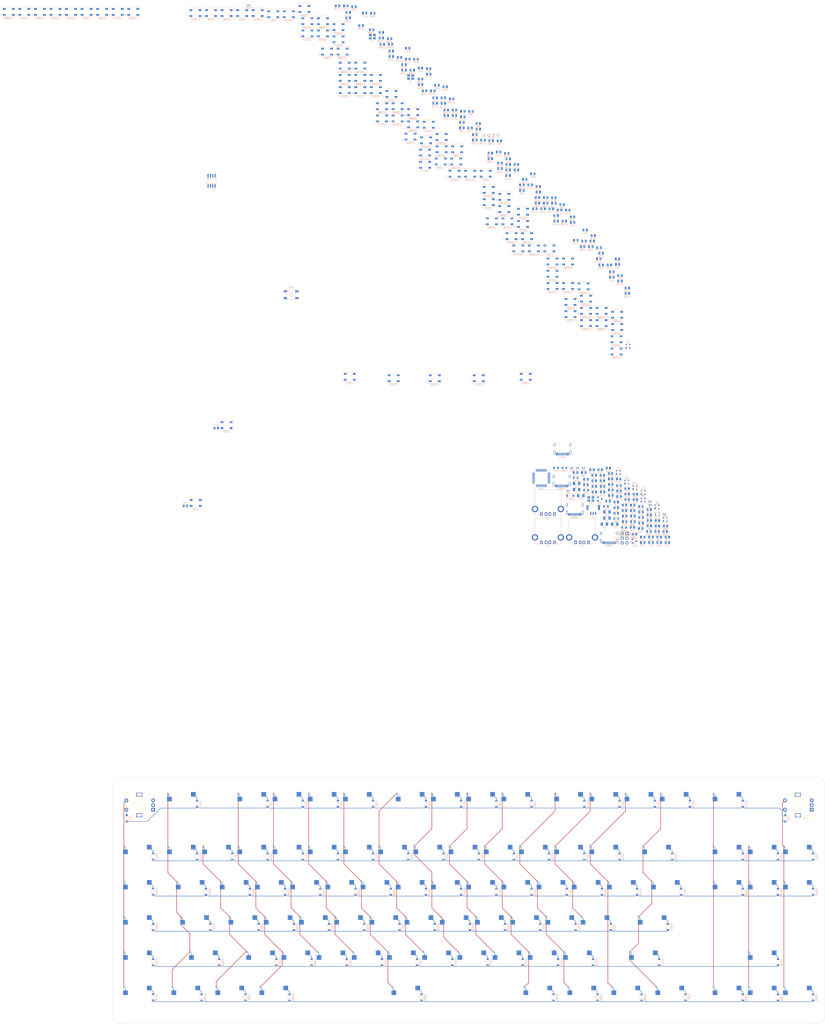
<source format=kicad_pcb>
(kicad_pcb (version 20171130) (host pcbnew "(5.1.10)-1")
  (layers (0 F.Cu signal) (31 B.Cu signal) (34 B.Paste user) (35 F.Paste user) (36 B.SilkS user) (37 F.SilkS user) (38 B.Mask user) (39 F.Mask user) (44 Edge.Cuts user))
  (net 0 "")
  (net 1 GND)
  (net 2 +5V)
  (net 3 KEYBOARD_XTAL1)
  (net 4 KEYBOARD_XTAL2)
  (net 5 XRSTJ)
  (net 6 +3V3)
  (net 7 +1V8)
  (net 8 HUB_XIN)
  (net 9 HUB_XOUT)
  (net 10 HUB_DRV)
  (net 11 "Net-(D10-Pad1)")
  (net 12 Earth)
  (net 13 KEYBOARD_RESET)
  (net 14 COL2)
  (net 15 COL1)
  (net 16 COL3)
  (net 17 "Net-(J2-Pad3)")
  (net 18 "Net-(J2-Pad2)")
  (net 19 "Net-(J3-Pad3)")
  (net 20 "Net-(J3-Pad2)")
  (net 21 "Net-(KD1-Pad2)")
  (net 22 ROW2)
  (net 23 "Net-(KD2-Pad2)")
  (net 24 ROW4)
  (net 25 "Net-(KD3-Pad2)")
  (net 26 "Net-(KD4-Pad2)")
  (net 27 "Net-(KD5-Pad2)")
  (net 28 "Net-(KD6-Pad2)")
  (net 29 ROT1_ROW)
  (net 30 "Net-(KD7-Pad2)")
  (net 31 ROW3)
  (net 32 "Net-(KD8-Pad2)")
  (net 33 ROW5)
  (net 34 "Net-(KD9-Pad2)")
  (net 35 "Net-(KD10-Pad2)")
  (net 36 "Net-(KD11-Pad2)")
  (net 37 "Net-(KD12-Pad2)")
  (net 38 "Net-(KD13-Pad2)")
  (net 39 "Net-(KD14-Pad2)")
  (net 40 "Net-(KD15-Pad2)")
  (net 41 "Net-(KD16-Pad2)")
  (net 42 "Net-(KD17-Pad2)")
  (net 43 "Net-(KD18-Pad2)")
  (net 44 "Net-(KD19-Pad2)")
  (net 45 "Net-(KD20-Pad2)")
  (net 46 "Net-(KD21-Pad2)")
  (net 47 "Net-(KD22-Pad2)")
  (net 48 "Net-(KD23-Pad2)")
  (net 49 "Net-(KD24-Pad2)")
  (net 50 "Net-(KD25-Pad2)")
  (net 51 "Net-(KD26-Pad2)")
  (net 52 "Net-(KD27-Pad2)")
  (net 53 "Net-(KD28-Pad2)")
  (net 54 "Net-(KD29-Pad2)")
  (net 55 "Net-(KD30-Pad2)")
  (net 56 "Net-(KD31-Pad2)")
  (net 57 "Net-(KD32-Pad2)")
  (net 58 "Net-(KD33-Pad2)")
  (net 59 "Net-(KD34-Pad2)")
  (net 60 "Net-(KD35-Pad2)")
  (net 61 "Net-(KD36-Pad2)")
  (net 62 "Net-(KD37-Pad2)")
  (net 63 "Net-(KD38-Pad2)")
  (net 64 "Net-(KD39-Pad2)")
  (net 65 "Net-(KD40-Pad2)")
  (net 66 "Net-(KD41-Pad2)")
  (net 67 "Net-(KD42-Pad2)")
  (net 68 "Net-(KD43-Pad2)")
  (net 69 "Net-(KD44-Pad2)")
  (net 70 "Net-(KD45-Pad2)")
  (net 71 "Net-(KD46-Pad2)")
  (net 72 "Net-(KD47-Pad2)")
  (net 73 "Net-(KD48-Pad2)")
  (net 74 "Net-(KD49-Pad2)")
  (net 75 "Net-(KD50-Pad2)")
  (net 76 "Net-(KD51-Pad2)")
  (net 77 "Net-(KD52-Pad2)")
  (net 78 "Net-(KD53-Pad2)")
  (net 79 "Net-(KD54-Pad2)")
  (net 80 "Net-(KD55-Pad2)")
  (net 81 "Net-(KD56-Pad2)")
  (net 82 "Net-(KD57-Pad2)")
  (net 83 "Net-(KD58-Pad2)")
  (net 84 "Net-(KD59-Pad2)")
  (net 85 "Net-(KD60-Pad2)")
  (net 86 "Net-(KD61-Pad2)")
  (net 87 "Net-(KD62-Pad2)")
  (net 88 "Net-(KD63-Pad2)")
  (net 89 "Net-(KD64-Pad2)")
  (net 90 "Net-(KD65-Pad2)")
  (net 91 "Net-(KD66-Pad2)")
  (net 92 "Net-(KD67-Pad2)")
  (net 93 "Net-(KD68-Pad2)")
  (net 94 "Net-(KD69-Pad2)")
  (net 95 "Net-(KD70-Pad2)")
  (net 96 "Net-(KD71-Pad2)")
  (net 97 "Net-(KD72-Pad2)")
  (net 98 "Net-(KD73-Pad2)")
  (net 99 "Net-(KD74-Pad2)")
  (net 100 "Net-(KD75-Pad2)")
  (net 101 "Net-(KD76-Pad2)")
  (net 102 "Net-(KD77-Pad2)")
  (net 103 "Net-(KD78-Pad2)")
  (net 104 "Net-(KD79-Pad2)")
  (net 105 "Net-(KD80-Pad2)")
  (net 106 "Net-(KD81-Pad2)")
  (net 107 "Net-(KD82-Pad2)")
  (net 108 "Net-(KD83-Pad2)")
  (net 109 "Net-(KD84-Pad2)")
  (net 110 "Net-(KD85-Pad2)")
  (net 111 "Net-(KD86-Pad2)")
  (net 112 "Net-(KD87-Pad2)")
  (net 113 "Net-(KD88-Pad2)")
  (net 114 "Net-(KD89-Pad2)")
  (net 115 "Net-(KD90-Pad2)")
  (net 116 "Net-(LED1-Pad2)")
  (net 117 "Net-(LED1-Pad4)")
  (net 118 DOUT1)
  (net 119 DOUT2)
  (net 120 DOUT3)
  (net 121 DOUT4)
  (net 122 DOUT5)
  (net 123 DOUT6)
  (net 124 DOUT7)
  (net 125 DOUT8)
  (net 126 "Net-(LED11-Pad4)")
  (net 127 "Net-(LED12-Pad4)")
  (net 128 "Net-(LED13-Pad4)")
  (net 129 "Net-(LED14-Pad4)")
  (net 130 "Net-(LED15-Pad4)")
  (net 131 "Net-(LED16-Pad4)")
  (net 132 "Net-(LED17-Pad4)")
  (net 133 "Net-(LED18-Pad4)")
  (net 134 "Net-(LED19-Pad4)")
  (net 135 "Net-(LED21-Pad4)")
  (net 136 "Net-(LED22-Pad4)")
  (net 137 "Net-(LED23-Pad4)")
  (net 138 "Net-(LED24-Pad4)")
  (net 139 "Net-(LED25-Pad4)")
  (net 140 "Net-(LED26-Pad4)")
  (net 141 "Net-(LED27-Pad4)")
  (net 142 "Net-(LED28-Pad4)")
  (net 143 "Net-(LED29-Pad4)")
  (net 144 "Net-(LED31-Pad4)")
  (net 145 "Net-(LED32-Pad4)")
  (net 146 "Net-(LED33-Pad4)")
  (net 147 "Net-(LED34-Pad4)")
  (net 148 "Net-(LED35-Pad4)")
  (net 149 "Net-(LED36-Pad4)")
  (net 150 "Net-(LED37-Pad4)")
  (net 151 "Net-(LED38-Pad4)")
  (net 152 "Net-(LED39-Pad4)")
  (net 153 "Net-(LED41-Pad4)")
  (net 154 "Net-(LED42-Pad4)")
  (net 155 "Net-(LED43-Pad4)")
  (net 156 "Net-(LED44-Pad4)")
  (net 157 "Net-(LED45-Pad4)")
  (net 158 "Net-(LED46-Pad4)")
  (net 159 "Net-(LED47-Pad4)")
  (net 160 "Net-(LED48-Pad4)")
  (net 161 "Net-(LED49-Pad4)")
  (net 162 "Net-(LED51-Pad4)")
  (net 163 "Net-(LED52-Pad4)")
  (net 164 "Net-(LED53-Pad4)")
  (net 165 "Net-(LED54-Pad4)")
  (net 166 "Net-(LED55-Pad4)")
  (net 167 "Net-(LED56-Pad4)")
  (net 168 "Net-(LED57-Pad4)")
  (net 169 "Net-(LED58-Pad4)")
  (net 170 "Net-(LED59-Pad4)")
  (net 171 "Net-(LED61-Pad4)")
  (net 172 "Net-(LED62-Pad4)")
  (net 173 "Net-(LED63-Pad4)")
  (net 174 "Net-(LED64-Pad4)")
  (net 175 "Net-(LED65-Pad4)")
  (net 176 "Net-(LED66-Pad4)")
  (net 177 "Net-(LED67-Pad4)")
  (net 178 "Net-(LED68-Pad4)")
  (net 179 "Net-(LED69-Pad4)")
  (net 180 "Net-(LED71-Pad4)")
  (net 181 "Net-(LED72-Pad4)")
  (net 182 "Net-(LED73-Pad4)")
  (net 183 "Net-(LED74-Pad4)")
  (net 184 "Net-(LED75-Pad4)")
  (net 185 "Net-(LED76-Pad4)")
  (net 186 "Net-(LED77-Pad4)")
  (net 187 "Net-(LED78-Pad4)")
  (net 188 "Net-(LED79-Pad4)")
  (net 189 "Net-(LED81-Pad4)")
  (net 190 "Net-(LED90-Pad4)")
  (net 191 COL0)
  (net 192 COL4)
  (net 193 COL5)
  (net 194 COL6)
  (net 195 COL7)
  (net 196 COL8)
  (net 197 KEYBOARD_SDA)
  (net 198 KEYBOARD_SCL)
  (net 199 BKL_DATA_IN)
  (net 200 ENCODER_A)
  (net 201 ENCODER_B1)
  (net 202 KEYBOARD_D+)
  (net 203 KEYBOARD_D-)
  (net 204 HUB_D+)
  (net 205 HUB_D-)
  (net 206 VBUSM)
  (net 207 HUB_LED1)
  (net 208 HUB_LED2)
  (net 209 HUB_LED3)
  (net 210 HUB_LED4)
  (net 211 HUB_LED5)
  (net 212 HUB_LED6)
  (net 213 HUB_LED7)
  (net 214 "Net-(IC1-Pad27)")
  (net 215 HUB_PORT5_D-)
  (net 216 HUB_PORT5_D+)
  (net 217 "Net-(R33-Pad1)")
  (net 218 HUB_PORT6_D-)
  (net 219 HUB_PORT6_D+)
  (net 220 HUB_PORT7_D-)
  (net 221 HUB_PORT7_D+)
  (net 222 "Net-(R37-Pad1)")
  (net 223 HUB_PORT2_D+)
  (net 224 HUB_PORT2_D-)
  (net 225 HUB_PORT3_D+)
  (net 226 HUB_PORT3_D-)
  (net 227 HUB_PORT4_D+)
  (net 228 HUB_PORT4_D-)
  (net 229 HUB_SDA)
  (net 230 "Net-(USB1-Pad3)")
  (net 231 "Net-(USB1-Pad9)")
  (net 232 "Net-(USB2-Pad3)")
  (net 233 "Net-(USB2-Pad9)")
  (net 234 "Net-(USB3-Pad3)")
  (net 235 "Net-(USB3-Pad9)")
  (net 236 "Net-(USB4-Pad3)")
  (net 237 "Net-(USB4-Pad9)")
  (net 238 BOOT0)
  (net 239 USB_XTAL1)
  (net 240 "Net-(DRST1-Pad2)")
  (net 241 "Net-(J1-Pad3)")
  (net 242 "Net-(J1-Pad2)")
  (net 243 COL17)
  (net 244 COL16)
  (net 245 EXTRA_1)
  (net 246 ROW1)
  (net 247 COL9)
  (net 248 COL10)
  (net 249 COL11)
  (net 250 COL12)
  (net 251 COL13)
  (net 252 COL14)
  (net 253 COL15)
  (net 254 "Net-(R1-Pad1)")
  (net 255 "Net-(R2-Pad1)")
  (net 256 "Net-(R3-Pad1)")
  (net 257 USB_XTAL2)
  (net 258 ENCODER_B2)
  (net 259 "Net-(R39-Pad1)")
  (net 260 BKL_DATA_IN_3V3)
  (net 261 "Net-(C22-Pad2)")
  (net 262 "Net-(C24-Pad2)")
  (net 263 "Net-(C25-Pad1)")
  (net 264 "Net-(C26-Pad2)")
  (net 265 "Net-(C27-Pad1)")
  (net 266 "Net-(C28-Pad2)")
  (net 267 "Net-(D1-Pad2)")
  (net 268 "Net-(D2-Pad2)")
  (net 269 "Net-(D3-Pad1)")
  (net 270 "Net-(D4-Pad1)")
  (net 271 "Net-(D5-Pad1)")
  (net 272 "Net-(D6-Pad1)")
  (net 273 "Net-(D7-Pad1)")
  (net 274 "Net-(D8-Pad1)")
  (net 275 "Net-(D9-Pad1)")
  (net 276 "Net-(LED2-Pad4)")
  (net 277 "Net-(LED3-Pad4)")
  (net 278 "Net-(LED4-Pad4)")
  (net 279 "Net-(LED5-Pad4)")
  (net 280 "Net-(LED6-Pad4)")
  (net 281 "Net-(LED7-Pad4)")
  (net 282 "Net-(LED8-Pad4)")
  (net 283 "Net-(LED10-Pad2)")
  (net 284 "Net-(LED82-Pad4)")
  (net 285 "Net-(LED83-Pad4)")
  (net 286 "Net-(LED84-Pad4)")
  (net 287 "Net-(LED85-Pad4)")
  (net 288 "Net-(LED86-Pad4)")
  (net 289 "Net-(LED87-Pad4)")
  (net 290 "Net-(LED88-Pad4)")
  (net 291 "Net-(LED89-Pad4)")
  (net 292 "Net-(R23-Pad1)")
  (net 293 "Net-(R24-Pad1)")
  (net 294 "Net-(R25-Pad1)")
  (net 295 "Net-(R29-Pad1)")
  (net 296 "Net-(R30-Pad1)")
  (net 297 "Net-(R38-Pad2)")
  (net 298 "Net-(R40-Pad1)")
  (net 299 "Net-(R42-Pad1)")
  (net 300 "Net-(R45-Pad1)")
  (net 301 "Net-(R46-Pad1)")
  (module MX_Only:MXOnly-1.25U-Hotswap (layer F.Cu) (at 436.535 293.669)
    (fp_text reference MX87)
    (fp_text value RCTRL)
    (pad 2 smd rect (at 5.842 -5.08) (size 2.55 2.5) (layers B.Cu B.Paste B.Mask) (net 112 "Net-(KD87-Pad2)"))
    (pad 1 smd rect (at -7.085 -2.54) (size 2.55 2.5) (layers B.Cu B.Paste B.Mask) (net 252 COL14))
    (pad "" np_thru_hole circle (at 5.08 0 48.0996) (size 1.75 1.75) (drill 1.75) (layers *.Cu *.Mask))
    (pad "" np_thru_hole circle (at -5.08 0 48.0996) (size 1.75 1.75) (drill 1.75) (layers *.Cu *.Mask))
    (pad "" np_thru_hole circle (at -3.81 -2.54) (size 3 3) (drill 3) (layers *.Cu *.Mask))
    (pad "" np_thru_hole circle (at 0 0) (size 3.9878 3.9878) (drill 3.9878) (layers *.Cu *.Mask))
    (pad "" np_thru_hole circle (at 2.54 -5.08) (size 3 3) (drill 3) (layers *.Cu *.Mask))
  )
  (module MX_Only:MXOnly-2.75U-Hotswap (layer F.Cu) (at 422.2484 274.6202)
    (fp_text reference MX77)
    (fp_text value RSHIFT)
    (pad "" np_thru_hole circle (at -11.938 8.255) (size 3.9878 3.9878) (drill 3.9878) (layers *.Cu *.Mask))
    (pad "" np_thru_hole circle (at 11.938 8.255) (size 3.9878 3.9878) (drill 3.9878) (layers *.Cu *.Mask))
    (pad "" np_thru_hole circle (at -11.938 -6.985) (size 3.048 3.048) (drill 3.048) (layers *.Cu *.Mask))
    (pad "" np_thru_hole circle (at 11.938 -6.985) (size 3.048 3.048) (drill 3.048) (layers *.Cu *.Mask))
    (pad 2 smd rect (at 5.842 -5.08) (size 2.55 2.5) (layers B.Cu B.Paste B.Mask) (net 102 "Net-(KD77-Pad2)"))
    (pad 1 smd rect (at -7.085 -2.54) (size 2.55 2.5) (layers B.Cu B.Paste B.Mask) (net 252 COL14))
    (pad "" np_thru_hole circle (at 5.08 0 48.0996) (size 1.75 1.75) (drill 1.75) (layers *.Cu *.Mask))
    (pad "" np_thru_hole circle (at -5.08 0 48.0996) (size 1.75 1.75) (drill 1.75) (layers *.Cu *.Mask))
    (pad "" np_thru_hole circle (at -3.81 -2.54) (size 3 3) (drill 3) (layers *.Cu *.Mask))
    (pad "" np_thru_hole circle (at 0 0) (size 3.9878 3.9878) (drill 3.9878) (layers *.Cu *.Mask))
    (pad "" np_thru_hole circle (at 2.54 -5.08) (size 3 3) (drill 3) (layers *.Cu *.Mask))
  )
  (module MX_Only:MXOnly-2.25U-Hotswap (layer F.Cu) (at 427.0106 255.5714)
    (fp_text reference MX64)
    (fp_text value ENTER)
    (pad "" np_thru_hole circle (at -11.938 8.255) (size 3.9878 3.9878) (drill 3.9878) (layers *.Cu *.Mask))
    (pad "" np_thru_hole circle (at 11.938 8.255) (size 3.9878 3.9878) (drill 3.9878) (layers *.Cu *.Mask))
    (pad "" np_thru_hole circle (at -11.938 -6.985) (size 3.048 3.048) (drill 3.048) (layers *.Cu *.Mask))
    (pad "" np_thru_hole circle (at 11.938 -6.985) (size 3.048 3.048) (drill 3.048) (layers *.Cu *.Mask))
    (pad 2 smd rect (at 5.842 -5.08) (size 2.55 2.5) (layers B.Cu B.Paste B.Mask) (net 89 "Net-(KD64-Pad2)"))
    (pad 1 smd rect (at -7.085 -2.54) (size 2.55 2.5) (layers B.Cu B.Paste B.Mask) (net 252 COL14))
    (pad "" np_thru_hole circle (at 5.08 0 48.0996) (size 1.75 1.75) (drill 1.75) (layers *.Cu *.Mask))
    (pad "" np_thru_hole circle (at -5.08 0 48.0996) (size 1.75 1.75) (drill 1.75) (layers *.Cu *.Mask))
    (pad "" np_thru_hole circle (at -3.81 -2.54) (size 3 3) (drill 3) (layers *.Cu *.Mask))
    (pad "" np_thru_hole circle (at 0 0) (size 3.9878 3.9878) (drill 3.9878) (layers *.Cu *.Mask))
    (pad "" np_thru_hole circle (at 2.54 -5.08) (size 3 3) (drill 3) (layers *.Cu *.Mask))
  )
  (module MX_Only:MXOnly-1.5U-Hotswap (layer F.Cu) (at 434.1539 236.5226)
    (fp_text reference MX47)
    (fp_text value \)
    (pad "" np_thru_hole circle (at 2.54 -5.08) (size 3 3) (drill 3) (layers *.Cu *.Mask))
    (pad "" np_thru_hole circle (at 0 0) (size 3.9878 3.9878) (drill 3.9878) (layers *.Cu *.Mask))
    (pad "" np_thru_hole circle (at -3.81 -2.54) (size 3 3) (drill 3) (layers *.Cu *.Mask))
    (pad "" np_thru_hole circle (at -5.08 0 48.0996) (size 1.75 1.75) (drill 1.75) (layers *.Cu *.Mask))
    (pad "" np_thru_hole circle (at 5.08 0 48.0996) (size 1.75 1.75) (drill 1.75) (layers *.Cu *.Mask))
    (pad 1 smd rect (at -7.085 -2.54) (size 2.55 2.5) (layers B.Cu B.Paste B.Mask) (net 252 COL14))
    (pad 2 smd rect (at 5.842 -5.08) (size 2.55 2.5) (layers B.Cu B.Paste B.Mask) (net 72 "Net-(KD47-Pad2)"))
  )
  (module MX_Only:MXOnly-2U-Hotswap (layer F.Cu) (at 429.3917 217.4738)
    (fp_text reference MX29)
    (fp_text value BACKSPACE)
    (pad "" np_thru_hole circle (at -11.938 8.255) (size 3.9878 3.9878) (drill 3.9878) (layers *.Cu *.Mask))
    (pad "" np_thru_hole circle (at 11.938 8.255) (size 3.9878 3.9878) (drill 3.9878) (layers *.Cu *.Mask))
    (pad "" np_thru_hole circle (at -11.938 -6.985) (size 3.048 3.048) (drill 3.048) (layers *.Cu *.Mask))
    (pad "" np_thru_hole circle (at 11.938 -6.985) (size 3.048 3.048) (drill 3.048) (layers *.Cu *.Mask))
    (pad 2 smd rect (at 5.842 -5.08) (size 2.55 2.5) (layers B.Cu B.Paste B.Mask) (net 54 "Net-(KD29-Pad2)"))
    (pad 1 smd rect (at -7.085 -2.54) (size 2.55 2.5) (layers B.Cu B.Paste B.Mask) (net 252 COL14))
    (pad "" np_thru_hole circle (at 5.08 0 48.0996) (size 1.75 1.75) (drill 1.75) (layers *.Cu *.Mask))
    (pad "" np_thru_hole circle (at -5.08 0 48.0996) (size 1.75 1.75) (drill 1.75) (layers *.Cu *.Mask))
    (pad "" np_thru_hole circle (at -3.81 -2.54) (size 3 3) (drill 3) (layers *.Cu *.Mask))
    (pad "" np_thru_hole circle (at 0 0) (size 3.9878 3.9878) (drill 3.9878) (layers *.Cu *.Mask))
    (pad "" np_thru_hole circle (at 2.54 -5.08) (size 3 3) (drill 3) (layers *.Cu *.Mask))
  )
  (module MX_Only:MXOnly-1.25U-Hotswap (layer F.Cu) (at 412.724 293.669)
    (fp_text reference MX86)
    (fp_text value MENU)
    (pad 2 smd rect (at 5.842 -5.08) (size 2.55 2.5) (layers B.Cu B.Paste B.Mask) (net 111 "Net-(KD86-Pad2)"))
    (pad 1 smd rect (at -7.085 -2.54) (size 2.55 2.5) (layers B.Cu B.Paste B.Mask) (net 251 COL13))
    (pad "" np_thru_hole circle (at 5.08 0 48.0996) (size 1.75 1.75) (drill 1.75) (layers *.Cu *.Mask))
    (pad "" np_thru_hole circle (at -5.08 0 48.0996) (size 1.75 1.75) (drill 1.75) (layers *.Cu *.Mask))
    (pad "" np_thru_hole circle (at -3.81 -2.54) (size 3 3) (drill 3) (layers *.Cu *.Mask))
    (pad "" np_thru_hole circle (at 0 0) (size 3.9878 3.9878) (drill 3.9878) (layers *.Cu *.Mask))
    (pad "" np_thru_hole circle (at 2.54 -5.08) (size 3 3) (drill 3) (layers *.Cu *.Mask))
  )
  (module MX_Only:MXOnly-1.25U-Hotswap (layer F.Cu) (at 388.913 293.669)
    (fp_text reference MX85)
    (fp_text value RGUI)
    (pad 2 smd rect (at 5.842 -5.08) (size 2.55 2.5) (layers B.Cu B.Paste B.Mask) (net 110 "Net-(KD85-Pad2)"))
    (pad 1 smd rect (at -7.085 -2.54) (size 2.55 2.5) (layers B.Cu B.Paste B.Mask) (net 249 COL11))
    (pad "" np_thru_hole circle (at 5.08 0 48.0996) (size 1.75 1.75) (drill 1.75) (layers *.Cu *.Mask))
    (pad "" np_thru_hole circle (at -5.08 0 48.0996) (size 1.75 1.75) (drill 1.75) (layers *.Cu *.Mask))
    (pad "" np_thru_hole circle (at -3.81 -2.54) (size 3 3) (drill 3) (layers *.Cu *.Mask))
    (pad "" np_thru_hole circle (at 0 0) (size 3.9878 3.9878) (drill 3.9878) (layers *.Cu *.Mask))
    (pad "" np_thru_hole circle (at 2.54 -5.08) (size 3 3) (drill 3) (layers *.Cu *.Mask))
  )
  (module MX_Only:MXOnly-1.25U-Hotswap (layer F.Cu) (at 365.102 293.669)
    (fp_text reference MX84)
    (fp_text value RALT)
    (pad 2 smd rect (at 5.842 -5.08) (size 2.55 2.5) (layers B.Cu B.Paste B.Mask) (net 109 "Net-(KD84-Pad2)"))
    (pad 1 smd rect (at -7.085 -2.54) (size 2.55 2.5) (layers B.Cu B.Paste B.Mask) (net 248 COL10))
    (pad "" np_thru_hole circle (at 5.08 0 48.0996) (size 1.75 1.75) (drill 1.75) (layers *.Cu *.Mask))
    (pad "" np_thru_hole circle (at -5.08 0 48.0996) (size 1.75 1.75) (drill 1.75) (layers *.Cu *.Mask))
    (pad "" np_thru_hole circle (at -3.81 -2.54) (size 3 3) (drill 3) (layers *.Cu *.Mask))
    (pad "" np_thru_hole circle (at 0 0) (size 3.9878 3.9878) (drill 3.9878) (layers *.Cu *.Mask))
    (pad "" np_thru_hole circle (at 2.54 -5.08) (size 3 3) (drill 3) (layers *.Cu *.Mask))
  )
  (module MX_Only:MXOnly-6.25U-Hotswap (layer F.Cu) (at 293.669 293.669)
    (fp_text reference MX83)
    (fp_text value SPACE)
    (pad "" np_thru_hole circle (at -49.9999 8.255) (size 3.9878 3.9878) (drill 3.9878) (layers *.Cu *.Mask))
    (pad "" np_thru_hole circle (at 49.9999 8.255) (size 3.9878 3.9878) (drill 3.9878) (layers *.Cu *.Mask))
    (pad "" np_thru_hole circle (at -49.9999 -6.985) (size 3.048 3.048) (drill 3.048) (layers *.Cu *.Mask))
    (pad "" np_thru_hole circle (at 49.9999 -6.985) (size 3.048 3.048) (drill 3.048) (layers *.Cu *.Mask))
    (pad 2 smd rect (at 5.842 -5.08) (size 2.55 2.5) (layers B.Cu B.Paste B.Mask) (net 108 "Net-(KD83-Pad2)"))
    (pad 1 smd rect (at -7.085 -2.54) (size 2.55 2.5) (layers B.Cu B.Paste B.Mask) (net 194 COL6))
    (pad "" np_thru_hole circle (at 5.08 0 48.0996) (size 1.75 1.75) (drill 1.75) (layers *.Cu *.Mask))
    (pad "" np_thru_hole circle (at -5.08 0 48.0996) (size 1.75 1.75) (drill 1.75) (layers *.Cu *.Mask))
    (pad "" np_thru_hole circle (at -3.81 -2.54) (size 3 3) (drill 3) (layers *.Cu *.Mask))
    (pad "" np_thru_hole circle (at 0 0) (size 3.9878 3.9878) (drill 3.9878) (layers *.Cu *.Mask))
    (pad "" np_thru_hole circle (at 2.54 -5.08) (size 3 3) (drill 3) (layers *.Cu *.Mask))
  )
  (module MX_Only:MXOnly-1.25U-Hotswap (layer F.Cu) (at 222.236 293.669)
    (fp_text reference MX82)
    (fp_text value LALT)
    (pad 2 smd rect (at 5.842 -5.08) (size 2.55 2.5) (layers B.Cu B.Paste B.Mask) (net 107 "Net-(KD82-Pad2)"))
    (pad 1 smd rect (at -7.085 -2.54) (size 2.55 2.5) (layers B.Cu B.Paste B.Mask) (net 16 COL3))
    (pad "" np_thru_hole circle (at 5.08 0 48.0996) (size 1.75 1.75) (drill 1.75) (layers *.Cu *.Mask))
    (pad "" np_thru_hole circle (at -5.08 0 48.0996) (size 1.75 1.75) (drill 1.75) (layers *.Cu *.Mask))
    (pad "" np_thru_hole circle (at -3.81 -2.54) (size 3 3) (drill 3) (layers *.Cu *.Mask))
    (pad "" np_thru_hole circle (at 0 0) (size 3.9878 3.9878) (drill 3.9878) (layers *.Cu *.Mask))
    (pad "" np_thru_hole circle (at 2.54 -5.08) (size 3 3) (drill 3) (layers *.Cu *.Mask))
  )
  (module MX_Only:MXOnly-1.25U-Hotswap (layer F.Cu) (at 198.425 293.669)
    (fp_text reference MX81)
    (fp_text value LGUI)
    (pad 2 smd rect (at 5.842 -5.08) (size 2.55 2.5) (layers B.Cu B.Paste B.Mask) (net 106 "Net-(KD81-Pad2)"))
    (pad 1 smd rect (at -7.085 -2.54) (size 2.55 2.5) (layers B.Cu B.Paste B.Mask) (net 14 COL2))
    (pad "" np_thru_hole circle (at 5.08 0 48.0996) (size 1.75 1.75) (drill 1.75) (layers *.Cu *.Mask))
    (pad "" np_thru_hole circle (at -5.08 0 48.0996) (size 1.75 1.75) (drill 1.75) (layers *.Cu *.Mask))
    (pad "" np_thru_hole circle (at -3.81 -2.54) (size 3 3) (drill 3) (layers *.Cu *.Mask))
    (pad "" np_thru_hole circle (at 0 0) (size 3.9878 3.9878) (drill 3.9878) (layers *.Cu *.Mask))
    (pad "" np_thru_hole circle (at 2.54 -5.08) (size 3 3) (drill 3) (layers *.Cu *.Mask))
  )
  (module MX_Only:MXOnly-1.25U-Hotswap (layer F.Cu) (at 174.614 293.669)
    (fp_text reference MX80)
    (fp_text value LCTRL)
    (pad 2 smd rect (at 5.842 -5.08) (size 2.55 2.5) (layers B.Cu B.Paste B.Mask) (net 105 "Net-(KD80-Pad2)"))
    (pad 1 smd rect (at -7.085 -2.54) (size 2.55 2.5) (layers B.Cu B.Paste B.Mask) (net 15 COL1))
    (pad "" np_thru_hole circle (at 5.08 0 48.0996) (size 1.75 1.75) (drill 1.75) (layers *.Cu *.Mask))
    (pad "" np_thru_hole circle (at -5.08 0 48.0996) (size 1.75 1.75) (drill 1.75) (layers *.Cu *.Mask))
    (pad "" np_thru_hole circle (at -3.81 -2.54) (size 3 3) (drill 3) (layers *.Cu *.Mask))
    (pad "" np_thru_hole circle (at 0 0) (size 3.9878 3.9878) (drill 3.9878) (layers *.Cu *.Mask))
    (pad "" np_thru_hole circle (at 2.54 -5.08) (size 3 3) (drill 3) (layers *.Cu *.Mask))
  )
  (module MX_Only:MXOnly-2.25U-Hotswap (layer F.Cu) (at 184.1384 274.6202)
    (fp_text reference MX66)
    (fp_text value LSHIFT)
    (pad "" np_thru_hole circle (at -11.938 8.255) (size 3.9878 3.9878) (drill 3.9878) (layers *.Cu *.Mask))
    (pad "" np_thru_hole circle (at 11.938 8.255) (size 3.9878 3.9878) (drill 3.9878) (layers *.Cu *.Mask))
    (pad "" np_thru_hole circle (at -11.938 -6.985) (size 3.048 3.048) (drill 3.048) (layers *.Cu *.Mask))
    (pad "" np_thru_hole circle (at 11.938 -6.985) (size 3.048 3.048) (drill 3.048) (layers *.Cu *.Mask))
    (pad 2 smd rect (at 5.842 -5.08) (size 2.55 2.5) (layers B.Cu B.Paste B.Mask) (net 91 "Net-(KD66-Pad2)"))
    (pad 1 smd rect (at -7.085 -2.54) (size 2.55 2.5) (layers B.Cu B.Paste B.Mask) (net 15 COL1))
    (pad "" np_thru_hole circle (at 5.08 0 48.0996) (size 1.75 1.75) (drill 1.75) (layers *.Cu *.Mask))
    (pad "" np_thru_hole circle (at -5.08 0 48.0996) (size 1.75 1.75) (drill 1.75) (layers *.Cu *.Mask))
    (pad "" np_thru_hole circle (at -3.81 -2.54) (size 3 3) (drill 3) (layers *.Cu *.Mask))
    (pad "" np_thru_hole circle (at 0 0) (size 3.9878 3.9878) (drill 3.9878) (layers *.Cu *.Mask))
    (pad "" np_thru_hole circle (at 2.54 -5.08) (size 3 3) (drill 3) (layers *.Cu *.Mask))
  )
  (module MX_Only:MXOnly-1.75U-Hotswap (layer F.Cu) (at 179.3762 255.5714)
    (fp_text reference MX52)
    (fp_text value CAPS)
    (pad 2 smd rect (at 5.842 -5.08) (size 2.55 2.5) (layers B.Cu B.Paste B.Mask) (net 77 "Net-(KD52-Pad2)"))
    (pad 1 smd rect (at -7.085 -2.54) (size 2.55 2.5) (layers B.Cu B.Paste B.Mask) (net 15 COL1))
    (pad "" np_thru_hole circle (at 5.08 0 48.0996) (size 1.75 1.75) (drill 1.75) (layers *.Cu *.Mask))
    (pad "" np_thru_hole circle (at -5.08 0 48.0996) (size 1.75 1.75) (drill 1.75) (layers *.Cu *.Mask))
    (pad "" np_thru_hole circle (at -3.81 -2.54) (size 3 3) (drill 3) (layers *.Cu *.Mask))
    (pad "" np_thru_hole circle (at 0 0) (size 3.9878 3.9878) (drill 3.9878) (layers *.Cu *.Mask))
    (pad "" np_thru_hole circle (at 2.54 -5.08) (size 3 3) (drill 3) (layers *.Cu *.Mask))
  )
  (module MX_Only:MXOnly-1.5U-Hotswap (layer F.Cu) (at 176.9951 236.5226)
    (fp_text reference MX34)
    (fp_text value TAB)
    (pad "" np_thru_hole circle (at 2.54 -5.08) (size 3 3) (drill 3) (layers *.Cu *.Mask))
    (pad "" np_thru_hole circle (at 0 0) (size 3.9878 3.9878) (drill 3.9878) (layers *.Cu *.Mask))
    (pad "" np_thru_hole circle (at -3.81 -2.54) (size 3 3) (drill 3) (layers *.Cu *.Mask))
    (pad "" np_thru_hole circle (at -5.08 0 48.0996) (size 1.75 1.75) (drill 1.75) (layers *.Cu *.Mask))
    (pad "" np_thru_hole circle (at 5.08 0 48.0996) (size 1.75 1.75) (drill 1.75) (layers *.Cu *.Mask))
    (pad 1 smd rect (at -7.085 -2.54) (size 2.55 2.5) (layers B.Cu B.Paste B.Mask) (net 15 COL1))
    (pad 2 smd rect (at 5.842 -5.08) (size 2.55 2.5) (layers B.Cu B.Paste B.Mask) (net 59 "Net-(KD34-Pad2)"))
  )
  (module MX_Only:MXOnly-1U-Hotswap (layer F.Cu) (at 172.2329 188.9006)
    (fp_text reference MX1)
    (fp_text value ESC)
    (pad 2 smd rect (at 5.842 -5.08) (size 2.55 2.5) (layers B.Cu B.Paste B.Mask) (net 21 "Net-(KD1-Pad2)"))
    (pad 1 smd rect (at -7.085 -2.54) (size 2.55 2.5) (layers B.Cu B.Paste B.Mask) (net 15 COL1))
    (pad "" np_thru_hole circle (at 5.08 0 48.0996) (size 1.75 1.75) (drill 1.75) (layers *.Cu *.Mask))
    (pad "" np_thru_hole circle (at -5.08 0 48.0996) (size 1.75 1.75) (drill 1.75) (layers *.Cu *.Mask))
    (pad "" np_thru_hole circle (at -3.81 -2.54) (size 3 3) (drill 3) (layers *.Cu *.Mask))
    (pad "" np_thru_hole circle (at 0 0) (size 3.9878 3.9878) (drill 3.9878) (layers *.Cu *.Mask))
    (pad "" np_thru_hole circle (at 2.54 -5.08) (size 3 3) (drill 3) (layers *.Cu *.Mask))
  )
  (module kbd:OLED_v2 (layer B.Cu) (at 339.2698 -172.746)
    (fp_text reference OL1)
    (fp_text value OLED hide)
    (fp_text user OLED (at 0 1.55) (layer B.SilkS) (effects (justify mirror)))
    (pad 4 thru_hole circle (at 3.81 0) (size 1.397 1.397) (drill 0.8128) (layers *.Cu B.SilkS F.Mask) (net 1 GND))
    (pad 3 thru_hole circle (at 1.27 0) (size 1.397 1.397) (drill 0.8128) (layers *.Cu B.SilkS F.Mask) (net 2 +5V))
    (pad 2 thru_hole circle (at -1.27 0) (size 1.397 1.397) (drill 0.8128) (layers *.Cu B.SilkS F.Mask) (net 197 KEYBOARD_SDA))
    (pad 1 thru_hole circle (at -3.81 0) (size 1.397 1.397) (drill 0.8128) (layers *.Cu B.SilkS F.Mask) (net 198 KEYBOARD_SCL))
  )
  (module MX_Only:MXOnly-1U-Hotswap (layer F.Cu) (at 505.5869 293.669)
    (fp_text reference MX90)
    (fp_text value RIGHT)
    (pad 2 smd rect (at 5.842 -5.08) (size 2.55 2.5) (layers B.Cu B.Paste B.Mask) (net 115 "Net-(KD90-Pad2)"))
    (pad 1 smd rect (at -7.085 -2.54) (size 2.55 2.5) (layers B.Cu B.Paste B.Mask) (net 243 COL17))
    (pad "" np_thru_hole circle (at 5.08 0 48.0996) (size 1.75 1.75) (drill 1.75) (layers *.Cu *.Mask))
    (pad "" np_thru_hole circle (at -5.08 0 48.0996) (size 1.75 1.75) (drill 1.75) (layers *.Cu *.Mask))
    (pad "" np_thru_hole circle (at -3.81 -2.54) (size 3 3) (drill 3) (layers *.Cu *.Mask))
    (pad "" np_thru_hole circle (at 0 0) (size 3.9878 3.9878) (drill 3.9878) (layers *.Cu *.Mask))
    (pad "" np_thru_hole circle (at 2.54 -5.08) (size 3 3) (drill 3) (layers *.Cu *.Mask))
  )
  (module MX_Only:MXOnly-1U-Hotswap (layer F.Cu) (at 505.5869 236.5226)
    (fp_text reference MX50)
    (fp_text value PGDN)
    (pad 2 smd rect (at 5.842 -5.08) (size 2.55 2.5) (layers B.Cu B.Paste B.Mask) (net 75 "Net-(KD50-Pad2)"))
    (pad 1 smd rect (at -7.085 -2.54) (size 2.55 2.5) (layers B.Cu B.Paste B.Mask) (net 243 COL17))
    (pad "" np_thru_hole circle (at 5.08 0 48.0996) (size 1.75 1.75) (drill 1.75) (layers *.Cu *.Mask))
    (pad "" np_thru_hole circle (at -5.08 0 48.0996) (size 1.75 1.75) (drill 1.75) (layers *.Cu *.Mask))
    (pad "" np_thru_hole circle (at -3.81 -2.54) (size 3 3) (drill 3) (layers *.Cu *.Mask))
    (pad "" np_thru_hole circle (at 0 0) (size 3.9878 3.9878) (drill 3.9878) (layers *.Cu *.Mask))
    (pad "" np_thru_hole circle (at 2.54 -5.08) (size 3 3) (drill 3) (layers *.Cu *.Mask))
  )
  (module MX_Only:MXOnly-1U-Hotswap (layer F.Cu) (at 505.5869 217.4738)
    (fp_text reference MX32)
    (fp_text value PGUP)
    (pad 2 smd rect (at 5.842 -5.08) (size 2.55 2.5) (layers B.Cu B.Paste B.Mask) (net 57 "Net-(KD32-Pad2)"))
    (pad 1 smd rect (at -7.085 -2.54) (size 2.55 2.5) (layers B.Cu B.Paste B.Mask) (net 243 COL17))
    (pad "" np_thru_hole circle (at 5.08 0 48.0996) (size 1.75 1.75) (drill 1.75) (layers *.Cu *.Mask))
    (pad "" np_thru_hole circle (at -5.08 0 48.0996) (size 1.75 1.75) (drill 1.75) (layers *.Cu *.Mask))
    (pad "" np_thru_hole circle (at -3.81 -2.54) (size 3 3) (drill 3) (layers *.Cu *.Mask))
    (pad "" np_thru_hole circle (at 0 0) (size 3.9878 3.9878) (drill 3.9878) (layers *.Cu *.Mask))
    (pad "" np_thru_hole circle (at 2.54 -5.08) (size 3 3) (drill 3) (layers *.Cu *.Mask))
  )
  (module MX_Only:MXOnly-1U-Hotswap (layer F.Cu) (at 486.5381 293.669)
    (fp_text reference MX89)
    (fp_text value DOWN)
    (pad 2 smd rect (at 5.842 -5.08) (size 2.55 2.5) (layers B.Cu B.Paste B.Mask) (net 114 "Net-(KD89-Pad2)"))
    (pad 1 smd rect (at -7.085 -2.54) (size 2.55 2.5) (layers B.Cu B.Paste B.Mask) (net 244 COL16))
    (pad "" np_thru_hole circle (at 5.08 0 48.0996) (size 1.75 1.75) (drill 1.75) (layers *.Cu *.Mask))
    (pad "" np_thru_hole circle (at -5.08 0 48.0996) (size 1.75 1.75) (drill 1.75) (layers *.Cu *.Mask))
    (pad "" np_thru_hole circle (at -3.81 -2.54) (size 3 3) (drill 3) (layers *.Cu *.Mask))
    (pad "" np_thru_hole circle (at 0 0) (size 3.9878 3.9878) (drill 3.9878) (layers *.Cu *.Mask))
    (pad "" np_thru_hole circle (at 2.54 -5.08) (size 3 3) (drill 3) (layers *.Cu *.Mask))
  )
  (module MX_Only:MXOnly-1U-Hotswap (layer F.Cu) (at 486.5381 274.6202)
    (fp_text reference MX78)
    (fp_text value UP)
    (pad 2 smd rect (at 5.842 -5.08) (size 2.55 2.5) (layers B.Cu B.Paste B.Mask) (net 103 "Net-(KD78-Pad2)"))
    (pad 1 smd rect (at -7.085 -2.54) (size 2.55 2.5) (layers B.Cu B.Paste B.Mask) (net 244 COL16))
    (pad "" np_thru_hole circle (at 5.08 0 48.0996) (size 1.75 1.75) (drill 1.75) (layers *.Cu *.Mask))
    (pad "" np_thru_hole circle (at -5.08 0 48.0996) (size 1.75 1.75) (drill 1.75) (layers *.Cu *.Mask))
    (pad "" np_thru_hole circle (at -3.81 -2.54) (size 3 3) (drill 3) (layers *.Cu *.Mask))
    (pad "" np_thru_hole circle (at 0 0) (size 3.9878 3.9878) (drill 3.9878) (layers *.Cu *.Mask))
    (pad "" np_thru_hole circle (at 2.54 -5.08) (size 3 3) (drill 3) (layers *.Cu *.Mask))
  )
  (module MX_Only:MXOnly-1U-Hotswap (layer F.Cu) (at 486.5381 236.5226)
    (fp_text reference MX49)
    (fp_text value END)
    (pad 2 smd rect (at 5.842 -5.08) (size 2.55 2.5) (layers B.Cu B.Paste B.Mask) (net 74 "Net-(KD49-Pad2)"))
    (pad 1 smd rect (at -7.085 -2.54) (size 2.55 2.5) (layers B.Cu B.Paste B.Mask) (net 244 COL16))
    (pad "" np_thru_hole circle (at 5.08 0 48.0996) (size 1.75 1.75) (drill 1.75) (layers *.Cu *.Mask))
    (pad "" np_thru_hole circle (at -5.08 0 48.0996) (size 1.75 1.75) (drill 1.75) (layers *.Cu *.Mask))
    (pad "" np_thru_hole circle (at -3.81 -2.54) (size 3 3) (drill 3) (layers *.Cu *.Mask))
    (pad "" np_thru_hole circle (at 0 0) (size 3.9878 3.9878) (drill 3.9878) (layers *.Cu *.Mask))
    (pad "" np_thru_hole circle (at 2.54 -5.08) (size 3 3) (drill 3) (layers *.Cu *.Mask))
  )
  (module MX_Only:MXOnly-1U-Hotswap (layer F.Cu) (at 486.5381 217.4738)
    (fp_text reference MX31)
    (fp_text value HOME)
    (pad 2 smd rect (at 5.842 -5.08) (size 2.55 2.5) (layers B.Cu B.Paste B.Mask) (net 56 "Net-(KD31-Pad2)"))
    (pad 1 smd rect (at -7.085 -2.54) (size 2.55 2.5) (layers B.Cu B.Paste B.Mask) (net 244 COL16))
    (pad "" np_thru_hole circle (at 5.08 0 48.0996) (size 1.75 1.75) (drill 1.75) (layers *.Cu *.Mask))
    (pad "" np_thru_hole circle (at -5.08 0 48.0996) (size 1.75 1.75) (drill 1.75) (layers *.Cu *.Mask))
    (pad "" np_thru_hole circle (at -3.81 -2.54) (size 3 3) (drill 3) (layers *.Cu *.Mask))
    (pad "" np_thru_hole circle (at 0 0) (size 3.9878 3.9878) (drill 3.9878) (layers *.Cu *.Mask))
    (pad "" np_thru_hole circle (at 2.54 -5.08) (size 3 3) (drill 3) (layers *.Cu *.Mask))
  )
  (module MX_Only:MXOnly-1U-Hotswap (layer F.Cu) (at 467.4893 293.669)
    (fp_text reference MX88)
    (fp_text value LEFT)
    (pad 2 smd rect (at 5.842 -5.08) (size 2.55 2.5) (layers B.Cu B.Paste B.Mask) (net 113 "Net-(KD88-Pad2)"))
    (pad 1 smd rect (at -7.085 -2.54) (size 2.55 2.5) (layers B.Cu B.Paste B.Mask) (net 253 COL15))
    (pad "" np_thru_hole circle (at 5.08 0 48.0996) (size 1.75 1.75) (drill 1.75) (layers *.Cu *.Mask))
    (pad "" np_thru_hole circle (at -5.08 0 48.0996) (size 1.75 1.75) (drill 1.75) (layers *.Cu *.Mask))
    (pad "" np_thru_hole circle (at -3.81 -2.54) (size 3 3) (drill 3) (layers *.Cu *.Mask))
    (pad "" np_thru_hole circle (at 0 0) (size 3.9878 3.9878) (drill 3.9878) (layers *.Cu *.Mask))
    (pad "" np_thru_hole circle (at 2.54 -5.08) (size 3 3) (drill 3) (layers *.Cu *.Mask))
  )
  (module MX_Only:MXOnly-1U-Hotswap (layer F.Cu) (at 467.4893 236.5226)
    (fp_text reference MX48)
    (fp_text value DELETE)
    (pad 2 smd rect (at 5.842 -5.08) (size 2.55 2.5) (layers B.Cu B.Paste B.Mask) (net 73 "Net-(KD48-Pad2)"))
    (pad 1 smd rect (at -7.085 -2.54) (size 2.55 2.5) (layers B.Cu B.Paste B.Mask) (net 253 COL15))
    (pad "" np_thru_hole circle (at 5.08 0 48.0996) (size 1.75 1.75) (drill 1.75) (layers *.Cu *.Mask))
    (pad "" np_thru_hole circle (at -5.08 0 48.0996) (size 1.75 1.75) (drill 1.75) (layers *.Cu *.Mask))
    (pad "" np_thru_hole circle (at -3.81 -2.54) (size 3 3) (drill 3) (layers *.Cu *.Mask))
    (pad "" np_thru_hole circle (at 0 0) (size 3.9878 3.9878) (drill 3.9878) (layers *.Cu *.Mask))
    (pad "" np_thru_hole circle (at 2.54 -5.08) (size 3 3) (drill 3) (layers *.Cu *.Mask))
  )
  (module MX_Only:MXOnly-1U-Hotswap (layer F.Cu) (at 467.4893 217.4738)
    (fp_text reference MX30)
    (fp_text value INS)
    (pad 2 smd rect (at 5.842 -5.08) (size 2.55 2.5) (layers B.Cu B.Paste B.Mask) (net 55 "Net-(KD30-Pad2)"))
    (pad 1 smd rect (at -7.085 -2.54) (size 2.55 2.5) (layers B.Cu B.Paste B.Mask) (net 253 COL15))
    (pad "" np_thru_hole circle (at 5.08 0 48.0996) (size 1.75 1.75) (drill 1.75) (layers *.Cu *.Mask))
    (pad "" np_thru_hole circle (at -5.08 0 48.0996) (size 1.75 1.75) (drill 1.75) (layers *.Cu *.Mask))
    (pad "" np_thru_hole circle (at -3.81 -2.54) (size 3 3) (drill 3) (layers *.Cu *.Mask))
    (pad "" np_thru_hole circle (at 0 0) (size 3.9878 3.9878) (drill 3.9878) (layers *.Cu *.Mask))
    (pad "" np_thru_hole circle (at 2.54 -5.08) (size 3 3) (drill 3) (layers *.Cu *.Mask))
  )
  (module MX_Only:MXOnly-1U-Hotswap (layer F.Cu) (at 467.4893 188.9006)
    (fp_text reference MX14)
    (fp_text value PSCR)
    (pad 2 smd rect (at 5.842 -5.08) (size 2.55 2.5) (layers B.Cu B.Paste B.Mask) (net 39 "Net-(KD14-Pad2)"))
    (pad 1 smd rect (at -7.085 -2.54) (size 2.55 2.5) (layers B.Cu B.Paste B.Mask) (net 253 COL15))
    (pad "" np_thru_hole circle (at 5.08 0 48.0996) (size 1.75 1.75) (drill 1.75) (layers *.Cu *.Mask))
    (pad "" np_thru_hole circle (at -5.08 0 48.0996) (size 1.75 1.75) (drill 1.75) (layers *.Cu *.Mask))
    (pad "" np_thru_hole circle (at -3.81 -2.54) (size 3 3) (drill 3) (layers *.Cu *.Mask))
    (pad "" np_thru_hole circle (at 0 0) (size 3.9878 3.9878) (drill 3.9878) (layers *.Cu *.Mask))
    (pad "" np_thru_hole circle (at 2.54 -5.08) (size 3 3) (drill 3) (layers *.Cu *.Mask))
  )
  (module MX_Only:MXOnly-1U-Hotswap (layer F.Cu) (at 438.9161 188.9006)
    (fp_text reference MX13)
    (fp_text value F12)
    (pad 2 smd rect (at 5.842 -5.08) (size 2.55 2.5) (layers B.Cu B.Paste B.Mask) (net 38 "Net-(KD13-Pad2)"))
    (pad 1 smd rect (at -7.085 -2.54) (size 2.55 2.5) (layers B.Cu B.Paste B.Mask) (net 252 COL14))
    (pad "" np_thru_hole circle (at 5.08 0 48.0996) (size 1.75 1.75) (drill 1.75) (layers *.Cu *.Mask))
    (pad "" np_thru_hole circle (at -5.08 0 48.0996) (size 1.75 1.75) (drill 1.75) (layers *.Cu *.Mask))
    (pad "" np_thru_hole circle (at -3.81 -2.54) (size 3 3) (drill 3) (layers *.Cu *.Mask))
    (pad "" np_thru_hole circle (at 0 0) (size 3.9878 3.9878) (drill 3.9878) (layers *.Cu *.Mask))
    (pad "" np_thru_hole circle (at 2.54 -5.08) (size 3 3) (drill 3) (layers *.Cu *.Mask))
  )
  (module MX_Only:MXOnly-1U-Hotswap (layer F.Cu) (at 410.3429 236.5226)
    (fp_text reference MX46)
    (fp_text value ]/})
    (pad 2 smd rect (at 5.842 -5.08) (size 2.55 2.5) (layers B.Cu B.Paste B.Mask) (net 71 "Net-(KD46-Pad2)"))
    (pad 1 smd rect (at -7.085 -2.54) (size 2.55 2.5) (layers B.Cu B.Paste B.Mask) (net 251 COL13))
    (pad "" np_thru_hole circle (at 5.08 0 48.0996) (size 1.75 1.75) (drill 1.75) (layers *.Cu *.Mask))
    (pad "" np_thru_hole circle (at -5.08 0 48.0996) (size 1.75 1.75) (drill 1.75) (layers *.Cu *.Mask))
    (pad "" np_thru_hole circle (at -3.81 -2.54) (size 3 3) (drill 3) (layers *.Cu *.Mask))
    (pad "" np_thru_hole circle (at 0 0) (size 3.9878 3.9878) (drill 3.9878) (layers *.Cu *.Mask))
    (pad "" np_thru_hole circle (at 2.54 -5.08) (size 3 3) (drill 3) (layers *.Cu *.Mask))
  )
  (module MX_Only:MXOnly-1U-Hotswap (layer F.Cu) (at 400.8185 217.4738)
    (fp_text reference MX28)
    (fp_text value =/+)
    (pad 2 smd rect (at 5.842 -5.08) (size 2.55 2.5) (layers B.Cu B.Paste B.Mask) (net 53 "Net-(KD28-Pad2)"))
    (pad 1 smd rect (at -7.085 -2.54) (size 2.55 2.5) (layers B.Cu B.Paste B.Mask) (net 251 COL13))
    (pad "" np_thru_hole circle (at 5.08 0 48.0996) (size 1.75 1.75) (drill 1.75) (layers *.Cu *.Mask))
    (pad "" np_thru_hole circle (at -5.08 0 48.0996) (size 1.75 1.75) (drill 1.75) (layers *.Cu *.Mask))
    (pad "" np_thru_hole circle (at -3.81 -2.54) (size 3 3) (drill 3) (layers *.Cu *.Mask))
    (pad "" np_thru_hole circle (at 0 0) (size 3.9878 3.9878) (drill 3.9878) (layers *.Cu *.Mask))
    (pad "" np_thru_hole circle (at 2.54 -5.08) (size 3 3) (drill 3) (layers *.Cu *.Mask))
  )
  (module MX_Only:MXOnly-1U-Hotswap (layer F.Cu) (at 419.8673 188.9006)
    (fp_text reference MX12)
    (fp_text value F11)
    (pad 2 smd rect (at 5.842 -5.08) (size 2.55 2.5) (layers B.Cu B.Paste B.Mask) (net 37 "Net-(KD12-Pad2)"))
    (pad 1 smd rect (at -7.085 -2.54) (size 2.55 2.5) (layers B.Cu B.Paste B.Mask) (net 251 COL13))
    (pad "" np_thru_hole circle (at 5.08 0 48.0996) (size 1.75 1.75) (drill 1.75) (layers *.Cu *.Mask))
    (pad "" np_thru_hole circle (at -5.08 0 48.0996) (size 1.75 1.75) (drill 1.75) (layers *.Cu *.Mask))
    (pad "" np_thru_hole circle (at -3.81 -2.54) (size 3 3) (drill 3) (layers *.Cu *.Mask))
    (pad "" np_thru_hole circle (at 0 0) (size 3.9878 3.9878) (drill 3.9878) (layers *.Cu *.Mask))
    (pad "" np_thru_hole circle (at 2.54 -5.08) (size 3 3) (drill 3) (layers *.Cu *.Mask))
  )
  (module MX_Only:MXOnly-1U-Hotswap (layer F.Cu) (at 396.0563 255.5714)
    (fp_text reference MX63)
    (fp_text value '/")
    (pad 2 smd rect (at 5.842 -5.08) (size 2.55 2.5) (layers B.Cu B.Paste B.Mask) (net 88 "Net-(KD63-Pad2)"))
    (pad 1 smd rect (at -7.085 -2.54) (size 2.55 2.5) (layers B.Cu B.Paste B.Mask) (net 250 COL12))
    (pad "" np_thru_hole circle (at 5.08 0 48.0996) (size 1.75 1.75) (drill 1.75) (layers *.Cu *.Mask))
    (pad "" np_thru_hole circle (at -5.08 0 48.0996) (size 1.75 1.75) (drill 1.75) (layers *.Cu *.Mask))
    (pad "" np_thru_hole circle (at -3.81 -2.54) (size 3 3) (drill 3) (layers *.Cu *.Mask))
    (pad "" np_thru_hole circle (at 0 0) (size 3.9878 3.9878) (drill 3.9878) (layers *.Cu *.Mask))
    (pad "" np_thru_hole circle (at 2.54 -5.08) (size 3 3) (drill 3) (layers *.Cu *.Mask))
  )
  (module MX_Only:MXOnly-1U-Hotswap (layer F.Cu) (at 391.2941 236.5226)
    (fp_text reference MX45)
    (fp_text value [/{)
    (pad 2 smd rect (at 5.842 -5.08) (size 2.55 2.5) (layers B.Cu B.Paste B.Mask) (net 70 "Net-(KD45-Pad2)"))
    (pad 1 smd rect (at -7.085 -2.54) (size 2.55 2.5) (layers B.Cu B.Paste B.Mask) (net 250 COL12))
    (pad "" np_thru_hole circle (at 5.08 0 48.0996) (size 1.75 1.75) (drill 1.75) (layers *.Cu *.Mask))
    (pad "" np_thru_hole circle (at -5.08 0 48.0996) (size 1.75 1.75) (drill 1.75) (layers *.Cu *.Mask))
    (pad "" np_thru_hole circle (at -3.81 -2.54) (size 3 3) (drill 3) (layers *.Cu *.Mask))
    (pad "" np_thru_hole circle (at 0 0) (size 3.9878 3.9878) (drill 3.9878) (layers *.Cu *.Mask))
    (pad "" np_thru_hole circle (at 2.54 -5.08) (size 3 3) (drill 3) (layers *.Cu *.Mask))
  )
  (module MX_Only:MXOnly-1U-Hotswap (layer F.Cu) (at 381.7697 217.4738)
    (fp_text reference MX27)
    (fp_text value -/_)
    (pad 2 smd rect (at 5.842 -5.08) (size 2.55 2.5) (layers B.Cu B.Paste B.Mask) (net 52 "Net-(KD27-Pad2)"))
    (pad 1 smd rect (at -7.085 -2.54) (size 2.55 2.5) (layers B.Cu B.Paste B.Mask) (net 250 COL12))
    (pad "" np_thru_hole circle (at 5.08 0 48.0996) (size 1.75 1.75) (drill 1.75) (layers *.Cu *.Mask))
    (pad "" np_thru_hole circle (at -5.08 0 48.0996) (size 1.75 1.75) (drill 1.75) (layers *.Cu *.Mask))
    (pad "" np_thru_hole circle (at -3.81 -2.54) (size 3 3) (drill 3) (layers *.Cu *.Mask))
    (pad "" np_thru_hole circle (at 0 0) (size 3.9878 3.9878) (drill 3.9878) (layers *.Cu *.Mask))
    (pad "" np_thru_hole circle (at 2.54 -5.08) (size 3 3) (drill 3) (layers *.Cu *.Mask))
  )
  (module MX_Only:MXOnly-1U-Hotswap (layer F.Cu) (at 400.8185 188.9006)
    (fp_text reference MX11)
    (fp_text value F10)
    (pad 2 smd rect (at 5.842 -5.08) (size 2.55 2.5) (layers B.Cu B.Paste B.Mask) (net 36 "Net-(KD11-Pad2)"))
    (pad 1 smd rect (at -7.085 -2.54) (size 2.55 2.5) (layers B.Cu B.Paste B.Mask) (net 250 COL12))
    (pad "" np_thru_hole circle (at 5.08 0 48.0996) (size 1.75 1.75) (drill 1.75) (layers *.Cu *.Mask))
    (pad "" np_thru_hole circle (at -5.08 0 48.0996) (size 1.75 1.75) (drill 1.75) (layers *.Cu *.Mask))
    (pad "" np_thru_hole circle (at -3.81 -2.54) (size 3 3) (drill 3) (layers *.Cu *.Mask))
    (pad "" np_thru_hole circle (at 0 0) (size 3.9878 3.9878) (drill 3.9878) (layers *.Cu *.Mask))
    (pad "" np_thru_hole circle (at 2.54 -5.08) (size 3 3) (drill 3) (layers *.Cu *.Mask))
  )
  (module MX_Only:MXOnly-1U-Hotswap (layer F.Cu) (at 386.5319 274.6202)
    (fp_text reference MX76)
    (fp_text value /)
    (pad 2 smd rect (at 5.842 -5.08) (size 2.55 2.5) (layers B.Cu B.Paste B.Mask) (net 101 "Net-(KD76-Pad2)"))
    (pad 1 smd rect (at -7.085 -2.54) (size 2.55 2.5) (layers B.Cu B.Paste B.Mask) (net 249 COL11))
    (pad "" np_thru_hole circle (at 5.08 0 48.0996) (size 1.75 1.75) (drill 1.75) (layers *.Cu *.Mask))
    (pad "" np_thru_hole circle (at -5.08 0 48.0996) (size 1.75 1.75) (drill 1.75) (layers *.Cu *.Mask))
    (pad "" np_thru_hole circle (at -3.81 -2.54) (size 3 3) (drill 3) (layers *.Cu *.Mask))
    (pad "" np_thru_hole circle (at 0 0) (size 3.9878 3.9878) (drill 3.9878) (layers *.Cu *.Mask))
    (pad "" np_thru_hole circle (at 2.54 -5.08) (size 3 3) (drill 3) (layers *.Cu *.Mask))
  )
  (module MX_Only:MXOnly-1U-Hotswap (layer F.Cu) (at 377.0075 255.5714)
    (fp_text reference MX62)
    (fp_text value ;/:)
    (pad 2 smd rect (at 5.842 -5.08) (size 2.55 2.5) (layers B.Cu B.Paste B.Mask) (net 87 "Net-(KD62-Pad2)"))
    (pad 1 smd rect (at -7.085 -2.54) (size 2.55 2.5) (layers B.Cu B.Paste B.Mask) (net 249 COL11))
    (pad "" np_thru_hole circle (at 5.08 0 48.0996) (size 1.75 1.75) (drill 1.75) (layers *.Cu *.Mask))
    (pad "" np_thru_hole circle (at -5.08 0 48.0996) (size 1.75 1.75) (drill 1.75) (layers *.Cu *.Mask))
    (pad "" np_thru_hole circle (at -3.81 -2.54) (size 3 3) (drill 3) (layers *.Cu *.Mask))
    (pad "" np_thru_hole circle (at 0 0) (size 3.9878 3.9878) (drill 3.9878) (layers *.Cu *.Mask))
    (pad "" np_thru_hole circle (at 2.54 -5.08) (size 3 3) (drill 3) (layers *.Cu *.Mask))
  )
  (module MX_Only:MXOnly-1U-Hotswap (layer F.Cu) (at 372.2453 236.5226)
    (fp_text reference MX44)
    (fp_text value P)
    (pad 2 smd rect (at 5.842 -5.08) (size 2.55 2.5) (layers B.Cu B.Paste B.Mask) (net 69 "Net-(KD44-Pad2)"))
    (pad 1 smd rect (at -7.085 -2.54) (size 2.55 2.5) (layers B.Cu B.Paste B.Mask) (net 249 COL11))
    (pad "" np_thru_hole circle (at 5.08 0 48.0996) (size 1.75 1.75) (drill 1.75) (layers *.Cu *.Mask))
    (pad "" np_thru_hole circle (at -5.08 0 48.0996) (size 1.75 1.75) (drill 1.75) (layers *.Cu *.Mask))
    (pad "" np_thru_hole circle (at -3.81 -2.54) (size 3 3) (drill 3) (layers *.Cu *.Mask))
    (pad "" np_thru_hole circle (at 0 0) (size 3.9878 3.9878) (drill 3.9878) (layers *.Cu *.Mask))
    (pad "" np_thru_hole circle (at 2.54 -5.08) (size 3 3) (drill 3) (layers *.Cu *.Mask))
  )
  (module MX_Only:MXOnly-1U-Hotswap (layer F.Cu) (at 362.7209 217.4738)
    (fp_text reference MX26)
    (fp_text value 0)
    (pad 2 smd rect (at 5.842 -5.08) (size 2.55 2.5) (layers B.Cu B.Paste B.Mask) (net 51 "Net-(KD26-Pad2)"))
    (pad 1 smd rect (at -7.085 -2.54) (size 2.55 2.5) (layers B.Cu B.Paste B.Mask) (net 249 COL11))
    (pad "" np_thru_hole circle (at 5.08 0 48.0996) (size 1.75 1.75) (drill 1.75) (layers *.Cu *.Mask))
    (pad "" np_thru_hole circle (at -5.08 0 48.0996) (size 1.75 1.75) (drill 1.75) (layers *.Cu *.Mask))
    (pad "" np_thru_hole circle (at -3.81 -2.54) (size 3 3) (drill 3) (layers *.Cu *.Mask))
    (pad "" np_thru_hole circle (at 0 0) (size 3.9878 3.9878) (drill 3.9878) (layers *.Cu *.Mask))
    (pad "" np_thru_hole circle (at 2.54 -5.08) (size 3 3) (drill 3) (layers *.Cu *.Mask))
  )
  (module MX_Only:MXOnly-1U-Hotswap (layer F.Cu) (at 381.7697 188.9006)
    (fp_text reference MX10)
    (fp_text value F9)
    (pad 2 smd rect (at 5.842 -5.08) (size 2.55 2.5) (layers B.Cu B.Paste B.Mask) (net 35 "Net-(KD10-Pad2)"))
    (pad 1 smd rect (at -7.085 -2.54) (size 2.55 2.5) (layers B.Cu B.Paste B.Mask) (net 249 COL11))
    (pad "" np_thru_hole circle (at 5.08 0 48.0996) (size 1.75 1.75) (drill 1.75) (layers *.Cu *.Mask))
    (pad "" np_thru_hole circle (at -5.08 0 48.0996) (size 1.75 1.75) (drill 1.75) (layers *.Cu *.Mask))
    (pad "" np_thru_hole circle (at -3.81 -2.54) (size 3 3) (drill 3) (layers *.Cu *.Mask))
    (pad "" np_thru_hole circle (at 0 0) (size 3.9878 3.9878) (drill 3.9878) (layers *.Cu *.Mask))
    (pad "" np_thru_hole circle (at 2.54 -5.08) (size 3 3) (drill 3) (layers *.Cu *.Mask))
  )
  (module MX_Only:MXOnly-1U-Hotswap (layer F.Cu) (at 367.4831 274.6202)
    (fp_text reference MX75)
    (fp_text value ./>)
    (pad 2 smd rect (at 5.842 -5.08) (size 2.55 2.5) (layers B.Cu B.Paste B.Mask) (net 100 "Net-(KD75-Pad2)"))
    (pad 1 smd rect (at -7.085 -2.54) (size 2.55 2.5) (layers B.Cu B.Paste B.Mask) (net 248 COL10))
    (pad "" np_thru_hole circle (at 5.08 0 48.0996) (size 1.75 1.75) (drill 1.75) (layers *.Cu *.Mask))
    (pad "" np_thru_hole circle (at -5.08 0 48.0996) (size 1.75 1.75) (drill 1.75) (layers *.Cu *.Mask))
    (pad "" np_thru_hole circle (at -3.81 -2.54) (size 3 3) (drill 3) (layers *.Cu *.Mask))
    (pad "" np_thru_hole circle (at 0 0) (size 3.9878 3.9878) (drill 3.9878) (layers *.Cu *.Mask))
    (pad "" np_thru_hole circle (at 2.54 -5.08) (size 3 3) (drill 3) (layers *.Cu *.Mask))
  )
  (module MX_Only:MXOnly-1U-Hotswap (layer F.Cu) (at 357.9587 255.5714)
    (fp_text reference MX61)
    (fp_text value L)
    (pad 2 smd rect (at 5.842 -5.08) (size 2.55 2.5) (layers B.Cu B.Paste B.Mask) (net 86 "Net-(KD61-Pad2)"))
    (pad 1 smd rect (at -7.085 -2.54) (size 2.55 2.5) (layers B.Cu B.Paste B.Mask) (net 248 COL10))
    (pad "" np_thru_hole circle (at 5.08 0 48.0996) (size 1.75 1.75) (drill 1.75) (layers *.Cu *.Mask))
    (pad "" np_thru_hole circle (at -5.08 0 48.0996) (size 1.75 1.75) (drill 1.75) (layers *.Cu *.Mask))
    (pad "" np_thru_hole circle (at -3.81 -2.54) (size 3 3) (drill 3) (layers *.Cu *.Mask))
    (pad "" np_thru_hole circle (at 0 0) (size 3.9878 3.9878) (drill 3.9878) (layers *.Cu *.Mask))
    (pad "" np_thru_hole circle (at 2.54 -5.08) (size 3 3) (drill 3) (layers *.Cu *.Mask))
  )
  (module MX_Only:MXOnly-1U-Hotswap (layer F.Cu) (at 353.1965 236.5226)
    (fp_text reference MX43)
    (fp_text value O)
    (pad 2 smd rect (at 5.842 -5.08) (size 2.55 2.5) (layers B.Cu B.Paste B.Mask) (net 68 "Net-(KD43-Pad2)"))
    (pad 1 smd rect (at -7.085 -2.54) (size 2.55 2.5) (layers B.Cu B.Paste B.Mask) (net 248 COL10))
    (pad "" np_thru_hole circle (at 5.08 0 48.0996) (size 1.75 1.75) (drill 1.75) (layers *.Cu *.Mask))
    (pad "" np_thru_hole circle (at -5.08 0 48.0996) (size 1.75 1.75) (drill 1.75) (layers *.Cu *.Mask))
    (pad "" np_thru_hole circle (at -3.81 -2.54) (size 3 3) (drill 3) (layers *.Cu *.Mask))
    (pad "" np_thru_hole circle (at 0 0) (size 3.9878 3.9878) (drill 3.9878) (layers *.Cu *.Mask))
    (pad "" np_thru_hole circle (at 2.54 -5.08) (size 3 3) (drill 3) (layers *.Cu *.Mask))
  )
  (module MX_Only:MXOnly-1U-Hotswap (layer F.Cu) (at 343.6721 217.4738)
    (fp_text reference MX25)
    (fp_text value 9)
    (pad 2 smd rect (at 5.842 -5.08) (size 2.55 2.5) (layers B.Cu B.Paste B.Mask) (net 50 "Net-(KD25-Pad2)"))
    (pad 1 smd rect (at -7.085 -2.54) (size 2.55 2.5) (layers B.Cu B.Paste B.Mask) (net 248 COL10))
    (pad "" np_thru_hole circle (at 5.08 0 48.0996) (size 1.75 1.75) (drill 1.75) (layers *.Cu *.Mask))
    (pad "" np_thru_hole circle (at -5.08 0 48.0996) (size 1.75 1.75) (drill 1.75) (layers *.Cu *.Mask))
    (pad "" np_thru_hole circle (at -3.81 -2.54) (size 3 3) (drill 3) (layers *.Cu *.Mask))
    (pad "" np_thru_hole circle (at 0 0) (size 3.9878 3.9878) (drill 3.9878) (layers *.Cu *.Mask))
    (pad "" np_thru_hole circle (at 2.54 -5.08) (size 3 3) (drill 3) (layers *.Cu *.Mask))
  )
  (module MX_Only:MXOnly-1U-Hotswap (layer F.Cu) (at 353.1965 188.9006)
    (fp_text reference MX9)
    (fp_text value F8)
    (pad 2 smd rect (at 5.842 -5.08) (size 2.55 2.5) (layers B.Cu B.Paste B.Mask) (net 34 "Net-(KD9-Pad2)"))
    (pad 1 smd rect (at -7.085 -2.54) (size 2.55 2.5) (layers B.Cu B.Paste B.Mask) (net 248 COL10))
    (pad "" np_thru_hole circle (at 5.08 0 48.0996) (size 1.75 1.75) (drill 1.75) (layers *.Cu *.Mask))
    (pad "" np_thru_hole circle (at -5.08 0 48.0996) (size 1.75 1.75) (drill 1.75) (layers *.Cu *.Mask))
    (pad "" np_thru_hole circle (at -3.81 -2.54) (size 3 3) (drill 3) (layers *.Cu *.Mask))
    (pad "" np_thru_hole circle (at 0 0) (size 3.9878 3.9878) (drill 3.9878) (layers *.Cu *.Mask))
    (pad "" np_thru_hole circle (at 2.54 -5.08) (size 3 3) (drill 3) (layers *.Cu *.Mask))
  )
  (module MX_Only:MXOnly-1U-Hotswap (layer F.Cu) (at 348.4343 274.6202)
    (fp_text reference MX74)
    (fp_text value ,/<)
    (pad 2 smd rect (at 5.842 -5.08) (size 2.55 2.5) (layers B.Cu B.Paste B.Mask) (net 99 "Net-(KD74-Pad2)"))
    (pad 1 smd rect (at -7.085 -2.54) (size 2.55 2.5) (layers B.Cu B.Paste B.Mask) (net 247 COL9))
    (pad "" np_thru_hole circle (at 5.08 0 48.0996) (size 1.75 1.75) (drill 1.75) (layers *.Cu *.Mask))
    (pad "" np_thru_hole circle (at -5.08 0 48.0996) (size 1.75 1.75) (drill 1.75) (layers *.Cu *.Mask))
    (pad "" np_thru_hole circle (at -3.81 -2.54) (size 3 3) (drill 3) (layers *.Cu *.Mask))
    (pad "" np_thru_hole circle (at 0 0) (size 3.9878 3.9878) (drill 3.9878) (layers *.Cu *.Mask))
    (pad "" np_thru_hole circle (at 2.54 -5.08) (size 3 3) (drill 3) (layers *.Cu *.Mask))
  )
  (module MX_Only:MXOnly-1U-Hotswap (layer F.Cu) (at 338.9099 255.5714)
    (fp_text reference MX60)
    (fp_text value K)
    (pad 2 smd rect (at 5.842 -5.08) (size 2.55 2.5) (layers B.Cu B.Paste B.Mask) (net 85 "Net-(KD60-Pad2)"))
    (pad 1 smd rect (at -7.085 -2.54) (size 2.55 2.5) (layers B.Cu B.Paste B.Mask) (net 247 COL9))
    (pad "" np_thru_hole circle (at 5.08 0 48.0996) (size 1.75 1.75) (drill 1.75) (layers *.Cu *.Mask))
    (pad "" np_thru_hole circle (at -5.08 0 48.0996) (size 1.75 1.75) (drill 1.75) (layers *.Cu *.Mask))
    (pad "" np_thru_hole circle (at -3.81 -2.54) (size 3 3) (drill 3) (layers *.Cu *.Mask))
    (pad "" np_thru_hole circle (at 0 0) (size 3.9878 3.9878) (drill 3.9878) (layers *.Cu *.Mask))
    (pad "" np_thru_hole circle (at 2.54 -5.08) (size 3 3) (drill 3) (layers *.Cu *.Mask))
  )
  (module MX_Only:MXOnly-1U-Hotswap (layer F.Cu) (at 334.1477 236.5226)
    (fp_text reference MX42)
    (fp_text value I)
    (pad 2 smd rect (at 5.842 -5.08) (size 2.55 2.5) (layers B.Cu B.Paste B.Mask) (net 67 "Net-(KD42-Pad2)"))
    (pad 1 smd rect (at -7.085 -2.54) (size 2.55 2.5) (layers B.Cu B.Paste B.Mask) (net 247 COL9))
    (pad "" np_thru_hole circle (at 5.08 0 48.0996) (size 1.75 1.75) (drill 1.75) (layers *.Cu *.Mask))
    (pad "" np_thru_hole circle (at -5.08 0 48.0996) (size 1.75 1.75) (drill 1.75) (layers *.Cu *.Mask))
    (pad "" np_thru_hole circle (at -3.81 -2.54) (size 3 3) (drill 3) (layers *.Cu *.Mask))
    (pad "" np_thru_hole circle (at 0 0) (size 3.9878 3.9878) (drill 3.9878) (layers *.Cu *.Mask))
    (pad "" np_thru_hole circle (at 2.54 -5.08) (size 3 3) (drill 3) (layers *.Cu *.Mask))
  )
  (module MX_Only:MXOnly-1U-Hotswap (layer F.Cu) (at 324.6233 217.4738)
    (fp_text reference MX24)
    (fp_text value 8)
    (pad 2 smd rect (at 5.842 -5.08) (size 2.55 2.5) (layers B.Cu B.Paste B.Mask) (net 49 "Net-(KD24-Pad2)"))
    (pad 1 smd rect (at -7.085 -2.54) (size 2.55 2.5) (layers B.Cu B.Paste B.Mask) (net 247 COL9))
    (pad "" np_thru_hole circle (at 5.08 0 48.0996) (size 1.75 1.75) (drill 1.75) (layers *.Cu *.Mask))
    (pad "" np_thru_hole circle (at -5.08 0 48.0996) (size 1.75 1.75) (drill 1.75) (layers *.Cu *.Mask))
    (pad "" np_thru_hole circle (at -3.81 -2.54) (size 3 3) (drill 3) (layers *.Cu *.Mask))
    (pad "" np_thru_hole circle (at 0 0) (size 3.9878 3.9878) (drill 3.9878) (layers *.Cu *.Mask))
    (pad "" np_thru_hole circle (at 2.54 -5.08) (size 3 3) (drill 3) (layers *.Cu *.Mask))
  )
  (module MX_Only:MXOnly-1U-Hotswap (layer F.Cu) (at 334.1477 188.9006)
    (fp_text reference MX8)
    (fp_text value F7)
    (pad 2 smd rect (at 5.842 -5.08) (size 2.55 2.5) (layers B.Cu B.Paste B.Mask) (net 32 "Net-(KD8-Pad2)"))
    (pad 1 smd rect (at -7.085 -2.54) (size 2.55 2.5) (layers B.Cu B.Paste B.Mask) (net 247 COL9))
    (pad "" np_thru_hole circle (at 5.08 0 48.0996) (size 1.75 1.75) (drill 1.75) (layers *.Cu *.Mask))
    (pad "" np_thru_hole circle (at -5.08 0 48.0996) (size 1.75 1.75) (drill 1.75) (layers *.Cu *.Mask))
    (pad "" np_thru_hole circle (at -3.81 -2.54) (size 3 3) (drill 3) (layers *.Cu *.Mask))
    (pad "" np_thru_hole circle (at 0 0) (size 3.9878 3.9878) (drill 3.9878) (layers *.Cu *.Mask))
    (pad "" np_thru_hole circle (at 2.54 -5.08) (size 3 3) (drill 3) (layers *.Cu *.Mask))
  )
  (module MX_Only:MXOnly-1U-Hotswap (layer F.Cu) (at 329.3855 274.6202)
    (fp_text reference MX73)
    (fp_text value M)
    (pad 2 smd rect (at 5.842 -5.08) (size 2.55 2.5) (layers B.Cu B.Paste B.Mask) (net 98 "Net-(KD73-Pad2)"))
    (pad 1 smd rect (at -7.085 -2.54) (size 2.55 2.5) (layers B.Cu B.Paste B.Mask) (net 196 COL8))
    (pad "" np_thru_hole circle (at 5.08 0 48.0996) (size 1.75 1.75) (drill 1.75) (layers *.Cu *.Mask))
    (pad "" np_thru_hole circle (at -5.08 0 48.0996) (size 1.75 1.75) (drill 1.75) (layers *.Cu *.Mask))
    (pad "" np_thru_hole circle (at -3.81 -2.54) (size 3 3) (drill 3) (layers *.Cu *.Mask))
    (pad "" np_thru_hole circle (at 0 0) (size 3.9878 3.9878) (drill 3.9878) (layers *.Cu *.Mask))
    (pad "" np_thru_hole circle (at 2.54 -5.08) (size 3 3) (drill 3) (layers *.Cu *.Mask))
  )
  (module MX_Only:MXOnly-1U-Hotswap (layer F.Cu) (at 319.8611 255.5714)
    (fp_text reference MX59)
    (fp_text value J)
    (pad 2 smd rect (at 5.842 -5.08) (size 2.55 2.5) (layers B.Cu B.Paste B.Mask) (net 84 "Net-(KD59-Pad2)"))
    (pad 1 smd rect (at -7.085 -2.54) (size 2.55 2.5) (layers B.Cu B.Paste B.Mask) (net 196 COL8))
    (pad "" np_thru_hole circle (at 5.08 0 48.0996) (size 1.75 1.75) (drill 1.75) (layers *.Cu *.Mask))
    (pad "" np_thru_hole circle (at -5.08 0 48.0996) (size 1.75 1.75) (drill 1.75) (layers *.Cu *.Mask))
    (pad "" np_thru_hole circle (at -3.81 -2.54) (size 3 3) (drill 3) (layers *.Cu *.Mask))
    (pad "" np_thru_hole circle (at 0 0) (size 3.9878 3.9878) (drill 3.9878) (layers *.Cu *.Mask))
    (pad "" np_thru_hole circle (at 2.54 -5.08) (size 3 3) (drill 3) (layers *.Cu *.Mask))
  )
  (module MX_Only:MXOnly-1U-Hotswap (layer F.Cu) (at 315.0989 236.5226)
    (fp_text reference MX41)
    (fp_text value U)
    (pad 2 smd rect (at 5.842 -5.08) (size 2.55 2.5) (layers B.Cu B.Paste B.Mask) (net 66 "Net-(KD41-Pad2)"))
    (pad 1 smd rect (at -7.085 -2.54) (size 2.55 2.5) (layers B.Cu B.Paste B.Mask) (net 196 COL8))
    (pad "" np_thru_hole circle (at 5.08 0 48.0996) (size 1.75 1.75) (drill 1.75) (layers *.Cu *.Mask))
    (pad "" np_thru_hole circle (at -5.08 0 48.0996) (size 1.75 1.75) (drill 1.75) (layers *.Cu *.Mask))
    (pad "" np_thru_hole circle (at -3.81 -2.54) (size 3 3) (drill 3) (layers *.Cu *.Mask))
    (pad "" np_thru_hole circle (at 0 0) (size 3.9878 3.9878) (drill 3.9878) (layers *.Cu *.Mask))
    (pad "" np_thru_hole circle (at 2.54 -5.08) (size 3 3) (drill 3) (layers *.Cu *.Mask))
  )
  (module MX_Only:MXOnly-1U-Hotswap (layer F.Cu) (at 305.5745 217.4738)
    (fp_text reference MX23)
    (fp_text value 7)
    (pad 2 smd rect (at 5.842 -5.08) (size 2.55 2.5) (layers B.Cu B.Paste B.Mask) (net 48 "Net-(KD23-Pad2)"))
    (pad 1 smd rect (at -7.085 -2.54) (size 2.55 2.5) (layers B.Cu B.Paste B.Mask) (net 196 COL8))
    (pad "" np_thru_hole circle (at 5.08 0 48.0996) (size 1.75 1.75) (drill 1.75) (layers *.Cu *.Mask))
    (pad "" np_thru_hole circle (at -5.08 0 48.0996) (size 1.75 1.75) (drill 1.75) (layers *.Cu *.Mask))
    (pad "" np_thru_hole circle (at -3.81 -2.54) (size 3 3) (drill 3) (layers *.Cu *.Mask))
    (pad "" np_thru_hole circle (at 0 0) (size 3.9878 3.9878) (drill 3.9878) (layers *.Cu *.Mask))
    (pad "" np_thru_hole circle (at 2.54 -5.08) (size 3 3) (drill 3) (layers *.Cu *.Mask))
  )
  (module MX_Only:MXOnly-1U-Hotswap (layer F.Cu) (at 315.0989 188.9006)
    (fp_text reference MX7)
    (fp_text value F6)
    (pad 2 smd rect (at 5.842 -5.08) (size 2.55 2.5) (layers B.Cu B.Paste B.Mask) (net 30 "Net-(KD7-Pad2)"))
    (pad 1 smd rect (at -7.085 -2.54) (size 2.55 2.5) (layers B.Cu B.Paste B.Mask) (net 196 COL8))
    (pad "" np_thru_hole circle (at 5.08 0 48.0996) (size 1.75 1.75) (drill 1.75) (layers *.Cu *.Mask))
    (pad "" np_thru_hole circle (at -5.08 0 48.0996) (size 1.75 1.75) (drill 1.75) (layers *.Cu *.Mask))
    (pad "" np_thru_hole circle (at -3.81 -2.54) (size 3 3) (drill 3) (layers *.Cu *.Mask))
    (pad "" np_thru_hole circle (at 0 0) (size 3.9878 3.9878) (drill 3.9878) (layers *.Cu *.Mask))
    (pad "" np_thru_hole circle (at 2.54 -5.08) (size 3 3) (drill 3) (layers *.Cu *.Mask))
  )
  (module MX_Only:MXOnly-1U-Hotswap (layer F.Cu) (at 310.3367 274.6202)
    (fp_text reference MX72)
    (fp_text value N)
    (pad 2 smd rect (at 5.842 -5.08) (size 2.55 2.5) (layers B.Cu B.Paste B.Mask) (net 97 "Net-(KD72-Pad2)"))
    (pad 1 smd rect (at -7.085 -2.54) (size 2.55 2.5) (layers B.Cu B.Paste B.Mask) (net 195 COL7))
    (pad "" np_thru_hole circle (at 5.08 0 48.0996) (size 1.75 1.75) (drill 1.75) (layers *.Cu *.Mask))
    (pad "" np_thru_hole circle (at -5.08 0 48.0996) (size 1.75 1.75) (drill 1.75) (layers *.Cu *.Mask))
    (pad "" np_thru_hole circle (at -3.81 -2.54) (size 3 3) (drill 3) (layers *.Cu *.Mask))
    (pad "" np_thru_hole circle (at 0 0) (size 3.9878 3.9878) (drill 3.9878) (layers *.Cu *.Mask))
    (pad "" np_thru_hole circle (at 2.54 -5.08) (size 3 3) (drill 3) (layers *.Cu *.Mask))
  )
  (module MX_Only:MXOnly-1U-Hotswap (layer F.Cu) (at 300.8123 255.5714)
    (fp_text reference MX58)
    (fp_text value H)
    (pad 2 smd rect (at 5.842 -5.08) (size 2.55 2.5) (layers B.Cu B.Paste B.Mask) (net 83 "Net-(KD58-Pad2)"))
    (pad 1 smd rect (at -7.085 -2.54) (size 2.55 2.5) (layers B.Cu B.Paste B.Mask) (net 195 COL7))
    (pad "" np_thru_hole circle (at 5.08 0 48.0996) (size 1.75 1.75) (drill 1.75) (layers *.Cu *.Mask))
    (pad "" np_thru_hole circle (at -5.08 0 48.0996) (size 1.75 1.75) (drill 1.75) (layers *.Cu *.Mask))
    (pad "" np_thru_hole circle (at -3.81 -2.54) (size 3 3) (drill 3) (layers *.Cu *.Mask))
    (pad "" np_thru_hole circle (at 0 0) (size 3.9878 3.9878) (drill 3.9878) (layers *.Cu *.Mask))
    (pad "" np_thru_hole circle (at 2.54 -5.08) (size 3 3) (drill 3) (layers *.Cu *.Mask))
  )
  (module MX_Only:MXOnly-1U-Hotswap (layer F.Cu) (at 296.0501 236.5226)
    (fp_text reference MX40)
    (fp_text value Y)
    (pad 2 smd rect (at 5.842 -5.08) (size 2.55 2.5) (layers B.Cu B.Paste B.Mask) (net 65 "Net-(KD40-Pad2)"))
    (pad 1 smd rect (at -7.085 -2.54) (size 2.55 2.5) (layers B.Cu B.Paste B.Mask) (net 195 COL7))
    (pad "" np_thru_hole circle (at 5.08 0 48.0996) (size 1.75 1.75) (drill 1.75) (layers *.Cu *.Mask))
    (pad "" np_thru_hole circle (at -5.08 0 48.0996) (size 1.75 1.75) (drill 1.75) (layers *.Cu *.Mask))
    (pad "" np_thru_hole circle (at -3.81 -2.54) (size 3 3) (drill 3) (layers *.Cu *.Mask))
    (pad "" np_thru_hole circle (at 0 0) (size 3.9878 3.9878) (drill 3.9878) (layers *.Cu *.Mask))
    (pad "" np_thru_hole circle (at 2.54 -5.08) (size 3 3) (drill 3) (layers *.Cu *.Mask))
  )
  (module MX_Only:MXOnly-1U-Hotswap (layer F.Cu) (at 286.5257 217.4738)
    (fp_text reference MX22)
    (fp_text value 6)
    (pad 2 smd rect (at 5.842 -5.08) (size 2.55 2.5) (layers B.Cu B.Paste B.Mask) (net 47 "Net-(KD22-Pad2)"))
    (pad 1 smd rect (at -7.085 -2.54) (size 2.55 2.5) (layers B.Cu B.Paste B.Mask) (net 195 COL7))
    (pad "" np_thru_hole circle (at 5.08 0 48.0996) (size 1.75 1.75) (drill 1.75) (layers *.Cu *.Mask))
    (pad "" np_thru_hole circle (at -5.08 0 48.0996) (size 1.75 1.75) (drill 1.75) (layers *.Cu *.Mask))
    (pad "" np_thru_hole circle (at -3.81 -2.54) (size 3 3) (drill 3) (layers *.Cu *.Mask))
    (pad "" np_thru_hole circle (at 0 0) (size 3.9878 3.9878) (drill 3.9878) (layers *.Cu *.Mask))
    (pad "" np_thru_hole circle (at 2.54 -5.08) (size 3 3) (drill 3) (layers *.Cu *.Mask))
  )
  (module MX_Only:MXOnly-1U-Hotswap (layer F.Cu) (at 296.0501 188.9006)
    (fp_text reference MX6)
    (fp_text value F5)
    (pad 2 smd rect (at 5.842 -5.08) (size 2.55 2.5) (layers B.Cu B.Paste B.Mask) (net 28 "Net-(KD6-Pad2)"))
    (pad 1 smd rect (at -7.085 -2.54) (size 2.55 2.5) (layers B.Cu B.Paste B.Mask) (net 195 COL7))
    (pad "" np_thru_hole circle (at 5.08 0 48.0996) (size 1.75 1.75) (drill 1.75) (layers *.Cu *.Mask))
    (pad "" np_thru_hole circle (at -5.08 0 48.0996) (size 1.75 1.75) (drill 1.75) (layers *.Cu *.Mask))
    (pad "" np_thru_hole circle (at -3.81 -2.54) (size 3 3) (drill 3) (layers *.Cu *.Mask))
    (pad "" np_thru_hole circle (at 0 0) (size 3.9878 3.9878) (drill 3.9878) (layers *.Cu *.Mask))
    (pad "" np_thru_hole circle (at 2.54 -5.08) (size 3 3) (drill 3) (layers *.Cu *.Mask))
  )
  (module MX_Only:MXOnly-1U-Hotswap (layer F.Cu) (at 291.2879 274.6202)
    (fp_text reference MX71)
    (fp_text value B)
    (pad 2 smd rect (at 5.842 -5.08) (size 2.55 2.5) (layers B.Cu B.Paste B.Mask) (net 96 "Net-(KD71-Pad2)"))
    (pad 1 smd rect (at -7.085 -2.54) (size 2.55 2.5) (layers B.Cu B.Paste B.Mask) (net 194 COL6))
    (pad "" np_thru_hole circle (at 5.08 0 48.0996) (size 1.75 1.75) (drill 1.75) (layers *.Cu *.Mask))
    (pad "" np_thru_hole circle (at -5.08 0 48.0996) (size 1.75 1.75) (drill 1.75) (layers *.Cu *.Mask))
    (pad "" np_thru_hole circle (at -3.81 -2.54) (size 3 3) (drill 3) (layers *.Cu *.Mask))
    (pad "" np_thru_hole circle (at 0 0) (size 3.9878 3.9878) (drill 3.9878) (layers *.Cu *.Mask))
    (pad "" np_thru_hole circle (at 2.54 -5.08) (size 3 3) (drill 3) (layers *.Cu *.Mask))
  )
  (module MX_Only:MXOnly-1U-Hotswap (layer F.Cu) (at 281.7635 255.5714)
    (fp_text reference MX57)
    (fp_text value G)
    (pad 2 smd rect (at 5.842 -5.08) (size 2.55 2.5) (layers B.Cu B.Paste B.Mask) (net 82 "Net-(KD57-Pad2)"))
    (pad 1 smd rect (at -7.085 -2.54) (size 2.55 2.5) (layers B.Cu B.Paste B.Mask) (net 194 COL6))
    (pad "" np_thru_hole circle (at 5.08 0 48.0996) (size 1.75 1.75) (drill 1.75) (layers *.Cu *.Mask))
    (pad "" np_thru_hole circle (at -5.08 0 48.0996) (size 1.75 1.75) (drill 1.75) (layers *.Cu *.Mask))
    (pad "" np_thru_hole circle (at -3.81 -2.54) (size 3 3) (drill 3) (layers *.Cu *.Mask))
    (pad "" np_thru_hole circle (at 0 0) (size 3.9878 3.9878) (drill 3.9878) (layers *.Cu *.Mask))
    (pad "" np_thru_hole circle (at 2.54 -5.08) (size 3 3) (drill 3) (layers *.Cu *.Mask))
  )
  (module MX_Only:MXOnly-1U-Hotswap (layer F.Cu) (at 277.0013 236.5226)
    (fp_text reference MX39)
    (fp_text value T)
    (pad 2 smd rect (at 5.842 -5.08) (size 2.55 2.5) (layers B.Cu B.Paste B.Mask) (net 64 "Net-(KD39-Pad2)"))
    (pad 1 smd rect (at -7.085 -2.54) (size 2.55 2.5) (layers B.Cu B.Paste B.Mask) (net 194 COL6))
    (pad "" np_thru_hole circle (at 5.08 0 48.0996) (size 1.75 1.75) (drill 1.75) (layers *.Cu *.Mask))
    (pad "" np_thru_hole circle (at -5.08 0 48.0996) (size 1.75 1.75) (drill 1.75) (layers *.Cu *.Mask))
    (pad "" np_thru_hole circle (at -3.81 -2.54) (size 3 3) (drill 3) (layers *.Cu *.Mask))
    (pad "" np_thru_hole circle (at 0 0) (size 3.9878 3.9878) (drill 3.9878) (layers *.Cu *.Mask))
    (pad "" np_thru_hole circle (at 2.54 -5.08) (size 3 3) (drill 3) (layers *.Cu *.Mask))
  )
  (module MX_Only:MXOnly-1U-Hotswap (layer F.Cu) (at 267.4769 217.4738)
    (fp_text reference MX21)
    (fp_text value 5)
    (pad 2 smd rect (at 5.842 -5.08) (size 2.55 2.5) (layers B.Cu B.Paste B.Mask) (net 46 "Net-(KD21-Pad2)"))
    (pad 1 smd rect (at -7.085 -2.54) (size 2.55 2.5) (layers B.Cu B.Paste B.Mask) (net 194 COL6))
    (pad "" np_thru_hole circle (at 5.08 0 48.0996) (size 1.75 1.75) (drill 1.75) (layers *.Cu *.Mask))
    (pad "" np_thru_hole circle (at -5.08 0 48.0996) (size 1.75 1.75) (drill 1.75) (layers *.Cu *.Mask))
    (pad "" np_thru_hole circle (at -3.81 -2.54) (size 3 3) (drill 3) (layers *.Cu *.Mask))
    (pad "" np_thru_hole circle (at 0 0) (size 3.9878 3.9878) (drill 3.9878) (layers *.Cu *.Mask))
    (pad "" np_thru_hole circle (at 2.54 -5.08) (size 3 3) (drill 3) (layers *.Cu *.Mask))
  )
  (module MX_Only:MXOnly-1U-Hotswap (layer F.Cu) (at 267.4769 188.9006)
    (fp_text reference MX5)
    (fp_text value F4)
    (pad 2 smd rect (at 5.842 -5.08) (size 2.55 2.5) (layers B.Cu B.Paste B.Mask) (net 27 "Net-(KD5-Pad2)"))
    (pad 1 smd rect (at -7.085 -2.54) (size 2.55 2.5) (layers B.Cu B.Paste B.Mask) (net 194 COL6))
    (pad "" np_thru_hole circle (at 5.08 0 48.0996) (size 1.75 1.75) (drill 1.75) (layers *.Cu *.Mask))
    (pad "" np_thru_hole circle (at -5.08 0 48.0996) (size 1.75 1.75) (drill 1.75) (layers *.Cu *.Mask))
    (pad "" np_thru_hole circle (at -3.81 -2.54) (size 3 3) (drill 3) (layers *.Cu *.Mask))
    (pad "" np_thru_hole circle (at 0 0) (size 3.9878 3.9878) (drill 3.9878) (layers *.Cu *.Mask))
    (pad "" np_thru_hole circle (at 2.54 -5.08) (size 3 3) (drill 3) (layers *.Cu *.Mask))
  )
  (module MX_Only:MXOnly-1U-Hotswap (layer F.Cu) (at 272.2391 274.6202)
    (fp_text reference MX70)
    (fp_text value V)
    (pad 2 smd rect (at 5.842 -5.08) (size 2.55 2.5) (layers B.Cu B.Paste B.Mask) (net 95 "Net-(KD70-Pad2)"))
    (pad 1 smd rect (at -7.085 -2.54) (size 2.55 2.5) (layers B.Cu B.Paste B.Mask) (net 193 COL5))
    (pad "" np_thru_hole circle (at 5.08 0 48.0996) (size 1.75 1.75) (drill 1.75) (layers *.Cu *.Mask))
    (pad "" np_thru_hole circle (at -5.08 0 48.0996) (size 1.75 1.75) (drill 1.75) (layers *.Cu *.Mask))
    (pad "" np_thru_hole circle (at -3.81 -2.54) (size 3 3) (drill 3) (layers *.Cu *.Mask))
    (pad "" np_thru_hole circle (at 0 0) (size 3.9878 3.9878) (drill 3.9878) (layers *.Cu *.Mask))
    (pad "" np_thru_hole circle (at 2.54 -5.08) (size 3 3) (drill 3) (layers *.Cu *.Mask))
  )
  (module MX_Only:MXOnly-1U-Hotswap (layer F.Cu) (at 262.7147 255.5714)
    (fp_text reference MX56)
    (fp_text value F)
    (pad 2 smd rect (at 5.842 -5.08) (size 2.55 2.5) (layers B.Cu B.Paste B.Mask) (net 81 "Net-(KD56-Pad2)"))
    (pad 1 smd rect (at -7.085 -2.54) (size 2.55 2.5) (layers B.Cu B.Paste B.Mask) (net 193 COL5))
    (pad "" np_thru_hole circle (at 5.08 0 48.0996) (size 1.75 1.75) (drill 1.75) (layers *.Cu *.Mask))
    (pad "" np_thru_hole circle (at -5.08 0 48.0996) (size 1.75 1.75) (drill 1.75) (layers *.Cu *.Mask))
    (pad "" np_thru_hole circle (at -3.81 -2.54) (size 3 3) (drill 3) (layers *.Cu *.Mask))
    (pad "" np_thru_hole circle (at 0 0) (size 3.9878 3.9878) (drill 3.9878) (layers *.Cu *.Mask))
    (pad "" np_thru_hole circle (at 2.54 -5.08) (size 3 3) (drill 3) (layers *.Cu *.Mask))
  )
  (module MX_Only:MXOnly-1U-Hotswap (layer F.Cu) (at 257.9525 236.5226)
    (fp_text reference MX38)
    (fp_text value R)
    (pad 2 smd rect (at 5.842 -5.08) (size 2.55 2.5) (layers B.Cu B.Paste B.Mask) (net 63 "Net-(KD38-Pad2)"))
    (pad 1 smd rect (at -7.085 -2.54) (size 2.55 2.5) (layers B.Cu B.Paste B.Mask) (net 193 COL5))
    (pad "" np_thru_hole circle (at 5.08 0 48.0996) (size 1.75 1.75) (drill 1.75) (layers *.Cu *.Mask))
    (pad "" np_thru_hole circle (at -5.08 0 48.0996) (size 1.75 1.75) (drill 1.75) (layers *.Cu *.Mask))
    (pad "" np_thru_hole circle (at -3.81 -2.54) (size 3 3) (drill 3) (layers *.Cu *.Mask))
    (pad "" np_thru_hole circle (at 0 0) (size 3.9878 3.9878) (drill 3.9878) (layers *.Cu *.Mask))
    (pad "" np_thru_hole circle (at 2.54 -5.08) (size 3 3) (drill 3) (layers *.Cu *.Mask))
  )
  (module MX_Only:MXOnly-1U-Hotswap (layer F.Cu) (at 248.4281 217.4738)
    (fp_text reference MX20)
    (fp_text value 4)
    (pad 2 smd rect (at 5.842 -5.08) (size 2.55 2.5) (layers B.Cu B.Paste B.Mask) (net 45 "Net-(KD20-Pad2)"))
    (pad 1 smd rect (at -7.085 -2.54) (size 2.55 2.5) (layers B.Cu B.Paste B.Mask) (net 193 COL5))
    (pad "" np_thru_hole circle (at 5.08 0 48.0996) (size 1.75 1.75) (drill 1.75) (layers *.Cu *.Mask))
    (pad "" np_thru_hole circle (at -5.08 0 48.0996) (size 1.75 1.75) (drill 1.75) (layers *.Cu *.Mask))
    (pad "" np_thru_hole circle (at -3.81 -2.54) (size 3 3) (drill 3) (layers *.Cu *.Mask))
    (pad "" np_thru_hole circle (at 0 0) (size 3.9878 3.9878) (drill 3.9878) (layers *.Cu *.Mask))
    (pad "" np_thru_hole circle (at 2.54 -5.08) (size 3 3) (drill 3) (layers *.Cu *.Mask))
  )
  (module MX_Only:MXOnly-1U-Hotswap (layer F.Cu) (at 248.4281 188.9006)
    (fp_text reference MX4)
    (fp_text value F3)
    (pad 2 smd rect (at 5.842 -5.08) (size 2.55 2.5) (layers B.Cu B.Paste B.Mask) (net 26 "Net-(KD4-Pad2)"))
    (pad 1 smd rect (at -7.085 -2.54) (size 2.55 2.5) (layers B.Cu B.Paste B.Mask) (net 193 COL5))
    (pad "" np_thru_hole circle (at 5.08 0 48.0996) (size 1.75 1.75) (drill 1.75) (layers *.Cu *.Mask))
    (pad "" np_thru_hole circle (at -5.08 0 48.0996) (size 1.75 1.75) (drill 1.75) (layers *.Cu *.Mask))
    (pad "" np_thru_hole circle (at -3.81 -2.54) (size 3 3) (drill 3) (layers *.Cu *.Mask))
    (pad "" np_thru_hole circle (at 0 0) (size 3.9878 3.9878) (drill 3.9878) (layers *.Cu *.Mask))
    (pad "" np_thru_hole circle (at 2.54 -5.08) (size 3 3) (drill 3) (layers *.Cu *.Mask))
  )
  (module MX_Only:MXOnly-1U-Hotswap (layer F.Cu) (at 253.1903 274.6202)
    (fp_text reference MX69)
    (fp_text value C)
    (pad 2 smd rect (at 5.842 -5.08) (size 2.55 2.5) (layers B.Cu B.Paste B.Mask) (net 94 "Net-(KD69-Pad2)"))
    (pad 1 smd rect (at -7.085 -2.54) (size 2.55 2.5) (layers B.Cu B.Paste B.Mask) (net 192 COL4))
    (pad "" np_thru_hole circle (at 5.08 0 48.0996) (size 1.75 1.75) (drill 1.75) (layers *.Cu *.Mask))
    (pad "" np_thru_hole circle (at -5.08 0 48.0996) (size 1.75 1.75) (drill 1.75) (layers *.Cu *.Mask))
    (pad "" np_thru_hole circle (at -3.81 -2.54) (size 3 3) (drill 3) (layers *.Cu *.Mask))
    (pad "" np_thru_hole circle (at 0 0) (size 3.9878 3.9878) (drill 3.9878) (layers *.Cu *.Mask))
    (pad "" np_thru_hole circle (at 2.54 -5.08) (size 3 3) (drill 3) (layers *.Cu *.Mask))
  )
  (module MX_Only:MXOnly-1U-Hotswap (layer F.Cu) (at 243.6659 255.5714)
    (fp_text reference MX55)
    (fp_text value D)
    (pad 2 smd rect (at 5.842 -5.08) (size 2.55 2.5) (layers B.Cu B.Paste B.Mask) (net 80 "Net-(KD55-Pad2)"))
    (pad 1 smd rect (at -7.085 -2.54) (size 2.55 2.5) (layers B.Cu B.Paste B.Mask) (net 192 COL4))
    (pad "" np_thru_hole circle (at 5.08 0 48.0996) (size 1.75 1.75) (drill 1.75) (layers *.Cu *.Mask))
    (pad "" np_thru_hole circle (at -5.08 0 48.0996) (size 1.75 1.75) (drill 1.75) (layers *.Cu *.Mask))
    (pad "" np_thru_hole circle (at -3.81 -2.54) (size 3 3) (drill 3) (layers *.Cu *.Mask))
    (pad "" np_thru_hole circle (at 0 0) (size 3.9878 3.9878) (drill 3.9878) (layers *.Cu *.Mask))
    (pad "" np_thru_hole circle (at 2.54 -5.08) (size 3 3) (drill 3) (layers *.Cu *.Mask))
  )
  (module MX_Only:MXOnly-1U-Hotswap (layer F.Cu) (at 238.9037 236.5226)
    (fp_text reference MX37)
    (fp_text value E)
    (pad 2 smd rect (at 5.842 -5.08) (size 2.55 2.5) (layers B.Cu B.Paste B.Mask) (net 62 "Net-(KD37-Pad2)"))
    (pad 1 smd rect (at -7.085 -2.54) (size 2.55 2.5) (layers B.Cu B.Paste B.Mask) (net 192 COL4))
    (pad "" np_thru_hole circle (at 5.08 0 48.0996) (size 1.75 1.75) (drill 1.75) (layers *.Cu *.Mask))
    (pad "" np_thru_hole circle (at -5.08 0 48.0996) (size 1.75 1.75) (drill 1.75) (layers *.Cu *.Mask))
    (pad "" np_thru_hole circle (at -3.81 -2.54) (size 3 3) (drill 3) (layers *.Cu *.Mask))
    (pad "" np_thru_hole circle (at 0 0) (size 3.9878 3.9878) (drill 3.9878) (layers *.Cu *.Mask))
    (pad "" np_thru_hole circle (at 2.54 -5.08) (size 3 3) (drill 3) (layers *.Cu *.Mask))
  )
  (module MX_Only:MXOnly-1U-Hotswap (layer F.Cu) (at 229.3793 217.4738)
    (fp_text reference MX19)
    (fp_text value 3)
    (pad 2 smd rect (at 5.842 -5.08) (size 2.55 2.5) (layers B.Cu B.Paste B.Mask) (net 44 "Net-(KD19-Pad2)"))
    (pad 1 smd rect (at -7.085 -2.54) (size 2.55 2.5) (layers B.Cu B.Paste B.Mask) (net 192 COL4))
    (pad "" np_thru_hole circle (at 5.08 0 48.0996) (size 1.75 1.75) (drill 1.75) (layers *.Cu *.Mask))
    (pad "" np_thru_hole circle (at -5.08 0 48.0996) (size 1.75 1.75) (drill 1.75) (layers *.Cu *.Mask))
    (pad "" np_thru_hole circle (at -3.81 -2.54) (size 3 3) (drill 3) (layers *.Cu *.Mask))
    (pad "" np_thru_hole circle (at 0 0) (size 3.9878 3.9878) (drill 3.9878) (layers *.Cu *.Mask))
    (pad "" np_thru_hole circle (at 2.54 -5.08) (size 3 3) (drill 3) (layers *.Cu *.Mask))
  )
  (module MX_Only:MXOnly-1U-Hotswap (layer F.Cu) (at 229.3793 188.9006)
    (fp_text reference MX3)
    (fp_text value F2)
    (pad 2 smd rect (at 5.842 -5.08) (size 2.55 2.5) (layers B.Cu B.Paste B.Mask) (net 25 "Net-(KD3-Pad2)"))
    (pad 1 smd rect (at -7.085 -2.54) (size 2.55 2.5) (layers B.Cu B.Paste B.Mask) (net 192 COL4))
    (pad "" np_thru_hole circle (at 5.08 0 48.0996) (size 1.75 1.75) (drill 1.75) (layers *.Cu *.Mask))
    (pad "" np_thru_hole circle (at -5.08 0 48.0996) (size 1.75 1.75) (drill 1.75) (layers *.Cu *.Mask))
    (pad "" np_thru_hole circle (at -3.81 -2.54) (size 3 3) (drill 3) (layers *.Cu *.Mask))
    (pad "" np_thru_hole circle (at 0 0) (size 3.9878 3.9878) (drill 3.9878) (layers *.Cu *.Mask))
    (pad "" np_thru_hole circle (at 2.54 -5.08) (size 3 3) (drill 3) (layers *.Cu *.Mask))
  )
  (module MX_Only:MXOnly-1U-Hotswap (layer F.Cu) (at 234.1415 274.6202)
    (fp_text reference MX68)
    (fp_text value X)
    (pad 2 smd rect (at 5.842 -5.08) (size 2.55 2.5) (layers B.Cu B.Paste B.Mask) (net 93 "Net-(KD68-Pad2)"))
    (pad 1 smd rect (at -7.085 -2.54) (size 2.55 2.5) (layers B.Cu B.Paste B.Mask) (net 16 COL3))
    (pad "" np_thru_hole circle (at 5.08 0 48.0996) (size 1.75 1.75) (drill 1.75) (layers *.Cu *.Mask))
    (pad "" np_thru_hole circle (at -5.08 0 48.0996) (size 1.75 1.75) (drill 1.75) (layers *.Cu *.Mask))
    (pad "" np_thru_hole circle (at -3.81 -2.54) (size 3 3) (drill 3) (layers *.Cu *.Mask))
    (pad "" np_thru_hole circle (at 0 0) (size 3.9878 3.9878) (drill 3.9878) (layers *.Cu *.Mask))
    (pad "" np_thru_hole circle (at 2.54 -5.08) (size 3 3) (drill 3) (layers *.Cu *.Mask))
  )
  (module MX_Only:MXOnly-1U-Hotswap (layer F.Cu) (at 224.6171 255.5714)
    (fp_text reference MX54)
    (fp_text value S)
    (pad 2 smd rect (at 5.842 -5.08) (size 2.55 2.5) (layers B.Cu B.Paste B.Mask) (net 79 "Net-(KD54-Pad2)"))
    (pad 1 smd rect (at -7.085 -2.54) (size 2.55 2.5) (layers B.Cu B.Paste B.Mask) (net 16 COL3))
    (pad "" np_thru_hole circle (at 5.08 0 48.0996) (size 1.75 1.75) (drill 1.75) (layers *.Cu *.Mask))
    (pad "" np_thru_hole circle (at -5.08 0 48.0996) (size 1.75 1.75) (drill 1.75) (layers *.Cu *.Mask))
    (pad "" np_thru_hole circle (at -3.81 -2.54) (size 3 3) (drill 3) (layers *.Cu *.Mask))
    (pad "" np_thru_hole circle (at 0 0) (size 3.9878 3.9878) (drill 3.9878) (layers *.Cu *.Mask))
    (pad "" np_thru_hole circle (at 2.54 -5.08) (size 3 3) (drill 3) (layers *.Cu *.Mask))
  )
  (module MX_Only:MXOnly-1U-Hotswap (layer F.Cu) (at 219.8549 236.5226)
    (fp_text reference MX36)
    (fp_text value W)
    (pad 2 smd rect (at 5.842 -5.08) (size 2.55 2.5) (layers B.Cu B.Paste B.Mask) (net 61 "Net-(KD36-Pad2)"))
    (pad 1 smd rect (at -7.085 -2.54) (size 2.55 2.5) (layers B.Cu B.Paste B.Mask) (net 16 COL3))
    (pad "" np_thru_hole circle (at 5.08 0 48.0996) (size 1.75 1.75) (drill 1.75) (layers *.Cu *.Mask))
    (pad "" np_thru_hole circle (at -5.08 0 48.0996) (size 1.75 1.75) (drill 1.75) (layers *.Cu *.Mask))
    (pad "" np_thru_hole circle (at -3.81 -2.54) (size 3 3) (drill 3) (layers *.Cu *.Mask))
    (pad "" np_thru_hole circle (at 0 0) (size 3.9878 3.9878) (drill 3.9878) (layers *.Cu *.Mask))
    (pad "" np_thru_hole circle (at 2.54 -5.08) (size 3 3) (drill 3) (layers *.Cu *.Mask))
  )
  (module MX_Only:MXOnly-1U-Hotswap (layer F.Cu) (at 210.3305 217.4738)
    (fp_text reference MX18)
    (fp_text value 2)
    (pad 2 smd rect (at 5.842 -5.08) (size 2.55 2.5) (layers B.Cu B.Paste B.Mask) (net 43 "Net-(KD18-Pad2)"))
    (pad 1 smd rect (at -7.085 -2.54) (size 2.55 2.5) (layers B.Cu B.Paste B.Mask) (net 16 COL3))
    (pad "" np_thru_hole circle (at 5.08 0 48.0996) (size 1.75 1.75) (drill 1.75) (layers *.Cu *.Mask))
    (pad "" np_thru_hole circle (at -5.08 0 48.0996) (size 1.75 1.75) (drill 1.75) (layers *.Cu *.Mask))
    (pad "" np_thru_hole circle (at -3.81 -2.54) (size 3 3) (drill 3) (layers *.Cu *.Mask))
    (pad "" np_thru_hole circle (at 0 0) (size 3.9878 3.9878) (drill 3.9878) (layers *.Cu *.Mask))
    (pad "" np_thru_hole circle (at 2.54 -5.08) (size 3 3) (drill 3) (layers *.Cu *.Mask))
  )
  (module MX_Only:MXOnly-1U-Hotswap (layer F.Cu) (at 210.3305 188.9006)
    (fp_text reference MX2)
    (fp_text value F1)
    (pad 2 smd rect (at 5.842 -5.08) (size 2.55 2.5) (layers B.Cu B.Paste B.Mask) (net 23 "Net-(KD2-Pad2)"))
    (pad 1 smd rect (at -7.085 -2.54) (size 2.55 2.5) (layers B.Cu B.Paste B.Mask) (net 16 COL3))
    (pad "" np_thru_hole circle (at 5.08 0 48.0996) (size 1.75 1.75) (drill 1.75) (layers *.Cu *.Mask))
    (pad "" np_thru_hole circle (at -5.08 0 48.0996) (size 1.75 1.75) (drill 1.75) (layers *.Cu *.Mask))
    (pad "" np_thru_hole circle (at -3.81 -2.54) (size 3 3) (drill 3) (layers *.Cu *.Mask))
    (pad "" np_thru_hole circle (at 0 0) (size 3.9878 3.9878) (drill 3.9878) (layers *.Cu *.Mask))
    (pad "" np_thru_hole circle (at 2.54 -5.08) (size 3 3) (drill 3) (layers *.Cu *.Mask))
  )
  (module MX_Only:MXOnly-1U-Hotswap (layer F.Cu) (at 215.0927 274.6202)
    (fp_text reference MX67)
    (fp_text value Z)
    (pad 2 smd rect (at 5.842 -5.08) (size 2.55 2.5) (layers B.Cu B.Paste B.Mask) (net 92 "Net-(KD67-Pad2)"))
    (pad 1 smd rect (at -7.085 -2.54) (size 2.55 2.5) (layers B.Cu B.Paste B.Mask) (net 14 COL2))
    (pad "" np_thru_hole circle (at 5.08 0 48.0996) (size 1.75 1.75) (drill 1.75) (layers *.Cu *.Mask))
    (pad "" np_thru_hole circle (at -5.08 0 48.0996) (size 1.75 1.75) (drill 1.75) (layers *.Cu *.Mask))
    (pad "" np_thru_hole circle (at -3.81 -2.54) (size 3 3) (drill 3) (layers *.Cu *.Mask))
    (pad "" np_thru_hole circle (at 0 0) (size 3.9878 3.9878) (drill 3.9878) (layers *.Cu *.Mask))
    (pad "" np_thru_hole circle (at 2.54 -5.08) (size 3 3) (drill 3) (layers *.Cu *.Mask))
  )
  (module MX_Only:MXOnly-1U-Hotswap (layer F.Cu) (at 205.51 255.5714)
    (fp_text reference MX53)
    (fp_text value A)
    (pad 2 smd rect (at 5.842 -5.08) (size 2.55 2.5) (layers B.Cu B.Paste B.Mask) (net 78 "Net-(KD53-Pad2)"))
    (pad 1 smd rect (at -7.085 -2.54) (size 2.55 2.5) (layers B.Cu B.Paste B.Mask) (net 14 COL2))
    (pad "" np_thru_hole circle (at 5.08 0 48.0996) (size 1.75 1.75) (drill 1.75) (layers *.Cu *.Mask))
    (pad "" np_thru_hole circle (at -5.08 0 48.0996) (size 1.75 1.75) (drill 1.75) (layers *.Cu *.Mask))
    (pad "" np_thru_hole circle (at -3.81 -2.54) (size 3 3) (drill 3) (layers *.Cu *.Mask))
    (pad "" np_thru_hole circle (at 0 0) (size 3.9878 3.9878) (drill 3.9878) (layers *.Cu *.Mask))
    (pad "" np_thru_hole circle (at 2.54 -5.08) (size 3 3) (drill 3) (layers *.Cu *.Mask))
  )
  (module MX_Only:MXOnly-1U-Hotswap (layer F.Cu) (at 200.8061 236.5226)
    (fp_text reference MX35)
    (fp_text value Q)
    (pad 2 smd rect (at 5.842 -5.08) (size 2.55 2.5) (layers B.Cu B.Paste B.Mask) (net 60 "Net-(KD35-Pad2)"))
    (pad 1 smd rect (at -7.085 -2.54) (size 2.55 2.5) (layers B.Cu B.Paste B.Mask) (net 14 COL2))
    (pad "" np_thru_hole circle (at 5.08 0 48.0996) (size 1.75 1.75) (drill 1.75) (layers *.Cu *.Mask))
    (pad "" np_thru_hole circle (at -5.08 0 48.0996) (size 1.75 1.75) (drill 1.75) (layers *.Cu *.Mask))
    (pad "" np_thru_hole circle (at -3.81 -2.54) (size 3 3) (drill 3) (layers *.Cu *.Mask))
    (pad "" np_thru_hole circle (at 0 0) (size 3.9878 3.9878) (drill 3.9878) (layers *.Cu *.Mask))
    (pad "" np_thru_hole circle (at 2.54 -5.08) (size 3 3) (drill 3) (layers *.Cu *.Mask))
  )
  (module MX_Only:MXOnly-1U-Hotswap (layer F.Cu) (at 191.2817 217.4738)
    (fp_text reference MX17)
    (fp_text value 1)
    (pad 2 smd rect (at 5.842 -5.08) (size 2.55 2.5) (layers B.Cu B.Paste B.Mask) (net 42 "Net-(KD17-Pad2)"))
    (pad 1 smd rect (at -7.085 -2.54) (size 2.55 2.5) (layers B.Cu B.Paste B.Mask) (net 14 COL2))
    (pad "" np_thru_hole circle (at 5.08 0 48.0996) (size 1.75 1.75) (drill 1.75) (layers *.Cu *.Mask))
    (pad "" np_thru_hole circle (at -5.08 0 48.0996) (size 1.75 1.75) (drill 1.75) (layers *.Cu *.Mask))
    (pad "" np_thru_hole circle (at -3.81 -2.54) (size 3 3) (drill 3) (layers *.Cu *.Mask))
    (pad "" np_thru_hole circle (at 0 0) (size 3.9878 3.9878) (drill 3.9878) (layers *.Cu *.Mask))
    (pad "" np_thru_hole circle (at 2.54 -5.08) (size 3 3) (drill 3) (layers *.Cu *.Mask))
  )
  (module MX_Only:MXOnly-1U-Hotswap (layer F.Cu) (at 172.2329 217.4738)
    (fp_text reference MX16)
    (fp_text value `/~)
    (pad 2 smd rect (at 5.842 -5.08) (size 2.55 2.5) (layers B.Cu B.Paste B.Mask) (net 41 "Net-(KD16-Pad2)"))
    (pad 1 smd rect (at -7.085 -2.54) (size 2.55 2.5) (layers B.Cu B.Paste B.Mask) (net 15 COL1))
    (pad "" np_thru_hole circle (at 5.08 0 48.0996) (size 1.75 1.75) (drill 1.75) (layers *.Cu *.Mask))
    (pad "" np_thru_hole circle (at -5.08 0 48.0996) (size 1.75 1.75) (drill 1.75) (layers *.Cu *.Mask))
    (pad "" np_thru_hole circle (at -3.81 -2.54) (size 3 3) (drill 3) (layers *.Cu *.Mask))
    (pad "" np_thru_hole circle (at 0 0) (size 3.9878 3.9878) (drill 3.9878) (layers *.Cu *.Mask))
    (pad "" np_thru_hole circle (at 2.54 -5.08) (size 3 3) (drill 3) (layers *.Cu *.Mask))
  )
  (module MX_Only:MXOnly-1U-Hotswap (layer F.Cu) (at 148.4219 293.669)
    (fp_text reference MX79)
    (fp_text value M5)
    (pad 2 smd rect (at 5.842 -5.08) (size 2.55 2.5) (layers B.Cu B.Paste B.Mask) (net 104 "Net-(KD79-Pad2)"))
    (pad 1 smd rect (at -7.085 -2.54) (size 2.55 2.5) (layers B.Cu B.Paste B.Mask) (net 191 COL0))
    (pad "" np_thru_hole circle (at 5.08 0 48.0996) (size 1.75 1.75) (drill 1.75) (layers *.Cu *.Mask))
    (pad "" np_thru_hole circle (at -5.08 0 48.0996) (size 1.75 1.75) (drill 1.75) (layers *.Cu *.Mask))
    (pad "" np_thru_hole circle (at -3.81 -2.54) (size 3 3) (drill 3) (layers *.Cu *.Mask))
    (pad "" np_thru_hole circle (at 0 0) (size 3.9878 3.9878) (drill 3.9878) (layers *.Cu *.Mask))
    (pad "" np_thru_hole circle (at 2.54 -5.08) (size 3 3) (drill 3) (layers *.Cu *.Mask))
  )
  (module MX_Only:MXOnly-1U-Hotswap (layer F.Cu) (at 148.4219 274.6202)
    (fp_text reference MX65)
    (fp_text value M4)
    (pad 2 smd rect (at 5.842 -5.08) (size 2.55 2.5) (layers B.Cu B.Paste B.Mask) (net 90 "Net-(KD65-Pad2)"))
    (pad 1 smd rect (at -7.085 -2.54) (size 2.55 2.5) (layers B.Cu B.Paste B.Mask) (net 191 COL0))
    (pad "" np_thru_hole circle (at 5.08 0 48.0996) (size 1.75 1.75) (drill 1.75) (layers *.Cu *.Mask))
    (pad "" np_thru_hole circle (at -5.08 0 48.0996) (size 1.75 1.75) (drill 1.75) (layers *.Cu *.Mask))
    (pad "" np_thru_hole circle (at -3.81 -2.54) (size 3 3) (drill 3) (layers *.Cu *.Mask))
    (pad "" np_thru_hole circle (at 0 0) (size 3.9878 3.9878) (drill 3.9878) (layers *.Cu *.Mask))
    (pad "" np_thru_hole circle (at 2.54 -5.08) (size 3 3) (drill 3) (layers *.Cu *.Mask))
  )
  (module MX_Only:MXOnly-1U-Hotswap (layer F.Cu) (at 148.4219 255.5714)
    (fp_text reference MX51)
    (fp_text value M3)
    (pad 2 smd rect (at 5.842 -5.08) (size 2.55 2.5) (layers B.Cu B.Paste B.Mask) (net 76 "Net-(KD51-Pad2)"))
    (pad 1 smd rect (at -7.085 -2.54) (size 2.55 2.5) (layers B.Cu B.Paste B.Mask) (net 191 COL0))
    (pad "" np_thru_hole circle (at 5.08 0 48.0996) (size 1.75 1.75) (drill 1.75) (layers *.Cu *.Mask))
    (pad "" np_thru_hole circle (at -5.08 0 48.0996) (size 1.75 1.75) (drill 1.75) (layers *.Cu *.Mask))
    (pad "" np_thru_hole circle (at -3.81 -2.54) (size 3 3) (drill 3) (layers *.Cu *.Mask))
    (pad "" np_thru_hole circle (at 0 0) (size 3.9878 3.9878) (drill 3.9878) (layers *.Cu *.Mask))
    (pad "" np_thru_hole circle (at 2.54 -5.08) (size 3 3) (drill 3) (layers *.Cu *.Mask))
  )
  (module MX_Only:MXOnly-1U-Hotswap (layer F.Cu) (at 148.4219 236.5226)
    (fp_text reference MX33)
    (fp_text value M2)
    (pad 2 smd rect (at 5.842 -5.08) (size 2.55 2.5) (layers B.Cu B.Paste B.Mask) (net 58 "Net-(KD33-Pad2)"))
    (pad 1 smd rect (at -7.085 -2.54) (size 2.55 2.5) (layers B.Cu B.Paste B.Mask) (net 191 COL0))
    (pad "" np_thru_hole circle (at 5.08 0 48.0996) (size 1.75 1.75) (drill 1.75) (layers *.Cu *.Mask))
    (pad "" np_thru_hole circle (at -5.08 0 48.0996) (size 1.75 1.75) (drill 1.75) (layers *.Cu *.Mask))
    (pad "" np_thru_hole circle (at -3.81 -2.54) (size 3 3) (drill 3) (layers *.Cu *.Mask))
    (pad "" np_thru_hole circle (at 0 0) (size 3.9878 3.9878) (drill 3.9878) (layers *.Cu *.Mask))
    (pad "" np_thru_hole circle (at 2.54 -5.08) (size 3 3) (drill 3) (layers *.Cu *.Mask))
  )
  (module MX_Only:MXOnly-1U-Hotswap (layer F.Cu) (at 148.4219 217.4738)
    (fp_text reference MX15)
    (fp_text value M1)
    (pad 2 smd rect (at 5.842 -5.08) (size 2.55 2.5) (layers B.Cu B.Paste B.Mask) (net 40 "Net-(KD15-Pad2)"))
    (pad 1 smd rect (at -7.085 -2.54) (size 2.55 2.5) (layers B.Cu B.Paste B.Mask) (net 191 COL0))
    (pad "" np_thru_hole circle (at 5.08 0 48.0996) (size 1.75 1.75) (drill 1.75) (layers *.Cu *.Mask))
    (pad "" np_thru_hole circle (at -5.08 0 48.0996) (size 1.75 1.75) (drill 1.75) (layers *.Cu *.Mask))
    (pad "" np_thru_hole circle (at -3.81 -2.54) (size 3 3) (drill 3) (layers *.Cu *.Mask))
    (pad "" np_thru_hole circle (at 0 0) (size 3.9878 3.9878) (drill 3.9878) (layers *.Cu *.Mask))
    (pad "" np_thru_hole circle (at 2.54 -5.08) (size 3 3) (drill 3) (layers *.Cu *.Mask))
  )
  (module Crystal:Crystal_SMD_3225-4Pin_3.2x2.5mm (layer B.Cu) (at 393.2054 24.082)
    (fp_text reference Y3 (at 0 2.45) (layer B.SilkS) (effects (justify mirror)))
    (fp_text value 32.768kHZ)
    (pad 4 smd rect (at -1.1 0.85) (size 1.4 1.2) (layers B.Cu B.Paste B.Mask) (net 1 GND))
    (pad 3 smd rect (at 1.1 0.85) (size 1.4 1.2) (layers B.Cu B.Paste B.Mask) (net 266 "Net-(C28-Pad2)"))
    (pad 2 smd rect (at 1.1 -0.85) (size 1.4 1.2) (layers B.Cu B.Paste B.Mask) (net 1 GND))
    (pad 1 smd rect (at -1.1 -0.85) (size 1.4 1.2) (layers B.Cu B.Paste B.Mask) (net 239 USB_XTAL1))
  )
  (module Type-C:HRO-TYPE-C-31-M-12-Assembly (layer B.Cu) (at 377.390399 9.312)
    (fp_text reference USB2 (at 0 9.25) (layer B.SilkS) (effects (justify mirror)))
    (fp_text value HRO-TYPE-C-31-M-12)
    (pad 12 smd rect (at 3.225 7.695) (size 0.6 1.45) (layers B.Cu B.Paste B.Mask) (net 1 GND))
    (pad 1 smd rect (at -3.225 7.695) (size 0.6 1.45) (layers B.Cu B.Paste B.Mask) (net 1 GND))
    (pad 11 smd rect (at 2.45 7.695) (size 0.6 1.45) (layers B.Cu B.Paste B.Mask) (net 2 +5V))
    (pad 2 smd rect (at -2.45 7.695) (size 0.6 1.45) (layers B.Cu B.Paste B.Mask) (net 2 +5V))
    (pad 3 smd rect (at -1.75 7.695) (size 0.3 1.45) (layers B.Cu B.Paste B.Mask) (net 232 "Net-(USB2-Pad3)"))
    (pad 10 smd rect (at 1.75 7.695) (size 0.3 1.45) (layers B.Cu B.Paste B.Mask) (net 294 "Net-(R25-Pad1)"))
    (pad 4 smd rect (at -1.25 7.695) (size 0.3 1.45) (layers B.Cu B.Paste B.Mask) (net 294 "Net-(R25-Pad1)"))
    (pad 9 smd rect (at 1.25 7.695) (size 0.3 1.45) (layers B.Cu B.Paste B.Mask) (net 233 "Net-(USB2-Pad9)"))
    (pad 5 smd rect (at -0.75 7.695) (size 0.3 1.45) (layers B.Cu B.Paste B.Mask) (net 292 "Net-(R23-Pad1)"))
    (pad 8 smd rect (at 0.75 7.695) (size 0.3 1.45) (layers B.Cu B.Paste B.Mask) (net 293 "Net-(R24-Pad1)"))
    (pad 7 smd rect (at 0.25 7.695) (size 0.3 1.45) (layers B.Cu B.Paste B.Mask) (net 292 "Net-(R23-Pad1)"))
    (pad 6 smd rect (at -0.25 7.695) (size 0.3 1.45) (layers B.Cu B.Paste B.Mask) (net 293 "Net-(R24-Pad1)"))
    (pad "" np_thru_hole circle (at 2.89 6.25) (size 0.65 0.65) (drill 0.65) (layers *.Cu *.Mask))
    (pad "" np_thru_hole circle (at -2.89 6.25) (size 0.65 0.65) (drill 0.65) (layers *.Cu *.Mask))
    (pad 13 thru_hole oval (at -4.32 6.78) (size 1 2.1) (drill oval 0.6 1.7) (layers *.Cu *.Mask) (net 12 Earth))
    (pad 13 thru_hole oval (at 4.32 6.78) (size 1 2.1) (drill oval 0.6 1.7) (layers *.Cu *.Mask) (net 12 Earth))
    (pad 13 thru_hole oval (at -4.32 2.6) (size 1 1.6) (drill oval 0.6 1.2) (layers *.Cu *.Mask) (net 12 Earth))
    (pad 13 thru_hole oval (at 4.32 2.6) (size 1 1.6) (drill oval 0.6 1.2) (layers *.Cu *.Mask) (net 12 Earth))
  )
  (module Type-C:HRO-TYPE-C-31-M-12-Assembly (layer B.Cu) (at 403.040399 40.052)
    (fp_text reference USB4 (at 0 9.25) (layer B.SilkS) (effects (justify mirror)))
    (fp_text value HRO-TYPE-C-31-M-12)
    (pad 12 smd rect (at 3.225 7.695) (size 0.6 1.45) (layers B.Cu B.Paste B.Mask) (net 1 GND))
    (pad 1 smd rect (at -3.225 7.695) (size 0.6 1.45) (layers B.Cu B.Paste B.Mask) (net 1 GND))
    (pad 11 smd rect (at 2.45 7.695) (size 0.6 1.45) (layers B.Cu B.Paste B.Mask) (net 2 +5V))
    (pad 2 smd rect (at -2.45 7.695) (size 0.6 1.45) (layers B.Cu B.Paste B.Mask) (net 2 +5V))
    (pad 3 smd rect (at -1.75 7.695) (size 0.3 1.45) (layers B.Cu B.Paste B.Mask) (net 236 "Net-(USB4-Pad3)"))
    (pad 10 smd rect (at 1.75 7.695) (size 0.3 1.45) (layers B.Cu B.Paste B.Mask) (net 299 "Net-(R42-Pad1)"))
    (pad 4 smd rect (at -1.25 7.695) (size 0.3 1.45) (layers B.Cu B.Paste B.Mask) (net 299 "Net-(R42-Pad1)"))
    (pad 9 smd rect (at 1.25 7.695) (size 0.3 1.45) (layers B.Cu B.Paste B.Mask) (net 237 "Net-(USB4-Pad9)"))
    (pad 5 smd rect (at -0.75 7.695) (size 0.3 1.45) (layers B.Cu B.Paste B.Mask) (net 259 "Net-(R39-Pad1)"))
    (pad 8 smd rect (at 0.75 7.695) (size 0.3 1.45) (layers B.Cu B.Paste B.Mask) (net 298 "Net-(R40-Pad1)"))
    (pad 7 smd rect (at 0.25 7.695) (size 0.3 1.45) (layers B.Cu B.Paste B.Mask) (net 259 "Net-(R39-Pad1)"))
    (pad 6 smd rect (at -0.25 7.695) (size 0.3 1.45) (layers B.Cu B.Paste B.Mask) (net 298 "Net-(R40-Pad1)"))
    (pad "" np_thru_hole circle (at 2.89 6.25) (size 0.65 0.65) (drill 0.65) (layers *.Cu *.Mask))
    (pad "" np_thru_hole circle (at -2.89 6.25) (size 0.65 0.65) (drill 0.65) (layers *.Cu *.Mask))
    (pad 13 thru_hole oval (at -4.32 6.78) (size 1 2.1) (drill oval 0.6 1.7) (layers *.Cu *.Mask) (net 12 Earth))
    (pad 13 thru_hole oval (at 4.32 6.78) (size 1 2.1) (drill oval 0.6 1.7) (layers *.Cu *.Mask) (net 12 Earth))
    (pad 13 thru_hole oval (at -4.32 2.6) (size 1 1.6) (drill oval 0.6 1.2) (layers *.Cu *.Mask) (net 12 Earth))
    (pad 13 thru_hole oval (at 4.32 2.6) (size 1 1.6) (drill oval 0.6 1.2) (layers *.Cu *.Mask) (net 12 Earth))
  )
  (module Type-C:HRO-TYPE-C-31-M-12-Assembly (layer B.Cu) (at 384.540399 24.682)
    (fp_text reference USB3 (at 0 9.25) (layer B.SilkS) (effects (justify mirror)))
    (fp_text value HRO-TYPE-C-31-M-12)
    (pad 12 smd rect (at 3.225 7.695) (size 0.6 1.45) (layers B.Cu B.Paste B.Mask) (net 1 GND))
    (pad 1 smd rect (at -3.225 7.695) (size 0.6 1.45) (layers B.Cu B.Paste B.Mask) (net 1 GND))
    (pad 11 smd rect (at 2.45 7.695) (size 0.6 1.45) (layers B.Cu B.Paste B.Mask) (net 2 +5V))
    (pad 2 smd rect (at -2.45 7.695) (size 0.6 1.45) (layers B.Cu B.Paste B.Mask) (net 2 +5V))
    (pad 3 smd rect (at -1.75 7.695) (size 0.3 1.45) (layers B.Cu B.Paste B.Mask) (net 234 "Net-(USB3-Pad3)"))
    (pad 10 smd rect (at 1.75 7.695) (size 0.3 1.45) (layers B.Cu B.Paste B.Mask) (net 217 "Net-(R33-Pad1)"))
    (pad 4 smd rect (at -1.25 7.695) (size 0.3 1.45) (layers B.Cu B.Paste B.Mask) (net 217 "Net-(R33-Pad1)"))
    (pad 9 smd rect (at 1.25 7.695) (size 0.3 1.45) (layers B.Cu B.Paste B.Mask) (net 235 "Net-(USB3-Pad9)"))
    (pad 5 smd rect (at -0.75 7.695) (size 0.3 1.45) (layers B.Cu B.Paste B.Mask) (net 295 "Net-(R29-Pad1)"))
    (pad 8 smd rect (at 0.75 7.695) (size 0.3 1.45) (layers B.Cu B.Paste B.Mask) (net 296 "Net-(R30-Pad1)"))
    (pad 7 smd rect (at 0.25 7.695) (size 0.3 1.45) (layers B.Cu B.Paste B.Mask) (net 295 "Net-(R29-Pad1)"))
    (pad 6 smd rect (at -0.25 7.695) (size 0.3 1.45) (layers B.Cu B.Paste B.Mask) (net 296 "Net-(R30-Pad1)"))
    (pad "" np_thru_hole circle (at 2.89 6.25) (size 0.65 0.65) (drill 0.65) (layers *.Cu *.Mask))
    (pad "" np_thru_hole circle (at -2.89 6.25) (size 0.65 0.65) (drill 0.65) (layers *.Cu *.Mask))
    (pad 13 thru_hole oval (at -4.32 6.78) (size 1 2.1) (drill oval 0.6 1.7) (layers *.Cu *.Mask) (net 12 Earth))
    (pad 13 thru_hole oval (at 4.32 6.78) (size 1 2.1) (drill oval 0.6 1.7) (layers *.Cu *.Mask) (net 12 Earth))
    (pad 13 thru_hole oval (at -4.32 2.6) (size 1 1.6) (drill oval 0.6 1.2) (layers *.Cu *.Mask) (net 12 Earth))
    (pad 13 thru_hole oval (at 4.32 2.6) (size 1 1.6) (drill oval 0.6 1.2) (layers *.Cu *.Mask) (net 12 Earth))
  )
  (module random-keyboard-parts:SOT143B (layer B.Cu) (at 412.6554 14.942)
    (fp_text reference U5 (at 0 -2.45) (layer B.SilkS) (effects (justify mirror)))
    (fp_text value PRTR5V0U2X)
    (pad 1 smd rect (at -1 0.75 90) (size 1 0.7) (layers B.Cu B.Paste B.Mask) (net 1 GND))
    (pad 4 smd rect (at 1 0.95 90) (size 0.6 0.7) (layers B.Cu B.Paste B.Mask) (net 2 +5V))
    (pad 2 smd rect (at -1 -0.95 90) (size 0.6 0.7) (layers B.Cu B.Paste B.Mask) (net 19 "Net-(J3-Pad3)"))
    (pad 3 smd rect (at 1 -0.95 90) (size 0.6 0.7) (layers B.Cu B.Paste B.Mask) (net 20 "Net-(J3-Pad2)"))
  )
  (module random-keyboard-parts:SOT143B (layer B.Cu) (at 421.5154 20.562)
    (fp_text reference U4 (at 0 -2.45) (layer B.SilkS) (effects (justify mirror)))
    (fp_text value PRTR5V0U2X)
    (pad 1 smd rect (at -1 0.75 90) (size 1 0.7) (layers B.Cu B.Paste B.Mask) (net 1 GND))
    (pad 4 smd rect (at 1 0.95 90) (size 0.6 0.7) (layers B.Cu B.Paste B.Mask) (net 2 +5V))
    (pad 2 smd rect (at -1 -0.95 90) (size 0.6 0.7) (layers B.Cu B.Paste B.Mask) (net 17 "Net-(J2-Pad3)"))
    (pad 3 smd rect (at 1 -0.95 90) (size 0.6 0.7) (layers B.Cu B.Paste B.Mask) (net 18 "Net-(J2-Pad2)"))
  )
  (module random-keyboard-parts:SOT143B (layer B.Cu) (at 433.4654 35.182)
    (fp_text reference U3 (at 0 -2.45) (layer B.SilkS) (effects (justify mirror)))
    (fp_text value PRTR5V0U2X)
    (pad 1 smd rect (at -1 0.75 90) (size 1 0.7) (layers B.Cu B.Paste B.Mask) (net 1 GND))
    (pad 4 smd rect (at 1 0.95 90) (size 0.6 0.7) (layers B.Cu B.Paste B.Mask) (net 2 +5V))
    (pad 2 smd rect (at -1 -0.95 90) (size 0.6 0.7) (layers B.Cu B.Paste B.Mask) (net 241 "Net-(J1-Pad3)"))
    (pad 3 smd rect (at 1 -0.95 90) (size 0.6 0.7) (layers B.Cu B.Paste B.Mask) (net 242 "Net-(J1-Pad2)"))
  )
  (module random-keyboard-parts:SOT143B (layer B.Cu) (at 429.0154 28.382)
    (fp_text reference U6 (at 0 -2.45) (layer B.SilkS) (effects (justify mirror)))
    (fp_text value PRTR5V0U2X)
    (pad 1 smd rect (at -1 0.75 90) (size 1 0.7) (layers B.Cu B.Paste B.Mask) (net 1 GND))
    (pad 4 smd rect (at 1 0.95 90) (size 0.6 0.7) (layers B.Cu B.Paste B.Mask) (net 2 +5V))
    (pad 2 smd rect (at -1 -0.95 90) (size 0.6 0.7) (layers B.Cu B.Paste B.Mask) (net 293 "Net-(R24-Pad1)"))
    (pad 3 smd rect (at 1 -0.95 90) (size 0.6 0.7) (layers B.Cu B.Paste B.Mask) (net 292 "Net-(R23-Pad1)"))
  )
  (module random-keyboard-parts:SOT143B (layer B.Cu) (at 417.1054 17.952)
    (fp_text reference U10 (at 0 -2.45) (layer B.SilkS) (effects (justify mirror)))
    (fp_text value PRTR5V0U2X)
    (pad 1 smd rect (at -1 0.75 90) (size 1 0.7) (layers B.Cu B.Paste B.Mask) (net 1 GND))
    (pad 4 smd rect (at 1 0.95 90) (size 0.6 0.7) (layers B.Cu B.Paste B.Mask) (net 2 +5V))
    (pad 2 smd rect (at -1 -0.95 90) (size 0.6 0.7) (layers B.Cu B.Paste B.Mask) (net 298 "Net-(R40-Pad1)"))
    (pad 3 smd rect (at 1 -0.95 90) (size 0.6 0.7) (layers B.Cu B.Paste B.Mask) (net 259 "Net-(R39-Pad1)"))
  )
  (module random-keyboard-parts:SOT143B (layer B.Cu) (at 408.0654 9.732)
    (fp_text reference U7 (at 0 -2.45) (layer B.SilkS) (effects (justify mirror)))
    (fp_text value PRTR5V0U2X)
    (pad 1 smd rect (at -1 0.75 90) (size 1 0.7) (layers B.Cu B.Paste B.Mask) (net 1 GND))
    (pad 4 smd rect (at 1 0.95 90) (size 0.6 0.7) (layers B.Cu B.Paste B.Mask) (net 2 +5V))
    (pad 2 smd rect (at -1 -0.95 90) (size 0.6 0.7) (layers B.Cu B.Paste B.Mask) (net 296 "Net-(R30-Pad1)"))
    (pad 3 smd rect (at 1 -0.95 90) (size 0.6 0.7) (layers B.Cu B.Paste B.Mask) (net 295 "Net-(R29-Pad1)"))
  )
  (module random-keyboard-parts:SOT143B (layer B.Cu) (at 421.5154 24.612)
    (fp_text reference U8 (at 0 -2.45) (layer B.SilkS) (effects (justify mirror)))
    (fp_text value PRTR5V0U2X)
    (pad 1 smd rect (at -1 0.75 90) (size 1 0.7) (layers B.Cu B.Paste B.Mask) (net 1 GND))
    (pad 4 smd rect (at 1 0.95 90) (size 0.6 0.7) (layers B.Cu B.Paste B.Mask) (net 2 +5V))
    (pad 2 smd rect (at -1 -0.95 90) (size 0.6 0.7) (layers B.Cu B.Paste B.Mask) (net 297 "Net-(R38-Pad2)"))
    (pad 3 smd rect (at 1 -0.95 90) (size 0.6 0.7) (layers B.Cu B.Paste B.Mask) (net 222 "Net-(R37-Pad1)"))
  )
  (module Package_TO_SOT_SMD:SOT-353_SC-70-5 (layer B.Cu) (at 429.1554 32.332)
    (fp_text reference U12 (at 0 2) (layer B.SilkS) (effects (justify mirror)))
    (fp_text value 74LVC1G34)
    (pad 5 smd rect (at 0.95 0.65) (size 0.65 0.4) (layers B.Cu B.Paste B.Mask) (net 2 +5V))
    (pad 4 smd rect (at 0.95 -0.65) (size 0.65 0.4) (layers B.Cu B.Paste B.Mask) (net 199 BKL_DATA_IN))
    (pad 2 smd rect (at -0.95 0) (size 0.65 0.4) (layers B.Cu B.Paste B.Mask) (net 260 BKL_DATA_IN_3V3))
    (pad 3 smd rect (at -0.95 -0.65) (size 0.65 0.4) (layers B.Cu B.Paste B.Mask) (net 1 GND))
    (pad 1 smd rect (at -0.95 0.65) (size 0.65 0.4) (layers B.Cu B.Paste B.Mask))
  )
  (module Package_QFP:LQFP-48_7x7mm_P0.5mm (layer B.Cu) (at 366.3954 12.712)
    (fp_text reference U9 (at 0 5.85) (layer B.SilkS) (effects (justify mirror)))
    (fp_text value STM32F303CBTx)
    (pad 48 smd roundrect (at -2.75 4.1625) (size 0.3 1.475) (layers B.Cu B.Paste B.Mask) (net 6 +3V3))
    (pad 47 smd roundrect (at -2.25 4.1625) (size 0.3 1.475) (layers B.Cu B.Paste B.Mask) (net 1 GND))
    (pad 46 smd roundrect (at -1.75 4.1625) (size 0.3 1.475) (layers B.Cu B.Paste B.Mask) (net 250 COL12))
    (pad 45 smd roundrect (at -1.25 4.1625) (size 0.3 1.475) (layers B.Cu B.Paste B.Mask) (net 249 COL11))
    (pad 44 smd roundrect (at -0.75 4.1625) (size 0.3 1.475) (layers B.Cu B.Paste B.Mask) (net 238 BOOT0))
    (pad 43 smd roundrect (at -0.25 4.1625) (size 0.3 1.475) (layers B.Cu B.Paste B.Mask) (net 248 COL10))
    (pad 42 smd roundrect (at 0.25 4.1625) (size 0.3 1.475) (layers B.Cu B.Paste B.Mask) (net 247 COL9))
    (pad 41 smd roundrect (at 0.75 4.1625) (size 0.3 1.475) (layers B.Cu B.Paste B.Mask) (net 33 ROW5))
    (pad 40 smd roundrect (at 1.25 4.1625) (size 0.3 1.475) (layers B.Cu B.Paste B.Mask) (net 24 ROW4))
    (pad 39 smd roundrect (at 1.75 4.1625) (size 0.3 1.475) (layers B.Cu B.Paste B.Mask) (net 31 ROW3))
    (pad 38 smd roundrect (at 2.25 4.1625) (size 0.3 1.475) (layers B.Cu B.Paste B.Mask) (net 260 BKL_DATA_IN_3V3))
    (pad 37 smd roundrect (at 2.75 4.1625) (size 0.3 1.475) (layers B.Cu B.Paste B.Mask) (net 244 COL16))
    (pad 36 smd roundrect (at 4.1625 2.75) (size 1.475 0.3) (layers B.Cu B.Paste B.Mask) (net 6 +3V3))
    (pad 35 smd roundrect (at 4.1625 2.25) (size 1.475 0.3) (layers B.Cu B.Paste B.Mask) (net 1 GND))
    (pad 34 smd roundrect (at 4.1625 1.75) (size 1.475 0.3) (layers B.Cu B.Paste B.Mask) (net 243 COL17))
    (pad 33 smd roundrect (at 4.1625 1.25) (size 1.475 0.3) (layers B.Cu B.Paste B.Mask) (net 301 "Net-(R46-Pad1)"))
    (pad 32 smd roundrect (at 4.1625 0.75) (size 1.475 0.3) (layers B.Cu B.Paste B.Mask) (net 300 "Net-(R45-Pad1)"))
    (pad 31 smd roundrect (at 4.1625 0.25) (size 1.475 0.3) (layers B.Cu B.Paste B.Mask) (net 197 KEYBOARD_SDA))
    (pad 30 smd roundrect (at 4.1625 -0.25) (size 1.475 0.3) (layers B.Cu B.Paste B.Mask) (net 198 KEYBOARD_SCL))
    (pad 29 smd roundrect (at 4.1625 -0.75) (size 1.475 0.3) (layers B.Cu B.Paste B.Mask) (net 196 COL8))
    (pad 28 smd roundrect (at 4.1625 -1.25) (size 1.475 0.3) (layers B.Cu B.Paste B.Mask) (net 258 ENCODER_B2))
    (pad 27 smd roundrect (at 4.1625 -1.75) (size 1.475 0.3) (layers B.Cu B.Paste B.Mask) (net 201 ENCODER_B1))
    (pad 26 smd roundrect (at 4.1625 -2.25) (size 1.475 0.3) (layers B.Cu B.Paste B.Mask) (net 200 ENCODER_A))
    (pad 25 smd roundrect (at 4.1625 -2.75) (size 1.475 0.3) (layers B.Cu B.Paste B.Mask) (net 253 COL15))
    (pad 24 smd roundrect (at 2.75 -4.1625) (size 0.3 1.475) (layers B.Cu B.Paste B.Mask) (net 6 +3V3))
    (pad 23 smd roundrect (at 2.25 -4.1625) (size 0.3 1.475) (layers B.Cu B.Paste B.Mask) (net 1 GND))
    (pad 22 smd roundrect (at 1.75 -4.1625) (size 0.3 1.475) (layers B.Cu B.Paste B.Mask) (net 252 COL14))
    (pad 21 smd roundrect (at 1.25 -4.1625) (size 0.3 1.475) (layers B.Cu B.Paste B.Mask) (net 251 COL13))
    (pad 20 smd roundrect (at 0.75 -4.1625) (size 0.3 1.475) (layers B.Cu B.Paste B.Mask) (net 22 ROW2))
    (pad 19 smd roundrect (at 0.25 -4.1625) (size 0.3 1.475) (layers B.Cu B.Paste B.Mask) (net 246 ROW1))
    (pad 18 smd roundrect (at -0.25 -4.1625) (size 0.3 1.475) (layers B.Cu B.Paste B.Mask) (net 29 ROT1_ROW))
    (pad 17 smd roundrect (at -0.75 -4.1625) (size 0.3 1.475) (layers B.Cu B.Paste B.Mask) (net 195 COL7))
    (pad 16 smd roundrect (at -1.25 -4.1625) (size 0.3 1.475) (layers B.Cu B.Paste B.Mask) (net 194 COL6))
    (pad 15 smd roundrect (at -1.75 -4.1625) (size 0.3 1.475) (layers B.Cu B.Paste B.Mask) (net 193 COL5))
    (pad 14 smd roundrect (at -2.25 -4.1625) (size 0.3 1.475) (layers B.Cu B.Paste B.Mask) (net 192 COL4))
    (pad 13 smd roundrect (at -2.75 -4.1625) (size 0.3 1.475) (layers B.Cu B.Paste B.Mask) (net 16 COL3))
    (pad 12 smd roundrect (at -4.1625 -2.75) (size 1.475 0.3) (layers B.Cu B.Paste B.Mask) (net 14 COL2))
    (pad 11 smd roundrect (at -4.1625 -2.25) (size 1.475 0.3) (layers B.Cu B.Paste B.Mask) (net 15 COL1))
    (pad 10 smd roundrect (at -4.1625 -1.75) (size 1.475 0.3) (layers B.Cu B.Paste B.Mask) (net 191 COL0))
    (pad 9 smd roundrect (at -4.1625 -1.25) (size 1.475 0.3) (layers B.Cu B.Paste B.Mask) (net 6 +3V3))
    (pad 8 smd roundrect (at -4.1625 -0.75) (size 1.475 0.3) (layers B.Cu B.Paste B.Mask) (net 1 GND))
    (pad 7 smd roundrect (at -4.1625 -0.25) (size 1.475 0.3) (layers B.Cu B.Paste B.Mask) (net 13 KEYBOARD_RESET))
    (pad 6 smd roundrect (at -4.1625 0.25) (size 1.475 0.3) (layers B.Cu B.Paste B.Mask) (net 4 KEYBOARD_XTAL2))
    (pad 5 smd roundrect (at -4.1625 0.75) (size 1.475 0.3) (layers B.Cu B.Paste B.Mask) (net 3 KEYBOARD_XTAL1))
    (pad 4 smd roundrect (at -4.1625 1.25) (size 1.475 0.3) (layers B.Cu B.Paste B.Mask) (net 257 USB_XTAL2))
    (pad 3 smd roundrect (at -4.1625 1.75) (size 1.475 0.3) (layers B.Cu B.Paste B.Mask) (net 239 USB_XTAL1))
    (pad 2 smd roundrect (at -4.1625 2.25) (size 1.475 0.3) (layers B.Cu B.Paste B.Mask) (net 245 EXTRA_1))
    (pad 1 smd roundrect (at -4.1625 2.75) (size 1.475 0.3) (layers B.Cu B.Paste B.Mask) (net 6 +3V3))
  )
  (module Package_TO_SOT_SMD:SOT-23 (layer B.Cu) (at 416.8354 46.852)
    (fp_text reference U11 (at 0 2.5) (layer B.SilkS) (effects (justify mirror)))
    (fp_text value XC6206P332MR)
    (pad 3 smd rect (at 1 0) (size 0.9 0.8) (layers B.Cu B.Paste B.Mask) (net 2 +5V))
    (pad 2 smd rect (at -1 -0.95) (size 0.9 0.8) (layers B.Cu B.Paste B.Mask) (net 6 +3V3))
    (pad 1 smd rect (at -1 0.95) (size 0.9 0.8) (layers B.Cu B.Paste B.Mask) (net 1 GND))
  )
  (module random-keyboard-parts:SKQG-1155865 (layer B.Cu) (at 230.9998 -86.446)
    (fp_text reference SW1 (at 0 -4.064) (layer B.SilkS) (effects (justify mirror)))
    (fp_text value SW_Push)
    (pad 4 smd rect (at -3.1 -1.85) (size 1.8 1.1) (layers B.Cu B.Paste B.Mask))
    (pad 3 smd rect (at 3.1 1.85) (size 1.8 1.1) (layers B.Cu B.Paste B.Mask))
    (pad 2 smd rect (at -3.1 1.85) (size 1.8 1.1) (layers B.Cu B.Paste B.Mask) (net 240 "Net-(DRST1-Pad2)"))
    (pad 1 smd rect (at 3.1 -1.85) (size 1.8 1.1) (layers B.Cu B.Paste B.Mask) (net 6 +3V3))
  )
  (module Resistor_SMD:R_0805_2012Metric (layer B.Cu) (at 412.8354 18.442)
    (fp_text reference R14 (at 0 1.65) (layer B.SilkS) (effects (justify mirror)))
    (fp_text value 22)
    (pad 2 smd roundrect (at 0.9125 0) (size 1.025 1.4) (layers B.Cu B.Paste B.Mask) (roundrect_rratio 0.243902) (net 228 HUB_PORT4_D-))
    (pad 1 smd roundrect (at -0.9125 0) (size 1.025 1.4) (layers B.Cu B.Paste B.Mask) (roundrect_rratio 0.243902) (net 20 "Net-(J3-Pad2)"))
  )
  (module Resistor_SMD:R_0805_2012Metric (layer B.Cu) (at 408.2854 13.232)
    (fp_text reference R13 (at 0 1.65) (layer B.SilkS) (effects (justify mirror)))
    (fp_text value 22)
    (pad 2 smd roundrect (at 0.9125 0) (size 1.025 1.4) (layers B.Cu B.Paste B.Mask) (roundrect_rratio 0.243902) (net 227 HUB_PORT4_D+))
    (pad 1 smd roundrect (at -0.9125 0) (size 1.025 1.4) (layers B.Cu B.Paste B.Mask) (roundrect_rratio 0.243902) (net 19 "Net-(J3-Pad3)"))
  )
  (module Resistor_SMD:R_0805_2012Metric (layer B.Cu) (at 417.2854 24.402)
    (fp_text reference R11 (at 0 1.65) (layer B.SilkS) (effects (justify mirror)))
    (fp_text value 22)
    (pad 2 smd roundrect (at 0.9125 0) (size 1.025 1.4) (layers B.Cu B.Paste B.Mask) (roundrect_rratio 0.243902) (net 226 HUB_PORT3_D-))
    (pad 1 smd roundrect (at -0.9125 0) (size 1.025 1.4) (layers B.Cu B.Paste B.Mask) (roundrect_rratio 0.243902) (net 18 "Net-(J2-Pad2)"))
  )
  (module Resistor_SMD:R_0805_2012Metric (layer B.Cu) (at 403.8354 10.282)
    (fp_text reference R10 (at 0 1.65) (layer B.SilkS) (effects (justify mirror)))
    (fp_text value 22)
    (pad 2 smd roundrect (at 0.9125 0) (size 1.025 1.4) (layers B.Cu B.Paste B.Mask) (roundrect_rratio 0.243902) (net 225 HUB_PORT3_D+))
    (pad 1 smd roundrect (at -0.9125 0) (size 1.025 1.4) (layers B.Cu B.Paste B.Mask) (roundrect_rratio 0.243902) (net 17 "Net-(J2-Pad3)"))
  )
  (module Resistor_SMD:R_0805_2012Metric (layer B.Cu) (at 429.2354 35.732)
    (fp_text reference R24 (at 0 1.65) (layer B.SilkS) (effects (justify mirror)))
    (fp_text value 22)
    (pad 2 smd roundrect (at 0.9125 0) (size 1.025 1.4) (layers B.Cu B.Paste B.Mask) (roundrect_rratio 0.243902) (net 215 HUB_PORT5_D-))
    (pad 1 smd roundrect (at -0.9125 0) (size 1.025 1.4) (layers B.Cu B.Paste B.Mask) (roundrect_rratio 0.243902) (net 293 "Net-(R24-Pad1)"))
  )
  (module Resistor_SMD:R_0805_2012Metric (layer B.Cu) (at 420.2754 28.112)
    (fp_text reference R23 (at 0 1.65) (layer B.SilkS) (effects (justify mirror)))
    (fp_text value 22)
    (pad 2 smd roundrect (at 0.9125 0) (size 1.025 1.4) (layers B.Cu B.Paste B.Mask) (roundrect_rratio 0.243902) (net 216 HUB_PORT5_D+))
    (pad 1 smd roundrect (at -0.9125 0) (size 1.025 1.4) (layers B.Cu B.Paste B.Mask) (roundrect_rratio 0.243902) (net 292 "Net-(R23-Pad1)"))
  )
  (module Resistor_SMD:R_0805_2012Metric (layer B.Cu) (at 402.6754 7.332)
    (fp_text reference R40 (at 0 1.65) (layer B.SilkS) (effects (justify mirror)))
    (fp_text value 22)
    (pad 2 smd roundrect (at 0.9125 0) (size 1.025 1.4) (layers B.Cu B.Paste B.Mask) (roundrect_rratio 0.243902) (net 220 HUB_PORT7_D-))
    (pad 1 smd roundrect (at -0.9125 0) (size 1.025 1.4) (layers B.Cu B.Paste B.Mask) (roundrect_rratio 0.243902) (net 298 "Net-(R40-Pad1)"))
  )
  (module Resistor_SMD:R_0805_2012Metric (layer B.Cu) (at 424.7854 29.772)
    (fp_text reference R39 (at 0 1.65) (layer B.SilkS) (effects (justify mirror)))
    (fp_text value 22)
    (pad 2 smd roundrect (at 0.9125 0) (size 1.025 1.4) (layers B.Cu B.Paste B.Mask) (roundrect_rratio 0.243902) (net 221 HUB_PORT7_D+))
    (pad 1 smd roundrect (at -0.9125 0) (size 1.025 1.4) (layers B.Cu B.Paste B.Mask) (roundrect_rratio 0.243902) (net 259 "Net-(R39-Pad1)"))
  )
  (module Resistor_SMD:R_0805_2012Metric (layer B.Cu) (at 417.2854 21.452)
    (fp_text reference R30 (at 0 1.65) (layer B.SilkS) (effects (justify mirror)))
    (fp_text value 22)
    (pad 2 smd roundrect (at 0.9125 0) (size 1.025 1.4) (layers B.Cu B.Paste B.Mask) (roundrect_rratio 0.243902) (net 218 HUB_PORT6_D-))
    (pad 1 smd roundrect (at -0.9125 0) (size 1.025 1.4) (layers B.Cu B.Paste B.Mask) (roundrect_rratio 0.243902) (net 296 "Net-(R30-Pad1)"))
  )
  (module Resistor_SMD:R_0805_2012Metric (layer B.Cu) (at 424.8254 32.722)
    (fp_text reference R29 (at 0 1.65) (layer B.SilkS) (effects (justify mirror)))
    (fp_text value 22)
    (pad 2 smd roundrect (at 0.9125 0) (size 1.025 1.4) (layers B.Cu B.Paste B.Mask) (roundrect_rratio 0.243902) (net 219 HUB_PORT6_D+))
    (pad 1 smd roundrect (at -0.9125 0) (size 1.025 1.4) (layers B.Cu B.Paste B.Mask) (roundrect_rratio 0.243902) (net 295 "Net-(R29-Pad1)"))
  )
  (module Resistor_SMD:R_0805_2012Metric (layer B.Cu) (at 433.6454 38.682)
    (fp_text reference R26 (at 0 1.65) (layer B.SilkS) (effects (justify mirror)))
    (fp_text value 5.1K)
    (pad 2 smd roundrect (at 0.9125 0) (size 1.025 1.4) (layers B.Cu B.Paste B.Mask) (roundrect_rratio 0.243902) (net 1 GND))
    (pad 1 smd roundrect (at -0.9125 0) (size 1.025 1.4) (layers B.Cu B.Paste B.Mask) (roundrect_rratio 0.243902) (net 294 "Net-(R25-Pad1)"))
  )
  (module Resistor_SMD:R_0805_2012Metric (layer B.Cu) (at 429.0454 41.632)
    (fp_text reference R43 (at 0 1.65) (layer B.SilkS) (effects (justify mirror)))
    (fp_text value 5.1K)
    (pad 2 smd roundrect (at 0.9125 0) (size 1.025 1.4) (layers B.Cu B.Paste B.Mask) (roundrect_rratio 0.243902) (net 1 GND))
    (pad 1 smd roundrect (at -0.9125 0) (size 1.025 1.4) (layers B.Cu B.Paste B.Mask) (roundrect_rratio 0.243902) (net 299 "Net-(R42-Pad1)"))
  )
  (module Resistor_SMD:R_0805_2012Metric (layer B.Cu) (at 403.9754 16.182)
    (fp_text reference R34 (at 0 1.65) (layer B.SilkS) (effects (justify mirror)))
    (fp_text value 5.1K)
    (pad 2 smd roundrect (at 0.9125 0) (size 1.025 1.4) (layers B.Cu B.Paste B.Mask) (roundrect_rratio 0.243902) (net 1 GND))
    (pad 1 smd roundrect (at -0.9125 0) (size 1.025 1.4) (layers B.Cu B.Paste B.Mask) (roundrect_rratio 0.243902) (net 217 "Net-(R33-Pad1)"))
  )
  (module Resistor_SMD:R_0805_2012Metric (layer B.Cu) (at 408.4254 19.752)
    (fp_text reference R25 (at 0 1.65) (layer B.SilkS) (effects (justify mirror)))
    (fp_text value 5.1K)
    (pad 2 smd roundrect (at 0.9125 0) (size 1.025 1.4) (layers B.Cu B.Paste B.Mask) (roundrect_rratio 0.243902) (net 1 GND))
    (pad 1 smd roundrect (at -0.9125 0) (size 1.025 1.4) (layers B.Cu B.Paste B.Mask) (roundrect_rratio 0.243902) (net 294 "Net-(R25-Pad1)"))
  )
  (module Resistor_SMD:R_0805_2012Metric (layer B.Cu) (at 408.4254 16.802)
    (fp_text reference R42 (at 0 1.65) (layer B.SilkS) (effects (justify mirror)))
    (fp_text value 5.1K)
    (pad 2 smd roundrect (at 0.9125 0) (size 1.025 1.4) (layers B.Cu B.Paste B.Mask) (roundrect_rratio 0.243902) (net 1 GND))
    (pad 1 smd roundrect (at -0.9125 0) (size 1.025 1.4) (layers B.Cu B.Paste B.Mask) (roundrect_rratio 0.243902) (net 299 "Net-(R42-Pad1)"))
  )
  (module Resistor_SMD:R_0805_2012Metric (layer B.Cu) (at 412.8754 21.392)
    (fp_text reference R33 (at 0 1.65) (layer B.SilkS) (effects (justify mirror)))
    (fp_text value 5.1K)
    (pad 2 smd roundrect (at 0.9125 0) (size 1.025 1.4) (layers B.Cu B.Paste B.Mask) (roundrect_rratio 0.243902) (net 1 GND))
    (pad 1 smd roundrect (at -0.9125 0) (size 1.025 1.4) (layers B.Cu B.Paste B.Mask) (roundrect_rratio 0.243902) (net 217 "Net-(R33-Pad1)"))
  )
  (module Resistor_SMD:R_0805_2012Metric (layer B.Cu) (at 433.4554 41.632)
    (fp_text reference R38 (at 0 1.65) (layer B.SilkS) (effects (justify mirror)))
    (fp_text value 22)
    (pad 2 smd roundrect (at 0.9125 0) (size 1.025 1.4) (layers B.Cu B.Paste B.Mask) (roundrect_rratio 0.243902) (net 297 "Net-(R38-Pad2)"))
    (pad 1 smd roundrect (at -0.9125 0) (size 1.025 1.4) (layers B.Cu B.Paste B.Mask) (roundrect_rratio 0.243902) (net 202 KEYBOARD_D+))
  )
  (module Resistor_SMD:R_0805_2012Metric (layer B.Cu) (at 429.2354 38.682)
    (fp_text reference R15 (at 0 1.65) (layer B.SilkS) (effects (justify mirror)))
    (fp_text value 390)
    (pad 2 smd roundrect (at 0.9125 0) (size 1.025 1.4) (layers B.Cu B.Paste B.Mask) (roundrect_rratio 0.243902) (net 261 "Net-(C22-Pad2)"))
    (pad 1 smd roundrect (at -0.9125 0) (size 1.025 1.4) (layers B.Cu B.Paste B.Mask) (roundrect_rratio 0.243902) (net 4 KEYBOARD_XTAL2))
  )
  (module Resistor_SMD:R_0805_2012Metric (layer B.Cu) (at 403.8754 13.232)
    (fp_text reference R21 (at 0 1.65) (layer B.SilkS) (effects (justify mirror)))
    (fp_text value 0)
    (pad 2 smd roundrect (at 0.9125 0) (size 1.025 1.4) (layers B.Cu B.Paste B.Mask) (roundrect_rratio 0.243902) (net 266 "Net-(C28-Pad2)"))
    (pad 1 smd roundrect (at -0.9125 0) (size 1.025 1.4) (layers B.Cu B.Paste B.Mask) (roundrect_rratio 0.243902) (net 257 USB_XTAL2))
  )
  (module Resistor_SMD:R_0805_2012Metric (layer B.Cu) (at 398.2654 8.242)
    (fp_text reference R37 (at 0 1.65) (layer B.SilkS) (effects (justify mirror)))
    (fp_text value 22)
    (pad 2 smd roundrect (at 0.9125 0) (size 1.025 1.4) (layers B.Cu B.Paste B.Mask) (roundrect_rratio 0.243902) (net 203 KEYBOARD_D-))
    (pad 1 smd roundrect (at -0.9125 0) (size 1.025 1.4) (layers B.Cu B.Paste B.Mask) (roundrect_rratio 0.243902) (net 222 "Net-(R37-Pad1)"))
  )
  (module Resistor_SMD:R_0805_2012Metric (layer B.Cu) (at 412.8754 24.342)
    (fp_text reference R44 (at 0 1.65) (layer B.SilkS) (effects (justify mirror)))
    (fp_text value 1.5k)
    (pad 2 smd roundrect (at 0.9125 0) (size 1.025 1.4) (layers B.Cu B.Paste B.Mask) (roundrect_rratio 0.243902) (net 202 KEYBOARD_D+))
    (pad 1 smd roundrect (at -0.9125 0) (size 1.025 1.4) (layers B.Cu B.Paste B.Mask) (roundrect_rratio 0.243902) (net 2 +5V))
  )
  (module Resistor_SMD:R_0805_2012Metric (layer B.Cu) (at 424.8254 38.622)
    (fp_text reference R5 (at 0 1.65) (layer B.SilkS) (effects (justify mirror)))
    (fp_text value 100k)
    (pad 2 smd roundrect (at 0.9125 0) (size 1.025 1.4) (layers B.Cu B.Paste B.Mask) (roundrect_rratio 0.243902) (net 5 XRSTJ))
    (pad 1 smd roundrect (at -0.9125 0) (size 1.025 1.4) (layers B.Cu B.Paste B.Mask) (roundrect_rratio 0.243902) (net 6 +3V3))
  )
  (module Resistor_SMD:R_0805_2012Metric (layer B.Cu) (at 420.3754 31.062)
    (fp_text reference R7 (at 0 1.65) (layer B.SilkS) (effects (justify mirror)))
    (fp_text value 100k)
    (pad 2 smd roundrect (at 0.9125 0) (size 1.025 1.4) (layers B.Cu B.Paste B.Mask) (roundrect_rratio 0.243902) (net 1 GND))
    (pad 1 smd roundrect (at -0.9125 0) (size 1.025 1.4) (layers B.Cu B.Paste B.Mask) (roundrect_rratio 0.243902) (net 206 VBUSM))
  )
  (module Resistor_SMD:R_0805_2012Metric (layer B.Cu) (at 424.8254 35.672)
    (fp_text reference R46 (at 0 1.65) (layer B.SilkS) (effects (justify mirror)))
    (fp_text value 22)
    (pad 2 smd roundrect (at 0.9125 0) (size 1.025 1.4) (layers B.Cu B.Paste B.Mask) (roundrect_rratio 0.243902) (net 202 KEYBOARD_D+))
    (pad 1 smd roundrect (at -0.9125 0) (size 1.025 1.4) (layers B.Cu B.Paste B.Mask) (roundrect_rratio 0.243902) (net 301 "Net-(R46-Pad1)"))
  )
  (module Resistor_SMD:R_0805_2012Metric (layer B.Cu) (at 434.6154 44.642)
    (fp_text reference R9 (at 0 1.65) (layer B.SilkS) (effects (justify mirror)))
    (fp_text value 22)
    (pad 2 smd roundrect (at 0.9125 0) (size 1.025 1.4) (layers B.Cu B.Paste B.Mask) (roundrect_rratio 0.243902) (net 224 HUB_PORT2_D-))
    (pad 1 smd roundrect (at -0.9125 0) (size 1.025 1.4) (layers B.Cu B.Paste B.Mask) (roundrect_rratio 0.243902) (net 242 "Net-(J1-Pad2)"))
  )
  (module Resistor_SMD:R_0805_2012Metric (layer B.Cu) (at 415.8354 27.352)
    (fp_text reference R8 (at 0 1.65) (layer B.SilkS) (effects (justify mirror)))
    (fp_text value 22)
    (pad 2 smd roundrect (at 0.9125 0) (size 1.025 1.4) (layers B.Cu B.Paste B.Mask) (roundrect_rratio 0.243902) (net 223 HUB_PORT2_D+))
    (pad 1 smd roundrect (at -0.9125 0) (size 1.025 1.4) (layers B.Cu B.Paste B.Mask) (roundrect_rratio 0.243902) (net 241 "Net-(J1-Pad3)"))
  )
  (module Resistor_SMD:R_0805_2012Metric (layer B.Cu) (at 399.4254 11.252)
    (fp_text reference R45 (at 0 1.65) (layer B.SilkS) (effects (justify mirror)))
    (fp_text value 22)
    (pad 2 smd roundrect (at 0.9125 0) (size 1.025 1.4) (layers B.Cu B.Paste B.Mask) (roundrect_rratio 0.243902) (net 203 KEYBOARD_D-))
    (pad 1 smd roundrect (at -0.9125 0) (size 1.025 1.4) (layers B.Cu B.Paste B.Mask) (roundrect_rratio 0.243902) (net 300 "Net-(R45-Pad1)"))
  )
  (module Package_TO_SOT_SMD:SOT-23 (layer B.Cu) (at 398.0554 24.032)
    (fp_text reference Q1 (at 0 2.5) (layer B.SilkS) (effects (justify mirror)))
    (fp_text value DTC123J)
    (pad 3 smd rect (at 1 0) (size 0.9 0.8) (layers B.Cu B.Paste B.Mask) (net 13 KEYBOARD_RESET))
    (pad 2 smd rect (at -1 -0.95) (size 0.9 0.8) (layers B.Cu B.Paste B.Mask) (net 1 GND))
    (pad 1 smd rect (at -1 0.95) (size 0.9 0.8) (layers B.Cu B.Paste B.Mask) (net 240 "Net-(DRST1-Pad2)"))
  )
  (module LED_SMD:LED_WS2812B_PLCC4_5.0x5.0mm_P3.2mm (layer B.Cu) (at 280.2148 -188.411)
    (fp_text reference LED90 (at 0 3.5) (layer B.SilkS) (effects (justify mirror)))
    (fp_text value WS2812B)
    (fp_text user 1 (at -4.15 1.6) (layer B.SilkS) (effects (justify mirror)))
    (pad 1 smd rect (at -2.45 1.6) (size 1.5 1) (layers B.Cu B.Paste B.Mask) (net 2 +5V))
    (pad 2 smd rect (at -2.45 -1.6) (size 1.5 1) (layers B.Cu B.Paste B.Mask) (net 291 "Net-(LED89-Pad4)"))
    (pad 4 smd rect (at 2.45 1.6) (size 1.5 1) (layers B.Cu B.Paste B.Mask) (net 190 "Net-(LED90-Pad4)"))
    (pad 3 smd rect (at 2.45 -1.6) (size 1.5 1) (layers B.Cu B.Paste B.Mask) (net 1 GND))
  )
  (module LED_SMD:LED_WS2812B_PLCC4_5.0x5.0mm_P3.2mm (layer B.Cu) (at 399.0248 -71.091)
    (fp_text reference LED80 (at 0 3.5) (layer B.SilkS) (effects (justify mirror)))
    (fp_text value WS2812B)
    (fp_text user 1 (at -4.15 1.6) (layer B.SilkS) (effects (justify mirror)))
    (pad 1 smd rect (at -2.45 1.6) (size 1.5 1) (layers B.Cu B.Paste B.Mask) (net 2 +5V))
    (pad 2 smd rect (at -2.45 -1.6) (size 1.5 1) (layers B.Cu B.Paste B.Mask) (net 188 "Net-(LED79-Pad4)"))
    (pad 4 smd rect (at 2.45 1.6) (size 1.5 1) (layers B.Cu B.Paste B.Mask) (net 125 DOUT8))
    (pad 3 smd rect (at 2.45 -1.6) (size 1.5 1) (layers B.Cu B.Paste B.Mask) (net 1 GND))
  )
  (module LED_SMD:LED_WS2812B_PLCC4_5.0x5.0mm_P3.2mm (layer B.Cu) (at 372.4448 -97.791)
    (fp_text reference LED70 (at 0 3.5) (layer B.SilkS) (effects (justify mirror)))
    (fp_text value WS2812B)
    (fp_text user 1 (at -4.15 1.6) (layer B.SilkS) (effects (justify mirror)))
    (pad 1 smd rect (at -2.45 1.6) (size 1.5 1) (layers B.Cu B.Paste B.Mask) (net 2 +5V))
    (pad 2 smd rect (at -2.45 -1.6) (size 1.5 1) (layers B.Cu B.Paste B.Mask) (net 179 "Net-(LED69-Pad4)"))
    (pad 4 smd rect (at 2.45 1.6) (size 1.5 1) (layers B.Cu B.Paste B.Mask) (net 124 DOUT7))
    (pad 3 smd rect (at 2.45 -1.6) (size 1.5 1) (layers B.Cu B.Paste B.Mask) (net 1 GND))
  )
  (module LED_SMD:LED_WS2812B_PLCC4_5.0x5.0mm_P3.2mm (layer B.Cu) (at 260.0148 -210.361)
    (fp_text reference LED60 (at 0 3.5) (layer B.SilkS) (effects (justify mirror)))
    (fp_text value WS2812B)
    (fp_text user 1 (at -4.15 1.6) (layer B.SilkS) (effects (justify mirror)))
    (pad 1 smd rect (at -2.45 1.6) (size 1.5 1) (layers B.Cu B.Paste B.Mask) (net 2 +5V))
    (pad 2 smd rect (at -2.45 -1.6) (size 1.5 1) (layers B.Cu B.Paste B.Mask) (net 170 "Net-(LED59-Pad4)"))
    (pad 4 smd rect (at 2.45 1.6) (size 1.5 1) (layers B.Cu B.Paste B.Mask) (net 123 DOUT6))
    (pad 3 smd rect (at 2.45 -1.6) (size 1.5 1) (layers B.Cu B.Paste B.Mask) (net 1 GND))
  )
  (module LED_SMD:LED_WS2812B_PLCC4_5.0x5.0mm_P3.2mm (layer B.Cu) (at 407.0948 -62.341)
    (fp_text reference LED50 (at 0 3.5) (layer B.SilkS) (effects (justify mirror)))
    (fp_text value WS2812B)
    (fp_text user 1 (at -4.15 1.6) (layer B.SilkS) (effects (justify mirror)))
    (pad 1 smd rect (at -2.45 1.6) (size 1.5 1) (layers B.Cu B.Paste B.Mask) (net 2 +5V))
    (pad 2 smd rect (at -2.45 -1.6) (size 1.5 1) (layers B.Cu B.Paste B.Mask) (net 161 "Net-(LED49-Pad4)"))
    (pad 4 smd rect (at 2.45 1.6) (size 1.5 1) (layers B.Cu B.Paste B.Mask) (net 122 DOUT5))
    (pad 3 smd rect (at 2.45 -1.6) (size 1.5 1) (layers B.Cu B.Paste B.Mask) (net 1 GND))
  )
  (module LED_SMD:LED_WS2812B_PLCC4_5.0x5.0mm_P3.2mm (layer B.Cu) (at 337.9548 -136.521)
    (fp_text reference LED40 (at 0 3.5) (layer B.SilkS) (effects (justify mirror)))
    (fp_text value WS2812B)
    (fp_text user 1 (at -4.15 1.6) (layer B.SilkS) (effects (justify mirror)))
    (pad 1 smd rect (at -2.45 1.6) (size 1.5 1) (layers B.Cu B.Paste B.Mask) (net 2 +5V))
    (pad 2 smd rect (at -2.45 -1.6) (size 1.5 1) (layers B.Cu B.Paste B.Mask) (net 152 "Net-(LED39-Pad4)"))
    (pad 4 smd rect (at 2.45 1.6) (size 1.5 1) (layers B.Cu B.Paste B.Mask) (net 121 DOUT4))
    (pad 3 smd rect (at 2.45 -1.6) (size 1.5 1) (layers B.Cu B.Paste B.Mask) (net 1 GND))
  )
  (module LED_SMD:LED_WS2812B_PLCC4_5.0x5.0mm_P3.2mm (layer B.Cu) (at 348.0748 -126.141)
    (fp_text reference LED30 (at 0 3.5) (layer B.SilkS) (effects (justify mirror)))
    (fp_text value WS2812B)
    (fp_text user 1 (at -4.15 1.6) (layer B.SilkS) (effects (justify mirror)))
    (pad 1 smd rect (at -2.45 1.6) (size 1.5 1) (layers B.Cu B.Paste B.Mask) (net 2 +5V))
    (pad 2 smd rect (at -2.45 -1.6) (size 1.5 1) (layers B.Cu B.Paste B.Mask) (net 143 "Net-(LED29-Pad4)"))
    (pad 4 smd rect (at 2.45 1.6) (size 1.5 1) (layers B.Cu B.Paste B.Mask) (net 120 DOUT3))
    (pad 3 smd rect (at 2.45 -1.6) (size 1.5 1) (layers B.Cu B.Paste B.Mask) (net 1 GND))
  )
  (module LED_SMD:LED_WS2812B_PLCC4_5.0x5.0mm_P3.2mm (layer B.Cu) (at 239.8148 -234.401)
    (fp_text reference LED20 (at 0 3.5) (layer B.SilkS) (effects (justify mirror)))
    (fp_text value WS2812B)
    (fp_text user 1 (at -4.15 1.6) (layer B.SilkS) (effects (justify mirror)))
    (pad 1 smd rect (at -2.45 1.6) (size 1.5 1) (layers B.Cu B.Paste B.Mask) (net 2 +5V))
    (pad 2 smd rect (at -2.45 -1.6) (size 1.5 1) (layers B.Cu B.Paste B.Mask) (net 134 "Net-(LED19-Pad4)"))
    (pad 4 smd rect (at 2.45 1.6) (size 1.5 1) (layers B.Cu B.Paste B.Mask) (net 119 DOUT2))
    (pad 3 smd rect (at 2.45 -1.6) (size 1.5 1) (layers B.Cu B.Paste B.Mask) (net 1 GND))
  )
  (module LED_SMD:LED_WS2812B_PLCC4_5.0x5.0mm_P3.2mm (layer B.Cu) (at 276.8548 -197.121)
    (fp_text reference LED10 (at 0 3.5) (layer B.SilkS) (effects (justify mirror)))
    (fp_text value WS2812B)
    (fp_text user 1 (at -4.15 1.6) (layer B.SilkS) (effects (justify mirror)))
    (pad 1 smd rect (at -2.45 1.6) (size 1.5 1) (layers B.Cu B.Paste B.Mask) (net 2 +5V))
    (pad 2 smd rect (at -2.45 -1.6) (size 1.5 1) (layers B.Cu B.Paste B.Mask) (net 283 "Net-(LED10-Pad2)"))
    (pad 4 smd rect (at 2.45 1.6) (size 1.5 1) (layers B.Cu B.Paste B.Mask) (net 118 DOUT1))
    (pad 3 smd rect (at 2.45 -1.6) (size 1.5 1) (layers B.Cu B.Paste B.Mask) (net 1 GND))
  )
  (module LED_SMD:LED_WS2812B_PLCC4_5.0x5.0mm_P3.2mm (layer B.Cu) (at 268.4348 -203.741)
    (fp_text reference LED89 (at 0 3.5) (layer B.SilkS) (effects (justify mirror)))
    (fp_text value WS2812B)
    (fp_text user 1 (at -4.15 1.6) (layer B.SilkS) (effects (justify mirror)))
    (pad 1 smd rect (at -2.45 1.6) (size 1.5 1) (layers B.Cu B.Paste B.Mask) (net 2 +5V))
    (pad 2 smd rect (at -2.45 -1.6) (size 1.5 1) (layers B.Cu B.Paste B.Mask) (net 290 "Net-(LED88-Pad4)"))
    (pad 4 smd rect (at 2.45 1.6) (size 1.5 1) (layers B.Cu B.Paste B.Mask) (net 291 "Net-(LED89-Pad4)"))
    (pad 3 smd rect (at 2.45 -1.6) (size 1.5 1) (layers B.Cu B.Paste B.Mask) (net 1 GND))
  )
  (module LED_SMD:LED_WS2812B_PLCC4_5.0x5.0mm_P3.2mm (layer B.Cu) (at 380.8648 -91.171)
    (fp_text reference LED79 (at 0 3.5) (layer B.SilkS) (effects (justify mirror)))
    (fp_text value WS2812B)
    (fp_text user 1 (at -4.15 1.6) (layer B.SilkS) (effects (justify mirror)))
    (pad 1 smd rect (at -2.45 1.6) (size 1.5 1) (layers B.Cu B.Paste B.Mask) (net 2 +5V))
    (pad 2 smd rect (at -2.45 -1.6) (size 1.5 1) (layers B.Cu B.Paste B.Mask) (net 187 "Net-(LED78-Pad4)"))
    (pad 4 smd rect (at 2.45 1.6) (size 1.5 1) (layers B.Cu B.Paste B.Mask) (net 188 "Net-(LED79-Pad4)"))
    (pad 3 smd rect (at 2.45 -1.6) (size 1.5 1) (layers B.Cu B.Paste B.Mask) (net 1 GND))
  )
  (module LED_SMD:LED_WS2812B_PLCC4_5.0x5.0mm_P3.2mm (layer B.Cu) (at 78.2148 -239.441)
    (fp_text reference LED69 (at 0 3.5) (layer B.SilkS) (effects (justify mirror)))
    (fp_text value WS2812B)
    (fp_text user 1 (at -4.15 1.6) (layer B.SilkS) (effects (justify mirror)))
    (pad 1 smd rect (at -2.45 1.6) (size 1.5 1) (layers B.Cu B.Paste B.Mask) (net 2 +5V))
    (pad 2 smd rect (at -2.45 -1.6) (size 1.5 1) (layers B.Cu B.Paste B.Mask) (net 178 "Net-(LED68-Pad4)"))
    (pad 4 smd rect (at 2.45 1.6) (size 1.5 1) (layers B.Cu B.Paste B.Mask) (net 179 "Net-(LED69-Pad4)"))
    (pad 3 smd rect (at 2.45 -1.6) (size 1.5 1) (layers B.Cu B.Paste B.Mask) (net 1 GND))
  )
  (module LED_SMD:LED_WS2812B_PLCC4_5.0x5.0mm_P3.2mm (layer B.Cu) (at 362.3648 -111.491)
    (fp_text reference LED59 (at 0 3.5) (layer B.SilkS) (effects (justify mirror)))
    (fp_text value WS2812B)
    (fp_text user 1 (at -4.15 1.6) (layer B.SilkS) (effects (justify mirror)))
    (pad 1 smd rect (at -2.45 1.6) (size 1.5 1) (layers B.Cu B.Paste B.Mask) (net 2 +5V))
    (pad 2 smd rect (at -2.45 -1.6) (size 1.5 1) (layers B.Cu B.Paste B.Mask) (net 169 "Net-(LED58-Pad4)"))
    (pad 4 smd rect (at 2.45 1.6) (size 1.5 1) (layers B.Cu B.Paste B.Mask) (net 170 "Net-(LED59-Pad4)"))
    (pad 3 smd rect (at 2.45 -1.6) (size 1.5 1) (layers B.Cu B.Paste B.Mask) (net 1 GND))
  )
  (module LED_SMD:LED_WS2812B_PLCC4_5.0x5.0mm_P3.2mm (layer B.Cu) (at 288.6348 -181.791)
    (fp_text reference LED49 (at 0 3.5) (layer B.SilkS) (effects (justify mirror)))
    (fp_text value WS2812B)
    (fp_text user 1 (at -4.15 1.6) (layer B.SilkS) (effects (justify mirror)))
    (pad 1 smd rect (at -2.45 1.6) (size 1.5 1) (layers B.Cu B.Paste B.Mask) (net 2 +5V))
    (pad 2 smd rect (at -2.45 -1.6) (size 1.5 1) (layers B.Cu B.Paste B.Mask) (net 160 "Net-(LED48-Pad4)"))
    (pad 4 smd rect (at 2.45 1.6) (size 1.5 1) (layers B.Cu B.Paste B.Mask) (net 161 "Net-(LED49-Pad4)"))
    (pad 3 smd rect (at 2.45 -1.6) (size 1.5 1) (layers B.Cu B.Paste B.Mask) (net 1 GND))
  )
  (module LED_SMD:LED_WS2812B_PLCC4_5.0x5.0mm_P3.2mm (layer B.Cu) (at 248.2348 -227.781)
    (fp_text reference LED39 (at 0 3.5) (layer B.SilkS) (effects (justify mirror)))
    (fp_text value WS2812B)
    (fp_text user 1 (at -4.15 1.6) (layer B.SilkS) (effects (justify mirror)))
    (pad 1 smd rect (at -2.45 1.6) (size 1.5 1) (layers B.Cu B.Paste B.Mask) (net 2 +5V))
    (pad 2 smd rect (at -2.45 -1.6) (size 1.5 1) (layers B.Cu B.Paste B.Mask) (net 151 "Net-(LED38-Pad4)"))
    (pad 4 smd rect (at 2.45 1.6) (size 1.5 1) (layers B.Cu B.Paste B.Mask) (net 152 "Net-(LED39-Pad4)"))
    (pad 3 smd rect (at 2.45 -1.6) (size 1.5 1) (layers B.Cu B.Paste B.Mask) (net 1 GND))
  )
  (module LED_SMD:LED_WS2812B_PLCC4_5.0x5.0mm_P3.2mm (layer B.Cu) (at 390.6048 -84.331)
    (fp_text reference LED29 (at 0 3.5) (layer B.SilkS) (effects (justify mirror)))
    (fp_text value WS2812B)
    (fp_text user 1 (at -4.15 1.6) (layer B.SilkS) (effects (justify mirror)))
    (pad 1 smd rect (at -2.45 1.6) (size 1.5 1) (layers B.Cu B.Paste B.Mask) (net 2 +5V))
    (pad 2 smd rect (at -2.45 -1.6) (size 1.5 1) (layers B.Cu B.Paste B.Mask) (net 142 "Net-(LED28-Pad4)"))
    (pad 4 smd rect (at 2.45 1.6) (size 1.5 1) (layers B.Cu B.Paste B.Mask) (net 143 "Net-(LED29-Pad4)"))
    (pad 3 smd rect (at 2.45 -1.6) (size 1.5 1) (layers B.Cu B.Paste B.Mask) (net 1 GND))
  )
  (module LED_SMD:LED_WS2812B_PLCC4_5.0x5.0mm_P3.2mm (layer B.Cu) (at 304.0348 -169.961)
    (fp_text reference LED19 (at 0 3.5) (layer B.SilkS) (effects (justify mirror)))
    (fp_text value WS2812B)
    (fp_text user 1 (at -4.15 1.6) (layer B.SilkS) (effects (justify mirror)))
    (pad 1 smd rect (at -2.45 1.6) (size 1.5 1) (layers B.Cu B.Paste B.Mask) (net 2 +5V))
    (pad 2 smd rect (at -2.45 -1.6) (size 1.5 1) (layers B.Cu B.Paste B.Mask) (net 133 "Net-(LED18-Pad4)"))
    (pad 4 smd rect (at 2.45 1.6) (size 1.5 1) (layers B.Cu B.Paste B.Mask) (net 134 "Net-(LED19-Pad4)"))
    (pad 3 smd rect (at 2.45 -1.6) (size 1.5 1) (layers B.Cu B.Paste B.Mask) (net 1 GND))
  )
  (module LED_SMD:LED_WS2812B_PLCC4_5.0x5.0mm_P3.2mm (layer B.Cu) (at 311.9448 -158.511)
    (fp_text reference LED9 (at 0 3.5) (layer B.SilkS) (effects (justify mirror)))
    (fp_text value WS2812B)
    (fp_text user 1 (at -4.15 1.6) (layer B.SilkS) (effects (justify mirror)))
    (pad 1 smd rect (at -2.45 1.6) (size 1.5 1) (layers B.Cu B.Paste B.Mask) (net 2 +5V))
    (pad 2 smd rect (at -2.45 -1.6) (size 1.5 1) (layers B.Cu B.Paste B.Mask) (net 282 "Net-(LED8-Pad4)"))
    (pad 4 smd rect (at 2.45 1.6) (size 1.5 1) (layers B.Cu B.Paste B.Mask) (net 283 "Net-(LED10-Pad2)"))
    (pad 3 smd rect (at 2.45 -1.6) (size 1.5 1) (layers B.Cu B.Paste B.Mask) (net 1 GND))
  )
  (module LED_SMD:LED_WS2812B_PLCC4_5.0x5.0mm_P3.2mm (layer B.Cu) (at 258.8748 -217.961)
    (fp_text reference LED88 (at 0 3.5) (layer B.SilkS) (effects (justify mirror)))
    (fp_text value WS2812B)
    (fp_text user 1 (at -4.15 1.6) (layer B.SilkS) (effects (justify mirror)))
    (pad 1 smd rect (at -2.45 1.6) (size 1.5 1) (layers B.Cu B.Paste B.Mask) (net 2 +5V))
    (pad 2 smd rect (at -2.45 -1.6) (size 1.5 1) (layers B.Cu B.Paste B.Mask) (net 289 "Net-(LED87-Pad4)"))
    (pad 4 smd rect (at 2.45 1.6) (size 1.5 1) (layers B.Cu B.Paste B.Mask) (net 290 "Net-(LED88-Pad4)"))
    (pad 3 smd rect (at 2.45 -1.6) (size 1.5 1) (layers B.Cu B.Paste B.Mask) (net 1 GND))
  )
  (module LED_SMD:LED_WS2812B_PLCC4_5.0x5.0mm_P3.2mm (layer B.Cu) (at 358.7148 -118.111)
    (fp_text reference LED78 (at 0 3.5) (layer B.SilkS) (effects (justify mirror)))
    (fp_text value WS2812B)
    (fp_text user 1 (at -4.15 1.6) (layer B.SilkS) (effects (justify mirror)))
    (pad 1 smd rect (at -2.45 1.6) (size 1.5 1) (layers B.Cu B.Paste B.Mask) (net 2 +5V))
    (pad 2 smd rect (at -2.45 -1.6) (size 1.5 1) (layers B.Cu B.Paste B.Mask) (net 186 "Net-(LED77-Pad4)"))
    (pad 4 smd rect (at 2.45 1.6) (size 1.5 1) (layers B.Cu B.Paste B.Mask) (net 187 "Net-(LED78-Pad4)"))
    (pad 3 smd rect (at 2.45 -1.6) (size 1.5 1) (layers B.Cu B.Paste B.Mask) (net 1 GND))
  )
  (module LED_SMD:LED_WS2812B_PLCC4_5.0x5.0mm_P3.2mm (layer B.Cu) (at 399.0248 -77.711)
    (fp_text reference LED68 (at 0 3.5) (layer B.SilkS) (effects (justify mirror)))
    (fp_text value WS2812B)
    (fp_text user 1 (at -4.15 1.6) (layer B.SilkS) (effects (justify mirror)))
    (pad 1 smd rect (at -2.45 1.6) (size 1.5 1) (layers B.Cu B.Paste B.Mask) (net 2 +5V))
    (pad 2 smd rect (at -2.45 -1.6) (size 1.5 1) (layers B.Cu B.Paste B.Mask) (net 177 "Net-(LED67-Pad4)"))
    (pad 4 smd rect (at 2.45 1.6) (size 1.5 1) (layers B.Cu B.Paste B.Mask) (net 178 "Net-(LED68-Pad4)"))
    (pad 3 smd rect (at 2.45 -1.6) (size 1.5 1) (layers B.Cu B.Paste B.Mask) (net 1 GND))
  )
  (module LED_SMD:LED_WS2812B_PLCC4_5.0x5.0mm_P3.2mm (layer B.Cu) (at 372.4448 -104.411)
    (fp_text reference LED58 (at 0 3.5) (layer B.SilkS) (effects (justify mirror)))
    (fp_text value WS2812B)
    (fp_text user 1 (at -4.15 1.6) (layer B.SilkS) (effects (justify mirror)))
    (pad 1 smd rect (at -2.45 1.6) (size 1.5 1) (layers B.Cu B.Paste B.Mask) (net 2 +5V))
    (pad 2 smd rect (at -2.45 -1.6) (size 1.5 1) (layers B.Cu B.Paste B.Mask) (net 168 "Net-(LED57-Pad4)"))
    (pad 4 smd rect (at 2.45 1.6) (size 1.5 1) (layers B.Cu B.Paste B.Mask) (net 169 "Net-(LED58-Pad4)"))
    (pad 3 smd rect (at 2.45 -1.6) (size 1.5 1) (layers B.Cu B.Paste B.Mask) (net 1 GND))
  )
  (module LED_SMD:LED_WS2812B_PLCC4_5.0x5.0mm_P3.2mm (layer B.Cu) (at 288.6348 -188.411)
    (fp_text reference LED48 (at 0 3.5) (layer B.SilkS) (effects (justify mirror)))
    (fp_text value WS2812B)
    (fp_text user 1 (at -4.15 1.6) (layer B.SilkS) (effects (justify mirror)))
    (pad 1 smd rect (at -2.45 1.6) (size 1.5 1) (layers B.Cu B.Paste B.Mask) (net 2 +5V))
    (pad 2 smd rect (at -2.45 -1.6) (size 1.5 1) (layers B.Cu B.Paste B.Mask) (net 159 "Net-(LED47-Pad4)"))
    (pad 4 smd rect (at 2.45 1.6) (size 1.5 1) (layers B.Cu B.Paste B.Mask) (net 160 "Net-(LED48-Pad4)"))
    (pad 3 smd rect (at 2.45 -1.6) (size 1.5 1) (layers B.Cu B.Paste B.Mask) (net 1 GND))
  )
  (module LED_SMD:LED_WS2812B_PLCC4_5.0x5.0mm_P3.2mm (layer B.Cu) (at 327.8748 -151.891)
    (fp_text reference LED38 (at 0 3.5) (layer B.SilkS) (effects (justify mirror)))
    (fp_text value WS2812B)
    (fp_text user 1 (at -4.15 1.6) (layer B.SilkS) (effects (justify mirror)))
    (pad 1 smd rect (at -2.45 1.6) (size 1.5 1) (layers B.Cu B.Paste B.Mask) (net 2 +5V))
    (pad 2 smd rect (at -2.45 -1.6) (size 1.5 1) (layers B.Cu B.Paste B.Mask) (net 150 "Net-(LED37-Pad4)"))
    (pad 4 smd rect (at 2.45 1.6) (size 1.5 1) (layers B.Cu B.Paste B.Mask) (net 151 "Net-(LED38-Pad4)"))
    (pad 3 smd rect (at 2.45 -1.6) (size 1.5 1) (layers B.Cu B.Paste B.Mask) (net 1 GND))
  )
  (module LED_SMD:LED_WS2812B_PLCC4_5.0x5.0mm_P3.2mm (layer B.Cu) (at 320.3648 -158.511)
    (fp_text reference LED28 (at 0 3.5) (layer B.SilkS) (effects (justify mirror)))
    (fp_text value WS2812B)
    (fp_text user 1 (at -4.15 1.6) (layer B.SilkS) (effects (justify mirror)))
    (pad 1 smd rect (at -2.45 1.6) (size 1.5 1) (layers B.Cu B.Paste B.Mask) (net 2 +5V))
    (pad 2 smd rect (at -2.45 -1.6) (size 1.5 1) (layers B.Cu B.Paste B.Mask) (net 141 "Net-(LED27-Pad4)"))
    (pad 4 smd rect (at 2.45 1.6) (size 1.5 1) (layers B.Cu B.Paste B.Mask) (net 142 "Net-(LED28-Pad4)"))
    (pad 3 smd rect (at 2.45 -1.6) (size 1.5 1) (layers B.Cu B.Paste B.Mask) (net 1 GND))
  )
  (module LED_SMD:LED_WS2812B_PLCC4_5.0x5.0mm_P3.2mm (layer B.Cu) (at 372.4448 -91.171)
    (fp_text reference LED18 (at 0 3.5) (layer B.SilkS) (effects (justify mirror)))
    (fp_text value WS2812B)
    (fp_text user 1 (at -4.15 1.6) (layer B.SilkS) (effects (justify mirror)))
    (pad 1 smd rect (at -2.45 1.6) (size 1.5 1) (layers B.Cu B.Paste B.Mask) (net 2 +5V))
    (pad 2 smd rect (at -2.45 -1.6) (size 1.5 1) (layers B.Cu B.Paste B.Mask) (net 132 "Net-(LED17-Pad4)"))
    (pad 4 smd rect (at 2.45 1.6) (size 1.5 1) (layers B.Cu B.Paste B.Mask) (net 133 "Net-(LED18-Pad4)"))
    (pad 3 smd rect (at 2.45 -1.6) (size 1.5 1) (layers B.Cu B.Paste B.Mask) (net 1 GND))
  )
  (module LED_SMD:LED_WS2812B_PLCC4_5.0x5.0mm_P3.2mm (layer B.Cu) (at 187.6748 -238.801)
    (fp_text reference LED8 (at 0 3.5) (layer B.SilkS) (effects (justify mirror)))
    (fp_text value WS2812B)
    (fp_text user 1 (at -4.15 1.6) (layer B.SilkS) (effects (justify mirror)))
    (pad 1 smd rect (at -2.45 1.6) (size 1.5 1) (layers B.Cu B.Paste B.Mask) (net 2 +5V))
    (pad 2 smd rect (at -2.45 -1.6) (size 1.5 1) (layers B.Cu B.Paste B.Mask) (net 281 "Net-(LED7-Pad4)"))
    (pad 4 smd rect (at 2.45 1.6) (size 1.5 1) (layers B.Cu B.Paste B.Mask) (net 282 "Net-(LED8-Pad4)"))
    (pad 3 smd rect (at 2.45 -1.6) (size 1.5 1) (layers B.Cu B.Paste B.Mask) (net 1 GND))
  )
  (module LED_SMD:LED_WS2812B_PLCC4_5.0x5.0mm_P3.2mm (layer B.Cu) (at 320.8748 -165.131)
    (fp_text reference LED87 (at 0 3.5) (layer B.SilkS) (effects (justify mirror)))
    (fp_text value WS2812B)
    (fp_text user 1 (at -4.15 1.6) (layer B.SilkS) (effects (justify mirror)))
    (pad 1 smd rect (at -2.45 1.6) (size 1.5 1) (layers B.Cu B.Paste B.Mask) (net 2 +5V))
    (pad 2 smd rect (at -2.45 -1.6) (size 1.5 1) (layers B.Cu B.Paste B.Mask) (net 288 "Net-(LED86-Pad4)"))
    (pad 4 smd rect (at 2.45 1.6) (size 1.5 1) (layers B.Cu B.Paste B.Mask) (net 289 "Net-(LED87-Pad4)"))
    (pad 3 smd rect (at 2.45 -1.6) (size 1.5 1) (layers B.Cu B.Paste B.Mask) (net 1 GND))
  )
  (module LED_SMD:LED_WS2812B_PLCC4_5.0x5.0mm_P3.2mm (layer B.Cu) (at 346.3748 -139.381)
    (fp_text reference LED77 (at 0 3.5) (layer B.SilkS) (effects (justify mirror)))
    (fp_text value WS2812B)
    (fp_text user 1 (at -4.15 1.6) (layer B.SilkS) (effects (justify mirror)))
    (pad 1 smd rect (at -2.45 1.6) (size 1.5 1) (layers B.Cu B.Paste B.Mask) (net 2 +5V))
    (pad 2 smd rect (at -2.45 -1.6) (size 1.5 1) (layers B.Cu B.Paste B.Mask) (net 185 "Net-(LED76-Pad4)"))
    (pad 4 smd rect (at 2.45 1.6) (size 1.5 1) (layers B.Cu B.Paste B.Mask) (net 186 "Net-(LED77-Pad4)"))
    (pad 3 smd rect (at 2.45 -1.6) (size 1.5 1) (layers B.Cu B.Paste B.Mask) (net 1 GND))
  )
  (module LED_SMD:LED_WS2812B_PLCC4_5.0x5.0mm_P3.2mm (layer B.Cu) (at 336.2948 -151.891)
    (fp_text reference LED67 (at 0 3.5) (layer B.SilkS) (effects (justify mirror)))
    (fp_text value WS2812B)
    (fp_text user 1 (at -4.15 1.6) (layer B.SilkS) (effects (justify mirror)))
    (pad 1 smd rect (at -2.45 1.6) (size 1.5 1) (layers B.Cu B.Paste B.Mask) (net 2 +5V))
    (pad 2 smd rect (at -2.45 -1.6) (size 1.5 1) (layers B.Cu B.Paste B.Mask) (net 176 "Net-(LED66-Pad4)"))
    (pad 4 smd rect (at 2.45 1.6) (size 1.5 1) (layers B.Cu B.Paste B.Mask) (net 177 "Net-(LED67-Pad4)"))
    (pad 3 smd rect (at 2.45 -1.6) (size 1.5 1) (layers B.Cu B.Paste B.Mask) (net 1 GND))
  )
  (module LED_SMD:LED_WS2812B_PLCC4_5.0x5.0mm_P3.2mm (layer B.Cu) (at 256.6548 -231.201)
    (fp_text reference LED57 (at 0 3.5) (layer B.SilkS) (effects (justify mirror)))
    (fp_text value WS2812B)
    (fp_text user 1 (at -4.15 1.6) (layer B.SilkS) (effects (justify mirror)))
    (pad 1 smd rect (at -2.45 1.6) (size 1.5 1) (layers B.Cu B.Paste B.Mask) (net 2 +5V))
    (pad 2 smd rect (at -2.45 -1.6) (size 1.5 1) (layers B.Cu B.Paste B.Mask) (net 167 "Net-(LED56-Pad4)"))
    (pad 4 smd rect (at 2.45 1.6) (size 1.5 1) (layers B.Cu B.Paste B.Mask) (net 168 "Net-(LED57-Pad4)"))
    (pad 3 smd rect (at 2.45 -1.6) (size 1.5 1) (layers B.Cu B.Paste B.Mask) (net 1 GND))
  )
  (module LED_SMD:LED_WS2812B_PLCC4_5.0x5.0mm_P3.2mm (layer B.Cu) (at 256.6548 -224.581)
    (fp_text reference LED47 (at 0 3.5) (layer B.SilkS) (effects (justify mirror)))
    (fp_text value WS2812B)
    (fp_text user 1 (at -4.15 1.6) (layer B.SilkS) (effects (justify mirror)))
    (pad 1 smd rect (at -2.45 1.6) (size 1.5 1) (layers B.Cu B.Paste B.Mask) (net 2 +5V))
    (pad 2 smd rect (at -2.45 -1.6) (size 1.5 1) (layers B.Cu B.Paste B.Mask) (net 158 "Net-(LED46-Pad4)"))
    (pad 4 smd rect (at 2.45 1.6) (size 1.5 1) (layers B.Cu B.Paste B.Mask) (net 159 "Net-(LED47-Pad4)"))
    (pad 3 smd rect (at 2.45 -1.6) (size 1.5 1) (layers B.Cu B.Paste B.Mask) (net 1 GND))
  )
  (module LED_SMD:LED_WS2812B_PLCC4_5.0x5.0mm_P3.2mm (layer B.Cu) (at 356.4948 -131.351)
    (fp_text reference LED37 (at 0 3.5) (layer B.SilkS) (effects (justify mirror)))
    (fp_text value WS2812B)
    (fp_text user 1 (at -4.15 1.6) (layer B.SilkS) (effects (justify mirror)))
    (pad 1 smd rect (at -2.45 1.6) (size 1.5 1) (layers B.Cu B.Paste B.Mask) (net 2 +5V))
    (pad 2 smd rect (at -2.45 -1.6) (size 1.5 1) (layers B.Cu B.Paste B.Mask) (net 149 "Net-(LED36-Pad4)"))
    (pad 4 smd rect (at 2.45 1.6) (size 1.5 1) (layers B.Cu B.Paste B.Mask) (net 150 "Net-(LED37-Pad4)"))
    (pad 3 smd rect (at 2.45 -1.6) (size 1.5 1) (layers B.Cu B.Paste B.Mask) (net 1 GND))
  )
  (module LED_SMD:LED_WS2812B_PLCC4_5.0x5.0mm_P3.2mm (layer B.Cu) (at 356.4948 -124.731)
    (fp_text reference LED27 (at 0 3.5) (layer B.SilkS) (effects (justify mirror)))
    (fp_text value WS2812B)
    (fp_text user 1 (at -4.15 1.6) (layer B.SilkS) (effects (justify mirror)))
    (pad 1 smd rect (at -2.45 1.6) (size 1.5 1) (layers B.Cu B.Paste B.Mask) (net 2 +5V))
    (pad 2 smd rect (at -2.45 -1.6) (size 1.5 1) (layers B.Cu B.Paste B.Mask) (net 140 "Net-(LED26-Pad4)"))
    (pad 4 smd rect (at 2.45 1.6) (size 1.5 1) (layers B.Cu B.Paste B.Mask) (net 141 "Net-(LED27-Pad4)"))
    (pad 3 smd rect (at 2.45 -1.6) (size 1.5 1) (layers B.Cu B.Paste B.Mask) (net 1 GND))
  )
  (module LED_SMD:LED_WS2812B_PLCC4_5.0x5.0mm_P3.2mm (layer B.Cu) (at 285.2748 -195.031)
    (fp_text reference LED17 (at 0 3.5) (layer B.SilkS) (effects (justify mirror)))
    (fp_text value WS2812B)
    (fp_text user 1 (at -4.15 1.6) (layer B.SilkS) (effects (justify mirror)))
    (pad 1 smd rect (at -2.45 1.6) (size 1.5 1) (layers B.Cu B.Paste B.Mask) (net 2 +5V))
    (pad 2 smd rect (at -2.45 -1.6) (size 1.5 1) (layers B.Cu B.Paste B.Mask) (net 131 "Net-(LED16-Pad4)"))
    (pad 4 smd rect (at 2.45 1.6) (size 1.5 1) (layers B.Cu B.Paste B.Mask) (net 132 "Net-(LED17-Pad4)"))
    (pad 3 smd rect (at 2.45 -1.6) (size 1.5 1) (layers B.Cu B.Paste B.Mask) (net 1 GND))
  )
  (module LED_SMD:LED_WS2812B_PLCC4_5.0x5.0mm_P3.2mm (layer B.Cu) (at 370.7848 -111.491)
    (fp_text reference LED7 (at 0 3.5) (layer B.SilkS) (effects (justify mirror)))
    (fp_text value WS2812B)
    (fp_text user 1 (at -4.15 1.6) (layer B.SilkS) (effects (justify mirror)))
    (pad 1 smd rect (at -2.45 1.6) (size 1.5 1) (layers B.Cu B.Paste B.Mask) (net 2 +5V))
    (pad 2 smd rect (at -2.45 -1.6) (size 1.5 1) (layers B.Cu B.Paste B.Mask) (net 280 "Net-(LED6-Pad4)"))
    (pad 4 smd rect (at 2.45 1.6) (size 1.5 1) (layers B.Cu B.Paste B.Mask) (net 281 "Net-(LED7-Pad4)"))
    (pad 3 smd rect (at 2.45 -1.6) (size 1.5 1) (layers B.Cu B.Paste B.Mask) (net 1 GND))
  )
  (module LED_SMD:LED_WS2812B_PLCC4_5.0x5.0mm_P3.2mm (layer B.Cu) (at 248.2348 -234.401)
    (fp_text reference LED86 (at 0 3.5) (layer B.SilkS) (effects (justify mirror)))
    (fp_text value WS2812B)
    (fp_text user 1 (at -4.15 1.6) (layer B.SilkS) (effects (justify mirror)))
    (pad 1 smd rect (at -2.45 1.6) (size 1.5 1) (layers B.Cu B.Paste B.Mask) (net 2 +5V))
    (pad 2 smd rect (at -2.45 -1.6) (size 1.5 1) (layers B.Cu B.Paste B.Mask) (net 287 "Net-(LED85-Pad4)"))
    (pad 4 smd rect (at 2.45 1.6) (size 1.5 1) (layers B.Cu B.Paste B.Mask) (net 288 "Net-(LED86-Pad4)"))
    (pad 3 smd rect (at 2.45 -1.6) (size 1.5 1) (layers B.Cu B.Paste B.Mask) (net 1 GND))
  )
  (module LED_SMD:LED_WS2812B_PLCC4_5.0x5.0mm_P3.2mm (layer B.Cu) (at 312.4548 -165.131)
    (fp_text reference LED76 (at 0 3.5) (layer B.SilkS) (effects (justify mirror)))
    (fp_text value WS2812B)
    (fp_text user 1 (at -4.15 1.6) (layer B.SilkS) (effects (justify mirror)))
    (pad 1 smd rect (at -2.45 1.6) (size 1.5 1) (layers B.Cu B.Paste B.Mask) (net 2 +5V))
    (pad 2 smd rect (at -2.45 -1.6) (size 1.5 1) (layers B.Cu B.Paste B.Mask) (net 184 "Net-(LED75-Pad4)"))
    (pad 4 smd rect (at 2.45 1.6) (size 1.5 1) (layers B.Cu B.Paste B.Mask) (net 185 "Net-(LED76-Pad4)"))
    (pad 3 smd rect (at 2.45 -1.6) (size 1.5 1) (layers B.Cu B.Paste B.Mask) (net 1 GND))
  )
  (module LED_SMD:LED_WS2812B_PLCC4_5.0x5.0mm_P3.2mm (layer B.Cu) (at 297.0548 -185.211)
    (fp_text reference LED66 (at 0 3.5) (layer B.SilkS) (effects (justify mirror)))
    (fp_text value WS2812B)
    (fp_text user 1 (at -4.15 1.6) (layer B.SilkS) (effects (justify mirror)))
    (pad 1 smd rect (at -2.45 1.6) (size 1.5 1) (layers B.Cu B.Paste B.Mask) (net 2 +5V))
    (pad 2 smd rect (at -2.45 -1.6) (size 1.5 1) (layers B.Cu B.Paste B.Mask) (net 175 "Net-(LED65-Pad4)"))
    (pad 4 smd rect (at 2.45 1.6) (size 1.5 1) (layers B.Cu B.Paste B.Mask) (net 176 "Net-(LED66-Pad4)"))
    (pad 3 smd rect (at 2.45 -1.6) (size 1.5 1) (layers B.Cu B.Paste B.Mask) (net 1 GND))
  )
  (module LED_SMD:LED_WS2812B_PLCC4_5.0x5.0mm_P3.2mm (layer B.Cu) (at 346.3748 -132.761)
    (fp_text reference LED56 (at 0 3.5) (layer B.SilkS) (effects (justify mirror)))
    (fp_text value WS2812B)
    (fp_text user 1 (at -4.15 1.6) (layer B.SilkS) (effects (justify mirror)))
    (pad 1 smd rect (at -2.45 1.6) (size 1.5 1) (layers B.Cu B.Paste B.Mask) (net 2 +5V))
    (pad 2 smd rect (at -2.45 -1.6) (size 1.5 1) (layers B.Cu B.Paste B.Mask) (net 166 "Net-(LED55-Pad4)"))
    (pad 4 smd rect (at 2.45 1.6) (size 1.5 1) (layers B.Cu B.Paste B.Mask) (net 167 "Net-(LED56-Pad4)"))
    (pad 3 smd rect (at 2.45 -1.6) (size 1.5 1) (layers B.Cu B.Paste B.Mask) (net 1 GND))
  )
  (module LED_SMD:LED_WS2812B_PLCC4_5.0x5.0mm_P3.2mm (layer B.Cu) (at 238.1948 -241.021)
    (fp_text reference LED46 (at 0 3.5) (layer B.SilkS) (effects (justify mirror)))
    (fp_text value WS2812B)
    (fp_text user 1 (at -4.15 1.6) (layer B.SilkS) (effects (justify mirror)))
    (pad 1 smd rect (at -2.45 1.6) (size 1.5 1) (layers B.Cu B.Paste B.Mask) (net 2 +5V))
    (pad 2 smd rect (at -2.45 -1.6) (size 1.5 1) (layers B.Cu B.Paste B.Mask) (net 157 "Net-(LED45-Pad4)"))
    (pad 4 smd rect (at 2.45 1.6) (size 1.5 1) (layers B.Cu B.Paste B.Mask) (net 158 "Net-(LED46-Pad4)"))
    (pad 3 smd rect (at 2.45 -1.6) (size 1.5 1) (layers B.Cu B.Paste B.Mask) (net 1 GND))
  )
  (module LED_SMD:LED_WS2812B_PLCC4_5.0x5.0mm_P3.2mm (layer B.Cu) (at 380.8648 -104.411)
    (fp_text reference LED36 (at 0 3.5) (layer B.SilkS) (effects (justify mirror)))
    (fp_text value WS2812B)
    (fp_text user 1 (at -4.15 1.6) (layer B.SilkS) (effects (justify mirror)))
    (pad 1 smd rect (at -2.45 1.6) (size 1.5 1) (layers B.Cu B.Paste B.Mask) (net 2 +5V))
    (pad 2 smd rect (at -2.45 -1.6) (size 1.5 1) (layers B.Cu B.Paste B.Mask) (net 148 "Net-(LED35-Pad4)"))
    (pad 4 smd rect (at 2.45 1.6) (size 1.5 1) (layers B.Cu B.Paste B.Mask) (net 149 "Net-(LED36-Pad4)"))
    (pad 3 smd rect (at 2.45 -1.6) (size 1.5 1) (layers B.Cu B.Paste B.Mask) (net 1 GND))
  )
  (module LED_SMD:LED_WS2812B_PLCC4_5.0x5.0mm_P3.2mm (layer B.Cu) (at 145.5748 -239.441)
    (fp_text reference LED26 (at 0 3.5) (layer B.SilkS) (effects (justify mirror)))
    (fp_text value WS2812B)
    (fp_text user 1 (at -4.15 1.6) (layer B.SilkS) (effects (justify mirror)))
    (pad 1 smd rect (at -2.45 1.6) (size 1.5 1) (layers B.Cu B.Paste B.Mask) (net 2 +5V))
    (pad 2 smd rect (at -2.45 -1.6) (size 1.5 1) (layers B.Cu B.Paste B.Mask) (net 139 "Net-(LED25-Pad4)"))
    (pad 4 smd rect (at 2.45 1.6) (size 1.5 1) (layers B.Cu B.Paste B.Mask) (net 140 "Net-(LED26-Pad4)"))
    (pad 3 smd rect (at 2.45 -1.6) (size 1.5 1) (layers B.Cu B.Paste B.Mask) (net 1 GND))
  )
  (module LED_SMD:LED_WS2812B_PLCC4_5.0x5.0mm_P3.2mm (layer B.Cu) (at 268.4348 -210.361)
    (fp_text reference LED16 (at 0 3.5) (layer B.SilkS) (effects (justify mirror)))
    (fp_text value WS2812B)
    (fp_text user 1 (at -4.15 1.6) (layer B.SilkS) (effects (justify mirror)))
    (pad 1 smd rect (at -2.45 1.6) (size 1.5 1) (layers B.Cu B.Paste B.Mask) (net 2 +5V))
    (pad 2 smd rect (at -2.45 -1.6) (size 1.5 1) (layers B.Cu B.Paste B.Mask) (net 130 "Net-(LED15-Pad4)"))
    (pad 4 smd rect (at 2.45 1.6) (size 1.5 1) (layers B.Cu B.Paste B.Mask) (net 131 "Net-(LED16-Pad4)"))
    (pad 3 smd rect (at 2.45 -1.6) (size 1.5 1) (layers B.Cu B.Paste B.Mask) (net 1 GND))
  )
  (module LED_SMD:LED_WS2812B_PLCC4_5.0x5.0mm_P3.2mm (layer B.Cu) (at 407.4448 -68.961)
    (fp_text reference LED6 (at 0 3.5) (layer B.SilkS) (effects (justify mirror)))
    (fp_text value WS2812B)
    (fp_text user 1 (at -4.15 1.6) (layer B.SilkS) (effects (justify mirror)))
    (pad 1 smd rect (at -2.45 1.6) (size 1.5 1) (layers B.Cu B.Paste B.Mask) (net 2 +5V))
    (pad 2 smd rect (at -2.45 -1.6) (size 1.5 1) (layers B.Cu B.Paste B.Mask) (net 279 "Net-(LED5-Pad4)"))
    (pad 4 smd rect (at 2.45 1.6) (size 1.5 1) (layers B.Cu B.Paste B.Mask) (net 280 "Net-(LED6-Pad4)"))
    (pad 3 smd rect (at 2.45 -1.6) (size 1.5 1) (layers B.Cu B.Paste B.Mask) (net 1 GND))
  )
  (module LED_SMD:LED_WS2812B_PLCC4_5.0x5.0mm_P3.2mm (layer B.Cu) (at 297.0548 -178.591)
    (fp_text reference LED85 (at 0 3.5) (layer B.SilkS) (effects (justify mirror)))
    (fp_text value WS2812B)
    (fp_text user 1 (at -4.15 1.6) (layer B.SilkS) (effects (justify mirror)))
    (pad 1 smd rect (at -2.45 1.6) (size 1.5 1) (layers B.Cu B.Paste B.Mask) (net 2 +5V))
    (pad 2 smd rect (at -2.45 -1.6) (size 1.5 1) (layers B.Cu B.Paste B.Mask) (net 286 "Net-(LED84-Pad4)"))
    (pad 4 smd rect (at 2.45 1.6) (size 1.5 1) (layers B.Cu B.Paste B.Mask) (net 287 "Net-(LED85-Pad4)"))
    (pad 3 smd rect (at 2.45 -1.6) (size 1.5 1) (layers B.Cu B.Paste B.Mask) (net 1 GND))
  )
  (module LED_SMD:LED_WS2812B_PLCC4_5.0x5.0mm_P3.2mm (layer B.Cu) (at 337.9548 -143.141)
    (fp_text reference LED75 (at 0 3.5) (layer B.SilkS) (effects (justify mirror)))
    (fp_text value WS2812B)
    (fp_text user 1 (at -4.15 1.6) (layer B.SilkS) (effects (justify mirror)))
    (pad 1 smd rect (at -2.45 1.6) (size 1.5 1) (layers B.Cu B.Paste B.Mask) (net 2 +5V))
    (pad 2 smd rect (at -2.45 -1.6) (size 1.5 1) (layers B.Cu B.Paste B.Mask) (net 183 "Net-(LED74-Pad4)"))
    (pad 4 smd rect (at 2.45 1.6) (size 1.5 1) (layers B.Cu B.Paste B.Mask) (net 184 "Net-(LED75-Pad4)"))
    (pad 3 smd rect (at 2.45 -1.6) (size 1.5 1) (layers B.Cu B.Paste B.Mask) (net 1 GND))
  )
  (module LED_SMD:LED_WS2812B_PLCC4_5.0x5.0mm_P3.2mm (layer B.Cu) (at 350.2948 -118.111)
    (fp_text reference LED65 (at 0 3.5) (layer B.SilkS) (effects (justify mirror)))
    (fp_text value WS2812B)
    (fp_text user 1 (at -4.15 1.6) (layer B.SilkS) (effects (justify mirror)))
    (pad 1 smd rect (at -2.45 1.6) (size 1.5 1) (layers B.Cu B.Paste B.Mask) (net 2 +5V))
    (pad 2 smd rect (at -2.45 -1.6) (size 1.5 1) (layers B.Cu B.Paste B.Mask) (net 174 "Net-(LED64-Pad4)"))
    (pad 4 smd rect (at 2.45 1.6) (size 1.5 1) (layers B.Cu B.Paste B.Mask) (net 175 "Net-(LED65-Pad4)"))
    (pad 3 smd rect (at 2.45 -1.6) (size 1.5 1) (layers B.Cu B.Paste B.Mask) (net 1 GND))
  )
  (module LED_SMD:LED_WS2812B_PLCC4_5.0x5.0mm_P3.2mm (layer B.Cu) (at 389.2848 -90.951)
    (fp_text reference LED55 (at 0 3.5) (layer B.SilkS) (effects (justify mirror)))
    (fp_text value WS2812B)
    (fp_text user 1 (at -4.15 1.6) (layer B.SilkS) (effects (justify mirror)))
    (pad 1 smd rect (at -2.45 1.6) (size 1.5 1) (layers B.Cu B.Paste B.Mask) (net 2 +5V))
    (pad 2 smd rect (at -2.45 -1.6) (size 1.5 1) (layers B.Cu B.Paste B.Mask) (net 165 "Net-(LED54-Pad4)"))
    (pad 4 smd rect (at 2.45 1.6) (size 1.5 1) (layers B.Cu B.Paste B.Mask) (net 166 "Net-(LED55-Pad4)"))
    (pad 3 smd rect (at 2.45 -1.6) (size 1.5 1) (layers B.Cu B.Paste B.Mask) (net 1 GND))
  )
  (module LED_SMD:LED_WS2812B_PLCC4_5.0x5.0mm_P3.2mm (layer B.Cu) (at 86.6348 -239.441)
    (fp_text reference LED45 (at 0 3.5) (layer B.SilkS) (effects (justify mirror)))
    (fp_text value WS2812B)
    (fp_text user 1 (at -4.15 1.6) (layer B.SilkS) (effects (justify mirror)))
    (pad 1 smd rect (at -2.45 1.6) (size 1.5 1) (layers B.Cu B.Paste B.Mask) (net 2 +5V))
    (pad 2 smd rect (at -2.45 -1.6) (size 1.5 1) (layers B.Cu B.Paste B.Mask) (net 156 "Net-(LED44-Pad4)"))
    (pad 4 smd rect (at 2.45 1.6) (size 1.5 1) (layers B.Cu B.Paste B.Mask) (net 157 "Net-(LED45-Pad4)"))
    (pad 3 smd rect (at 2.45 -1.6) (size 1.5 1) (layers B.Cu B.Paste B.Mask) (net 1 GND))
  )
  (module LED_SMD:LED_WS2812B_PLCC4_5.0x5.0mm_P3.2mm (layer B.Cu) (at 95.0548 -239.441)
    (fp_text reference LED35 (at 0 3.5) (layer B.SilkS) (effects (justify mirror)))
    (fp_text value WS2812B)
    (fp_text user 1 (at -4.15 1.6) (layer B.SilkS) (effects (justify mirror)))
    (pad 1 smd rect (at -2.45 1.6) (size 1.5 1) (layers B.Cu B.Paste B.Mask) (net 2 +5V))
    (pad 2 smd rect (at -2.45 -1.6) (size 1.5 1) (layers B.Cu B.Paste B.Mask) (net 147 "Net-(LED34-Pad4)"))
    (pad 4 smd rect (at 2.45 1.6) (size 1.5 1) (layers B.Cu B.Paste B.Mask) (net 148 "Net-(LED35-Pad4)"))
    (pad 3 smd rect (at 2.45 -1.6) (size 1.5 1) (layers B.Cu B.Paste B.Mask) (net 1 GND))
  )
  (module LED_SMD:LED_WS2812B_PLCC4_5.0x5.0mm_P3.2mm (layer B.Cu) (at 103.4748 -239.441)
    (fp_text reference LED25 (at 0 3.5) (layer B.SilkS) (effects (justify mirror)))
    (fp_text value WS2812B)
    (fp_text user 1 (at -4.15 1.6) (layer B.SilkS) (effects (justify mirror)))
    (pad 1 smd rect (at -2.45 1.6) (size 1.5 1) (layers B.Cu B.Paste B.Mask) (net 2 +5V))
    (pad 2 smd rect (at -2.45 -1.6) (size 1.5 1) (layers B.Cu B.Paste B.Mask) (net 138 "Net-(LED24-Pad4)"))
    (pad 4 smd rect (at 2.45 1.6) (size 1.5 1) (layers B.Cu B.Paste B.Mask) (net 139 "Net-(LED25-Pad4)"))
    (pad 3 smd rect (at 2.45 -1.6) (size 1.5 1) (layers B.Cu B.Paste B.Mask) (net 1 GND))
  )
  (module LED_SMD:LED_WS2812B_PLCC4_5.0x5.0mm_P3.2mm (layer B.Cu) (at 111.8948 -239.441)
    (fp_text reference LED15 (at 0 3.5) (layer B.SilkS) (effects (justify mirror)))
    (fp_text value WS2812B)
    (fp_text user 1 (at -4.15 1.6) (layer B.SilkS) (effects (justify mirror)))
    (pad 1 smd rect (at -2.45 1.6) (size 1.5 1) (layers B.Cu B.Paste B.Mask) (net 2 +5V))
    (pad 2 smd rect (at -2.45 -1.6) (size 1.5 1) (layers B.Cu B.Paste B.Mask) (net 129 "Net-(LED14-Pad4)"))
    (pad 4 smd rect (at 2.45 1.6) (size 1.5 1) (layers B.Cu B.Paste B.Mask) (net 130 "Net-(LED15-Pad4)"))
    (pad 3 smd rect (at 2.45 -1.6) (size 1.5 1) (layers B.Cu B.Paste B.Mask) (net 1 GND))
  )
  (module LED_SMD:LED_WS2812B_PLCC4_5.0x5.0mm_P3.2mm (layer B.Cu) (at 120.3148 -239.441)
    (fp_text reference LED5 (at 0 3.5) (layer B.SilkS) (effects (justify mirror)))
    (fp_text value WS2812B)
    (fp_text user 1 (at -4.15 1.6) (layer B.SilkS) (effects (justify mirror)))
    (pad 1 smd rect (at -2.45 1.6) (size 1.5 1) (layers B.Cu B.Paste B.Mask) (net 2 +5V))
    (pad 2 smd rect (at -2.45 -1.6) (size 1.5 1) (layers B.Cu B.Paste B.Mask) (net 278 "Net-(LED4-Pad4)"))
    (pad 4 smd rect (at 2.45 1.6) (size 1.5 1) (layers B.Cu B.Paste B.Mask) (net 279 "Net-(LED5-Pad4)"))
    (pad 3 smd rect (at 2.45 -1.6) (size 1.5 1) (layers B.Cu B.Paste B.Mask) (net 1 GND))
  )
  (module LED_SMD:LED_WS2812B_PLCC4_5.0x5.0mm_P3.2mm (layer B.Cu) (at 128.7348 -239.441)
    (fp_text reference LED84 (at 0 3.5) (layer B.SilkS) (effects (justify mirror)))
    (fp_text value WS2812B)
    (fp_text user 1 (at -4.15 1.6) (layer B.SilkS) (effects (justify mirror)))
    (pad 1 smd rect (at -2.45 1.6) (size 1.5 1) (layers B.Cu B.Paste B.Mask) (net 2 +5V))
    (pad 2 smd rect (at -2.45 -1.6) (size 1.5 1) (layers B.Cu B.Paste B.Mask) (net 285 "Net-(LED83-Pad4)"))
    (pad 4 smd rect (at 2.45 1.6) (size 1.5 1) (layers B.Cu B.Paste B.Mask) (net 286 "Net-(LED84-Pad4)"))
    (pad 3 smd rect (at 2.45 -1.6) (size 1.5 1) (layers B.Cu B.Paste B.Mask) (net 1 GND))
  )
  (module LED_SMD:LED_WS2812B_PLCC4_5.0x5.0mm_P3.2mm (layer B.Cu) (at 137.1548 -239.441)
    (fp_text reference LED74 (at 0 3.5) (layer B.SilkS) (effects (justify mirror)))
    (fp_text value WS2812B)
    (fp_text user 1 (at -4.15 1.6) (layer B.SilkS) (effects (justify mirror)))
    (pad 1 smd rect (at -2.45 1.6) (size 1.5 1) (layers B.Cu B.Paste B.Mask) (net 2 +5V))
    (pad 2 smd rect (at -2.45 -1.6) (size 1.5 1) (layers B.Cu B.Paste B.Mask) (net 182 "Net-(LED73-Pad4)"))
    (pad 4 smd rect (at 2.45 1.6) (size 1.5 1) (layers B.Cu B.Paste B.Mask) (net 183 "Net-(LED74-Pad4)"))
    (pad 3 smd rect (at 2.45 -1.6) (size 1.5 1) (layers B.Cu B.Paste B.Mask) (net 1 GND))
  )
  (module LED_SMD:LED_WS2812B_PLCC4_5.0x5.0mm_P3.2mm (layer B.Cu) (at 295.6148 -171.971)
    (fp_text reference LED64 (at 0 3.5) (layer B.SilkS) (effects (justify mirror)))
    (fp_text value WS2812B)
    (fp_text user 1 (at -4.15 1.6) (layer B.SilkS) (effects (justify mirror)))
    (pad 1 smd rect (at -2.45 1.6) (size 1.5 1) (layers B.Cu B.Paste B.Mask) (net 2 +5V))
    (pad 2 smd rect (at -2.45 -1.6) (size 1.5 1) (layers B.Cu B.Paste B.Mask) (net 173 "Net-(LED63-Pad4)"))
    (pad 4 smd rect (at 2.45 1.6) (size 1.5 1) (layers B.Cu B.Paste B.Mask) (net 174 "Net-(LED64-Pad4)"))
    (pad 3 smd rect (at 2.45 -1.6) (size 1.5 1) (layers B.Cu B.Paste B.Mask) (net 1 GND))
  )
  (module LED_SMD:LED_WS2812B_PLCC4_5.0x5.0mm_P3.2mm (layer B.Cu) (at 204.5148 -238.801)
    (fp_text reference LED54 (at 0 3.5) (layer B.SilkS) (effects (justify mirror)))
    (fp_text value WS2812B)
    (fp_text user 1 (at -4.15 1.6) (layer B.SilkS) (effects (justify mirror)))
    (pad 1 smd rect (at -2.45 1.6) (size 1.5 1) (layers B.Cu B.Paste B.Mask) (net 2 +5V))
    (pad 2 smd rect (at -2.45 -1.6) (size 1.5 1) (layers B.Cu B.Paste B.Mask) (net 164 "Net-(LED53-Pad4)"))
    (pad 4 smd rect (at 2.45 1.6) (size 1.5 1) (layers B.Cu B.Paste B.Mask) (net 165 "Net-(LED54-Pad4)"))
    (pad 3 smd rect (at 2.45 -1.6) (size 1.5 1) (layers B.Cu B.Paste B.Mask) (net 1 GND))
  )
  (module LED_SMD:LED_WS2812B_PLCC4_5.0x5.0mm_P3.2mm (layer B.Cu) (at 212.9348 -238.801)
    (fp_text reference LED44 (at 0 3.5) (layer B.SilkS) (effects (justify mirror)))
    (fp_text value WS2812B)
    (fp_text user 1 (at -4.15 1.6) (layer B.SilkS) (effects (justify mirror)))
    (pad 1 smd rect (at -2.45 1.6) (size 1.5 1) (layers B.Cu B.Paste B.Mask) (net 2 +5V))
    (pad 2 smd rect (at -2.45 -1.6) (size 1.5 1) (layers B.Cu B.Paste B.Mask) (net 155 "Net-(LED43-Pad4)"))
    (pad 4 smd rect (at 2.45 1.6) (size 1.5 1) (layers B.Cu B.Paste B.Mask) (net 156 "Net-(LED44-Pad4)"))
    (pad 3 smd rect (at 2.45 -1.6) (size 1.5 1) (layers B.Cu B.Paste B.Mask) (net 1 GND))
  )
  (module LED_SMD:LED_WS2812B_PLCC4_5.0x5.0mm_P3.2mm (layer B.Cu) (at 260.0148 -197.121)
    (fp_text reference LED34 (at 0 3.5) (layer B.SilkS) (effects (justify mirror)))
    (fp_text value WS2812B)
    (fp_text user 1 (at -4.15 1.6) (layer B.SilkS) (effects (justify mirror)))
    (pad 1 smd rect (at -2.45 1.6) (size 1.5 1) (layers B.Cu B.Paste B.Mask) (net 2 +5V))
    (pad 2 smd rect (at -2.45 -1.6) (size 1.5 1) (layers B.Cu B.Paste B.Mask) (net 146 "Net-(LED33-Pad4)"))
    (pad 4 smd rect (at 2.45 1.6) (size 1.5 1) (layers B.Cu B.Paste B.Mask) (net 147 "Net-(LED34-Pad4)"))
    (pad 3 smd rect (at 2.45 -1.6) (size 1.5 1) (layers B.Cu B.Paste B.Mask) (net 1 GND))
  )
  (module LED_SMD:LED_WS2812B_PLCC4_5.0x5.0mm_P3.2mm (layer B.Cu) (at 382.1848 -75.921)
    (fp_text reference LED24 (at 0 3.5) (layer B.SilkS) (effects (justify mirror)))
    (fp_text value WS2812B)
    (fp_text user 1 (at -4.15 1.6) (layer B.SilkS) (effects (justify mirror)))
    (pad 1 smd rect (at -2.45 1.6) (size 1.5 1) (layers B.Cu B.Paste B.Mask) (net 2 +5V))
    (pad 2 smd rect (at -2.45 -1.6) (size 1.5 1) (layers B.Cu B.Paste B.Mask) (net 137 "Net-(LED23-Pad4)"))
    (pad 4 smd rect (at 2.45 1.6) (size 1.5 1) (layers B.Cu B.Paste B.Mask) (net 138 "Net-(LED24-Pad4)"))
    (pad 3 smd rect (at 2.45 -1.6) (size 1.5 1) (layers B.Cu B.Paste B.Mask) (net 1 GND))
  )
  (module LED_SMD:LED_WS2812B_PLCC4_5.0x5.0mm_P3.2mm (layer B.Cu) (at 303.5248 -156.721)
    (fp_text reference LED14 (at 0 3.5) (layer B.SilkS) (effects (justify mirror)))
    (fp_text value WS2812B)
    (fp_text user 1 (at -4.15 1.6) (layer B.SilkS) (effects (justify mirror)))
    (pad 1 smd rect (at -2.45 1.6) (size 1.5 1) (layers B.Cu B.Paste B.Mask) (net 2 +5V))
    (pad 2 smd rect (at -2.45 -1.6) (size 1.5 1) (layers B.Cu B.Paste B.Mask) (net 128 "Net-(LED13-Pad4)"))
    (pad 4 smd rect (at 2.45 1.6) (size 1.5 1) (layers B.Cu B.Paste B.Mask) (net 129 "Net-(LED14-Pad4)"))
    (pad 3 smd rect (at 2.45 -1.6) (size 1.5 1) (layers B.Cu B.Paste B.Mask) (net 1 GND))
  )
  (module LED_SMD:LED_WS2812B_PLCC4_5.0x5.0mm_P3.2mm (layer B.Cu) (at 221.3548 -238.161)
    (fp_text reference LED4 (at 0 3.5) (layer B.SilkS) (effects (justify mirror)))
    (fp_text value WS2812B)
    (fp_text user 1 (at -4.15 1.6) (layer B.SilkS) (effects (justify mirror)))
    (pad 1 smd rect (at -2.45 1.6) (size 1.5 1) (layers B.Cu B.Paste B.Mask) (net 2 +5V))
    (pad 2 smd rect (at -2.45 -1.6) (size 1.5 1) (layers B.Cu B.Paste B.Mask) (net 277 "Net-(LED3-Pad4)"))
    (pad 4 smd rect (at 2.45 1.6) (size 1.5 1) (layers B.Cu B.Paste B.Mask) (net 278 "Net-(LED4-Pad4)"))
    (pad 3 smd rect (at 2.45 -1.6) (size 1.5 1) (layers B.Cu B.Paste B.Mask) (net 1 GND))
  )
  (module LED_SMD:LED_WS2812B_PLCC4_5.0x5.0mm_P3.2mm (layer B.Cu) (at 407.0948 -55.721)
    (fp_text reference LED83 (at 0 3.5) (layer B.SilkS) (effects (justify mirror)))
    (fp_text value WS2812B)
    (fp_text user 1 (at -4.15 1.6) (layer B.SilkS) (effects (justify mirror)))
    (pad 1 smd rect (at -2.45 1.6) (size 1.5 1) (layers B.Cu B.Paste B.Mask) (net 2 +5V))
    (pad 2 smd rect (at -2.45 -1.6) (size 1.5 1) (layers B.Cu B.Paste B.Mask) (net 284 "Net-(LED82-Pad4)"))
    (pad 4 smd rect (at 2.45 1.6) (size 1.5 1) (layers B.Cu B.Paste B.Mask) (net 285 "Net-(LED83-Pad4)"))
    (pad 3 smd rect (at 2.45 -1.6) (size 1.5 1) (layers B.Cu B.Paste B.Mask) (net 1 GND))
  )
  (module LED_SMD:LED_WS2812B_PLCC4_5.0x5.0mm_P3.2mm (layer B.Cu) (at 353.9448 -111.491)
    (fp_text reference LED73 (at 0 3.5) (layer B.SilkS) (effects (justify mirror)))
    (fp_text value WS2812B)
    (fp_text user 1 (at -4.15 1.6) (layer B.SilkS) (effects (justify mirror)))
    (pad 1 smd rect (at -2.45 1.6) (size 1.5 1) (layers B.Cu B.Paste B.Mask) (net 2 +5V))
    (pad 2 smd rect (at -2.45 -1.6) (size 1.5 1) (layers B.Cu B.Paste B.Mask) (net 181 "Net-(LED72-Pad4)"))
    (pad 4 smd rect (at 2.45 1.6) (size 1.5 1) (layers B.Cu B.Paste B.Mask) (net 182 "Net-(LED73-Pad4)"))
    (pad 3 smd rect (at 2.45 -1.6) (size 1.5 1) (layers B.Cu B.Paste B.Mask) (net 1 GND))
  )
  (module LED_SMD:LED_WS2812B_PLCC4_5.0x5.0mm_P3.2mm (layer B.Cu) (at 382.1848 -82.541)
    (fp_text reference LED63 (at 0 3.5) (layer B.SilkS) (effects (justify mirror)))
    (fp_text value WS2812B)
    (fp_text user 1 (at -4.15 1.6) (layer B.SilkS) (effects (justify mirror)))
    (pad 1 smd rect (at -2.45 1.6) (size 1.5 1) (layers B.Cu B.Paste B.Mask) (net 2 +5V))
    (pad 2 smd rect (at -2.45 -1.6) (size 1.5 1) (layers B.Cu B.Paste B.Mask) (net 172 "Net-(LED62-Pad4)"))
    (pad 4 smd rect (at 2.45 1.6) (size 1.5 1) (layers B.Cu B.Paste B.Mask) (net 173 "Net-(LED63-Pad4)"))
    (pad 3 smd rect (at 2.45 -1.6) (size 1.5 1) (layers B.Cu B.Paste B.Mask) (net 1 GND))
  )
  (module LED_SMD:LED_WS2812B_PLCC4_5.0x5.0mm_P3.2mm (layer B.Cu) (at 260.0148 -203.741)
    (fp_text reference LED53 (at 0 3.5) (layer B.SilkS) (effects (justify mirror)))
    (fp_text value WS2812B)
    (fp_text user 1 (at -4.15 1.6) (layer B.SilkS) (effects (justify mirror)))
    (pad 1 smd rect (at -2.45 1.6) (size 1.5 1) (layers B.Cu B.Paste B.Mask) (net 2 +5V))
    (pad 2 smd rect (at -2.45 -1.6) (size 1.5 1) (layers B.Cu B.Paste B.Mask) (net 163 "Net-(LED52-Pad4)"))
    (pad 4 smd rect (at 2.45 1.6) (size 1.5 1) (layers B.Cu B.Paste B.Mask) (net 164 "Net-(LED53-Pad4)"))
    (pad 3 smd rect (at 2.45 -1.6) (size 1.5 1) (layers B.Cu B.Paste B.Mask) (net 1 GND))
  )
  (module LED_SMD:LED_WS2812B_PLCC4_5.0x5.0mm_P3.2mm (layer B.Cu) (at 179.2548 -238.801)
    (fp_text reference LED43 (at 0 3.5) (layer B.SilkS) (effects (justify mirror)))
    (fp_text value WS2812B)
    (fp_text user 1 (at -4.15 1.6) (layer B.SilkS) (effects (justify mirror)))
    (pad 1 smd rect (at -2.45 1.6) (size 1.5 1) (layers B.Cu B.Paste B.Mask) (net 2 +5V))
    (pad 2 smd rect (at -2.45 -1.6) (size 1.5 1) (layers B.Cu B.Paste B.Mask) (net 154 "Net-(LED42-Pad4)"))
    (pad 4 smd rect (at 2.45 1.6) (size 1.5 1) (layers B.Cu B.Paste B.Mask) (net 155 "Net-(LED43-Pad4)"))
    (pad 3 smd rect (at 2.45 -1.6) (size 1.5 1) (layers B.Cu B.Paste B.Mask) (net 1 GND))
  )
  (module LED_SMD:LED_WS2812B_PLCC4_5.0x5.0mm_P3.2mm (layer B.Cu) (at 229.7748 -238.161)
    (fp_text reference LED33 (at 0 3.5) (layer B.SilkS) (effects (justify mirror)))
    (fp_text value WS2812B)
    (fp_text user 1 (at -4.15 1.6) (layer B.SilkS) (effects (justify mirror)))
    (pad 1 smd rect (at -2.45 1.6) (size 1.5 1) (layers B.Cu B.Paste B.Mask) (net 2 +5V))
    (pad 2 smd rect (at -2.45 -1.6) (size 1.5 1) (layers B.Cu B.Paste B.Mask) (net 145 "Net-(LED32-Pad4)"))
    (pad 4 smd rect (at 2.45 1.6) (size 1.5 1) (layers B.Cu B.Paste B.Mask) (net 146 "Net-(LED33-Pad4)"))
    (pad 3 smd rect (at 2.45 -1.6) (size 1.5 1) (layers B.Cu B.Paste B.Mask) (net 1 GND))
  )
  (module LED_SMD:LED_WS2812B_PLCC4_5.0x5.0mm_P3.2mm (layer B.Cu) (at 303.5248 -163.341)
    (fp_text reference LED23 (at 0 3.5) (layer B.SilkS) (effects (justify mirror)))
    (fp_text value WS2812B)
    (fp_text user 1 (at -4.15 1.6) (layer B.SilkS) (effects (justify mirror)))
    (pad 1 smd rect (at -2.45 1.6) (size 1.5 1) (layers B.Cu B.Paste B.Mask) (net 2 +5V))
    (pad 2 smd rect (at -2.45 -1.6) (size 1.5 1) (layers B.Cu B.Paste B.Mask) (net 136 "Net-(LED22-Pad4)"))
    (pad 4 smd rect (at 2.45 1.6) (size 1.5 1) (layers B.Cu B.Paste B.Mask) (net 137 "Net-(LED23-Pad4)"))
    (pad 3 smd rect (at 2.45 -1.6) (size 1.5 1) (layers B.Cu B.Paste B.Mask) (net 1 GND))
  )
  (module LED_SMD:LED_WS2812B_PLCC4_5.0x5.0mm_P3.2mm (layer B.Cu) (at 390.6048 -71.091)
    (fp_text reference LED13 (at 0 3.5) (layer B.SilkS) (effects (justify mirror)))
    (fp_text value WS2812B)
    (fp_text user 1 (at -4.15 1.6) (layer B.SilkS) (effects (justify mirror)))
    (pad 1 smd rect (at -2.45 1.6) (size 1.5 1) (layers B.Cu B.Paste B.Mask) (net 2 +5V))
    (pad 2 smd rect (at -2.45 -1.6) (size 1.5 1) (layers B.Cu B.Paste B.Mask) (net 127 "Net-(LED12-Pad4)"))
    (pad 4 smd rect (at 2.45 1.6) (size 1.5 1) (layers B.Cu B.Paste B.Mask) (net 128 "Net-(LED13-Pad4)"))
    (pad 3 smd rect (at 2.45 -1.6) (size 1.5 1) (layers B.Cu B.Paste B.Mask) (net 1 GND))
  )
  (module LED_SMD:LED_WS2812B_PLCC4_5.0x5.0mm_P3.2mm (layer B.Cu) (at 268.4348 -197.121)
    (fp_text reference LED3 (at 0 3.5) (layer B.SilkS) (effects (justify mirror)))
    (fp_text value WS2812B)
    (fp_text user 1 (at -4.15 1.6) (layer B.SilkS) (effects (justify mirror)))
    (pad 1 smd rect (at -2.45 1.6) (size 1.5 1) (layers B.Cu B.Paste B.Mask) (net 2 +5V))
    (pad 2 smd rect (at -2.45 -1.6) (size 1.5 1) (layers B.Cu B.Paste B.Mask) (net 276 "Net-(LED2-Pad4)"))
    (pad 4 smd rect (at 2.45 1.6) (size 1.5 1) (layers B.Cu B.Paste B.Mask) (net 277 "Net-(LED3-Pad4)"))
    (pad 3 smd rect (at 2.45 -1.6) (size 1.5 1) (layers B.Cu B.Paste B.Mask) (net 1 GND))
  )
  (module LED_SMD:LED_WS2812B_PLCC4_5.0x5.0mm_P3.2mm (layer B.Cu) (at 196.0948 -238.801)
    (fp_text reference LED82 (at 0 3.5) (layer B.SilkS) (effects (justify mirror)))
    (fp_text value WS2812B)
    (fp_text user 1 (at -4.15 1.6) (layer B.SilkS) (effects (justify mirror)))
    (pad 1 smd rect (at -2.45 1.6) (size 1.5 1) (layers B.Cu B.Paste B.Mask) (net 2 +5V))
    (pad 2 smd rect (at -2.45 -1.6) (size 1.5 1) (layers B.Cu B.Paste B.Mask) (net 189 "Net-(LED81-Pad4)"))
    (pad 4 smd rect (at 2.45 1.6) (size 1.5 1) (layers B.Cu B.Paste B.Mask) (net 284 "Net-(LED82-Pad4)"))
    (pad 3 smd rect (at 2.45 -1.6) (size 1.5 1) (layers B.Cu B.Paste B.Mask) (net 1 GND))
  )
  (module LED_SMD:LED_WS2812B_PLCC4_5.0x5.0mm_P3.2mm (layer B.Cu) (at 280.2148 -181.791)
    (fp_text reference LED72 (at 0 3.5) (layer B.SilkS) (effects (justify mirror)))
    (fp_text value WS2812B)
    (fp_text user 1 (at -4.15 1.6) (layer B.SilkS) (effects (justify mirror)))
    (pad 1 smd rect (at -2.45 1.6) (size 1.5 1) (layers B.Cu B.Paste B.Mask) (net 2 +5V))
    (pad 2 smd rect (at -2.45 -1.6) (size 1.5 1) (layers B.Cu B.Paste B.Mask) (net 180 "Net-(LED71-Pad4)"))
    (pad 4 smd rect (at 2.45 1.6) (size 1.5 1) (layers B.Cu B.Paste B.Mask) (net 181 "Net-(LED72-Pad4)"))
    (pad 3 smd rect (at 2.45 -1.6) (size 1.5 1) (layers B.Cu B.Paste B.Mask) (net 1 GND))
  )
  (module LED_SMD:LED_WS2812B_PLCC4_5.0x5.0mm_P3.2mm (layer B.Cu) (at 250.4548 -217.961)
    (fp_text reference LED62 (at 0 3.5) (layer B.SilkS) (effects (justify mirror)))
    (fp_text value WS2812B)
    (fp_text user 1 (at -4.15 1.6) (layer B.SilkS) (effects (justify mirror)))
    (pad 1 smd rect (at -2.45 1.6) (size 1.5 1) (layers B.Cu B.Paste B.Mask) (net 2 +5V))
    (pad 2 smd rect (at -2.45 -1.6) (size 1.5 1) (layers B.Cu B.Paste B.Mask) (net 171 "Net-(LED61-Pad4)"))
    (pad 4 smd rect (at 2.45 1.6) (size 1.5 1) (layers B.Cu B.Paste B.Mask) (net 172 "Net-(LED62-Pad4)"))
    (pad 3 smd rect (at 2.45 -1.6) (size 1.5 1) (layers B.Cu B.Paste B.Mask) (net 1 GND))
  )
  (module LED_SMD:LED_WS2812B_PLCC4_5.0x5.0mm_P3.2mm (layer B.Cu) (at 390.6048 -77.711)
    (fp_text reference LED52 (at 0 3.5) (layer B.SilkS) (effects (justify mirror)))
    (fp_text value WS2812B)
    (fp_text user 1 (at -4.15 1.6) (layer B.SilkS) (effects (justify mirror)))
    (pad 1 smd rect (at -2.45 1.6) (size 1.5 1) (layers B.Cu B.Paste B.Mask) (net 2 +5V))
    (pad 2 smd rect (at -2.45 -1.6) (size 1.5 1) (layers B.Cu B.Paste B.Mask) (net 162 "Net-(LED51-Pad4)"))
    (pad 4 smd rect (at 2.45 1.6) (size 1.5 1) (layers B.Cu B.Paste B.Mask) (net 163 "Net-(LED52-Pad4)"))
    (pad 3 smd rect (at 2.45 -1.6) (size 1.5 1) (layers B.Cu B.Paste B.Mask) (net 1 GND))
  )
  (module LED_SMD:LED_WS2812B_PLCC4_5.0x5.0mm_P3.2mm (layer B.Cu) (at 239.8148 -227.781)
    (fp_text reference LED42 (at 0 3.5) (layer B.SilkS) (effects (justify mirror)))
    (fp_text value WS2812B)
    (fp_text user 1 (at -4.15 1.6) (layer B.SilkS) (effects (justify mirror)))
    (pad 1 smd rect (at -2.45 1.6) (size 1.5 1) (layers B.Cu B.Paste B.Mask) (net 2 +5V))
    (pad 2 smd rect (at -2.45 -1.6) (size 1.5 1) (layers B.Cu B.Paste B.Mask) (net 153 "Net-(LED41-Pad4)"))
    (pad 4 smd rect (at 2.45 1.6) (size 1.5 1) (layers B.Cu B.Paste B.Mask) (net 154 "Net-(LED42-Pad4)"))
    (pad 3 smd rect (at 2.45 -1.6) (size 1.5 1) (layers B.Cu B.Paste B.Mask) (net 1 GND))
  )
  (module LED_SMD:LED_WS2812B_PLCC4_5.0x5.0mm_P3.2mm (layer B.Cu) (at 339.6548 -126.141)
    (fp_text reference LED32 (at 0 3.5) (layer B.SilkS) (effects (justify mirror)))
    (fp_text value WS2812B)
    (fp_text user 1 (at -4.15 1.6) (layer B.SilkS) (effects (justify mirror)))
    (pad 1 smd rect (at -2.45 1.6) (size 1.5 1) (layers B.Cu B.Paste B.Mask) (net 2 +5V))
    (pad 2 smd rect (at -2.45 -1.6) (size 1.5 1) (layers B.Cu B.Paste B.Mask) (net 144 "Net-(LED31-Pad4)"))
    (pad 4 smd rect (at 2.45 1.6) (size 1.5 1) (layers B.Cu B.Paste B.Mask) (net 145 "Net-(LED32-Pad4)"))
    (pad 3 smd rect (at 2.45 -1.6) (size 1.5 1) (layers B.Cu B.Paste B.Mask) (net 1 GND))
  )
  (module LED_SMD:LED_WS2812B_PLCC4_5.0x5.0mm_P3.2mm (layer B.Cu) (at 319.4548 -151.891)
    (fp_text reference LED22 (at 0 3.5) (layer B.SilkS) (effects (justify mirror)))
    (fp_text value WS2812B)
    (fp_text user 1 (at -4.15 1.6) (layer B.SilkS) (effects (justify mirror)))
    (pad 1 smd rect (at -2.45 1.6) (size 1.5 1) (layers B.Cu B.Paste B.Mask) (net 2 +5V))
    (pad 2 smd rect (at -2.45 -1.6) (size 1.5 1) (layers B.Cu B.Paste B.Mask) (net 135 "Net-(LED21-Pad4)"))
    (pad 4 smd rect (at 2.45 1.6) (size 1.5 1) (layers B.Cu B.Paste B.Mask) (net 136 "Net-(LED22-Pad4)"))
    (pad 3 smd rect (at 2.45 -1.6) (size 1.5 1) (layers B.Cu B.Paste B.Mask) (net 1 GND))
  )
  (module LED_SMD:LED_WS2812B_PLCC4_5.0x5.0mm_P3.2mm (layer B.Cu) (at 276.8548 -203.741)
    (fp_text reference LED12 (at 0 3.5) (layer B.SilkS) (effects (justify mirror)))
    (fp_text value WS2812B)
    (fp_text user 1 (at -4.15 1.6) (layer B.SilkS) (effects (justify mirror)))
    (pad 1 smd rect (at -2.45 1.6) (size 1.5 1) (layers B.Cu B.Paste B.Mask) (net 2 +5V))
    (pad 2 smd rect (at -2.45 -1.6) (size 1.5 1) (layers B.Cu B.Paste B.Mask) (net 126 "Net-(LED11-Pad4)"))
    (pad 4 smd rect (at 2.45 1.6) (size 1.5 1) (layers B.Cu B.Paste B.Mask) (net 127 "Net-(LED12-Pad4)"))
    (pad 3 smd rect (at 2.45 -1.6) (size 1.5 1) (layers B.Cu B.Paste B.Mask) (net 1 GND))
  )
  (module LED_SMD:LED_WS2812B_PLCC4_5.0x5.0mm_P3.2mm (layer B.Cu) (at 196.0439 -15.874)
    (fp_text reference LED2 (at 0 3.5) (layer B.SilkS) (effects (justify mirror)))
    (fp_text value WS2812B)
    (fp_text user 1 (at -4.15 1.6) (layer B.SilkS) (effects (justify mirror)))
    (pad 1 smd rect (at -2.45 1.6) (size 1.5 1) (layers B.Cu B.Paste B.Mask) (net 2 +5V))
    (pad 2 smd rect (at -2.45 -1.6) (size 1.5 1) (layers B.Cu B.Paste B.Mask) (net 117 "Net-(LED1-Pad4)"))
    (pad 4 smd rect (at 2.45 1.6) (size 1.5 1) (layers B.Cu B.Paste B.Mask) (net 276 "Net-(LED2-Pad4)"))
    (pad 3 smd rect (at 2.45 -1.6) (size 1.5 1) (layers B.Cu B.Paste B.Mask) (net 1 GND))
  )
  (module LED_SMD:LED_WS2812B_PLCC4_5.0x5.0mm_P3.2mm (layer B.Cu) (at 312.4548 -171.751)
    (fp_text reference LED81 (at 0 3.5) (layer B.SilkS) (effects (justify mirror)))
    (fp_text value WS2812B)
    (fp_text user 1 (at -4.15 1.6) (layer B.SilkS) (effects (justify mirror)))
    (pad 1 smd rect (at -2.45 1.6) (size 1.5 1) (layers B.Cu B.Paste B.Mask) (net 2 +5V))
    (pad 2 smd rect (at -2.45 -1.6) (size 1.5 1) (layers B.Cu B.Paste B.Mask) (net 125 DOUT8))
    (pad 4 smd rect (at 2.45 1.6) (size 1.5 1) (layers B.Cu B.Paste B.Mask) (net 189 "Net-(LED81-Pad4)"))
    (pad 3 smd rect (at 2.45 -1.6) (size 1.5 1) (layers B.Cu B.Paste B.Mask) (net 1 GND))
  )
  (module LED_SMD:LED_WS2812B_PLCC4_5.0x5.0mm_P3.2mm (layer B.Cu) (at 305.4748 -178.371)
    (fp_text reference LED71 (at 0 3.5) (layer B.SilkS) (effects (justify mirror)))
    (fp_text value WS2812B)
    (fp_text user 1 (at -4.15 1.6) (layer B.SilkS) (effects (justify mirror)))
    (pad 1 smd rect (at -2.45 1.6) (size 1.5 1) (layers B.Cu B.Paste B.Mask) (net 2 +5V))
    (pad 2 smd rect (at -2.45 -1.6) (size 1.5 1) (layers B.Cu B.Paste B.Mask) (net 124 DOUT7))
    (pad 4 smd rect (at 2.45 1.6) (size 1.5 1) (layers B.Cu B.Paste B.Mask) (net 180 "Net-(LED71-Pad4)"))
    (pad 3 smd rect (at 2.45 -1.6) (size 1.5 1) (layers B.Cu B.Paste B.Mask) (net 1 GND))
  )
  (module LED_SMD:LED_WS2812B_PLCC4_5.0x5.0mm_P3.2mm (layer B.Cu) (at 407.4448 -75.581)
    (fp_text reference LED61 (at 0 3.5) (layer B.SilkS) (effects (justify mirror)))
    (fp_text value WS2812B)
    (fp_text user 1 (at -4.15 1.6) (layer B.SilkS) (effects (justify mirror)))
    (pad 1 smd rect (at -2.45 1.6) (size 1.5 1) (layers B.Cu B.Paste B.Mask) (net 2 +5V))
    (pad 2 smd rect (at -2.45 -1.6) (size 1.5 1) (layers B.Cu B.Paste B.Mask) (net 123 DOUT6))
    (pad 4 smd rect (at 2.45 1.6) (size 1.5 1) (layers B.Cu B.Paste B.Mask) (net 171 "Net-(LED61-Pad4)"))
    (pad 3 smd rect (at 2.45 -1.6) (size 1.5 1) (layers B.Cu B.Paste B.Mask) (net 1 GND))
  )
  (module LED_SMD:LED_WS2812B_PLCC4_5.0x5.0mm_P3.2mm (layer B.Cu) (at 357.9587 -42.0661)
    (fp_text reference LED51 (at 0 3.5) (layer B.SilkS) (effects (justify mirror)))
    (fp_text value WS2812B)
    (fp_text user 1 (at -4.15 1.6) (layer B.SilkS) (effects (justify mirror)))
    (pad 1 smd rect (at -2.45 1.6) (size 1.5 1) (layers B.Cu B.Paste B.Mask) (net 2 +5V))
    (pad 2 smd rect (at -2.45 -1.6) (size 1.5 1) (layers B.Cu B.Paste B.Mask) (net 122 DOUT5))
    (pad 4 smd rect (at 2.45 1.6) (size 1.5 1) (layers B.Cu B.Paste B.Mask) (net 162 "Net-(LED51-Pad4)"))
    (pad 3 smd rect (at 2.45 -1.6) (size 1.5 1) (layers B.Cu B.Paste B.Mask) (net 1 GND))
  )
  (module LED_SMD:LED_WS2812B_PLCC4_5.0x5.0mm_P3.2mm (layer B.Cu) (at 332.5603 -41.2724)
    (fp_text reference LED41 (at 0 3.5) (layer B.SilkS) (effects (justify mirror)))
    (fp_text value WS2812B)
    (fp_text user 1 (at -4.15 1.6) (layer B.SilkS) (effects (justify mirror)))
    (pad 1 smd rect (at -2.45 1.6) (size 1.5 1) (layers B.Cu B.Paste B.Mask) (net 2 +5V))
    (pad 2 smd rect (at -2.45 -1.6) (size 1.5 1) (layers B.Cu B.Paste B.Mask) (net 121 DOUT4))
    (pad 4 smd rect (at 2.45 1.6) (size 1.5 1) (layers B.Cu B.Paste B.Mask) (net 153 "Net-(LED41-Pad4)"))
    (pad 3 smd rect (at 2.45 -1.6) (size 1.5 1) (layers B.Cu B.Paste B.Mask) (net 1 GND))
  )
  (module LED_SMD:LED_WS2812B_PLCC4_5.0x5.0mm_P3.2mm (layer B.Cu) (at 308.7493 -41.2724)
    (fp_text reference LED31 (at 0 3.5) (layer B.SilkS) (effects (justify mirror)))
    (fp_text value WS2812B)
    (fp_text user 1 (at -4.15 1.6) (layer B.SilkS) (effects (justify mirror)))
    (pad 1 smd rect (at -2.45 1.6) (size 1.5 1) (layers B.Cu B.Paste B.Mask) (net 2 +5V))
    (pad 2 smd rect (at -2.45 -1.6) (size 1.5 1) (layers B.Cu B.Paste B.Mask) (net 120 DOUT3))
    (pad 4 smd rect (at 2.45 1.6) (size 1.5 1) (layers B.Cu B.Paste B.Mask) (net 144 "Net-(LED31-Pad4)"))
    (pad 3 smd rect (at 2.45 -1.6) (size 1.5 1) (layers B.Cu B.Paste B.Mask) (net 1 GND))
  )
  (module LED_SMD:LED_WS2812B_PLCC4_5.0x5.0mm_P3.2mm (layer B.Cu) (at 286.5257 -41.2724)
    (fp_text reference LED21 (at 0 3.5) (layer B.SilkS) (effects (justify mirror)))
    (fp_text value WS2812B)
    (fp_text user 1 (at -4.15 1.6) (layer B.SilkS) (effects (justify mirror)))
    (pad 1 smd rect (at -2.45 1.6) (size 1.5 1) (layers B.Cu B.Paste B.Mask) (net 2 +5V))
    (pad 2 smd rect (at -2.45 -1.6) (size 1.5 1) (layers B.Cu B.Paste B.Mask) (net 119 DOUT2))
    (pad 4 smd rect (at 2.45 1.6) (size 1.5 1) (layers B.Cu B.Paste B.Mask) (net 135 "Net-(LED21-Pad4)"))
    (pad 3 smd rect (at 2.45 -1.6) (size 1.5 1) (layers B.Cu B.Paste B.Mask) (net 1 GND))
  )
  (module LED_SMD:LED_WS2812B_PLCC4_5.0x5.0mm_P3.2mm (layer B.Cu) (at 262.7147 -42.0661)
    (fp_text reference LED11 (at 0 3.5) (layer B.SilkS) (effects (justify mirror)))
    (fp_text value WS2812B)
    (fp_text user 1 (at -4.15 1.6) (layer B.SilkS) (effects (justify mirror)))
    (pad 1 smd rect (at -2.45 1.6) (size 1.5 1) (layers B.Cu B.Paste B.Mask) (net 2 +5V))
    (pad 2 smd rect (at -2.45 -1.6) (size 1.5 1) (layers B.Cu B.Paste B.Mask) (net 118 DOUT1))
    (pad 4 smd rect (at 2.45 1.6) (size 1.5 1) (layers B.Cu B.Paste B.Mask) (net 126 "Net-(LED11-Pad4)"))
    (pad 3 smd rect (at 2.45 -1.6) (size 1.5 1) (layers B.Cu B.Paste B.Mask) (net 1 GND))
  )
  (module LED_SMD:LED_WS2812B_PLCC4_5.0x5.0mm_P3.2mm (layer B.Cu) (at 179.3762 26.1921)
    (fp_text reference LED1 (at 0 3.5) (layer B.SilkS) (effects (justify mirror)))
    (fp_text value WS2812B)
    (fp_text user 1 (at -4.15 1.6) (layer B.SilkS) (effects (justify mirror)))
    (pad 1 smd rect (at -2.45 1.6) (size 1.5 1) (layers B.Cu B.Paste B.Mask) (net 2 +5V))
    (pad 2 smd rect (at -2.45 -1.6) (size 1.5 1) (layers B.Cu B.Paste B.Mask) (net 116 "Net-(LED1-Pad2)"))
    (pad 4 smd rect (at 2.45 1.6) (size 1.5 1) (layers B.Cu B.Paste B.Mask) (net 117 "Net-(LED1-Pad4)"))
    (pad 3 smd rect (at 2.45 -1.6) (size 1.5 1) (layers B.Cu B.Paste B.Mask) (net 1 GND))
  )
  (module Capacitor_SMD:C_0805_2012Metric (layer B.Cu) (at 430.1854 44.612)
    (fp_text reference LC81 (at 0 1.68) (layer B.SilkS) (effects (justify mirror)))
    (fp_text value 0.1uF)
    (pad 2 smd roundrect (at 0.95 0) (size 1 1.45) (layers B.Cu B.Paste B.Mask) (net 1 GND))
    (pad 1 smd roundrect (at -0.95 0) (size 1 1.45) (layers B.Cu B.Paste B.Mask) (net 2 +5V))
  )
  (module Capacitor_SMD:C_0805_2012Metric (layer B.Cu) (at 403.9954 19.162)
    (fp_text reference LC71 (at 0 1.68) (layer B.SilkS) (effects (justify mirror)))
    (fp_text value 0.1uF)
    (pad 2 smd roundrect (at 0.95 0) (size 1 1.45) (layers B.Cu B.Paste B.Mask) (net 1 GND))
    (pad 1 smd roundrect (at -0.95 0) (size 1 1.45) (layers B.Cu B.Paste B.Mask) (net 2 +5V))
  )
  (module Capacitor_SMD:C_0805_2012Metric (layer B.Cu) (at 399.4454 14.232)
    (fp_text reference LC61 (at 0 1.68) (layer B.SilkS) (effects (justify mirror)))
    (fp_text value 0.1uF)
    (pad 2 smd roundrect (at 0.95 0) (size 1 1.45) (layers B.Cu B.Paste B.Mask) (net 1 GND))
    (pad 1 smd roundrect (at -0.95 0) (size 1 1.45) (layers B.Cu B.Paste B.Mask) (net 2 +5V))
  )
  (module Capacitor_SMD:C_0805_2012Metric (layer B.Cu) (at 415.8454 30.332)
    (fp_text reference LC51 (at 0 1.68) (layer B.SilkS) (effects (justify mirror)))
    (fp_text value 0.1uF)
    (pad 2 smd roundrect (at 0.95 0) (size 1 1.45) (layers B.Cu B.Paste B.Mask) (net 1 GND))
    (pad 1 smd roundrect (at -0.95 0) (size 1 1.45) (layers B.Cu B.Paste B.Mask) (net 2 +5V))
  )
  (module Capacitor_SMD:C_0805_2012Metric (layer B.Cu) (at 411.4054 27.322)
    (fp_text reference LC41 (at 0 1.68) (layer B.SilkS) (effects (justify mirror)))
    (fp_text value 0.1uF)
    (pad 2 smd roundrect (at 0.95 0) (size 1 1.45) (layers B.Cu B.Paste B.Mask) (net 1 GND))
    (pad 1 smd roundrect (at -0.95 0) (size 1 1.45) (layers B.Cu B.Paste B.Mask) (net 2 +5V))
  )
  (module Capacitor_SMD:C_0805_2012Metric (layer B.Cu) (at 408.4454 22.732)
    (fp_text reference LC31 (at 0 1.68) (layer B.SilkS) (effects (justify mirror)))
    (fp_text value 0.1uF)
    (pad 2 smd roundrect (at 0.95 0) (size 1 1.45) (layers B.Cu B.Paste B.Mask) (net 1 GND))
    (pad 1 smd roundrect (at -0.95 0) (size 1 1.45) (layers B.Cu B.Paste B.Mask) (net 2 +5V))
  )
  (module Capacitor_SMD:C_0805_2012Metric (layer B.Cu) (at 420.3954 34.042)
    (fp_text reference LC21 (at 0 1.68) (layer B.SilkS) (effects (justify mirror)))
    (fp_text value 0.1uF)
    (pad 2 smd roundrect (at 0.95 0) (size 1 1.45) (layers B.Cu B.Paste B.Mask) (net 1 GND))
    (pad 1 smd roundrect (at -0.95 0) (size 1 1.45) (layers B.Cu B.Paste B.Mask) (net 2 +5V))
  )
  (module Capacitor_SMD:C_0805_2012Metric (layer B.Cu) (at 393.8354 8.212)
    (fp_text reference LC11 (at 0 1.68) (layer B.SilkS) (effects (justify mirror)))
    (fp_text value 0.1uF)
    (pad 2 smd roundrect (at 0.95 0) (size 1 1.45) (layers B.Cu B.Paste B.Mask) (net 1 GND))
    (pad 1 smd roundrect (at -0.95 0) (size 1 1.45) (layers B.Cu B.Paste B.Mask) (net 2 +5V))
  )
  (module Connector_JST:JST_GH_SM03B-GHS-TB_1x03-1MP_P1.25mm_Horizontal (layer B.Cu) (at 394.4854 30.032)
    (fp_text reference J4 (at 0 3.9) (layer B.SilkS) (effects (justify mirror)))
    (fp_text value Conn_01x03_Male)
    (pad MP smd roundrect (at 3.1 -1.35) (size 1 2.7) (layers B.Cu B.Paste B.Mask))
    (pad MP smd roundrect (at -3.1 -1.35) (size 1 2.7) (layers B.Cu B.Paste B.Mask))
    (pad 3 smd roundrect (at 1.25 1.85) (size 0.6 1.7) (layers B.Cu B.Paste B.Mask) (net 1 GND))
    (pad 2 smd roundrect (at 0 1.85) (size 0.6 1.7) (layers B.Cu B.Paste B.Mask) (net 245 EXTRA_1))
    (pad 1 smd roundrect (at -1.25 1.85) (size 0.6 1.7) (layers B.Cu B.Paste B.Mask) (net 6 +3V3))
  )
  (module random-keyboard-parts:USB-A-Generic (layer B.Cu) (at 369.970399 32.182)
    (fp_text reference J3 (at 0 2) (layer B.SilkS) (effects (justify mirror)))
    (fp_text value USB_A)
    (pad 5 thru_hole circle (at -7 -2.71) (size 3.5 3.5) (drill 2.1) (layers *.Cu *.Mask) (net 12 Earth))
    (pad 4 thru_hole oval (at 3.5 0) (size 1.5 2) (drill 0.9) (layers *.Cu *.Mask) (net 1 GND))
    (pad 3 thru_hole oval (at 1 0) (size 1.5 2) (drill 0.9) (layers *.Cu *.Mask) (net 19 "Net-(J3-Pad3)"))
    (pad 2 thru_hole oval (at -1 0) (size 1.5 2) (drill 0.9) (layers *.Cu *.Mask) (net 20 "Net-(J3-Pad2)"))
    (pad 5 thru_hole circle (at 7 -2.71) (size 3.5 3.5) (drill 2.1) (layers *.Cu *.Mask) (net 12 Earth))
    (pad 1 thru_hole oval (at -3.5 0) (size 1.5 2) (drill 0.9) (layers *.Cu *.Mask) (net 2 +5V))
  )
  (module random-keyboard-parts:USB-A-Generic (layer B.Cu) (at 369.970399 47.552)
    (fp_text reference J2 (at 0 2) (layer B.SilkS) (effects (justify mirror)))
    (fp_text value USB_A)
    (pad 5 thru_hole circle (at -7 -2.71) (size 3.5 3.5) (drill 2.1) (layers *.Cu *.Mask) (net 12 Earth))
    (pad 4 thru_hole oval (at 3.5 0) (size 1.5 2) (drill 0.9) (layers *.Cu *.Mask) (net 1 GND))
    (pad 3 thru_hole oval (at 1 0) (size 1.5 2) (drill 0.9) (layers *.Cu *.Mask) (net 17 "Net-(J2-Pad3)"))
    (pad 2 thru_hole oval (at -1 0) (size 1.5 2) (drill 0.9) (layers *.Cu *.Mask) (net 18 "Net-(J2-Pad2)"))
    (pad 5 thru_hole circle (at 7 -2.71) (size 3.5 3.5) (drill 2.1) (layers *.Cu *.Mask) (net 12 Earth))
    (pad 1 thru_hole oval (at -3.5 0) (size 1.5 2) (drill 0.9) (layers *.Cu *.Mask) (net 2 +5V))
  )
  (module random-keyboard-parts:Reset_Pretty-Mask (layer B.Cu) (at 411.4854 45.237001)
    (fp_text reference J5)
    (fp_text value AVR-ISP-6)
    (fp_text user MISO (at -4.25 2.5) (layer B.SilkS) (effects (justify mirror)))
    (fp_text user VCC (at 4 2.5) (layer B.SilkS) (effects (justify mirror)))
    (fp_text user SCK (at -4 0) (layer B.SilkS) (effects (justify mirror)))
    (fp_text user MOSI (at 4.25 0) (layer B.SilkS) (effects (justify mirror)))
    (fp_text user RST (at -4.25 -2.5) (layer B.SilkS) (effects (justify mirror)))
    (fp_text user GND (at 4.25 -2.5) (layer B.SilkS) (effects (justify mirror)))
    (pad 6 thru_hole rect (at 1.27 -2.54) (size 1.7 1.7) (drill 1) (layers *.Cu B.Mask) (net 1 GND))
    (pad 5 thru_hole circle (at -1.27 -2.54) (size 1.7 1.7) (drill 1) (layers *.Cu B.Mask) (net 13 KEYBOARD_RESET))
    (pad 4 thru_hole circle (at 1.27 0) (size 1.7 1.7) (drill 1) (layers *.Cu B.Mask) (net 243 COL17))
    (pad 3 thru_hole circle (at -1.27 0) (size 1.7 1.7) (drill 1) (layers *.Cu B.Mask) (net 244 COL16))
    (pad 2 thru_hole circle (at 1.27 2.54) (size 1.7 1.7) (drill 1) (layers *.Cu B.Mask) (net 6 +3V3))
    (pad 1 thru_hole circle (at -1.27 2.54) (size 1.7 1.7) (drill 1) (layers *.Cu B.Mask) (net 238 BOOT0))
  )
  (module random-keyboard-parts:USB-A-Generic (layer B.Cu) (at 388.470399 47.552)
    (fp_text reference J1 (at 0 2) (layer B.SilkS) (effects (justify mirror)))
    (fp_text value USB_A)
    (pad 5 thru_hole circle (at -7 -2.71) (size 3.5 3.5) (drill 2.1) (layers *.Cu *.Mask) (net 12 Earth))
    (pad 4 thru_hole oval (at 3.5 0) (size 1.5 2) (drill 0.9) (layers *.Cu *.Mask) (net 1 GND))
    (pad 3 thru_hole oval (at 1 0) (size 1.5 2) (drill 0.9) (layers *.Cu *.Mask) (net 241 "Net-(J1-Pad3)"))
    (pad 2 thru_hole oval (at -1 0) (size 1.5 2) (drill 0.9) (layers *.Cu *.Mask) (net 242 "Net-(J1-Pad2)"))
    (pad 5 thru_hole circle (at 7 -2.71) (size 3.5 3.5) (drill 2.1) (layers *.Cu *.Mask) (net 12 Earth))
    (pad 1 thru_hole oval (at -3.5 0) (size 1.5 2) (drill 0.9) (layers *.Cu *.Mask) (net 2 +5V))
  )
  (module Inductor_SMD:L_0805_2012Metric (layer B.Cu) (at 401.3854 28.062)
    (fp_text reference FB4 (at 0 1.55) (layer B.SilkS) (effects (justify mirror)))
    (fp_text value "60 @ 100 MHz")
    (pad 2 smd roundrect (at 1.0625 0) (size 0.875 1.2) (layers B.Cu B.Paste B.Mask) (net 12 Earth))
    (pad 1 smd roundrect (at -1.0625 0) (size 0.875 1.2) (layers B.Cu B.Paste B.Mask) (net 1 GND))
  )
  (module Inductor_SMD:L_0805_2012Metric (layer B.Cu) (at 390.5954 19.272)
    (fp_text reference FB3 (at 0 1.55) (layer B.SilkS) (effects (justify mirror)))
    (fp_text value "60 @ 100 MHz")
    (pad 2 smd roundrect (at 1.0625 0) (size 0.875 1.2) (layers B.Cu B.Paste B.Mask) (net 12 Earth))
    (pad 1 smd roundrect (at -1.0625 0) (size 0.875 1.2) (layers B.Cu B.Paste B.Mask) (net 1 GND))
  )
  (module Inductor_SMD:L_0805_2012Metric (layer B.Cu) (at 411.2154 39.492)
    (fp_text reference FB2 (at 0 1.55) (layer B.SilkS) (effects (justify mirror)))
    (fp_text value "60 @ 100 MHz")
    (pad 2 smd roundrect (at 1.0625 0) (size 0.875 1.2) (layers B.Cu B.Paste B.Mask) (net 12 Earth))
    (pad 1 smd roundrect (at -1.0625 0) (size 0.875 1.2) (layers B.Cu B.Paste B.Mask) (net 1 GND))
  )
  (module Inductor_SMD:L_0805_2012Metric (layer B.Cu) (at 378.8954 7.192)
    (fp_text reference FB5 (at 0 1.55) (layer B.SilkS) (effects (justify mirror)))
    (fp_text value "60 @ 100 MHz")
    (pad 2 smd roundrect (at 1.0625 0) (size 0.875 1.2) (layers B.Cu B.Paste B.Mask) (net 1 GND))
    (pad 1 smd roundrect (at -1.0625 0) (size 0.875 1.2) (layers B.Cu B.Paste B.Mask) (net 12 Earth))
  )
  (module Inductor_SMD:L_0805_2012Metric (layer B.Cu) (at 384.9854 12.632)
    (fp_text reference FB7 (at 0 1.55) (layer B.SilkS) (effects (justify mirror)))
    (fp_text value "60 @ 100 MHz")
    (pad 2 smd roundrect (at 1.0625 0) (size 0.875 1.2) (layers B.Cu B.Paste B.Mask) (net 1 GND))
    (pad 1 smd roundrect (at -1.0625 0) (size 0.875 1.2) (layers B.Cu B.Paste B.Mask) (net 12 Earth))
  )
  (module Inductor_SMD:L_0805_2012Metric (layer B.Cu) (at 406.9954 34.642)
    (fp_text reference FB6 (at 0 1.55) (layer B.SilkS) (effects (justify mirror)))
    (fp_text value "60 @ 100 MHz")
    (pad 2 smd roundrect (at 1.0625 0) (size 0.875 1.2) (layers B.Cu B.Paste B.Mask) (net 1 GND))
    (pad 1 smd roundrect (at -1.0625 0) (size 0.875 1.2) (layers B.Cu B.Paste B.Mask) (net 12 Earth))
  )
  (module Inductor_SMD:L_0805_2012Metric (layer B.Cu) (at 374.3454 7.192)
    (fp_text reference FB1 (at 0 1.55) (layer B.SilkS) (effects (justify mirror)))
    (fp_text value "60 @ 100 MHz")
    (pad 2 smd roundrect (at 1.0625 0) (size 0.875 1.2) (layers B.Cu B.Paste B.Mask) (net 12 Earth))
    (pad 1 smd roundrect (at -1.0625 0) (size 0.875 1.2) (layers B.Cu B.Paste B.Mask) (net 1 GND))
  )
  (module Fuse:Fuse_1206_3216Metric (layer B.Cu) (at 387.7754 22.292)
    (fp_text reference F4 (at 0 1.82) (layer B.SilkS) (effects (justify mirror)))
    (fp_text value 500mA)
    (pad 2 smd roundrect (at 1.4 0) (size 1.25 1.75) (layers B.Cu B.Paste B.Mask) (roundrect_rratio 0.2) (net 2 +5V))
    (pad 1 smd roundrect (at -1.4 0) (size 1.25 1.75) (layers B.Cu B.Paste B.Mask) (roundrect_rratio 0.2) (net 2 +5V))
  )
  (module Fuse:Fuse_1206_3216Metric (layer B.Cu) (at 385.5154 15.652)
    (fp_text reference F3 (at 0 1.82) (layer B.SilkS) (effects (justify mirror)))
    (fp_text value 500mA)
    (pad 2 smd roundrect (at 1.4 0) (size 1.25 1.75) (layers B.Cu B.Paste B.Mask) (roundrect_rratio 0.2) (net 2 +5V))
    (pad 1 smd roundrect (at -1.4 0) (size 1.25 1.75) (layers B.Cu B.Paste B.Mask) (roundrect_rratio 0.2) (net 2 +5V))
  )
  (module Fuse:Fuse_1206_3216Metric (layer B.Cu) (at 401.9154 31.082)
    (fp_text reference F2 (at 0 1.82) (layer B.SilkS) (effects (justify mirror)))
    (fp_text value 500mA)
    (pad 2 smd roundrect (at 1.4 0) (size 1.25 1.75) (layers B.Cu B.Paste B.Mask) (roundrect_rratio 0.2) (net 2 +5V))
    (pad 1 smd roundrect (at -1.4 0) (size 1.25 1.75) (layers B.Cu B.Paste B.Mask) (roundrect_rratio 0.2) (net 2 +5V))
  )
  (module Fuse:Fuse_1206_3216Metric (layer B.Cu) (at 401.9154 34.372)
    (fp_text reference F5 (at 0 1.82) (layer B.SilkS) (effects (justify mirror)))
    (fp_text value 500mA)
    (pad 2 smd roundrect (at 1.4 0) (size 1.25 1.75) (layers B.Cu B.Paste B.Mask) (roundrect_rratio 0.2) (net 2 +5V))
    (pad 1 smd roundrect (at -1.4 0) (size 1.25 1.75) (layers B.Cu B.Paste B.Mask) (roundrect_rratio 0.2) (net 2 +5V))
  )
  (module Fuse:Fuse_1206_3216Metric (layer B.Cu) (at 406.1354 37.662)
    (fp_text reference F7 (at 0 1.82) (layer B.SilkS) (effects (justify mirror)))
    (fp_text value 500mA)
    (pad 2 smd roundrect (at 1.4 0) (size 1.25 1.75) (layers B.Cu B.Paste B.Mask) (roundrect_rratio 0.2) (net 2 +5V))
    (pad 1 smd roundrect (at -1.4 0) (size 1.25 1.75) (layers B.Cu B.Paste B.Mask) (roundrect_rratio 0.2) (net 2 +5V))
  )
  (module Fuse:Fuse_1206_3216Metric (layer B.Cu) (at 400.5254 37.662)
    (fp_text reference F6 (at 0 1.82) (layer B.SilkS) (effects (justify mirror)))
    (fp_text value 500mA)
    (pad 2 smd roundrect (at 1.4 0) (size 1.25 1.75) (layers B.Cu B.Paste B.Mask) (roundrect_rratio 0.2) (net 2 +5V))
    (pad 1 smd roundrect (at -1.4 0) (size 1.25 1.75) (layers B.Cu B.Paste B.Mask) (roundrect_rratio 0.2) (net 2 +5V))
  )
  (module Fuse:Fuse_1206_3216Metric (layer B.Cu) (at 385.5154 18.942)
    (fp_text reference F1 (at 0 1.82) (layer B.SilkS) (effects (justify mirror)))
    (fp_text value 500mA)
    (pad 2 smd roundrect (at 1.4 0) (size 1.25 1.75) (layers B.Cu B.Paste B.Mask) (roundrect_rratio 0.2) (net 2 +5V))
    (pad 1 smd roundrect (at -1.4 0) (size 1.25 1.75) (layers B.Cu B.Paste B.Mask) (roundrect_rratio 0.2) (net 2 +5V))
  )
  (module Diode_SMD:D_SOD-123 (layer B.Cu) (at 382.0954 22.262)
    (fp_text reference DRST1 (at 0 2) (layer B.SilkS) (effects (justify mirror)))
    (fp_text value 1N4148)
    (pad 2 smd rect (at 1.65 0) (size 0.9 1.2) (layers B.Cu B.Paste B.Mask) (net 240 "Net-(DRST1-Pad2)"))
    (pad 1 smd rect (at -1.65 0) (size 0.9 1.2) (layers B.Cu B.Paste B.Mask) (net 238 BOOT0))
  )
  (module LED_SMD:LED_0402_1005Metric (layer B.Cu) (at 380.9104 19.592)
    (fp_text reference D9 (at 0 1.17) (layer B.SilkS) (effects (justify mirror)))
    (fp_text value Green)
    (pad 2 smd roundrect (at 0.485 0) (size 0.59 0.64) (layers B.Cu B.Paste B.Mask) (net 10 HUB_DRV))
    (pad 1 smd roundrect (at -0.485 0) (size 0.59 0.64) (layers B.Cu B.Paste B.Mask) (net 275 "Net-(D9-Pad1)"))
  )
  (module LED_SMD:LED_0402_1005Metric (layer B.Cu) (at 382.8604 7.252)
    (fp_text reference D8 (at 0 1.17) (layer B.SilkS) (effects (justify mirror)))
    (fp_text value Green)
    (pad 2 smd roundrect (at 0.485 0) (size 0.59 0.64) (layers B.Cu B.Paste B.Mask) (net 10 HUB_DRV))
    (pad 1 smd roundrect (at -0.485 0) (size 0.59 0.64) (layers B.Cu B.Paste B.Mask) (net 274 "Net-(D8-Pad1)"))
  )
  (module LED_SMD:LED_0402_1005Metric (layer B.Cu) (at 386.0004 7.252)
    (fp_text reference D7 (at 0 1.17) (layer B.SilkS) (effects (justify mirror)))
    (fp_text value Green)
    (pad 2 smd roundrect (at 0.485 0) (size 0.59 0.64) (layers B.Cu B.Paste B.Mask) (net 10 HUB_DRV))
    (pad 1 smd roundrect (at -0.485 0) (size 0.59 0.64) (layers B.Cu B.Paste B.Mask) (net 273 "Net-(D7-Pad1)"))
  )
  (module LED_SMD:LED_0402_1005Metric (layer B.Cu) (at 389.1404 7.252)
    (fp_text reference D6 (at 0 1.17) (layer B.SilkS) (effects (justify mirror)))
    (fp_text value Green)
    (pad 2 smd roundrect (at 0.485 0) (size 0.59 0.64) (layers B.Cu B.Paste B.Mask) (net 10 HUB_DRV))
    (pad 1 smd roundrect (at -0.485 0) (size 0.59 0.64) (layers B.Cu B.Paste B.Mask) (net 272 "Net-(D6-Pad1)"))
  )
  (module LED_SMD:LED_0402_1005Metric (layer B.Cu) (at 425.2304 27.302)
    (fp_text reference D5 (at 0 1.17) (layer B.SilkS) (effects (justify mirror)))
    (fp_text value Green)
    (pad 2 smd roundrect (at 0.485 0) (size 0.59 0.64) (layers B.Cu B.Paste B.Mask) (net 10 HUB_DRV))
    (pad 1 smd roundrect (at -0.485 0) (size 0.59 0.64) (layers B.Cu B.Paste B.Mask) (net 271 "Net-(D5-Pad1)"))
  )
  (module LED_SMD:LED_0402_1005Metric (layer B.Cu) (at 432.9704 32.162)
    (fp_text reference D4 (at 0 1.17) (layer B.SilkS) (effects (justify mirror)))
    (fp_text value Green)
    (pad 2 smd roundrect (at 0.485 0) (size 0.59 0.64) (layers B.Cu B.Paste B.Mask) (net 10 HUB_DRV))
    (pad 1 smd roundrect (at -0.485 0) (size 0.59 0.64) (layers B.Cu B.Paste B.Mask) (net 270 "Net-(D4-Pad1)"))
  )
  (module LED_SMD:LED_0402_1005Metric (layer B.Cu) (at 425.2304 25.312)
    (fp_text reference D3 (at 0 1.17) (layer B.SilkS) (effects (justify mirror)))
    (fp_text value Green)
    (pad 2 smd roundrect (at 0.485 0) (size 0.59 0.64) (layers B.Cu B.Paste B.Mask) (net 10 HUB_DRV))
    (pad 1 smd roundrect (at -0.485 0) (size 0.59 0.64) (layers B.Cu B.Paste B.Mask) (net 269 "Net-(D3-Pad1)"))
  )
  (module Capacitor_SMD:C_0805_2012Metric (layer B.Cu) (at 420.3954 37.052)
    (fp_text reference C15 (at 0 1.68) (layer B.SilkS) (effects (justify mirror)))
    (fp_text value 100uF)
    (pad 2 smd roundrect (at 0.95 0) (size 1 1.45) (layers B.Cu B.Paste B.Mask) (net 1 GND))
    (pad 1 smd roundrect (at -0.95 0) (size 1 1.45) (layers B.Cu B.Paste B.Mask) (net 2 +5V))
  )
  (module Capacitor_SMD:C_0805_2012Metric (layer B.Cu) (at 394.9954 11.222)
    (fp_text reference C6 (at 0 1.68) (layer B.SilkS) (effects (justify mirror)))
    (fp_text value 100uF)
    (pad 2 smd roundrect (at 0.95 0) (size 1 1.45) (layers B.Cu B.Paste B.Mask) (net 1 GND))
    (pad 1 smd roundrect (at -0.95 0) (size 1 1.45) (layers B.Cu B.Paste B.Mask) (net 2 +5V))
  )
  (module Capacitor_SMD:C_0805_2012Metric (layer B.Cu) (at 403.9954 22.172)
    (fp_text reference C3 (at 0 1.68) (layer B.SilkS) (effects (justify mirror)))
    (fp_text value 100uF)
    (pad 2 smd roundrect (at 0.95 0) (size 1 1.45) (layers B.Cu B.Paste B.Mask) (net 1 GND))
    (pad 1 smd roundrect (at -0.95 0) (size 1 1.45) (layers B.Cu B.Paste B.Mask) (net 2 +5V))
  )
  (module Capacitor_SMD:C_0805_2012Metric (layer B.Cu) (at 395.0954 20.252)
    (fp_text reference C29 (at 0 1.68) (layer B.SilkS) (effects (justify mirror)))
    (fp_text value 100uF)
    (pad 2 smd roundrect (at 0.95 0) (size 1 1.45) (layers B.Cu B.Paste B.Mask) (net 1 GND))
    (pad 1 smd roundrect (at -0.95 0) (size 1 1.45) (layers B.Cu B.Paste B.Mask) (net 2 +5V))
  )
  (module Capacitor_SMD:C_0805_2012Metric (layer B.Cu) (at 424.6154 41.602)
    (fp_text reference C39 (at 0 1.68) (layer B.SilkS) (effects (justify mirror)))
    (fp_text value 100uF)
    (pad 2 smd roundrect (at 0.95 0) (size 1 1.45) (layers B.Cu B.Paste B.Mask) (net 1 GND))
    (pad 1 smd roundrect (at -0.95 0) (size 1 1.45) (layers B.Cu B.Paste B.Mask) (net 2 +5V))
  )
  (module Capacitor_SMD:C_0805_2012Metric (layer B.Cu) (at 434.6354 47.622)
    (fp_text reference C37 (at 0 1.68) (layer B.SilkS) (effects (justify mirror)))
    (fp_text value 100uF)
    (pad 2 smd roundrect (at 0.95 0) (size 1 1.45) (layers B.Cu B.Paste B.Mask) (net 1 GND))
    (pad 1 smd roundrect (at -0.95 0) (size 1 1.45) (layers B.Cu B.Paste B.Mask) (net 2 +5V))
  )
  (module Capacitor_SMD:C_0805_2012Metric (layer B.Cu) (at 425.7354 47.622)
    (fp_text reference C7 (at 0 1.68) (layer B.SilkS) (effects (justify mirror)))
    (fp_text value 100nF)
    (pad 2 smd roundrect (at 0.95 0) (size 1 1.45) (layers B.Cu B.Paste B.Mask) (net 1 GND))
    (pad 1 smd roundrect (at -0.95 0) (size 1 1.45) (layers B.Cu B.Paste B.Mask) (net 6 +3V3))
  )
  (module Capacitor_SMD:C_0805_2012Metric (layer B.Cu) (at 390.5454 16.392)
    (fp_text reference C5 (at 0 1.68) (layer B.SilkS) (effects (justify mirror)))
    (fp_text value 100nF)
    (pad 2 smd roundrect (at 0.95 0) (size 1 1.45) (layers B.Cu B.Paste B.Mask) (net 1 GND))
    (pad 1 smd roundrect (at -0.95 0) (size 1 1.45) (layers B.Cu B.Paste B.Mask) (net 6 +3V3))
  )
  (module Capacitor_SMD:C_0805_2012Metric (layer B.Cu) (at 406.9454 31.762)
    (fp_text reference C9 (at 0 1.68) (layer B.SilkS) (effects (justify mirror)))
    (fp_text value 100nF)
    (pad 2 smd roundrect (at 0.95 0) (size 1 1.45) (layers B.Cu B.Paste B.Mask) (net 7 +1V8))
    (pad 1 smd roundrect (at -0.95 0) (size 1 1.45) (layers B.Cu B.Paste B.Mask) (net 1 GND))
  )
  (module Capacitor_SMD:C_0805_2012Metric (layer B.Cu) (at 395.0954 17.242)
    (fp_text reference C4 (at 0 1.68) (layer B.SilkS) (effects (justify mirror)))
    (fp_text value 100nF)
    (pad 2 smd roundrect (at 0.95 0) (size 1 1.45) (layers B.Cu B.Paste B.Mask) (net 1 GND))
    (pad 1 smd roundrect (at -0.95 0) (size 1 1.45) (layers B.Cu B.Paste B.Mask) (net 5 XRSTJ))
  )
  (module Capacitor_SMD:C_0805_2012Metric (layer B.Cu) (at 411.4954 33.342)
    (fp_text reference C12 (at 0 1.68) (layer B.SilkS) (effects (justify mirror)))
    (fp_text value 100nF)
    (pad 2 smd roundrect (at 0.95 0) (size 1 1.45) (layers B.Cu B.Paste B.Mask) (net 6 +3V3))
    (pad 1 smd roundrect (at -0.95 0) (size 1 1.45) (layers B.Cu B.Paste B.Mask) (net 1 GND))
  )
  (module Capacitor_SMD:C_0805_2012Metric (layer B.Cu) (at 406.9454 28.752)
    (fp_text reference C17 (at 0 1.68) (layer B.SilkS) (effects (justify mirror)))
    (fp_text value 10uF)
    (pad 2 smd roundrect (at 0.95 0) (size 1 1.45) (layers B.Cu B.Paste B.Mask) (net 1 GND))
    (pad 1 smd roundrect (at -0.95 0) (size 1 1.45) (layers B.Cu B.Paste B.Mask) (net 6 +3V3))
  )
  (module Capacitor_SMD:C_0805_2012Metric (layer B.Cu) (at 402.5054 25.182)
    (fp_text reference C11 (at 0 1.68) (layer B.SilkS) (effects (justify mirror)))
    (fp_text value 100nF)
    (pad 2 smd roundrect (at 0.95 0) (size 1 1.45) (layers B.Cu B.Paste B.Mask) (net 1 GND))
    (pad 1 smd roundrect (at -0.95 0) (size 1 1.45) (layers B.Cu B.Paste B.Mask) (net 7 +1V8))
  )
  (module Capacitor_SMD:C_0805_2012Metric (layer B.Cu) (at 411.4954 36.352)
    (fp_text reference C16 (at 0 1.68) (layer B.SilkS) (effects (justify mirror)))
    (fp_text value 100nF)
    (pad 2 smd roundrect (at 0.95 0) (size 1 1.45) (layers B.Cu B.Paste B.Mask) (net 6 +3V3))
    (pad 1 smd roundrect (at -0.95 0) (size 1 1.45) (layers B.Cu B.Paste B.Mask) (net 1 GND))
  )
  (module Capacitor_SMD:C_0805_2012Metric (layer B.Cu) (at 390.5454 13.382)
    (fp_text reference C19 (at 0 1.68) (layer B.SilkS) (effects (justify mirror)))
    (fp_text value 100nF)
    (pad 2 smd roundrect (at 0.95 0) (size 1 1.45) (layers B.Cu B.Paste B.Mask) (net 1 GND))
    (pad 1 smd roundrect (at -0.95 0) (size 1 1.45) (layers B.Cu B.Paste B.Mask) (net 6 +3V3))
  )
  (module Capacitor_SMD:C_0805_2012Metric (layer B.Cu) (at 421.2854 44.612)
    (fp_text reference C20 (at 0 1.68) (layer B.SilkS) (effects (justify mirror)))
    (fp_text value 100nF)
    (pad 2 smd roundrect (at 0.95 0) (size 1 1.45) (layers B.Cu B.Paste B.Mask) (net 1 GND))
    (pad 1 smd roundrect (at -0.95 0) (size 1 1.45) (layers B.Cu B.Paste B.Mask) (net 6 +3V3))
  )
  (module Capacitor_SMD:C_0805_2012Metric (layer B.Cu) (at 415.7154 39.362)
    (fp_text reference C8 (at 0 1.68) (layer B.SilkS) (effects (justify mirror)))
    (fp_text value 100nF)
    (pad 2 smd roundrect (at 0.95 0) (size 1 1.45) (layers B.Cu B.Paste B.Mask) (net 7 +1V8))
    (pad 1 smd roundrect (at -0.95 0) (size 1 1.45) (layers B.Cu B.Paste B.Mask) (net 1 GND))
  )
  (module Capacitor_SMD:C_0805_2012Metric (layer B.Cu) (at 384.9354 9.752)
    (fp_text reference C10 (at 0 1.68) (layer B.SilkS) (effects (justify mirror)))
    (fp_text value 100nF)
    (pad 2 smd roundrect (at 0.95 0) (size 1 1.45) (layers B.Cu B.Paste B.Mask) (net 1 GND))
    (pad 1 smd roundrect (at -0.95 0) (size 1 1.45) (layers B.Cu B.Paste B.Mask) (net 6 +3V3))
  )
  (module Capacitor_SMD:C_0805_2012Metric (layer B.Cu) (at 416.8354 43.072)
    (fp_text reference C28 (at 0 1.68) (layer B.SilkS) (effects (justify mirror)))
    (fp_text value 10pF)
    (pad 2 smd roundrect (at 0.95 0) (size 1 1.45) (layers B.Cu B.Paste B.Mask) (net 266 "Net-(C28-Pad2)"))
    (pad 1 smd roundrect (at -0.95 0) (size 1 1.45) (layers B.Cu B.Paste B.Mask) (net 1 GND))
  )
  (module Capacitor_SMD:C_0805_2012Metric (layer B.Cu) (at 421.2854 47.622)
    (fp_text reference C23 (at 0 1.68) (layer B.SilkS) (effects (justify mirror)))
    (fp_text value 10pF)
    (pad 2 smd roundrect (at 0.95 0) (size 1 1.45) (layers B.Cu B.Paste B.Mask) (net 239 USB_XTAL1))
    (pad 1 smd roundrect (at -0.95 0) (size 1 1.45) (layers B.Cu B.Paste B.Mask) (net 1 GND))
  )
  (module Capacitor_SMD:C_0805_2012Metric (layer B.Cu) (at 415.9454 36.352)
    (fp_text reference C38 (at 0 1.68) (layer B.SilkS) (effects (justify mirror)))
    (fp_text value 10uF)
    (pad 2 smd roundrect (at 0.95 0) (size 1 1.45) (layers B.Cu B.Paste B.Mask) (net 1 GND))
    (pad 1 smd roundrect (at -0.95 0) (size 1 1.45) (layers B.Cu B.Paste B.Mask) (net 238 BOOT0))
  )
  (module Capacitor_SMD:C_0805_2012Metric (layer B.Cu) (at 399.5454 20.252)
    (fp_text reference C30 (at 0 1.68) (layer B.SilkS) (effects (justify mirror)))
    (fp_text value 4.7uF)
    (pad 2 smd roundrect (at 0.95 0) (size 1 1.45) (layers B.Cu B.Paste B.Mask) (net 1 GND))
    (pad 1 smd roundrect (at -0.95 0) (size 1 1.45) (layers B.Cu B.Paste B.Mask) (net 13 KEYBOARD_RESET))
  )
  (module Capacitor_SMD:C_0805_2012Metric (layer B.Cu) (at 389.3854 9.752)
    (fp_text reference C36 (at 0 1.68) (layer B.SilkS) (effects (justify mirror)))
    (fp_text value 1uF)
    (pad 2 smd roundrect (at 0.95 0) (size 1 1.45) (layers B.Cu B.Paste B.Mask) (net 1 GND))
    (pad 1 smd roundrect (at -0.95 0) (size 1 1.45) (layers B.Cu B.Paste B.Mask) (net 6 +3V3))
  )
  (module Capacitor_SMD:C_0805_2012Metric (layer B.Cu) (at 420.1654 40.062)
    (fp_text reference C35 (at 0 1.68) (layer B.SilkS) (effects (justify mirror)))
    (fp_text value 10nF)
    (pad 2 smd roundrect (at 0.95 0) (size 1 1.45) (layers B.Cu B.Paste B.Mask) (net 6 +3V3))
    (pad 1 smd roundrect (at -0.95 0) (size 1 1.45) (layers B.Cu B.Paste B.Mask) (net 1 GND))
  )
  (module Capacitor_SMD:C_0805_2012Metric (layer B.Cu) (at 425.7354 44.612)
    (fp_text reference C34 (at 0 1.68) (layer B.SilkS) (effects (justify mirror)))
    (fp_text value 100nF)
    (pad 2 smd roundrect (at 0.95 0) (size 1 1.45) (layers B.Cu B.Paste B.Mask) (net 1 GND))
    (pad 1 smd roundrect (at -0.95 0) (size 1 1.45) (layers B.Cu B.Paste B.Mask) (net 6 +3V3))
  )
  (module Capacitor_SMD:C_0805_2012Metric (layer B.Cu) (at 394.9954 14.232)
    (fp_text reference C33 (at 0 1.68) (layer B.SilkS) (effects (justify mirror)))
    (fp_text value 4.7uF)
    (pad 2 smd roundrect (at 0.95 0) (size 1 1.45) (layers B.Cu B.Paste B.Mask) (net 6 +3V3))
    (pad 1 smd roundrect (at -0.95 0) (size 1 1.45) (layers B.Cu B.Paste B.Mask) (net 1 GND))
  )
  (module Capacitor_SMD:C_0805_2012Metric (layer B.Cu) (at 411.3954 30.332)
    (fp_text reference C41 (at 0 1.68) (layer B.SilkS) (effects (justify mirror)))
    (fp_text value 1uF)
    (pad 2 smd roundrect (at 0.95 0) (size 1 1.45) (layers B.Cu B.Paste B.Mask) (net 1 GND))
    (pad 1 smd roundrect (at -0.95 0) (size 1 1.45) (layers B.Cu B.Paste B.Mask) (net 6 +3V3))
  )
  (module Capacitor_SMD:C_0805_2012Metric (layer B.Cu) (at 406.9554 25.742)
    (fp_text reference C2 (at 0 1.68) (layer B.SilkS) (effects (justify mirror)))
    (fp_text value 4.7uF)
    (pad 2 smd roundrect (at 0.95 0) (size 1 1.45) (layers B.Cu B.Paste B.Mask) (net 2 +5V))
    (pad 1 smd roundrect (at -0.95 0) (size 1 1.45) (layers B.Cu B.Paste B.Mask) (net 1 GND))
  )
  (module Capacitor_SMD:C_0805_2012Metric (layer B.Cu) (at 399.5454 17.242)
    (fp_text reference C32 (at 0 1.68) (layer B.SilkS) (effects (justify mirror)))
    (fp_text value 100nF)
    (pad 2 smd roundrect (at 0.95 0) (size 1 1.45) (layers B.Cu B.Paste B.Mask) (net 1 GND))
    (pad 1 smd roundrect (at -0.95 0) (size 1 1.45) (layers B.Cu B.Paste B.Mask) (net 6 +3V3))
  )
  (module Capacitor_SMD:C_0805_2012Metric (layer B.Cu) (at 415.9454 33.342)
    (fp_text reference C31 (at 0 1.68) (layer B.SilkS) (effects (justify mirror)))
    (fp_text value 100nF)
    (pad 2 smd roundrect (at 0.95 0) (size 1 1.45) (layers B.Cu B.Paste B.Mask) (net 1 GND))
    (pad 1 smd roundrect (at -0.95 0) (size 1 1.45) (layers B.Cu B.Paste B.Mask) (net 6 +3V3))
  )
  (module Capacitor_SMD:C_0805_2012Metric (layer B.Cu) (at 430.1854 47.622)
    (fp_text reference C40 (at 0 1.68) (layer B.SilkS) (effects (justify mirror)))
    (fp_text value 1uF)
    (pad 2 smd roundrect (at 0.95 0) (size 1 1.45) (layers B.Cu B.Paste B.Mask) (net 1 GND))
    (pad 1 smd roundrect (at -0.95 0) (size 1 1.45) (layers B.Cu B.Paste B.Mask) (net 2 +5V))
  )
  (module Crystal:Crystal_SMD_3225-4Pin_3.2x2.5mm (layer B.Cu) (at 274.9898 -226.026)
    (fp_text reference Y1 (at 0 2.45) (layer B.SilkS) (effects (justify mirror)))
    (fp_text value 12MHz)
    (pad 4 smd rect (at -1.1 0.85) (size 1.4 1.2) (layers B.Cu B.Paste B.Mask) (net 1 GND))
    (pad 3 smd rect (at 1.1 0.85) (size 1.4 1.2) (layers B.Cu B.Paste B.Mask) (net 9 HUB_XOUT))
    (pad 2 smd rect (at 1.1 -0.85) (size 1.4 1.2) (layers B.Cu B.Paste B.Mask) (net 1 GND))
    (pad 1 smd rect (at -1.1 -0.85) (size 1.4 1.2) (layers B.Cu B.Paste B.Mask) (net 8 HUB_XIN))
  )
  (module Crystal:Crystal_SMD_3225-4Pin_3.2x2.5mm (layer B.Cu) (at 295.6898 -204.146)
    (fp_text reference Y2 (at 0 2.45) (layer B.SilkS) (effects (justify mirror)))
    (fp_text value 8MHz)
    (pad 4 smd rect (at -1.1 0.85) (size 1.4 1.2) (layers B.Cu B.Paste B.Mask) (net 1 GND))
    (pad 3 smd rect (at 1.1 0.85) (size 1.4 1.2) (layers B.Cu B.Paste B.Mask) (net 261 "Net-(C22-Pad2)"))
    (pad 2 smd rect (at 1.1 -0.85) (size 1.4 1.2) (layers B.Cu B.Paste B.Mask) (net 1 GND))
    (pad 1 smd rect (at -1.1 -0.85) (size 1.4 1.2) (layers B.Cu B.Paste B.Mask) (net 3 KEYBOARD_XTAL1))
  )
  (module Type-C:HRO-TYPE-C-31-M-12-Assembly (layer B.Cu) (at 377.8012 -7.937)
    (fp_text reference USB1 (at 0 9.25) (layer B.SilkS) (effects (justify mirror)))
    (fp_text value HRO-TYPE-C-31-M-12)
    (pad 12 smd rect (at 3.225 7.695) (size 0.6 1.45) (layers B.Cu B.Paste B.Mask) (net 1 GND))
    (pad 1 smd rect (at -3.225 7.695) (size 0.6 1.45) (layers B.Cu B.Paste B.Mask) (net 1 GND))
    (pad 11 smd rect (at 2.45 7.695) (size 0.6 1.45) (layers B.Cu B.Paste B.Mask) (net 2 +5V))
    (pad 2 smd rect (at -2.45 7.695) (size 0.6 1.45) (layers B.Cu B.Paste B.Mask) (net 2 +5V))
    (pad 3 smd rect (at -1.75 7.695) (size 0.3 1.45) (layers B.Cu B.Paste B.Mask) (net 230 "Net-(USB1-Pad3)"))
    (pad 10 smd rect (at 1.75 7.695) (size 0.3 1.45) (layers B.Cu B.Paste B.Mask) (net 256 "Net-(R3-Pad1)"))
    (pad 4 smd rect (at -1.25 7.695) (size 0.3 1.45) (layers B.Cu B.Paste B.Mask) (net 256 "Net-(R3-Pad1)"))
    (pad 9 smd rect (at 1.25 7.695) (size 0.3 1.45) (layers B.Cu B.Paste B.Mask) (net 231 "Net-(USB1-Pad9)"))
    (pad 5 smd rect (at -0.75 7.695) (size 0.3 1.45) (layers B.Cu B.Paste B.Mask) (net 254 "Net-(R1-Pad1)"))
    (pad 8 smd rect (at 0.75 7.695) (size 0.3 1.45) (layers B.Cu B.Paste B.Mask) (net 255 "Net-(R2-Pad1)"))
    (pad 7 smd rect (at 0.25 7.695) (size 0.3 1.45) (layers B.Cu B.Paste B.Mask) (net 254 "Net-(R1-Pad1)"))
    (pad 6 smd rect (at -0.25 7.695) (size 0.3 1.45) (layers B.Cu B.Paste B.Mask) (net 255 "Net-(R2-Pad1)"))
    (pad "" np_thru_hole circle (at 2.89 6.25) (size 0.65 0.65) (drill 0.65) (layers *.Cu *.Mask))
    (pad "" np_thru_hole circle (at -2.89 6.25) (size 0.65 0.65) (drill 0.65) (layers *.Cu *.Mask))
    (pad 13 thru_hole oval (at -4.32 6.78) (size 1 2.1) (drill oval 0.6 1.7) (layers *.Cu *.Mask) (net 12 Earth))
    (pad 13 thru_hole oval (at 4.32 6.78) (size 1 2.1) (drill oval 0.6 1.7) (layers *.Cu *.Mask) (net 12 Earth))
    (pad 13 thru_hole oval (at -4.32 2.6) (size 1 1.6) (drill oval 0.6 1.2) (layers *.Cu *.Mask) (net 12 Earth))
    (pad 13 thru_hole oval (at 4.32 2.6) (size 1 1.6) (drill oval 0.6 1.2) (layers *.Cu *.Mask) (net 12 Earth))
  )
  (module custom-footprints:24LC04 (layer B.Cu) (at 187.9778 -148.075499)
    (fp_text reference U1 (at -0.254 4.064) (layer B.SilkS) (effects (font (size 1.143 1.143) (thickness 0.152)) (justify right mirror)))
    (fp_text value 24LC02 hide)
    (pad 1 smd oval (at -1.905 -2.772) (size 0.588 2.045) (layers B.Cu B.Paste B.Mask) (net 1 GND))
    (pad 2 smd oval (at -0.635 -2.772) (size 0.588 2.045) (layers B.Cu B.Paste B.Mask) (net 1 GND))
    (pad 3 smd oval (at 0.635 -2.772) (size 0.588 2.045) (layers B.Cu B.Paste B.Mask) (net 1 GND))
    (pad 4 smd oval (at 1.905 -2.772) (size 0.588 2.045) (layers B.Cu B.Paste B.Mask) (net 1 GND))
    (pad 8 smd oval (at -1.905 2.772) (size 0.588 2.045) (layers B.Cu B.Paste B.Mask) (net 6 +3V3))
    (pad 7 smd oval (at -0.635 2.772) (size 0.588 2.045) (layers B.Cu B.Paste B.Mask) (net 6 +3V3))
    (pad 6 smd oval (at 0.635 2.772) (size 0.588 2.045) (layers B.Cu B.Paste B.Mask) (net 207 HUB_LED1))
    (pad 5 smd oval (at 1.905 2.772) (size 0.588 2.045) (layers B.Cu B.Paste B.Mask) (net 229 HUB_SDA))
  )
  (module random-keyboard-parts:SOT143B (layer B.Cu) (at 413.3298 -58.486)
    (fp_text reference U2 (at 0 -2.45) (layer B.SilkS) (effects (justify mirror)))
    (fp_text value PRTR5V0U2X)
    (pad 1 smd rect (at -1 0.75 90) (size 1 0.7) (layers B.Cu B.Paste B.Mask) (net 1 GND))
    (pad 4 smd rect (at 1 0.95 90) (size 0.6 0.7) (layers B.Cu B.Paste B.Mask) (net 2 +5V))
    (pad 2 smd rect (at -1 -0.95 90) (size 0.6 0.7) (layers B.Cu B.Paste B.Mask) (net 255 "Net-(R2-Pad1)"))
    (pad 3 smd rect (at 1 -0.95 90) (size 0.6 0.7) (layers B.Cu B.Paste B.Mask) (net 254 "Net-(R1-Pad1)"))
  )
  (module Rotary_Encoder:RotaryEncoder_Alps_EC11E-Switch_Vertical_H20mm (layer F.Cu) (at 512.7302 192.0754 180)
    (fp_text reference ROT2 (at 2.8 -4.7) (layer F.SilkS))
    (fp_text value Rotary_Encoder_Switch)
    (pad A thru_hole rect (at 0 0 180) (size 2 2) (drill 1) (layers *.Cu *.Mask) (net 264 "Net-(C26-Pad2)"))
    (pad C thru_hole circle (at 0 2.5 180) (size 2 2) (drill 1) (layers *.Cu *.Mask) (net 1 GND))
    (pad B thru_hole circle (at 0 5 180) (size 2 2) (drill 1) (layers *.Cu *.Mask) (net 265 "Net-(C27-Pad1)"))
    (pad MP thru_hole rect (at 7.5 -3.1 180) (size 3.2 2) (drill oval 2.8 1.5) (layers *.Cu *.Mask))
    (pad MP thru_hole rect (at 7.5 8.1 180) (size 3.2 2) (drill oval 2.8 1.5) (layers *.Cu *.Mask))
    (pad S2 thru_hole circle (at 14.5 0 180) (size 2 2) (drill 1) (layers *.Cu *.Mask) (net 268 "Net-(D2-Pad2)"))
    (pad S1 thru_hole circle (at 14.5 5 180) (size 2 2) (drill 1) (layers *.Cu *.Mask) (net 243 COL17))
  )
  (module Rotary_Encoder:RotaryEncoder_Alps_EC11E-Switch_Vertical_H20mm (layer F.Cu) (at 156.3589 192.0754 180)
    (fp_text reference ROT1 (at 2.8 -4.7) (layer F.SilkS))
    (fp_text value Rotary_Encoder_Switch)
    (pad A thru_hole rect (at 0 0 180) (size 2 2) (drill 1) (layers *.Cu *.Mask) (net 262 "Net-(C24-Pad2)"))
    (pad C thru_hole circle (at 0 2.5 180) (size 2 2) (drill 1) (layers *.Cu *.Mask) (net 1 GND))
    (pad B thru_hole circle (at 0 5 180) (size 2 2) (drill 1) (layers *.Cu *.Mask) (net 263 "Net-(C25-Pad1)"))
    (pad MP thru_hole rect (at 7.5 -3.1 180) (size 3.2 2) (drill oval 2.8 1.5) (layers *.Cu *.Mask))
    (pad MP thru_hole rect (at 7.5 8.1 180) (size 3.2 2) (drill oval 2.8 1.5) (layers *.Cu *.Mask))
    (pad S2 thru_hole circle (at 14.5 0 180) (size 2 2) (drill 1) (layers *.Cu *.Mask) (net 267 "Net-(D1-Pad2)"))
    (pad S1 thru_hole circle (at 14.5 5 180) (size 2 2) (drill 1) (layers *.Cu *.Mask) (net 191 COL0))
  )
  (module Diode_SMD:D_SOD-123 (layer B.Cu) (at 498.4436 196.8376 90)
    (fp_text reference D2 (at 0 2 90) (layer B.SilkS) (effects (justify mirror)))
    (fp_text value SOD-123)
    (pad 2 smd rect (at 1.65 0 90) (size 0.9 1.2) (layers B.Cu B.Paste B.Mask) (net 268 "Net-(D2-Pad2)"))
    (pad 1 smd rect (at -1.65 0 90) (size 0.9 1.2) (layers B.Cu B.Paste B.Mask) (net 29 ROT1_ROW))
  )
  (module Diode_SMD:D_SOD-123 (layer B.Cu) (at 142.0723 196.8376 90)
    (fp_text reference D1 (at 0 2 90) (layer B.SilkS) (effects (justify mirror)))
    (fp_text value SOD-123)
    (pad 1 smd rect (at -1.65 0 90) (size 0.9 1.2) (layers B.Cu B.Paste B.Mask) (net 29 ROT1_ROW))
    (pad 2 smd rect (at 1.65 0 90) (size 0.9 1.2) (layers B.Cu B.Paste B.Mask) (net 267 "Net-(D1-Pad2)"))
  )
  (module Resistor_SMD:R_0805_2012Metric (layer B.Cu) (at 373.1898 -138.906)
    (fp_text reference R12 (at 0 1.65) (layer B.SilkS) (effects (justify mirror)))
    (fp_text value 2.7k)
    (pad 2 smd roundrect (at 0.9125 0) (size 1.025 1.4) (layers B.Cu B.Paste B.Mask) (roundrect_rratio 0.243902) (net 214 "Net-(IC1-Pad27)"))
    (pad 1 smd roundrect (at -0.9125 0) (size 1.025 1.4) (layers B.Cu B.Paste B.Mask) (roundrect_rratio 0.243902) (net 1 GND))
  )
  (module Resistor_SMD:R_0805_2012Metric (layer B.Cu) (at 383.3098 -128.556)
    (fp_text reference R3 (at 0 1.65) (layer B.SilkS) (effects (justify mirror)))
    (fp_text value 5.1K)
    (pad 2 smd roundrect (at 0.9125 0) (size 1.025 1.4) (layers B.Cu B.Paste B.Mask) (roundrect_rratio 0.243902) (net 1 GND))
    (pad 1 smd roundrect (at -0.9125 0) (size 1.025 1.4) (layers B.Cu B.Paste B.Mask) (roundrect_rratio 0.243902) (net 256 "Net-(R3-Pad1)"))
  )
  (module Resistor_SMD:R_0805_2012Metric (layer B.Cu) (at 332.2898 -179.046)
    (fp_text reference R4 (at 0 1.65) (layer B.SilkS) (effects (justify mirror)))
    (fp_text value 5.1K)
    (pad 2 smd roundrect (at 0.9125 0) (size 1.025 1.4) (layers B.Cu B.Paste B.Mask) (roundrect_rratio 0.243902) (net 1 GND))
    (pad 1 smd roundrect (at -0.9125 0) (size 1.025 1.4) (layers B.Cu B.Paste B.Mask) (roundrect_rratio 0.243902) (net 256 "Net-(R3-Pad1)"))
  )
  (module Resistor_SMD:R_0805_2012Metric (layer B.Cu) (at 300.9998 -209.076)
    (fp_text reference R41 (at 0 1.65) (layer B.SilkS) (effects (justify mirror)))
    (fp_text value 330)
    (pad 2 smd roundrect (at 0.9125 0) (size 1.025 1.4) (layers B.Cu B.Paste B.Mask) (roundrect_rratio 0.243902) (net 11 "Net-(D10-Pad1)"))
    (pad 1 smd roundrect (at -0.9125 0) (size 1.025 1.4) (layers B.Cu B.Paste B.Mask) (roundrect_rratio 0.243902) (net 1 GND))
  )
  (module Resistor_SMD:R_0805_2012Metric (layer B.Cu) (at 380.7098 -132.226)
    (fp_text reference R36 (at 0 1.65) (layer B.SilkS) (effects (justify mirror)))
    (fp_text value 330)
    (pad 2 smd roundrect (at 0.9125 0) (size 1.025 1.4) (layers B.Cu B.Paste B.Mask) (roundrect_rratio 0.243902) (net 213 HUB_LED7))
    (pad 1 smd roundrect (at -0.9125 0) (size 1.025 1.4) (layers B.Cu B.Paste B.Mask) (roundrect_rratio 0.243902) (net 275 "Net-(D9-Pad1)"))
  )
  (module Resistor_SMD:R_0805_2012Metric (layer B.Cu) (at 298.5598 -213.866)
    (fp_text reference R35 (at 0 1.65) (layer B.SilkS) (effects (justify mirror)))
    (fp_text value 330)
    (pad 2 smd roundrect (at 0.9125 0) (size 1.025 1.4) (layers B.Cu B.Paste B.Mask) (roundrect_rratio 0.243902) (net 212 HUB_LED6))
    (pad 1 smd roundrect (at -0.9125 0) (size 1.025 1.4) (layers B.Cu B.Paste B.Mask) (roundrect_rratio 0.243902) (net 274 "Net-(D8-Pad1)"))
  )
  (module Resistor_SMD:R_0805_2012Metric (layer B.Cu) (at 361.7898 -151.866)
    (fp_text reference R31 (at 0 1.65) (layer B.SilkS) (effects (justify mirror)))
    (fp_text value 330)
    (pad 2 smd roundrect (at 0.9125 0) (size 1.025 1.4) (layers B.Cu B.Paste B.Mask) (roundrect_rratio 0.243902) (net 211 HUB_LED5))
    (pad 1 smd roundrect (at -0.9125 0) (size 1.025 1.4) (layers B.Cu B.Paste B.Mask) (roundrect_rratio 0.243902) (net 273 "Net-(D7-Pad1)"))
  )
  (module Resistor_SMD:R_0805_2012Metric (layer B.Cu) (at 275.2098 -238.696)
    (fp_text reference R28 (at 0 1.65) (layer B.SilkS) (effects (justify mirror)))
    (fp_text value 330)
    (pad 2 smd roundrect (at 0.9125 0) (size 1.025 1.4) (layers B.Cu B.Paste B.Mask) (roundrect_rratio 0.243902) (net 210 HUB_LED4))
    (pad 1 smd roundrect (at -0.9125 0) (size 1.025 1.4) (layers B.Cu B.Paste B.Mask) (roundrect_rratio 0.243902) (net 272 "Net-(D6-Pad1)"))
  )
  (module Resistor_SMD:R_0805_2012Metric (layer B.Cu) (at 294.1098 -219.826)
    (fp_text reference R27 (at 0 1.65) (layer B.SilkS) (effects (justify mirror)))
    (fp_text value 330)
    (pad 2 smd roundrect (at 0.9125 0) (size 1.025 1.4) (layers B.Cu B.Paste B.Mask) (roundrect_rratio 0.243902) (net 209 HUB_LED3))
    (pad 1 smd roundrect (at -0.9125 0) (size 1.025 1.4) (layers B.Cu B.Paste B.Mask) (roundrect_rratio 0.243902) (net 271 "Net-(D5-Pad1)"))
  )
  (module Resistor_SMD:R_0805_2012Metric (layer B.Cu) (at 407.6798 -102.796)
    (fp_text reference R22 (at 0 1.65) (layer B.SilkS) (effects (justify mirror)))
    (fp_text value 330)
    (pad 2 smd roundrect (at 0.9125 0) (size 1.025 1.4) (layers B.Cu B.Paste B.Mask) (roundrect_rratio 0.243902) (net 208 HUB_LED2))
    (pad 1 smd roundrect (at -0.9125 0) (size 1.025 1.4) (layers B.Cu B.Paste B.Mask) (roundrect_rratio 0.243902) (net 270 "Net-(D4-Pad1)"))
  )
  (module Resistor_SMD:R_0805_2012Metric (layer B.Cu) (at 314.3698 -198.966)
    (fp_text reference R16 (at 0 1.65) (layer B.SilkS) (effects (justify mirror)))
    (fp_text value 330)
    (pad 2 smd roundrect (at 0.9125 0) (size 1.025 1.4) (layers B.Cu B.Paste B.Mask) (roundrect_rratio 0.243902) (net 207 HUB_LED1))
    (pad 1 smd roundrect (at -0.9125 0) (size 1.025 1.4) (layers B.Cu B.Paste B.Mask) (roundrect_rratio 0.243902) (net 269 "Net-(D3-Pad1)"))
  )
  (module Resistor_SMD:R_0805_2012Metric (layer B.Cu) (at 328.3198 -185.586)
    (fp_text reference R6 (at 0 1.65) (layer B.SilkS) (effects (justify mirror)))
    (fp_text value 47k)
    (pad 2 smd roundrect (at 0.9125 0) (size 1.025 1.4) (layers B.Cu B.Paste B.Mask) (roundrect_rratio 0.243902) (net 206 VBUSM))
    (pad 1 smd roundrect (at -0.9125 0) (size 1.025 1.4) (layers B.Cu B.Paste B.Mask) (roundrect_rratio 0.243902) (net 2 +5V))
  )
  (module Resistor_SMD:R_0805_2012Metric (layer B.Cu) (at 305.4498 -208.676)
    (fp_text reference R1 (at 0 1.65) (layer B.SilkS) (effects (justify mirror)))
    (fp_text value 22)
    (pad 2 smd roundrect (at 0.9125 0) (size 1.025 1.4) (layers B.Cu B.Paste B.Mask) (roundrect_rratio 0.243902) (net 205 HUB_D-))
    (pad 1 smd roundrect (at -0.9125 0) (size 1.025 1.4) (layers B.Cu B.Paste B.Mask) (roundrect_rratio 0.243902) (net 254 "Net-(R1-Pad1)"))
  )
  (module Resistor_SMD:R_0805_2012Metric (layer B.Cu) (at 343.7198 -169.676)
    (fp_text reference R2 (at 0 1.65) (layer B.SilkS) (effects (justify mirror)))
    (fp_text value 22)
    (pad 2 smd roundrect (at 0.9125 0) (size 1.025 1.4) (layers B.Cu B.Paste B.Mask) (roundrect_rratio 0.243902) (net 204 HUB_D+))
    (pad 1 smd roundrect (at -0.9125 0) (size 1.025 1.4) (layers B.Cu B.Paste B.Mask) (roundrect_rratio 0.243902) (net 255 "Net-(R2-Pad1)"))
  )
  (module Resistor_SMD:R_0805_2012Metric (layer B.Cu) (at 407.6198 -105.746)
    (fp_text reference R32 (at 0 1.65) (layer B.SilkS) (effects (justify mirror)))
    (fp_text value 100k)
    (pad 2 smd roundrect (at 0.9125 0) (size 1.025 1.4) (layers B.Cu B.Paste B.Mask) (roundrect_rratio 0.243902) (net 1 GND))
    (pad 1 smd roundrect (at -0.9125 0) (size 1.025 1.4) (layers B.Cu B.Paste B.Mask) (roundrect_rratio 0.243902) (net 238 BOOT0))
  )
  (module Resistor_SMD:R_0805_2012Metric (layer B.Cu) (at 377.6398 -135.236)
    (fp_text reference R20 (at 0 1.65) (layer B.SilkS) (effects (justify mirror)))
    (fp_text value 10k)
    (pad 2 smd roundrect (at 0.9125 0) (size 1.025 1.4) (layers B.Cu B.Paste B.Mask) (roundrect_rratio 0.243902) (net 265 "Net-(C27-Pad1)"))
    (pad 1 smd roundrect (at -0.9125 0) (size 1.025 1.4) (layers B.Cu B.Paste B.Mask) (roundrect_rratio 0.243902) (net 258 ENCODER_B2))
  )
  (module Resistor_SMD:R_0805_2012Metric (layer B.Cu) (at 394.5298 -118.446)
    (fp_text reference R19 (at 0 1.65) (layer B.SilkS) (effects (justify mirror)))
    (fp_text value 10k)
    (pad 2 smd roundrect (at 0.9125 0) (size 1.025 1.4) (layers B.Cu B.Paste B.Mask) (roundrect_rratio 0.243902) (net 200 ENCODER_A))
    (pad 1 smd roundrect (at -0.9125 0) (size 1.025 1.4) (layers B.Cu B.Paste B.Mask) (roundrect_rratio 0.243902) (net 264 "Net-(C26-Pad2)"))
  )
  (module Resistor_SMD:R_0805_2012Metric (layer B.Cu) (at 347.6898 -162.906)
    (fp_text reference R18 (at 0 1.65) (layer B.SilkS) (effects (justify mirror)))
    (fp_text value 10k)
    (pad 2 smd roundrect (at 0.9125 0) (size 1.025 1.4) (layers B.Cu B.Paste B.Mask) (roundrect_rratio 0.243902) (net 263 "Net-(C25-Pad1)"))
    (pad 1 smd roundrect (at -0.9125 0) (size 1.025 1.4) (layers B.Cu B.Paste B.Mask) (roundrect_rratio 0.243902) (net 201 ENCODER_B1))
  )
  (module Resistor_SMD:R_0805_2012Metric (layer B.Cu) (at 305.4698 -205.726)
    (fp_text reference R17 (at 0 1.65) (layer B.SilkS) (effects (justify mirror)))
    (fp_text value 10k)
    (pad 2 smd roundrect (at 0.9125 0) (size 1.025 1.4) (layers B.Cu B.Paste B.Mask) (roundrect_rratio 0.243902) (net 200 ENCODER_A))
    (pad 1 smd roundrect (at -0.9125 0) (size 1.025 1.4) (layers B.Cu B.Paste B.Mask) (roundrect_rratio 0.243902) (net 262 "Net-(C24-Pad2)"))
  )
  (module Resistor_SMD:R_0805_2012Metric (layer B.Cu) (at 390.0798 -121.456)
    (fp_text reference R47 (at 0 1.65) (layer B.SilkS) (effects (justify mirror)))
    (fp_text value 500)
    (pad 2 smd roundrect (at 0.9125 0) (size 1.025 1.4) (layers B.Cu B.Paste B.Mask) (roundrect_rratio 0.243902) (net 190 "Net-(LED90-Pad4)"))
    (pad 1 smd roundrect (at -0.9125 0) (size 1.025 1.4) (layers B.Cu B.Paste B.Mask) (roundrect_rratio 0.243902) (net 199 BKL_DATA_IN))
  )
  (module Capacitor_SMD:C_0805_2012Metric (layer B.Cu) (at 314.9898 -186.356)
    (fp_text reference LC90 (at 0 1.68) (layer B.SilkS) (effects (justify mirror)))
    (fp_text value 0.1uF)
    (pad 2 smd roundrect (at 0.95 0) (size 1 1.45) (layers B.Cu B.Paste B.Mask) (net 1 GND))
    (pad 1 smd roundrect (at -0.95 0) (size 1 1.45) (layers B.Cu B.Paste B.Mask) (net 2 +5V))
  )
  (module Capacitor_SMD:C_0805_2012Metric (layer B.Cu) (at 338.8098 -163.066)
    (fp_text reference LC80 (at 0 1.68) (layer B.SilkS) (effects (justify mirror)))
    (fp_text value 0.1uF)
    (pad 2 smd roundrect (at 0.95 0) (size 1 1.45) (layers B.Cu B.Paste B.Mask) (net 1 GND))
    (pad 1 smd roundrect (at -0.95 0) (size 1 1.45) (layers B.Cu B.Paste B.Mask) (net 2 +5V))
  )
  (module Capacitor_SMD:C_0805_2012Metric (layer B.Cu) (at 344.0498 -157.666)
    (fp_text reference LC70 (at 0 1.68) (layer B.SilkS) (effects (justify mirror)))
    (fp_text value 0.1uF)
    (pad 2 smd roundrect (at 0.95 0) (size 1 1.45) (layers B.Cu B.Paste B.Mask) (net 1 GND))
    (pad 1 smd roundrect (at -0.95 0) (size 1 1.45) (layers B.Cu B.Paste B.Mask) (net 2 +5V))
  )
  (module Capacitor_SMD:C_0805_2012Metric (layer B.Cu) (at 355.8898 -145.876)
    (fp_text reference LC60 (at 0 1.68) (layer B.SilkS) (effects (justify mirror)))
    (fp_text value 0.1uF)
    (pad 2 smd roundrect (at 0.95 0) (size 1 1.45) (layers B.Cu B.Paste B.Mask) (net 1 GND))
    (pad 1 smd roundrect (at -0.95 0) (size 1 1.45) (layers B.Cu B.Paste B.Mask) (net 2 +5V))
  )
  (module Capacitor_SMD:C_0805_2012Metric (layer B.Cu) (at 364.3098 -135.986)
    (fp_text reference LC50 (at 0 1.68) (layer B.SilkS) (effects (justify mirror)))
    (fp_text value 0.1uF)
    (pad 2 smd roundrect (at 0.95 0) (size 1 1.45) (layers B.Cu B.Paste B.Mask) (net 1 GND))
    (pad 1 smd roundrect (at -0.95 0) (size 1 1.45) (layers B.Cu B.Paste B.Mask) (net 2 +5V))
  )
  (module Capacitor_SMD:C_0805_2012Metric (layer B.Cu) (at 256.1298 -242.716)
    (fp_text reference LC40 (at 0 1.68) (layer B.SilkS) (effects (justify mirror)))
    (fp_text value 0.1uF)
    (pad 2 smd roundrect (at 0.95 0) (size 1 1.45) (layers B.Cu B.Paste B.Mask) (net 1 GND))
    (pad 1 smd roundrect (at -0.95 0) (size 1 1.45) (layers B.Cu B.Paste B.Mask) (net 2 +5V))
  )
  (module Capacitor_SMD:C_0805_2012Metric (layer B.Cu) (at 412.9698 -87.096)
    (fp_text reference LC30 (at 0 1.68) (layer B.SilkS) (effects (justify mirror)))
    (fp_text value 0.1uF)
    (pad 2 smd roundrect (at 0.95 0) (size 1 1.45) (layers B.Cu B.Paste B.Mask) (net 1 GND))
    (pad 1 smd roundrect (at -0.95 0) (size 1 1.45) (layers B.Cu B.Paste B.Mask) (net 2 +5V))
  )
  (module Capacitor_SMD:C_0805_2012Metric (layer B.Cu) (at 362.9298 -132.976)
    (fp_text reference LC20 (at 0 1.68) (layer B.SilkS) (effects (justify mirror)))
    (fp_text value 0.1uF)
    (pad 2 smd roundrect (at 0.95 0) (size 1 1.45) (layers B.Cu B.Paste B.Mask) (net 1 GND))
    (pad 1 smd roundrect (at -0.95 0) (size 1 1.45) (layers B.Cu B.Paste B.Mask) (net 2 +5V))
  )
  (module Capacitor_SMD:C_0805_2012Metric (layer B.Cu) (at 348.4798 -150.896)
    (fp_text reference LC10 (at 0 1.68) (layer B.SilkS) (effects (justify mirror)))
    (fp_text value 0.1uF)
    (pad 2 smd roundrect (at 0.95 0) (size 1 1.45) (layers B.Cu B.Paste B.Mask) (net 1 GND))
    (pad 1 smd roundrect (at -0.95 0) (size 1 1.45) (layers B.Cu B.Paste B.Mask) (net 2 +5V))
  )
  (module Capacitor_SMD:C_0805_2012Metric (layer B.Cu) (at 261.8798 -236.176)
    (fp_text reference LC89 (at 0 1.68) (layer B.SilkS) (effects (justify mirror)))
    (fp_text value 0.1uF)
    (pad 2 smd roundrect (at 0.95 0) (size 1 1.45) (layers B.Cu B.Paste B.Mask) (net 1 GND))
    (pad 1 smd roundrect (at -0.95 0) (size 1 1.45) (layers B.Cu B.Paste B.Mask) (net 2 +5V))
  )
  (module Capacitor_SMD:C_0805_2012Metric (layer B.Cu) (at 308.9598 -189.966)
    (fp_text reference LC79 (at 0 1.68) (layer B.SilkS) (effects (justify mirror)))
    (fp_text value 0.1uF)
    (pad 2 smd roundrect (at 0.95 0) (size 1 1.45) (layers B.Cu B.Paste B.Mask) (net 1 GND))
    (pad 1 smd roundrect (at -0.95 0) (size 1 1.45) (layers B.Cu B.Paste B.Mask) (net 2 +5V))
  )
  (module Capacitor_SMD:C_0805_2012Metric (layer B.Cu) (at 303.2098 -196.726)
    (fp_text reference LC69 (at 0 1.68) (layer B.SilkS) (effects (justify mirror)))
    (fp_text value 0.1uF)
    (pad 2 smd roundrect (at 0.95 0) (size 1 1.45) (layers B.Cu B.Paste B.Mask) (net 1 GND))
    (pad 1 smd roundrect (at -0.95 0) (size 1 1.45) (layers B.Cu B.Paste B.Mask) (net 2 +5V))
  )
  (module Capacitor_SMD:C_0805_2012Metric (layer B.Cu) (at 398.7998 -102.546)
    (fp_text reference LC59 (at 0 1.68) (layer B.SilkS) (effects (justify mirror)))
    (fp_text value 0.1uF)
    (pad 2 smd roundrect (at 0.95 0) (size 1 1.45) (layers B.Cu B.Paste B.Mask) (net 1 GND))
    (pad 1 smd roundrect (at -0.95 0) (size 1 1.45) (layers B.Cu B.Paste B.Mask) (net 2 +5V))
  )
  (module Capacitor_SMD:C_0805_2012Metric (layer B.Cu) (at 408.9998 -93.796)
    (fp_text reference LC49 (at 0 1.68) (layer B.SilkS) (effects (justify mirror)))
    (fp_text value 0.1uF)
    (pad 2 smd roundrect (at 0.95 0) (size 1 1.45) (layers B.Cu B.Paste B.Mask) (net 1 GND))
    (pad 1 smd roundrect (at -0.95 0) (size 1 1.45) (layers B.Cu B.Paste B.Mask) (net 2 +5V))
  )
  (module Capacitor_SMD:C_0805_2012Metric (layer B.Cu) (at 368.7598 -135.986)
    (fp_text reference LC39 (at 0 1.68) (layer B.SilkS) (effects (justify mirror)))
    (fp_text value 0.1uF)
    (pad 2 smd roundrect (at 0.95 0) (size 1 1.45) (layers B.Cu B.Paste B.Mask) (net 1 GND))
    (pad 1 smd roundrect (at -0.95 0) (size 1 1.45) (layers B.Cu B.Paste B.Mask) (net 2 +5V))
  )
  (module Capacitor_SMD:C_0805_2012Metric (layer B.Cu) (at 334.8398 -170.046)
    (fp_text reference LC29 (at 0 1.68) (layer B.SilkS) (effects (justify mirror)))
    (fp_text value 0.1uF)
    (pad 2 smd roundrect (at 0.95 0) (size 1 1.45) (layers B.Cu B.Paste B.Mask) (net 1 GND))
    (pad 1 smd roundrect (at -0.95 0) (size 1 1.45) (layers B.Cu B.Paste B.Mask) (net 2 +5V))
  )
  (module Capacitor_SMD:C_0805_2012Metric (layer B.Cu) (at 371.8298 -132.916)
    (fp_text reference LC19 (at 0 1.68) (layer B.SilkS) (effects (justify mirror)))
    (fp_text value 0.1uF)
    (pad 2 smd roundrect (at 0.95 0) (size 1 1.45) (layers B.Cu B.Paste B.Mask) (net 1 GND))
    (pad 1 smd roundrect (at -0.95 0) (size 1 1.45) (layers B.Cu B.Paste B.Mask) (net 2 +5V))
  )
  (module Capacitor_SMD:C_0805_2012Metric (layer B.Cu) (at 327.8598 -176.646)
    (fp_text reference LC9 (at 0 1.68) (layer B.SilkS) (effects (justify mirror)))
    (fp_text value 0.1uF)
    (pad 2 smd roundrect (at 0.95 0) (size 1 1.45) (layers B.Cu B.Paste B.Mask) (net 1 GND))
    (pad 1 smd roundrect (at -0.95 0) (size 1 1.45) (layers B.Cu B.Paste B.Mask) (net 2 +5V))
  )
  (module Capacitor_SMD:C_0805_2012Metric (layer B.Cu) (at 296.5698 -207.876)
    (fp_text reference LC88 (at 0 1.68) (layer B.SilkS) (effects (justify mirror)))
    (fp_text value 0.1uF)
    (pad 2 smd roundrect (at 0.95 0) (size 1 1.45) (layers B.Cu B.Paste B.Mask) (net 1 GND))
    (pad 1 smd roundrect (at -0.95 0) (size 1 1.45) (layers B.Cu B.Paste B.Mask) (net 2 +5V))
  )
  (module Capacitor_SMD:C_0805_2012Metric (layer B.Cu) (at 307.6598 -196.726)
    (fp_text reference LC78 (at 0 1.68) (layer B.SilkS) (effects (justify mirror)))
    (fp_text value 0.1uF)
    (pad 2 smd roundrect (at 0.95 0) (size 1 1.45) (layers B.Cu B.Paste B.Mask) (net 1 GND))
    (pad 1 smd roundrect (at -0.95 0) (size 1 1.45) (layers B.Cu B.Paste B.Mask) (net 2 +5V))
  )
  (module Capacitor_SMD:C_0805_2012Metric (layer B.Cu) (at 274.5898 -229.756)
    (fp_text reference LC68 (at 0 1.68) (layer B.SilkS) (effects (justify mirror)))
    (fp_text value 0.1uF)
    (pad 2 smd roundrect (at 0.95 0) (size 1 1.45) (layers B.Cu B.Paste B.Mask) (net 1 GND))
    (pad 1 smd roundrect (at -0.95 0) (size 1 1.45) (layers B.Cu B.Paste B.Mask) (net 2 +5V))
  )
  (module Capacitor_SMD:C_0805_2012Metric (layer B.Cu) (at 279.8398 -225.306)
    (fp_text reference LC58 (at 0 1.68) (layer B.SilkS) (effects (justify mirror)))
    (fp_text value 0.1uF)
    (pad 2 smd roundrect (at 0.95 0) (size 1 1.45) (layers B.Cu B.Paste B.Mask) (net 1 GND))
    (pad 1 smd roundrect (at -0.95 0) (size 1 1.45) (layers B.Cu B.Paste B.Mask) (net 2 +5V))
  )
  (module Capacitor_SMD:C_0805_2012Metric (layer B.Cu) (at 289.6798 -214.806)
    (fp_text reference LC48 (at 0 1.68) (layer B.SilkS) (effects (justify mirror)))
    (fp_text value 0.1uF)
    (pad 2 smd roundrect (at 0.95 0) (size 1 1.45) (layers B.Cu B.Paste B.Mask) (net 1 GND))
    (pad 1 smd roundrect (at -0.95 0) (size 1 1.45) (layers B.Cu B.Paste B.Mask) (net 2 +5V))
  )
  (module Capacitor_SMD:C_0805_2012Metric (layer B.Cu) (at 378.8798 -126.236)
    (fp_text reference LC38 (at 0 1.68) (layer B.SilkS) (effects (justify mirror)))
    (fp_text value 0.1uF)
    (pad 2 smd roundrect (at 0.95 0) (size 1 1.45) (layers B.Cu B.Paste B.Mask) (net 1 GND))
    (pad 1 smd roundrect (at -0.95 0) (size 1 1.45) (layers B.Cu B.Paste B.Mask) (net 2 +5V))
  )
  (module Capacitor_SMD:C_0805_2012Metric (layer B.Cu) (at 301.0398 -203.086)
    (fp_text reference LC28 (at 0 1.68) (layer B.SilkS) (effects (justify mirror)))
    (fp_text value 0.1uF)
    (pad 2 smd roundrect (at 0.95 0) (size 1 1.45) (layers B.Cu B.Paste B.Mask) (net 1 GND))
    (pad 1 smd roundrect (at -0.95 0) (size 1 1.45) (layers B.Cu B.Paste B.Mask) (net 2 +5V))
  )
  (module Capacitor_SMD:C_0805_2012Metric (layer B.Cu) (at 348.4998 -156.916)
    (fp_text reference LC18 (at 0 1.68) (layer B.SilkS) (effects (justify mirror)))
    (fp_text value 0.1uF)
    (pad 2 smd roundrect (at 0.95 0) (size 1 1.45) (layers B.Cu B.Paste B.Mask) (net 1 GND))
    (pad 1 smd roundrect (at -0.95 0) (size 1 1.45) (layers B.Cu B.Paste B.Mask) (net 2 +5V))
  )
  (module Capacitor_SMD:C_0805_2012Metric (layer B.Cu) (at 393.1698 -112.456)
    (fp_text reference LC8 (at 0 1.68) (layer B.SilkS) (effects (justify mirror)))
    (fp_text value 0.1uF)
    (pad 2 smd roundrect (at 0.95 0) (size 1 1.45) (layers B.Cu B.Paste B.Mask) (net 1 GND))
    (pad 1 smd roundrect (at -0.95 0) (size 1 1.45) (layers B.Cu B.Paste B.Mask) (net 2 +5V))
  )
  (module Capacitor_SMD:C_0805_2012Metric (layer B.Cu) (at 323.4098 -176.646)
    (fp_text reference LC87 (at 0 1.68) (layer B.SilkS) (effects (justify mirror)))
    (fp_text value 0.1uF)
    (pad 2 smd roundrect (at 0.95 0) (size 1 1.45) (layers B.Cu B.Paste B.Mask) (net 1 GND))
    (pad 1 smd roundrect (at -0.95 0) (size 1 1.45) (layers B.Cu B.Paste B.Mask) (net 2 +5V))
  )
  (module Capacitor_SMD:C_0805_2012Metric (layer B.Cu) (at 397.6198 -111.916)
    (fp_text reference LC77 (at 0 1.68) (layer B.SilkS) (effects (justify mirror)))
    (fp_text value 0.1uF)
    (pad 2 smd roundrect (at 0.95 0) (size 1 1.45) (layers B.Cu B.Paste B.Mask) (net 1 GND))
    (pad 1 smd roundrect (at -0.95 0) (size 1 1.45) (layers B.Cu B.Paste B.Mask) (net 2 +5V))
  )
  (module Capacitor_SMD:C_0805_2012Metric (layer B.Cu) (at 309.9398 -199.736)
    (fp_text reference LC67 (at 0 1.68) (layer B.SilkS) (effects (justify mirror)))
    (fp_text value 0.1uF)
    (pad 2 smd roundrect (at 0.95 0) (size 1 1.45) (layers B.Cu B.Paste B.Mask) (net 1 GND))
    (pad 1 smd roundrect (at -0.95 0) (size 1 1.45) (layers B.Cu B.Paste B.Mask) (net 2 +5V))
  )
  (module Capacitor_SMD:C_0805_2012Metric (layer B.Cu) (at 364.7898 -145.016)
    (fp_text reference LC57 (at 0 1.68) (layer B.SilkS) (effects (justify mirror)))
    (fp_text value 0.1uF)
    (pad 2 smd roundrect (at 0.95 0) (size 1 1.45) (layers B.Cu B.Paste B.Mask) (net 1 GND))
    (pad 1 smd roundrect (at -0.95 0) (size 1 1.45) (layers B.Cu B.Paste B.Mask) (net 2 +5V))
  )
  (module Capacitor_SMD:C_0805_2012Metric (layer B.Cu) (at 352.9498 -156.916)
    (fp_text reference LC47 (at 0 1.68) (layer B.SilkS) (effects (justify mirror)))
    (fp_text value 0.1uF)
    (pad 2 smd roundrect (at 0.95 0) (size 1 1.45) (layers B.Cu B.Paste B.Mask) (net 1 GND))
    (pad 1 smd roundrect (at -0.95 0) (size 1 1.45) (layers B.Cu B.Paste B.Mask) (net 2 +5V))
  )
  (module Capacitor_SMD:C_0805_2012Metric (layer B.Cu) (at 383.3298 -125.576)
    (fp_text reference LC37 (at 0 1.68) (layer B.SilkS) (effects (justify mirror)))
    (fp_text value 0.1uF)
    (pad 2 smd roundrect (at 0.95 0) (size 1 1.45) (layers B.Cu B.Paste B.Mask) (net 1 GND))
    (pad 1 smd roundrect (at -0.95 0) (size 1 1.45) (layers B.Cu B.Paste B.Mask) (net 2 +5V))
  )
  (module Capacitor_SMD:C_0805_2012Metric (layer B.Cu) (at 393.9698 -115.466)
    (fp_text reference LC27 (at 0 1.68) (layer B.SilkS) (effects (justify mirror)))
    (fp_text value 0.1uF)
    (pad 2 smd roundrect (at 0.95 0) (size 1 1.45) (layers B.Cu B.Paste B.Mask) (net 1 GND))
    (pad 1 smd roundrect (at -0.95 0) (size 1 1.45) (layers B.Cu B.Paste B.Mask) (net 2 +5V))
  )
  (module Capacitor_SMD:C_0805_2012Metric (layer B.Cu) (at 270.7798 -238.786)
    (fp_text reference LC17 (at 0 1.68) (layer B.SilkS) (effects (justify mirror)))
    (fp_text value 0.1uF)
    (pad 2 smd roundrect (at 0.95 0) (size 1 1.45) (layers B.Cu B.Paste B.Mask) (net 1 GND))
    (pad 1 smd roundrect (at -0.95 0) (size 1 1.45) (layers B.Cu B.Paste B.Mask) (net 2 +5V))
  )
  (module Capacitor_SMD:C_0805_2012Metric (layer B.Cu) (at 323.8898 -185.676)
    (fp_text reference LC7 (at 0 1.68) (layer B.SilkS) (effects (justify mirror)))
    (fp_text value 0.1uF)
    (pad 2 smd roundrect (at 0.95 0) (size 1 1.45) (layers B.Cu B.Paste B.Mask) (net 1 GND))
    (pad 1 smd roundrect (at -0.95 0) (size 1 1.45) (layers B.Cu B.Paste B.Mask) (net 2 +5V))
  )
  (module Capacitor_SMD:C_0805_2012Metric (layer B.Cu) (at 284.2898 -224.906)
    (fp_text reference LC86 (at 0 1.68) (layer B.SilkS) (effects (justify mirror)))
    (fp_text value 0.1uF)
    (pad 2 smd roundrect (at 0.95 0) (size 1 1.45) (layers B.Cu B.Paste B.Mask) (net 1 GND))
    (pad 1 smd roundrect (at -0.95 0) (size 1 1.45) (layers B.Cu B.Paste B.Mask) (net 2 +5V))
  )
  (module Capacitor_SMD:C_0805_2012Metric (layer B.Cu) (at 376.2798 -132.256)
    (fp_text reference LC76 (at 0 1.68) (layer B.SilkS) (effects (justify mirror)))
    (fp_text value 0.1uF)
    (pad 2 smd roundrect (at 0.95 0) (size 1 1.45) (layers B.Cu B.Paste B.Mask) (net 1 GND))
    (pad 1 smd roundrect (at -0.95 0) (size 1 1.45) (layers B.Cu B.Paste B.Mask) (net 2 +5V))
  )
  (module Capacitor_SMD:C_0805_2012Metric (layer B.Cu) (at 339.2898 -169.766)
    (fp_text reference LC66 (at 0 1.68) (layer B.SilkS) (effects (justify mirror)))
    (fp_text value 0.1uF)
    (pad 2 smd roundrect (at 0.95 0) (size 1 1.45) (layers B.Cu B.Paste B.Mask) (net 1 GND))
    (pad 1 smd roundrect (at -0.95 0) (size 1 1.45) (layers B.Cu B.Paste B.Mask) (net 2 +5V))
  )
  (module Capacitor_SMD:C_0805_2012Metric (layer B.Cu) (at 373.2098 -135.926)
    (fp_text reference LC56 (at 0 1.68) (layer B.SilkS) (effects (justify mirror)))
    (fp_text value 0.1uF)
    (pad 2 smd roundrect (at 0.95 0) (size 1 1.45) (layers B.Cu B.Paste B.Mask) (net 1 GND))
    (pad 1 smd roundrect (at -0.95 0) (size 1 1.45) (layers B.Cu B.Paste B.Mask) (net 2 +5V))
  )
  (module Capacitor_SMD:C_0805_2012Metric (layer B.Cu) (at 323.8898 -182.666)
    (fp_text reference LC46 (at 0 1.68) (layer B.SilkS) (effects (justify mirror)))
    (fp_text value 0.1uF)
    (pad 2 smd roundrect (at 0.95 0) (size 1 1.45) (layers B.Cu B.Paste B.Mask) (net 1 GND))
    (pad 1 smd roundrect (at -0.95 0) (size 1 1.45) (layers B.Cu B.Paste B.Mask) (net 2 +5V))
  )
  (module Capacitor_SMD:C_0805_2012Metric (layer B.Cu) (at 317.8598 -192.376)
    (fp_text reference LC36 (at 0 1.68) (layer B.SilkS) (effects (justify mirror)))
    (fp_text value 0.1uF)
    (pad 2 smd roundrect (at 0.95 0) (size 1 1.45) (layers B.Cu B.Paste B.Mask) (net 1 GND))
    (pad 1 smd roundrect (at -0.95 0) (size 1 1.45) (layers B.Cu B.Paste B.Mask) (net 2 +5V))
  )
  (module Capacitor_SMD:C_0805_2012Metric (layer B.Cu) (at 292.1198 -207.876)
    (fp_text reference LC26 (at 0 1.68) (layer B.SilkS) (effects (justify mirror)))
    (fp_text value 0.1uF)
    (pad 2 smd roundrect (at 0.95 0) (size 1 1.45) (layers B.Cu B.Paste B.Mask) (net 1 GND))
    (pad 1 smd roundrect (at -0.95 0) (size 1 1.45) (layers B.Cu B.Paste B.Mask) (net 2 +5V))
  )
  (module Capacitor_SMD:C_0805_2012Metric (layer B.Cu) (at 332.3098 -176.066)
    (fp_text reference LC16 (at 0 1.68) (layer B.SilkS) (effects (justify mirror)))
    (fp_text value 0.1uF)
    (pad 2 smd roundrect (at 0.95 0) (size 1 1.45) (layers B.Cu B.Paste B.Mask) (net 1 GND))
    (pad 1 smd roundrect (at -0.95 0) (size 1 1.45) (layers B.Cu B.Paste B.Mask) (net 2 +5V))
  )
  (module Capacitor_SMD:C_0805_2012Metric (layer B.Cu) (at 355.8898 -142.866)
    (fp_text reference LC6 (at 0 1.68) (layer B.SilkS) (effects (justify mirror)))
    (fp_text value 0.1uF)
    (pad 2 smd roundrect (at 0.95 0) (size 1 1.45) (layers B.Cu B.Paste B.Mask) (net 1 GND))
    (pad 1 smd roundrect (at -0.95 0) (size 1 1.45) (layers B.Cu B.Paste B.Mask) (net 2 +5V))
  )
  (module Capacitor_SMD:C_0805_2012Metric (layer B.Cu) (at 338.8098 -160.056)
    (fp_text reference LC85 (at 0 1.68) (layer B.SilkS) (effects (justify mirror)))
    (fp_text value 0.1uF)
    (pad 2 smd roundrect (at 0.95 0) (size 1 1.45) (layers B.Cu B.Paste B.Mask) (net 1 GND))
    (pad 1 smd roundrect (at -0.95 0) (size 1 1.45) (layers B.Cu B.Paste B.Mask) (net 2 +5V))
  )
  (module Capacitor_SMD:C_0805_2012Metric (layer B.Cu) (at 385.0698 -115.926)
    (fp_text reference LC75 (at 0 1.68) (layer B.SilkS) (effects (justify mirror)))
    (fp_text value 0.1uF)
    (pad 2 smd roundrect (at 0.95 0) (size 1 1.45) (layers B.Cu B.Paste B.Mask) (net 1 GND))
    (pad 1 smd roundrect (at -0.95 0) (size 1 1.45) (layers B.Cu B.Paste B.Mask) (net 2 +5V))
  )
  (module Capacitor_SMD:C_0805_2012Metric (layer B.Cu) (at 367.3798 -132.976)
    (fp_text reference LC65 (at 0 1.68) (layer B.SilkS) (effects (justify mirror)))
    (fp_text value 0.1uF)
    (pad 2 smd roundrect (at 0.95 0) (size 1 1.45) (layers B.Cu B.Paste B.Mask) (net 1 GND))
    (pad 1 smd roundrect (at -0.95 0) (size 1 1.45) (layers B.Cu B.Paste B.Mask) (net 2 +5V))
  )
  (module Capacitor_SMD:C_0805_2012Metric (layer B.Cu) (at 330.3898 -170.046)
    (fp_text reference LC55 (at 0 1.68) (layer B.SilkS) (effects (justify mirror)))
    (fp_text value 0.1uF)
    (pad 2 smd roundrect (at 0.95 0) (size 1 1.45) (layers B.Cu B.Paste B.Mask) (net 1 GND))
    (pad 1 smd roundrect (at -0.95 0) (size 1 1.45) (layers B.Cu B.Paste B.Mask) (net 2 +5V))
  )
  (module Capacitor_SMD:C_0805_2012Metric (layer B.Cu) (at 374.4298 -126.236)
    (fp_text reference LC45 (at 0 1.68) (layer B.SilkS) (effects (justify mirror)))
    (fp_text value 0.1uF)
    (pad 2 smd roundrect (at 0.95 0) (size 1 1.45) (layers B.Cu B.Paste B.Mask) (net 1 GND))
    (pad 1 smd roundrect (at -0.95 0) (size 1 1.45) (layers B.Cu B.Paste B.Mask) (net 2 +5V))
  )
  (module Capacitor_SMD:C_0805_2012Metric (layer B.Cu) (at 268.8398 -232.006)
    (fp_text reference LC35 (at 0 1.68) (layer B.SilkS) (effects (justify mirror)))
    (fp_text value 0.1uF)
    (pad 2 smd roundrect (at 0.95 0) (size 1 1.45) (layers B.Cu B.Paste B.Mask) (net 1 GND))
    (pad 1 smd roundrect (at -0.95 0) (size 1 1.45) (layers B.Cu B.Paste B.Mask) (net 2 +5V))
  )
  (module Capacitor_SMD:C_0805_2012Metric (layer B.Cu) (at 344.0498 -154.656)
    (fp_text reference LC25 (at 0 1.68) (layer B.SilkS) (effects (justify mirror)))
    (fp_text value 0.1uF)
    (pad 2 smd roundrect (at 0.95 0) (size 1 1.45) (layers B.Cu B.Paste B.Mask) (net 1 GND))
    (pad 1 smd roundrect (at -0.95 0) (size 1 1.45) (layers B.Cu B.Paste B.Mask) (net 2 +5V))
  )
  (module Capacitor_SMD:C_0805_2012Metric (layer B.Cu) (at 285.2298 -215.256)
    (fp_text reference LC15 (at 0 1.68) (layer B.SilkS) (effects (justify mirror)))
    (fp_text value 0.1uF)
    (pad 2 smd roundrect (at 0.95 0) (size 1 1.45) (layers B.Cu B.Paste B.Mask) (net 1 GND))
    (pad 1 smd roundrect (at -0.95 0) (size 1 1.45) (layers B.Cu B.Paste B.Mask) (net 2 +5V))
  )
  (module Capacitor_SMD:C_0805_2012Metric (layer B.Cu) (at 404.5498 -95.846)
    (fp_text reference LC5 (at 0 1.68) (layer B.SilkS) (effects (justify mirror)))
    (fp_text value 0.1uF)
    (pad 2 smd roundrect (at 0.95 0) (size 1 1.45) (layers B.Cu B.Paste B.Mask) (net 1 GND))
    (pad 1 smd roundrect (at -0.95 0) (size 1 1.45) (layers B.Cu B.Paste B.Mask) (net 2 +5V))
  )
  (module Capacitor_SMD:C_0805_2012Metric (layer B.Cu) (at 388.7198 -112.456)
    (fp_text reference LC84 (at 0 1.68) (layer B.SilkS) (effects (justify mirror)))
    (fp_text value 0.1uF)
    (pad 2 smd roundrect (at 0.95 0) (size 1 1.45) (layers B.Cu B.Paste B.Mask) (net 1 GND))
    (pad 1 smd roundrect (at -0.95 0) (size 1 1.45) (layers B.Cu B.Paste B.Mask) (net 2 +5V))
  )
  (module Capacitor_SMD:C_0805_2012Metric (layer B.Cu) (at 261.8798 -239.186)
    (fp_text reference LC74 (at 0 1.68) (layer B.SilkS) (effects (justify mirror)))
    (fp_text value 0.1uF)
    (pad 2 smd roundrect (at 0.95 0) (size 1 1.45) (layers B.Cu B.Paste B.Mask) (net 1 GND))
    (pad 1 smd roundrect (at -0.95 0) (size 1 1.45) (layers B.Cu B.Paste B.Mask) (net 2 +5V))
  )
  (module Capacitor_SMD:C_0805_2012Metric (layer B.Cu) (at 301.0398 -200.076)
    (fp_text reference LC64 (at 0 1.68) (layer B.SilkS) (effects (justify mirror)))
    (fp_text value 0.1uF)
    (pad 2 smd roundrect (at 0.95 0) (size 1 1.45) (layers B.Cu B.Paste B.Mask) (net 1 GND))
    (pad 1 smd roundrect (at -0.95 0) (size 1 1.45) (layers B.Cu B.Paste B.Mask) (net 2 +5V))
  )
  (module Capacitor_SMD:C_0805_2012Metric (layer B.Cu) (at 314.9898 -183.346)
    (fp_text reference LC54 (at 0 1.68) (layer B.SilkS) (effects (justify mirror)))
    (fp_text value 0.1uF)
    (pad 2 smd roundrect (at 0.95 0) (size 1 1.45) (layers B.Cu B.Paste B.Mask) (net 1 GND))
    (pad 1 smd roundrect (at -0.95 0) (size 1 1.45) (layers B.Cu B.Paste B.Mask) (net 2 +5V))
  )
  (module Capacitor_SMD:C_0805_2012Metric (layer B.Cu) (at 389.5198 -115.466)
    (fp_text reference LC44 (at 0 1.68) (layer B.SilkS) (effects (justify mirror)))
    (fp_text value 0.1uF)
    (pad 2 smd roundrect (at 0.95 0) (size 1 1.45) (layers B.Cu B.Paste B.Mask) (net 1 GND))
    (pad 1 smd roundrect (at -0.95 0) (size 1 1.45) (layers B.Cu B.Paste B.Mask) (net 2 +5V))
  )
  (module Capacitor_SMD:C_0805_2012Metric (layer B.Cu) (at 319.4398 -186.356)
    (fp_text reference LC34 (at 0 1.68) (layer B.SilkS) (effects (justify mirror)))
    (fp_text value 0.1uF)
    (pad 2 smd roundrect (at 0.95 0) (size 1 1.45) (layers B.Cu B.Paste B.Mask) (net 1 GND))
    (pad 1 smd roundrect (at -0.95 0) (size 1 1.45) (layers B.Cu B.Paste B.Mask) (net 2 +5V))
  )
  (module Capacitor_SMD:C_0805_2012Metric (layer B.Cu) (at 408.9998 -96.806)
    (fp_text reference LC24 (at 0 1.68) (layer B.SilkS) (effects (justify mirror)))
    (fp_text value 0.1uF)
    (pad 2 smd roundrect (at 0.95 0) (size 1 1.45) (layers B.Cu B.Paste B.Mask) (net 1 GND))
    (pad 1 smd roundrect (at -0.95 0) (size 1 1.45) (layers B.Cu B.Paste B.Mask) (net 2 +5V))
  )
  (module Capacitor_SMD:C_0805_2012Metric (layer B.Cu) (at 360.3398 -145.876)
    (fp_text reference LC14 (at 0 1.68) (layer B.SilkS) (effects (justify mirror)))
    (fp_text value 0.1uF)
    (pad 2 smd roundrect (at 0.95 0) (size 1 1.45) (layers B.Cu B.Paste B.Mask) (net 1 GND))
    (pad 1 smd roundrect (at -0.95 0) (size 1 1.45) (layers B.Cu B.Paste B.Mask) (net 2 +5V))
  )
  (module Capacitor_SMD:C_0805_2012Metric (layer B.Cu) (at 313.4098 -192.976)
    (fp_text reference LC4 (at 0 1.68) (layer B.SilkS) (effects (justify mirror)))
    (fp_text value 0.1uF)
    (pad 2 smd roundrect (at 0.95 0) (size 1 1.45) (layers B.Cu B.Paste B.Mask) (net 1 GND))
    (pad 1 smd roundrect (at -0.95 0) (size 1 1.45) (layers B.Cu B.Paste B.Mask) (net 2 +5V))
  )
  (module Capacitor_SMD:C_0805_2012Metric (layer B.Cu) (at 284.7898 -221.896)
    (fp_text reference LC83 (at 0 1.68) (layer B.SilkS) (effects (justify mirror)))
    (fp_text value 0.1uF)
    (pad 2 smd roundrect (at 0.95 0) (size 1 1.45) (layers B.Cu B.Paste B.Mask) (net 1 GND))
    (pad 1 smd roundrect (at -0.95 0) (size 1 1.45) (layers B.Cu B.Paste B.Mask) (net 2 +5V))
  )
  (module Capacitor_SMD:C_0805_2012Metric (layer B.Cu) (at 292.1198 -210.886)
    (fp_text reference LC73 (at 0 1.68) (layer B.SilkS) (effects (justify mirror)))
    (fp_text value 0.1uF)
    (pad 2 smd roundrect (at 0.95 0) (size 1 1.45) (layers B.Cu B.Paste B.Mask) (net 1 GND))
    (pad 1 smd roundrect (at -0.95 0) (size 1 1.45) (layers B.Cu B.Paste B.Mask) (net 2 +5V))
  )
  (module Capacitor_SMD:C_0805_2012Metric (layer B.Cu) (at 280.3398 -221.896)
    (fp_text reference LC63 (at 0 1.68) (layer B.SilkS) (effects (justify mirror)))
    (fp_text value 0.1uF)
    (pad 2 smd roundrect (at 0.95 0) (size 1 1.45) (layers B.Cu B.Paste B.Mask) (net 1 GND))
    (pad 1 smd roundrect (at -0.95 0) (size 1 1.45) (layers B.Cu B.Paste B.Mask) (net 2 +5V))
  )
  (module Capacitor_SMD:C_0805_2012Metric (layer B.Cu) (at 364.3098 -138.996)
    (fp_text reference LC53 (at 0 1.68) (layer B.SilkS) (effects (justify mirror)))
    (fp_text value 0.1uF)
    (pad 2 smd roundrect (at 0.95 0) (size 1 1.45) (layers B.Cu B.Paste B.Mask) (net 1 GND))
    (pad 1 smd roundrect (at -0.95 0) (size 1 1.45) (layers B.Cu B.Paste B.Mask) (net 2 +5V))
  )
  (module Capacitor_SMD:C_0805_2012Metric (layer B.Cu) (at 319.4398 -183.346)
    (fp_text reference LC43 (at 0 1.68) (layer B.SilkS) (effects (justify mirror)))
    (fp_text value 0.1uF)
    (pad 2 smd roundrect (at 0.95 0) (size 1 1.45) (layers B.Cu B.Paste B.Mask) (net 1 GND))
    (pad 1 smd roundrect (at -0.95 0) (size 1 1.45) (layers B.Cu B.Paste B.Mask) (net 2 +5V))
  )
  (module Capacitor_SMD:C_0805_2012Metric (layer B.Cu) (at 404.5498 -98.856)
    (fp_text reference LC33 (at 0 1.68) (layer B.SilkS) (effects (justify mirror)))
    (fp_text value 0.1uF)
    (pad 2 smd roundrect (at 0.95 0) (size 1 1.45) (layers B.Cu B.Paste B.Mask) (net 1 GND))
    (pad 1 smd roundrect (at -0.95 0) (size 1 1.45) (layers B.Cu B.Paste B.Mask) (net 2 +5V))
  )
  (module Capacitor_SMD:C_0805_2012Metric (layer B.Cu) (at 285.2298 -218.266)
    (fp_text reference LC23 (at 0 1.68) (layer B.SilkS) (effects (justify mirror)))
    (fp_text value 0.1uF)
    (pad 2 smd roundrect (at 0.95 0) (size 1 1.45) (layers B.Cu B.Paste B.Mask) (net 1 GND))
    (pad 1 smd roundrect (at -0.95 0) (size 1 1.45) (layers B.Cu B.Paste B.Mask) (net 2 +5V))
  )
  (module Capacitor_SMD:C_0805_2012Metric (layer B.Cu) (at 348.4998 -153.906)
    (fp_text reference LC13 (at 0 1.68) (layer B.SilkS) (effects (justify mirror)))
    (fp_text value 0.1uF)
    (pad 2 smd roundrect (at 0.95 0) (size 1 1.45) (layers B.Cu B.Paste B.Mask) (net 1 GND))
    (pad 1 smd roundrect (at -0.95 0) (size 1 1.45) (layers B.Cu B.Paste B.Mask) (net 2 +5V))
  )
  (module Capacitor_SMD:C_0805_2012Metric (layer B.Cu) (at 374.4298 -129.246)
    (fp_text reference LC3 (at 0 1.68) (layer B.SilkS) (effects (justify mirror)))
    (fp_text value 0.1uF)
    (pad 2 smd roundrect (at 0.95 0) (size 1 1.45) (layers B.Cu B.Paste B.Mask) (net 1 GND))
    (pad 1 smd roundrect (at -0.95 0) (size 1 1.45) (layers B.Cu B.Paste B.Mask) (net 2 +5V))
  )
  (module Capacitor_SMD:C_0805_2012Metric (layer B.Cu) (at 330.3898 -173.056)
    (fp_text reference LC82 (at 0 1.68) (layer B.SilkS) (effects (justify mirror)))
    (fp_text value 0.1uF)
    (pad 2 smd roundrect (at 0.95 0) (size 1 1.45) (layers B.Cu B.Paste B.Mask) (net 1 GND))
    (pad 1 smd roundrect (at -0.95 0) (size 1 1.45) (layers B.Cu B.Paste B.Mask) (net 2 +5V))
  )
  (module Capacitor_SMD:C_0805_2012Metric (layer B.Cu) (at 403.2498 -102.546)
    (fp_text reference LC72 (at 0 1.68) (layer B.SilkS) (effects (justify mirror)))
    (fp_text value 0.1uF)
    (pad 2 smd roundrect (at 0.95 0) (size 1 1.45) (layers B.Cu B.Paste B.Mask) (net 1 GND))
    (pad 1 smd roundrect (at -0.95 0) (size 1 1.45) (layers B.Cu B.Paste B.Mask) (net 2 +5V))
  )
  (module Capacitor_SMD:C_0805_2012Metric (layer B.Cu) (at 323.4098 -179.656)
    (fp_text reference LC62 (at 0 1.68) (layer B.SilkS) (effects (justify mirror)))
    (fp_text value 0.1uF)
    (pad 2 smd roundrect (at 0.95 0) (size 1 1.45) (layers B.Cu B.Paste B.Mask) (net 1 GND))
    (pad 1 smd roundrect (at -0.95 0) (size 1 1.45) (layers B.Cu B.Paste B.Mask) (net 2 +5V))
  )
  (module Capacitor_SMD:C_0805_2012Metric (layer B.Cu) (at 397.4998 -105.896)
    (fp_text reference LC52 (at 0 1.68) (layer B.SilkS) (effects (justify mirror)))
    (fp_text value 0.1uF)
    (pad 2 smd roundrect (at 0.95 0) (size 1 1.45) (layers B.Cu B.Paste B.Mask) (net 1 GND))
    (pad 1 smd roundrect (at -0.95 0) (size 1 1.45) (layers B.Cu B.Paste B.Mask) (net 2 +5V))
  )
  (module Capacitor_SMD:C_0805_2012Metric (layer B.Cu) (at 308.9598 -192.976)
    (fp_text reference LC42 (at 0 1.68) (layer B.SilkS) (effects (justify mirror)))
    (fp_text value 0.1uF)
    (pad 2 smd roundrect (at 0.95 0) (size 1 1.45) (layers B.Cu B.Paste B.Mask) (net 1 GND))
    (pad 1 smd roundrect (at -0.95 0) (size 1 1.45) (layers B.Cu B.Paste B.Mask) (net 2 +5V))
  )
  (module Capacitor_SMD:C_0805_2012Metric (layer B.Cu) (at 260.5798 -242.716)
    (fp_text reference LC32 (at 0 1.68) (layer B.SilkS) (effects (justify mirror)))
    (fp_text value 0.1uF)
    (pad 2 smd roundrect (at 0.95 0) (size 1 1.45) (layers B.Cu B.Paste B.Mask) (net 1 GND))
    (pad 1 smd roundrect (at -0.95 0) (size 1 1.45) (layers B.Cu B.Paste B.Mask) (net 2 +5V))
  )
  (module Capacitor_SMD:C_0805_2012Metric (layer B.Cu) (at 412.9698 -90.106)
    (fp_text reference LC22 (at 0 1.68) (layer B.SilkS) (effects (justify mirror)))
    (fp_text value 0.1uF)
    (pad 2 smd roundrect (at 0.95 0) (size 1 1.45) (layers B.Cu B.Paste B.Mask) (net 1 GND))
    (pad 1 smd roundrect (at -0.95 0) (size 1 1.45) (layers B.Cu B.Paste B.Mask) (net 2 +5V))
  )
  (module Capacitor_SMD:C_0805_2012Metric (layer B.Cu) (at 313.4098 -189.966)
    (fp_text reference LC12 (at 0 1.68) (layer B.SilkS) (effects (justify mirror)))
    (fp_text value 0.1uF)
    (pad 2 smd roundrect (at 0.95 0) (size 1 1.45) (layers B.Cu B.Paste B.Mask) (net 1 GND))
    (pad 1 smd roundrect (at -0.95 0) (size 1 1.45) (layers B.Cu B.Paste B.Mask) (net 2 +5V))
  )
  (module Capacitor_SMD:C_0805_2012Metric (layer B.Cu) (at 190.488 -14.2866 180)
    (fp_text reference LC2 (at 0 1.68) (layer B.SilkS) (effects (justify mirror)))
    (fp_text value 0.1uF)
    (pad 2 smd roundrect (at 0.95 0 180) (size 1 1.45) (layers B.Cu B.Paste B.Mask) (net 1 GND))
    (pad 1 smd roundrect (at -0.95 0 180) (size 1 1.45) (layers B.Cu B.Paste B.Mask) (net 2 +5V))
  )
  (module Capacitor_SMD:C_0805_2012Metric (layer B.Cu) (at 173.8203 27.7795 180)
    (fp_text reference LC1 (at 0 1.68) (layer B.SilkS) (effects (justify mirror)))
    (fp_text value 0.1uF)
    (pad 2 smd roundrect (at 0.95 0 180) (size 1 1.45) (layers B.Cu B.Paste B.Mask) (net 1 GND))
    (pad 1 smd roundrect (at -0.95 0 180) (size 1 1.45) (layers B.Cu B.Paste B.Mask) (net 2 +5V))
  )
  (module Diode_SMD:D_SOD-123 (layer B.Cu) (at 513.5239 293.669 90)
    (fp_text reference KD90 (at 0 2 90) (layer B.SilkS) (effects (justify mirror)))
    (fp_text value SOD-123)
    (pad 2 smd rect (at 1.65 0 90) (size 0.9 1.2) (layers B.Cu B.Paste B.Mask) (net 115 "Net-(KD90-Pad2)"))
    (pad 1 smd rect (at -1.65 0 90) (size 0.9 1.2) (layers B.Cu B.Paste B.Mask) (net 33 ROW5))
  )
  (module Diode_SMD:D_SOD-123 (layer B.Cu) (at 513.5239 236.5226 90)
    (fp_text reference KD50 (at 0 2 90) (layer B.SilkS) (effects (justify mirror)))
    (fp_text value SOD-123)
    (pad 2 smd rect (at 1.65 0 90) (size 0.9 1.2) (layers B.Cu B.Paste B.Mask) (net 75 "Net-(KD50-Pad2)"))
    (pad 1 smd rect (at -1.65 0 90) (size 0.9 1.2) (layers B.Cu B.Paste B.Mask) (net 22 ROW2))
  )
  (module Diode_SMD:D_SOD-123 (layer B.Cu) (at 513.5239 217.4738 90)
    (fp_text reference KD32 (at 0 2 90) (layer B.SilkS) (effects (justify mirror)))
    (fp_text value SOD-123)
    (pad 2 smd rect (at 1.65 0 90) (size 0.9 1.2) (layers B.Cu B.Paste B.Mask) (net 57 "Net-(KD32-Pad2)"))
    (pad 1 smd rect (at -1.65 0 90) (size 0.9 1.2) (layers B.Cu B.Paste B.Mask) (net 246 ROW1))
  )
  (module Diode_SMD:D_SOD-123 (layer B.Cu) (at 494.4751 293.669 90)
    (fp_text reference KD89 (at 0 2 90) (layer B.SilkS) (effects (justify mirror)))
    (fp_text value SOD-123)
    (pad 2 smd rect (at 1.65 0 90) (size 0.9 1.2) (layers B.Cu B.Paste B.Mask) (net 114 "Net-(KD89-Pad2)"))
    (pad 1 smd rect (at -1.65 0 90) (size 0.9 1.2) (layers B.Cu B.Paste B.Mask) (net 33 ROW5))
  )
  (module Diode_SMD:D_SOD-123 (layer B.Cu) (at 494.4751 274.6202 90)
    (fp_text reference KD78 (at 0 2 90) (layer B.SilkS) (effects (justify mirror)))
    (fp_text value SOD-123)
    (pad 2 smd rect (at 1.65 0 90) (size 0.9 1.2) (layers B.Cu B.Paste B.Mask) (net 103 "Net-(KD78-Pad2)"))
    (pad 1 smd rect (at -1.65 0 90) (size 0.9 1.2) (layers B.Cu B.Paste B.Mask) (net 24 ROW4))
  )
  (module Diode_SMD:D_SOD-123 (layer B.Cu) (at 494.4751 236.5226 90)
    (fp_text reference KD49 (at 0 2 90) (layer B.SilkS) (effects (justify mirror)))
    (fp_text value SOD-123)
    (pad 2 smd rect (at 1.65 0 90) (size 0.9 1.2) (layers B.Cu B.Paste B.Mask) (net 74 "Net-(KD49-Pad2)"))
    (pad 1 smd rect (at -1.65 0 90) (size 0.9 1.2) (layers B.Cu B.Paste B.Mask) (net 22 ROW2))
  )
  (module Diode_SMD:D_SOD-123 (layer B.Cu) (at 494.4751 217.4738 90)
    (fp_text reference KD31 (at 0 2 90) (layer B.SilkS) (effects (justify mirror)))
    (fp_text value SOD-123)
    (pad 2 smd rect (at 1.65 0 90) (size 0.9 1.2) (layers B.Cu B.Paste B.Mask) (net 56 "Net-(KD31-Pad2)"))
    (pad 1 smd rect (at -1.65 0 90) (size 0.9 1.2) (layers B.Cu B.Paste B.Mask) (net 246 ROW1))
  )
  (module Diode_SMD:D_SOD-123 (layer B.Cu) (at 475.4263 236.5226 90)
    (fp_text reference KD48 (at 0 2 90) (layer B.SilkS) (effects (justify mirror)))
    (fp_text value SOD-123)
    (pad 2 smd rect (at 1.65 0 90) (size 0.9 1.2) (layers B.Cu B.Paste B.Mask) (net 73 "Net-(KD48-Pad2)"))
    (pad 1 smd rect (at -1.65 0 90) (size 0.9 1.2) (layers B.Cu B.Paste B.Mask) (net 22 ROW2))
  )
  (module Diode_SMD:D_SOD-123 (layer B.Cu) (at 475.4263 217.4738 90)
    (fp_text reference KD30 (at 0 2 90) (layer B.SilkS) (effects (justify mirror)))
    (fp_text value SOD-123)
    (pad 2 smd rect (at 1.65 0 90) (size 0.9 1.2) (layers B.Cu B.Paste B.Mask) (net 55 "Net-(KD30-Pad2)"))
    (pad 1 smd rect (at -1.65 0 90) (size 0.9 1.2) (layers B.Cu B.Paste B.Mask) (net 246 ROW1))
  )
  (module Diode_SMD:D_SOD-123 (layer B.Cu) (at 475.4263 188.9006 90)
    (fp_text reference KD14 (at 0 2 90) (layer B.SilkS) (effects (justify mirror)))
    (fp_text value SOD-123)
    (pad 2 smd rect (at 1.65 0 90) (size 0.9 1.2) (layers B.Cu B.Paste B.Mask) (net 39 "Net-(KD14-Pad2)"))
    (pad 1 smd rect (at -1.65 0 90) (size 0.9 1.2) (layers B.Cu B.Paste B.Mask) (net 29 ROT1_ROW))
  )
  (module Diode_SMD:D_SOD-123 (layer B.Cu) (at 475.4263 293.669 90)
    (fp_text reference KD88 (at 0 2 90) (layer B.SilkS) (effects (justify mirror)))
    (fp_text value SOD-123)
    (pad 2 smd rect (at 1.65 0 90) (size 0.9 1.2) (layers B.Cu B.Paste B.Mask) (net 113 "Net-(KD88-Pad2)"))
    (pad 1 smd rect (at -1.65 0 90) (size 0.9 1.2) (layers B.Cu B.Paste B.Mask) (net 33 ROW5))
  )
  (module Diode_SMD:D_SOD-123 (layer B.Cu) (at 430.1854 274.6202 90)
    (fp_text reference KD77 (at 0 2 90) (layer B.SilkS) (effects (justify mirror)))
    (fp_text value SOD-123)
    (pad 2 smd rect (at 1.65 0 90) (size 0.9 1.2) (layers B.Cu B.Paste B.Mask) (net 102 "Net-(KD77-Pad2)"))
    (pad 1 smd rect (at -1.65 0 90) (size 0.9 1.2) (layers B.Cu B.Paste B.Mask) (net 24 ROW4))
  )
  (module Diode_SMD:D_SOD-123 (layer B.Cu) (at 434.9476 255.5714 90)
    (fp_text reference KD64 (at 0 2 90) (layer B.SilkS) (effects (justify mirror)))
    (fp_text value SOD-123)
    (pad 2 smd rect (at 1.65 0 90) (size 0.9 1.2) (layers B.Cu B.Paste B.Mask) (net 89 "Net-(KD64-Pad2)"))
    (pad 1 smd rect (at -1.65 0 90) (size 0.9 1.2) (layers B.Cu B.Paste B.Mask) (net 31 ROW3))
  )
  (module Diode_SMD:D_SOD-123 (layer B.Cu) (at 442.0909 236.5226 90)
    (fp_text reference KD47 (at 0 2 90) (layer B.SilkS) (effects (justify mirror)))
    (fp_text value SOD-123)
    (pad 2 smd rect (at 1.65 0 90) (size 0.9 1.2) (layers B.Cu B.Paste B.Mask) (net 72 "Net-(KD47-Pad2)"))
    (pad 1 smd rect (at -1.65 0 90) (size 0.9 1.2) (layers B.Cu B.Paste B.Mask) (net 22 ROW2))
  )
  (module Diode_SMD:D_SOD-123 (layer B.Cu) (at 437.3287 217.4738 90)
    (fp_text reference KD29 (at 0 2 90) (layer B.SilkS) (effects (justify mirror)))
    (fp_text value SOD-123)
    (pad 2 smd rect (at 1.65 0 90) (size 0.9 1.2) (layers B.Cu B.Paste B.Mask) (net 54 "Net-(KD29-Pad2)"))
    (pad 1 smd rect (at -1.65 0 90) (size 0.9 1.2) (layers B.Cu B.Paste B.Mask) (net 246 ROW1))
  )
  (module Diode_SMD:D_SOD-123 (layer B.Cu) (at 446.8531 188.9006 90)
    (fp_text reference KD13 (at 0 2 90) (layer B.SilkS) (effects (justify mirror)))
    (fp_text value SOD-123)
    (pad 2 smd rect (at 1.65 0 90) (size 0.9 1.2) (layers B.Cu B.Paste B.Mask) (net 38 "Net-(KD13-Pad2)"))
    (pad 1 smd rect (at -1.65 0 90) (size 0.9 1.2) (layers B.Cu B.Paste B.Mask) (net 29 ROT1_ROW))
  )
  (module Diode_SMD:D_SOD-123 (layer B.Cu) (at 444.472 293.669 90)
    (fp_text reference KD87 (at 0 2 90) (layer B.SilkS) (effects (justify mirror)))
    (fp_text value SOD-123)
    (pad 2 smd rect (at 1.65 0 90) (size 0.9 1.2) (layers B.Cu B.Paste B.Mask) (net 112 "Net-(KD87-Pad2)"))
    (pad 1 smd rect (at -1.65 0 90) (size 0.9 1.2) (layers B.Cu B.Paste B.Mask) (net 33 ROW5))
  )
  (module Diode_SMD:D_SOD-123 (layer B.Cu) (at 418.2799 236.5226 90)
    (fp_text reference KD46 (at 0 2 90) (layer B.SilkS) (effects (justify mirror)))
    (fp_text value SOD-123)
    (pad 2 smd rect (at 1.65 0 90) (size 0.9 1.2) (layers B.Cu B.Paste B.Mask) (net 71 "Net-(KD46-Pad2)"))
    (pad 1 smd rect (at -1.65 0 90) (size 0.9 1.2) (layers B.Cu B.Paste B.Mask) (net 22 ROW2))
  )
  (module Diode_SMD:D_SOD-123 (layer B.Cu) (at 408.7555 217.4738 90)
    (fp_text reference KD28 (at 0 2 90) (layer B.SilkS) (effects (justify mirror)))
    (fp_text value SOD-123)
    (pad 2 smd rect (at 1.65 0 90) (size 0.9 1.2) (layers B.Cu B.Paste B.Mask) (net 53 "Net-(KD28-Pad2)"))
    (pad 1 smd rect (at -1.65 0 90) (size 0.9 1.2) (layers B.Cu B.Paste B.Mask) (net 246 ROW1))
  )
  (module Diode_SMD:D_SOD-123 (layer B.Cu) (at 427.8043 188.9006 90)
    (fp_text reference KD12 (at 0 2 90) (layer B.SilkS) (effects (justify mirror)))
    (fp_text value SOD-123)
    (pad 2 smd rect (at 1.65 0 90) (size 0.9 1.2) (layers B.Cu B.Paste B.Mask) (net 37 "Net-(KD12-Pad2)"))
    (pad 1 smd rect (at -1.65 0 90) (size 0.9 1.2) (layers B.Cu B.Paste B.Mask) (net 29 ROT1_ROW))
  )
  (module Diode_SMD:D_SOD-123 (layer B.Cu) (at 420.661 293.669 90)
    (fp_text reference KD86 (at 0 2 90) (layer B.SilkS) (effects (justify mirror)))
    (fp_text value SOD-123)
    (pad 2 smd rect (at 1.65 0 90) (size 0.9 1.2) (layers B.Cu B.Paste B.Mask) (net 111 "Net-(KD86-Pad2)"))
    (pad 1 smd rect (at -1.65 0 90) (size 0.9 1.2) (layers B.Cu B.Paste B.Mask) (net 33 ROW5))
  )
  (module Diode_SMD:D_SOD-123 (layer B.Cu) (at 396.85 293.669 90)
    (fp_text reference KD85 (at 0 2 90) (layer B.SilkS) (effects (justify mirror)))
    (fp_text value SOD-123)
    (pad 2 smd rect (at 1.65 0 90) (size 0.9 1.2) (layers B.Cu B.Paste B.Mask) (net 110 "Net-(KD85-Pad2)"))
    (pad 1 smd rect (at -1.65 0 90) (size 0.9 1.2) (layers B.Cu B.Paste B.Mask) (net 33 ROW5))
  )
  (module Diode_SMD:D_SOD-123 (layer B.Cu) (at 403.9933 255.5714 90)
    (fp_text reference KD63 (at 0 2 90) (layer B.SilkS) (effects (justify mirror)))
    (fp_text value SOD-123)
    (pad 2 smd rect (at 1.65 0 90) (size 0.9 1.2) (layers B.Cu B.Paste B.Mask) (net 88 "Net-(KD63-Pad2)"))
    (pad 1 smd rect (at -1.65 0 90) (size 0.9 1.2) (layers B.Cu B.Paste B.Mask) (net 31 ROW3))
  )
  (module Diode_SMD:D_SOD-123 (layer B.Cu) (at 399.2311 236.5226 90)
    (fp_text reference KD45 (at 0 2 90) (layer B.SilkS) (effects (justify mirror)))
    (fp_text value SOD-123)
    (pad 2 smd rect (at 1.65 0 90) (size 0.9 1.2) (layers B.Cu B.Paste B.Mask) (net 70 "Net-(KD45-Pad2)"))
    (pad 1 smd rect (at -1.65 0 90) (size 0.9 1.2) (layers B.Cu B.Paste B.Mask) (net 22 ROW2))
  )
  (module Diode_SMD:D_SOD-123 (layer B.Cu) (at 389.7067 217.4738 90)
    (fp_text reference KD27 (at 0 2 90) (layer B.SilkS) (effects (justify mirror)))
    (fp_text value SOD-123)
    (pad 2 smd rect (at 1.65 0 90) (size 0.9 1.2) (layers B.Cu B.Paste B.Mask) (net 52 "Net-(KD27-Pad2)"))
    (pad 1 smd rect (at -1.65 0 90) (size 0.9 1.2) (layers B.Cu B.Paste B.Mask) (net 246 ROW1))
  )
  (module Diode_SMD:D_SOD-123 (layer B.Cu) (at 408.7555 188.9006 90)
    (fp_text reference KD11 (at 0 2 90) (layer B.SilkS) (effects (justify mirror)))
    (fp_text value SOD-123)
    (pad 2 smd rect (at 1.65 0 90) (size 0.9 1.2) (layers B.Cu B.Paste B.Mask) (net 36 "Net-(KD11-Pad2)"))
    (pad 1 smd rect (at -1.65 0 90) (size 0.9 1.2) (layers B.Cu B.Paste B.Mask) (net 29 ROT1_ROW))
  )
  (module Diode_SMD:D_SOD-123 (layer B.Cu) (at 394.4689 274.6202 90)
    (fp_text reference KD76 (at 0 2 90) (layer B.SilkS) (effects (justify mirror)))
    (fp_text value SOD-123)
    (pad 2 smd rect (at 1.65 0 90) (size 0.9 1.2) (layers B.Cu B.Paste B.Mask) (net 101 "Net-(KD76-Pad2)"))
    (pad 1 smd rect (at -1.65 0 90) (size 0.9 1.2) (layers B.Cu B.Paste B.Mask) (net 24 ROW4))
  )
  (module Diode_SMD:D_SOD-123 (layer B.Cu) (at 384.9445 255.5714 90)
    (fp_text reference KD62 (at 0 2 90) (layer B.SilkS) (effects (justify mirror)))
    (fp_text value SOD-123)
    (pad 2 smd rect (at 1.65 0 90) (size 0.9 1.2) (layers B.Cu B.Paste B.Mask) (net 87 "Net-(KD62-Pad2)"))
    (pad 1 smd rect (at -1.65 0 90) (size 0.9 1.2) (layers B.Cu B.Paste B.Mask) (net 31 ROW3))
  )
  (module Diode_SMD:D_SOD-123 (layer B.Cu) (at 380.1823 236.5226 90)
    (fp_text reference KD44 (at 0 2 90) (layer B.SilkS) (effects (justify mirror)))
    (fp_text value SOD-123)
    (pad 2 smd rect (at 1.65 0 90) (size 0.9 1.2) (layers B.Cu B.Paste B.Mask) (net 69 "Net-(KD44-Pad2)"))
    (pad 1 smd rect (at -1.65 0 90) (size 0.9 1.2) (layers B.Cu B.Paste B.Mask) (net 22 ROW2))
  )
  (module Diode_SMD:D_SOD-123 (layer B.Cu) (at 370.6579 217.4738 90)
    (fp_text reference KD26 (at 0 2 90) (layer B.SilkS) (effects (justify mirror)))
    (fp_text value SOD-123)
    (pad 2 smd rect (at 1.65 0 90) (size 0.9 1.2) (layers B.Cu B.Paste B.Mask) (net 51 "Net-(KD26-Pad2)"))
    (pad 1 smd rect (at -1.65 0 90) (size 0.9 1.2) (layers B.Cu B.Paste B.Mask) (net 246 ROW1))
  )
  (module Diode_SMD:D_SOD-123 (layer B.Cu) (at 389.7067 188.9006 90)
    (fp_text reference KD10 (at 0 2 90) (layer B.SilkS) (effects (justify mirror)))
    (fp_text value SOD-123)
    (pad 2 smd rect (at 1.65 0 90) (size 0.9 1.2) (layers B.Cu B.Paste B.Mask) (net 35 "Net-(KD10-Pad2)"))
    (pad 1 smd rect (at -1.65 0 90) (size 0.9 1.2) (layers B.Cu B.Paste B.Mask) (net 29 ROT1_ROW))
  )
  (module Diode_SMD:D_SOD-123 (layer B.Cu) (at 373.039 293.669 90)
    (fp_text reference KD84 (at 0 2 90) (layer B.SilkS) (effects (justify mirror)))
    (fp_text value SOD-123)
    (pad 2 smd rect (at 1.65 0 90) (size 0.9 1.2) (layers B.Cu B.Paste B.Mask) (net 109 "Net-(KD84-Pad2)"))
    (pad 1 smd rect (at -1.65 0 90) (size 0.9 1.2) (layers B.Cu B.Paste B.Mask) (net 33 ROW5))
  )
  (module Diode_SMD:D_SOD-123 (layer B.Cu) (at 375.4201 274.6202 90)
    (fp_text reference KD75 (at 0 2 90) (layer B.SilkS) (effects (justify mirror)))
    (fp_text value SOD-123)
    (pad 2 smd rect (at 1.65 0 90) (size 0.9 1.2) (layers B.Cu B.Paste B.Mask) (net 100 "Net-(KD75-Pad2)"))
    (pad 1 smd rect (at -1.65 0 90) (size 0.9 1.2) (layers B.Cu B.Paste B.Mask) (net 24 ROW4))
  )
  (module Diode_SMD:D_SOD-123 (layer B.Cu) (at 365.8957 255.5714 90)
    (fp_text reference KD61 (at 0 2 90) (layer B.SilkS) (effects (justify mirror)))
    (fp_text value SOD-123)
    (pad 2 smd rect (at 1.65 0 90) (size 0.9 1.2) (layers B.Cu B.Paste B.Mask) (net 86 "Net-(KD61-Pad2)"))
    (pad 1 smd rect (at -1.65 0 90) (size 0.9 1.2) (layers B.Cu B.Paste B.Mask) (net 31 ROW3))
  )
  (module Diode_SMD:D_SOD-123 (layer B.Cu) (at 361.1335 236.5226 90)
    (fp_text reference KD43 (at 0 2 90) (layer B.SilkS) (effects (justify mirror)))
    (fp_text value SOD-123)
    (pad 2 smd rect (at 1.65 0 90) (size 0.9 1.2) (layers B.Cu B.Paste B.Mask) (net 68 "Net-(KD43-Pad2)"))
    (pad 1 smd rect (at -1.65 0 90) (size 0.9 1.2) (layers B.Cu B.Paste B.Mask) (net 22 ROW2))
  )
  (module Diode_SMD:D_SOD-123 (layer B.Cu) (at 351.6091 217.4738 90)
    (fp_text reference KD25 (at 0 2 90) (layer B.SilkS) (effects (justify mirror)))
    (fp_text value SOD-123)
    (pad 2 smd rect (at 1.65 0 90) (size 0.9 1.2) (layers B.Cu B.Paste B.Mask) (net 50 "Net-(KD25-Pad2)"))
    (pad 1 smd rect (at -1.65 0 90) (size 0.9 1.2) (layers B.Cu B.Paste B.Mask) (net 246 ROW1))
  )
  (module Diode_SMD:D_SOD-123 (layer B.Cu) (at 361.1335 188.9006 90)
    (fp_text reference KD9 (at 0 2 90) (layer B.SilkS) (effects (justify mirror)))
    (fp_text value SOD-123)
    (pad 2 smd rect (at 1.65 0 90) (size 0.9 1.2) (layers B.Cu B.Paste B.Mask) (net 34 "Net-(KD9-Pad2)"))
    (pad 1 smd rect (at -1.65 0 90) (size 0.9 1.2) (layers B.Cu B.Paste B.Mask) (net 29 ROT1_ROW))
  )
  (module Diode_SMD:D_SOD-123 (layer B.Cu) (at 356.3713 274.6202 90)
    (fp_text reference KD74 (at 0 2 90) (layer B.SilkS) (effects (justify mirror)))
    (fp_text value SOD-123)
    (pad 2 smd rect (at 1.65 0 90) (size 0.9 1.2) (layers B.Cu B.Paste B.Mask) (net 99 "Net-(KD74-Pad2)"))
    (pad 1 smd rect (at -1.65 0 90) (size 0.9 1.2) (layers B.Cu B.Paste B.Mask) (net 24 ROW4))
  )
  (module Diode_SMD:D_SOD-123 (layer B.Cu) (at 346.8469 255.5714 90)
    (fp_text reference KD60 (at 0 2 90) (layer B.SilkS) (effects (justify mirror)))
    (fp_text value SOD-123)
    (pad 2 smd rect (at 1.65 0 90) (size 0.9 1.2) (layers B.Cu B.Paste B.Mask) (net 85 "Net-(KD60-Pad2)"))
    (pad 1 smd rect (at -1.65 0 90) (size 0.9 1.2) (layers B.Cu B.Paste B.Mask) (net 31 ROW3))
  )
  (module Diode_SMD:D_SOD-123 (layer B.Cu) (at 342.0847 236.5226 90)
    (fp_text reference KD42 (at 0 2 90) (layer B.SilkS) (effects (justify mirror)))
    (fp_text value SOD-123)
    (pad 2 smd rect (at 1.65 0 90) (size 0.9 1.2) (layers B.Cu B.Paste B.Mask) (net 67 "Net-(KD42-Pad2)"))
    (pad 1 smd rect (at -1.65 0 90) (size 0.9 1.2) (layers B.Cu B.Paste B.Mask) (net 22 ROW2))
  )
  (module Diode_SMD:D_SOD-123 (layer B.Cu) (at 332.5603 217.4738 90)
    (fp_text reference KD24 (at 0 2 90) (layer B.SilkS) (effects (justify mirror)))
    (fp_text value SOD-123)
    (pad 2 smd rect (at 1.65 0 90) (size 0.9 1.2) (layers B.Cu B.Paste B.Mask) (net 49 "Net-(KD24-Pad2)"))
    (pad 1 smd rect (at -1.65 0 90) (size 0.9 1.2) (layers B.Cu B.Paste B.Mask) (net 246 ROW1))
  )
  (module Diode_SMD:D_SOD-123 (layer B.Cu) (at 342.0847 188.9006 90)
    (fp_text reference KD8 (at 0 2 90) (layer B.SilkS) (effects (justify mirror)))
    (fp_text value SOD-123)
    (pad 2 smd rect (at 1.65 0 90) (size 0.9 1.2) (layers B.Cu B.Paste B.Mask) (net 32 "Net-(KD8-Pad2)"))
    (pad 1 smd rect (at -1.65 0 90) (size 0.9 1.2) (layers B.Cu B.Paste B.Mask) (net 29 ROT1_ROW))
  )
  (module Diode_SMD:D_SOD-123 (layer B.Cu) (at 337.3225 274.6202 90)
    (fp_text reference KD73 (at 0 2 90) (layer B.SilkS) (effects (justify mirror)))
    (fp_text value SOD-123)
    (pad 2 smd rect (at 1.65 0 90) (size 0.9 1.2) (layers B.Cu B.Paste B.Mask) (net 98 "Net-(KD73-Pad2)"))
    (pad 1 smd rect (at -1.65 0 90) (size 0.9 1.2) (layers B.Cu B.Paste B.Mask) (net 24 ROW4))
  )
  (module Diode_SMD:D_SOD-123 (layer B.Cu) (at 327.7981 255.5714 90)
    (fp_text reference KD59 (at 0 2 90) (layer B.SilkS) (effects (justify mirror)))
    (fp_text value SOD-123)
    (pad 2 smd rect (at 1.65 0 90) (size 0.9 1.2) (layers B.Cu B.Paste B.Mask) (net 84 "Net-(KD59-Pad2)"))
    (pad 1 smd rect (at -1.65 0 90) (size 0.9 1.2) (layers B.Cu B.Paste B.Mask) (net 31 ROW3))
  )
  (module Diode_SMD:D_SOD-123 (layer B.Cu) (at 323.0359 236.5226 90)
    (fp_text reference KD41 (at 0 2 90) (layer B.SilkS) (effects (justify mirror)))
    (fp_text value SOD-123)
    (pad 2 smd rect (at 1.65 0 90) (size 0.9 1.2) (layers B.Cu B.Paste B.Mask) (net 66 "Net-(KD41-Pad2)"))
    (pad 1 smd rect (at -1.65 0 90) (size 0.9 1.2) (layers B.Cu B.Paste B.Mask) (net 22 ROW2))
  )
  (module Diode_SMD:D_SOD-123 (layer B.Cu) (at 313.5115 217.4738 90)
    (fp_text reference KD23 (at 0 2 90) (layer B.SilkS) (effects (justify mirror)))
    (fp_text value SOD-123)
    (pad 2 smd rect (at 1.65 0 90) (size 0.9 1.2) (layers B.Cu B.Paste B.Mask) (net 48 "Net-(KD23-Pad2)"))
    (pad 1 smd rect (at -1.65 0 90) (size 0.9 1.2) (layers B.Cu B.Paste B.Mask) (net 246 ROW1))
  )
  (module Diode_SMD:D_SOD-123 (layer B.Cu) (at 323.0359 188.9006 90)
    (fp_text reference KD7 (at 0 2 90) (layer B.SilkS) (effects (justify mirror)))
    (fp_text value SOD-123)
    (pad 2 smd rect (at 1.65 0 90) (size 0.9 1.2) (layers B.Cu B.Paste B.Mask) (net 30 "Net-(KD7-Pad2)"))
    (pad 1 smd rect (at -1.65 0 90) (size 0.9 1.2) (layers B.Cu B.Paste B.Mask) (net 29 ROT1_ROW))
  )
  (module Diode_SMD:D_SOD-123 (layer B.Cu) (at 318.2737 274.6202 90)
    (fp_text reference KD72 (at 0 2 90) (layer B.SilkS) (effects (justify mirror)))
    (fp_text value SOD-123)
    (pad 2 smd rect (at 1.65 0 90) (size 0.9 1.2) (layers B.Cu B.Paste B.Mask) (net 97 "Net-(KD72-Pad2)"))
    (pad 1 smd rect (at -1.65 0 90) (size 0.9 1.2) (layers B.Cu B.Paste B.Mask) (net 24 ROW4))
  )
  (module Diode_SMD:D_SOD-123 (layer B.Cu) (at 308.7493 255.5714 90)
    (fp_text reference KD58 (at 0 2 90) (layer B.SilkS) (effects (justify mirror)))
    (fp_text value SOD-123)
    (pad 2 smd rect (at 1.65 0 90) (size 0.9 1.2) (layers B.Cu B.Paste B.Mask) (net 83 "Net-(KD58-Pad2)"))
    (pad 1 smd rect (at -1.65 0 90) (size 0.9 1.2) (layers B.Cu B.Paste B.Mask) (net 31 ROW3))
  )
  (module Diode_SMD:D_SOD-123 (layer B.Cu) (at 303.9871 236.5226 90)
    (fp_text reference KD40 (at 0 2 90) (layer B.SilkS) (effects (justify mirror)))
    (fp_text value SOD-123)
    (pad 2 smd rect (at 1.65 0 90) (size 0.9 1.2) (layers B.Cu B.Paste B.Mask) (net 65 "Net-(KD40-Pad2)"))
    (pad 1 smd rect (at -1.65 0 90) (size 0.9 1.2) (layers B.Cu B.Paste B.Mask) (net 22 ROW2))
  )
  (module Diode_SMD:D_SOD-123 (layer B.Cu) (at 294.4627 217.4738 90)
    (fp_text reference KD22 (at 0 2 90) (layer B.SilkS) (effects (justify mirror)))
    (fp_text value SOD-123)
    (pad 2 smd rect (at 1.65 0 90) (size 0.9 1.2) (layers B.Cu B.Paste B.Mask) (net 47 "Net-(KD22-Pad2)"))
    (pad 1 smd rect (at -1.65 0 90) (size 0.9 1.2) (layers B.Cu B.Paste B.Mask) (net 246 ROW1))
  )
  (module Diode_SMD:D_SOD-123 (layer B.Cu) (at 303.9871 188.9006 90)
    (fp_text reference KD6 (at 0 2 90) (layer B.SilkS) (effects (justify mirror)))
    (fp_text value SOD-123)
    (pad 2 smd rect (at 1.65 0 90) (size 0.9 1.2) (layers B.Cu B.Paste B.Mask) (net 28 "Net-(KD6-Pad2)"))
    (pad 1 smd rect (at -1.65 0 90) (size 0.9 1.2) (layers B.Cu B.Paste B.Mask) (net 29 ROT1_ROW))
  )
  (module Diode_SMD:D_SOD-123 (layer B.Cu) (at 301.606 293.669 90)
    (fp_text reference KD83 (at 0 2 90) (layer B.SilkS) (effects (justify mirror)))
    (fp_text value SOD-123)
    (pad 2 smd rect (at 1.65 0 90) (size 0.9 1.2) (layers B.Cu B.Paste B.Mask) (net 108 "Net-(KD83-Pad2)"))
    (pad 1 smd rect (at -1.65 0 90) (size 0.9 1.2) (layers B.Cu B.Paste B.Mask) (net 33 ROW5))
  )
  (module Diode_SMD:D_SOD-123 (layer B.Cu) (at 299.2249 274.6202 90)
    (fp_text reference KD71 (at 0 2 90) (layer B.SilkS) (effects (justify mirror)))
    (fp_text value SOD-123)
    (pad 2 smd rect (at 1.65 0 90) (size 0.9 1.2) (layers B.Cu B.Paste B.Mask) (net 96 "Net-(KD71-Pad2)"))
    (pad 1 smd rect (at -1.65 0 90) (size 0.9 1.2) (layers B.Cu B.Paste B.Mask) (net 24 ROW4))
  )
  (module Diode_SMD:D_SOD-123 (layer B.Cu) (at 289.7005 255.5714 90)
    (fp_text reference KD57 (at 0 2 90) (layer B.SilkS) (effects (justify mirror)))
    (fp_text value SOD-123)
    (pad 2 smd rect (at 1.65 0 90) (size 0.9 1.2) (layers B.Cu B.Paste B.Mask) (net 82 "Net-(KD57-Pad2)"))
    (pad 1 smd rect (at -1.65 0 90) (size 0.9 1.2) (layers B.Cu B.Paste B.Mask) (net 31 ROW3))
  )
  (module Diode_SMD:D_SOD-123 (layer B.Cu) (at 284.9383 236.5226 90)
    (fp_text reference KD39 (at 0 2 90) (layer B.SilkS) (effects (justify mirror)))
    (fp_text value SOD-123)
    (pad 2 smd rect (at 1.65 0 90) (size 0.9 1.2) (layers B.Cu B.Paste B.Mask) (net 64 "Net-(KD39-Pad2)"))
    (pad 1 smd rect (at -1.65 0 90) (size 0.9 1.2) (layers B.Cu B.Paste B.Mask) (net 22 ROW2))
  )
  (module Diode_SMD:D_SOD-123 (layer B.Cu) (at 275.4139 217.4738 90)
    (fp_text reference KD21 (at 0 2 90) (layer B.SilkS) (effects (justify mirror)))
    (fp_text value SOD-123)
    (pad 2 smd rect (at 1.65 0 90) (size 0.9 1.2) (layers B.Cu B.Paste B.Mask) (net 46 "Net-(KD21-Pad2)"))
    (pad 1 smd rect (at -1.65 0 90) (size 0.9 1.2) (layers B.Cu B.Paste B.Mask) (net 246 ROW1))
  )
  (module Diode_SMD:D_SOD-123 (layer B.Cu) (at 275.4139 188.9006 90)
    (fp_text reference KD5 (at 0 2 90) (layer B.SilkS) (effects (justify mirror)))
    (fp_text value SOD-123)
    (pad 2 smd rect (at 1.65 0 90) (size 0.9 1.2) (layers B.Cu B.Paste B.Mask) (net 27 "Net-(KD5-Pad2)"))
    (pad 1 smd rect (at -1.65 0 90) (size 0.9 1.2) (layers B.Cu B.Paste B.Mask) (net 29 ROT1_ROW))
  )
  (module Diode_SMD:D_SOD-123 (layer B.Cu) (at 261.1273 274.6202 90)
    (fp_text reference KD69 (at 0 2 90) (layer B.SilkS) (effects (justify mirror)))
    (fp_text value SOD-123)
    (pad 2 smd rect (at 1.65 0 90) (size 0.9 1.2) (layers B.Cu B.Paste B.Mask) (net 94 "Net-(KD69-Pad2)"))
    (pad 1 smd rect (at -1.65 0 90) (size 0.9 1.2) (layers B.Cu B.Paste B.Mask) (net 24 ROW4))
  )
  (module Diode_SMD:D_SOD-123 (layer B.Cu) (at 270.6517 255.5714 90)
    (fp_text reference KD56 (at 0 2 90) (layer B.SilkS) (effects (justify mirror)))
    (fp_text value SOD-123)
    (pad 2 smd rect (at 1.65 0 90) (size 0.9 1.2) (layers B.Cu B.Paste B.Mask) (net 81 "Net-(KD56-Pad2)"))
    (pad 1 smd rect (at -1.65 0 90) (size 0.9 1.2) (layers B.Cu B.Paste B.Mask) (net 31 ROW3))
  )
  (module Diode_SMD:D_SOD-123 (layer B.Cu) (at 265.8895 236.5226 90)
    (fp_text reference KD38 (at 0 2 90) (layer B.SilkS) (effects (justify mirror)))
    (fp_text value SOD-123)
    (pad 2 smd rect (at 1.65 0 90) (size 0.9 1.2) (layers B.Cu B.Paste B.Mask) (net 63 "Net-(KD38-Pad2)"))
    (pad 1 smd rect (at -1.65 0 90) (size 0.9 1.2) (layers B.Cu B.Paste B.Mask) (net 22 ROW2))
  )
  (module Diode_SMD:D_SOD-123 (layer B.Cu) (at 256.3651 217.4738 90)
    (fp_text reference KD20 (at 0 2 90) (layer B.SilkS) (effects (justify mirror)))
    (fp_text value SOD-123)
    (pad 2 smd rect (at 1.65 0 90) (size 0.9 1.2) (layers B.Cu B.Paste B.Mask) (net 45 "Net-(KD20-Pad2)"))
    (pad 1 smd rect (at -1.65 0 90) (size 0.9 1.2) (layers B.Cu B.Paste B.Mask) (net 246 ROW1))
  )
  (module Diode_SMD:D_SOD-123 (layer B.Cu) (at 256.3651 188.9006 90)
    (fp_text reference KD4 (at 0 2 90) (layer B.SilkS) (effects (justify mirror)))
    (fp_text value SOD-123)
    (pad 2 smd rect (at 1.65 0 90) (size 0.9 1.2) (layers B.Cu B.Paste B.Mask) (net 26 "Net-(KD4-Pad2)"))
    (pad 1 smd rect (at -1.65 0 90) (size 0.9 1.2) (layers B.Cu B.Paste B.Mask) (net 29 ROT1_ROW))
  )
  (module Diode_SMD:D_SOD-123 (layer B.Cu) (at 280.1761 274.6202 90)
    (fp_text reference KD70 (at 0 2 90) (layer B.SilkS) (effects (justify mirror)))
    (fp_text value SOD-123)
    (pad 2 smd rect (at 1.65 0 90) (size 0.9 1.2) (layers B.Cu B.Paste B.Mask) (net 95 "Net-(KD70-Pad2)"))
    (pad 1 smd rect (at -1.65 0 90) (size 0.9 1.2) (layers B.Cu B.Paste B.Mask) (net 24 ROW4))
  )
  (module Diode_SMD:D_SOD-123 (layer B.Cu) (at 242.0785 274.6202 90)
    (fp_text reference KD68 (at 0 2 90) (layer B.SilkS) (effects (justify mirror)))
    (fp_text value SOD-123)
    (pad 2 smd rect (at 1.65 0 90) (size 0.9 1.2) (layers B.Cu B.Paste B.Mask) (net 93 "Net-(KD68-Pad2)"))
    (pad 1 smd rect (at -1.65 0 90) (size 0.9 1.2) (layers B.Cu B.Paste B.Mask) (net 24 ROW4))
  )
  (module Diode_SMD:D_SOD-123 (layer B.Cu) (at 251.6029 255.5714 90)
    (fp_text reference KD55 (at 0 2 90) (layer B.SilkS) (effects (justify mirror)))
    (fp_text value SOD-123)
    (pad 2 smd rect (at 1.65 0 90) (size 0.9 1.2) (layers B.Cu B.Paste B.Mask) (net 80 "Net-(KD55-Pad2)"))
    (pad 1 smd rect (at -1.65 0 90) (size 0.9 1.2) (layers B.Cu B.Paste B.Mask) (net 31 ROW3))
  )
  (module Diode_SMD:D_SOD-123 (layer B.Cu) (at 246.8407 236.5226 90)
    (fp_text reference KD37 (at 0 2 90) (layer B.SilkS) (effects (justify mirror)))
    (fp_text value SOD-123)
    (pad 2 smd rect (at 1.65 0 90) (size 0.9 1.2) (layers B.Cu B.Paste B.Mask) (net 62 "Net-(KD37-Pad2)"))
    (pad 1 smd rect (at -1.65 0 90) (size 0.9 1.2) (layers B.Cu B.Paste B.Mask) (net 22 ROW2))
  )
  (module Diode_SMD:D_SOD-123 (layer B.Cu) (at 237.3163 217.4738 90)
    (fp_text reference KD19 (at 0 2 90) (layer B.SilkS) (effects (justify mirror)))
    (fp_text value SOD-123)
    (pad 2 smd rect (at 1.65 0 90) (size 0.9 1.2) (layers B.Cu B.Paste B.Mask) (net 44 "Net-(KD19-Pad2)"))
    (pad 1 smd rect (at -1.65 0 90) (size 0.9 1.2) (layers B.Cu B.Paste B.Mask) (net 246 ROW1))
  )
  (module Diode_SMD:D_SOD-123 (layer B.Cu) (at 237.3163 188.9006 90)
    (fp_text reference KD3 (at 0 2 90) (layer B.SilkS) (effects (justify mirror)))
    (fp_text value SOD-123)
    (pad 2 smd rect (at 1.65 0 90) (size 0.9 1.2) (layers B.Cu B.Paste B.Mask) (net 25 "Net-(KD3-Pad2)"))
    (pad 1 smd rect (at -1.65 0 90) (size 0.9 1.2) (layers B.Cu B.Paste B.Mask) (net 29 ROT1_ROW))
  )
  (module Diode_SMD:D_SOD-123 (layer B.Cu) (at 206.362 293.669 90)
    (fp_text reference KD81 (at 0 2 90) (layer B.SilkS) (effects (justify mirror)))
    (fp_text value SOD-123)
    (pad 2 smd rect (at 1.65 0 90) (size 0.9 1.2) (layers B.Cu B.Paste B.Mask) (net 106 "Net-(KD81-Pad2)"))
    (pad 1 smd rect (at -1.65 0 90) (size 0.9 1.2) (layers B.Cu B.Paste B.Mask) (net 33 ROW5))
  )
  (module Diode_SMD:D_SOD-123 (layer B.Cu) (at 192.0754 274.6202 90)
    (fp_text reference KD66 (at 0 2 90) (layer B.SilkS) (effects (justify mirror)))
    (fp_text value SOD-123)
    (pad 2 smd rect (at 1.65 0 90) (size 0.9 1.2) (layers B.Cu B.Paste B.Mask) (net 91 "Net-(KD66-Pad2)"))
    (pad 1 smd rect (at -1.65 0 90) (size 0.9 1.2) (layers B.Cu B.Paste B.Mask) (net 24 ROW4))
  )
  (module Diode_SMD:D_SOD-123 (layer B.Cu) (at 213.5053 255.5714 90)
    (fp_text reference KD53 (at 0 2 90) (layer B.SilkS) (effects (justify mirror)))
    (fp_text value SOD-123)
    (pad 2 smd rect (at 1.65 0 90) (size 0.9 1.2) (layers B.Cu B.Paste B.Mask) (net 78 "Net-(KD53-Pad2)"))
    (pad 1 smd rect (at -1.65 0 90) (size 0.9 1.2) (layers B.Cu B.Paste B.Mask) (net 31 ROW3))
  )
  (module Diode_SMD:D_SOD-123 (layer B.Cu) (at 208.7431 236.5226 90)
    (fp_text reference KD35 (at 0 2 90) (layer B.SilkS) (effects (justify mirror)))
    (fp_text value SOD-123)
    (pad 2 smd rect (at 1.65 0 90) (size 0.9 1.2) (layers B.Cu B.Paste B.Mask) (net 60 "Net-(KD35-Pad2)"))
    (pad 1 smd rect (at -1.65 0 90) (size 0.9 1.2) (layers B.Cu B.Paste B.Mask) (net 22 ROW2))
  )
  (module Diode_SMD:D_SOD-123 (layer B.Cu) (at 199.2187 217.4738 90)
    (fp_text reference KD17 (at 0 2 90) (layer B.SilkS) (effects (justify mirror)))
    (fp_text value SOD-123)
    (pad 2 smd rect (at 1.65 0 90) (size 0.9 1.2) (layers B.Cu B.Paste B.Mask) (net 42 "Net-(KD17-Pad2)"))
    (pad 1 smd rect (at -1.65 0 90) (size 0.9 1.2) (layers B.Cu B.Paste B.Mask) (net 246 ROW1))
  )
  (module Diode_SMD:D_SOD-123 (layer B.Cu) (at 230.173 293.669 90)
    (fp_text reference KD82 (at 0 2 90) (layer B.SilkS) (effects (justify mirror)))
    (fp_text value SOD-123)
    (pad 2 smd rect (at 1.65 0 90) (size 0.9 1.2) (layers B.Cu B.Paste B.Mask) (net 107 "Net-(KD82-Pad2)"))
    (pad 1 smd rect (at -1.65 0 90) (size 0.9 1.2) (layers B.Cu B.Paste B.Mask) (net 33 ROW5))
  )
  (module Diode_SMD:D_SOD-123 (layer B.Cu) (at 223.0297 274.6202 90)
    (fp_text reference KD67 (at 0 2 90) (layer B.SilkS) (effects (justify mirror)))
    (fp_text value SOD-123)
    (pad 2 smd rect (at 1.65 0 90) (size 0.9 1.2) (layers B.Cu B.Paste B.Mask) (net 92 "Net-(KD67-Pad2)"))
    (pad 1 smd rect (at -1.65 0 90) (size 0.9 1.2) (layers B.Cu B.Paste B.Mask) (net 24 ROW4))
  )
  (module Diode_SMD:D_SOD-123 (layer B.Cu) (at 232.5541 255.5714 90)
    (fp_text reference KD54 (at 0 2 90) (layer B.SilkS) (effects (justify mirror)))
    (fp_text value SOD-123)
    (pad 2 smd rect (at 1.65 0 90) (size 0.9 1.2) (layers B.Cu B.Paste B.Mask) (net 79 "Net-(KD54-Pad2)"))
    (pad 1 smd rect (at -1.65 0 90) (size 0.9 1.2) (layers B.Cu B.Paste B.Mask) (net 31 ROW3))
  )
  (module Diode_SMD:D_SOD-123 (layer B.Cu) (at 227.7919 236.5226 90)
    (fp_text reference KD36 (at 0 2 90) (layer B.SilkS) (effects (justify mirror)))
    (fp_text value SOD-123)
    (pad 2 smd rect (at 1.65 0 90) (size 0.9 1.2) (layers B.Cu B.Paste B.Mask) (net 61 "Net-(KD36-Pad2)"))
    (pad 1 smd rect (at -1.65 0 90) (size 0.9 1.2) (layers B.Cu B.Paste B.Mask) (net 22 ROW2))
  )
  (module Diode_SMD:D_SOD-123 (layer B.Cu) (at 218.2675 217.4738 90)
    (fp_text reference KD18 (at 0 2 90) (layer B.SilkS) (effects (justify mirror)))
    (fp_text value SOD-123)
    (pad 2 smd rect (at 1.65 0 90) (size 0.9 1.2) (layers B.Cu B.Paste B.Mask) (net 43 "Net-(KD18-Pad2)"))
    (pad 1 smd rect (at -1.65 0 90) (size 0.9 1.2) (layers B.Cu B.Paste B.Mask) (net 246 ROW1))
  )
  (module Diode_SMD:D_SOD-123 (layer B.Cu) (at 218.2675 188.9006 90)
    (fp_text reference KD2 (at 0 2 90) (layer B.SilkS) (effects (justify mirror)))
    (fp_text value SOD-123)
    (pad 2 smd rect (at 1.65 0 90) (size 0.9 1.2) (layers B.Cu B.Paste B.Mask) (net 23 "Net-(KD2-Pad2)"))
    (pad 1 smd rect (at -1.65 0 90) (size 0.9 1.2) (layers B.Cu B.Paste B.Mask) (net 29 ROT1_ROW))
  )
  (module Diode_SMD:D_SOD-123 (layer B.Cu) (at 156.3589 293.6064 90)
    (fp_text reference KD79 (at 0 2 90) (layer B.SilkS) (effects (justify mirror)))
    (fp_text value SOD-123)
    (pad 2 smd rect (at 1.65 0 90) (size 0.9 1.2) (layers B.Cu B.Paste B.Mask) (net 104 "Net-(KD79-Pad2)"))
    (pad 1 smd rect (at -1.65 0 90) (size 0.9 1.2) (layers B.Cu B.Paste B.Mask) (net 33 ROW5))
  )
  (module Diode_SMD:D_SOD-123 (layer B.Cu) (at 187.3132 255.5714 90)
    (fp_text reference KD52 (at 0 2 90) (layer B.SilkS) (effects (justify mirror)))
    (fp_text value SOD-123)
    (pad 2 smd rect (at 1.65 0 90) (size 0.9 1.2) (layers B.Cu B.Paste B.Mask) (net 77 "Net-(KD52-Pad2)"))
    (pad 1 smd rect (at -1.65 0 90) (size 0.9 1.2) (layers B.Cu B.Paste B.Mask) (net 31 ROW3))
  )
  (module Diode_SMD:D_SOD-123 (layer B.Cu) (at 184.9321 236.5226 90)
    (fp_text reference KD34 (at 0 2 90) (layer B.SilkS) (effects (justify mirror)))
    (fp_text value SOD-123)
    (pad 2 smd rect (at 1.65 0 90) (size 0.9 1.2) (layers B.Cu B.Paste B.Mask) (net 59 "Net-(KD34-Pad2)"))
    (pad 1 smd rect (at -1.65 0 90) (size 0.9 1.2) (layers B.Cu B.Paste B.Mask) (net 22 ROW2))
  )
  (module Diode_SMD:D_SOD-123 (layer B.Cu) (at 180.1699 217.4738 90)
    (fp_text reference KD16 (at 0 2 90) (layer B.SilkS) (effects (justify mirror)))
    (fp_text value SOD-123)
    (pad 2 smd rect (at 1.65 0 90) (size 0.9 1.2) (layers B.Cu B.Paste B.Mask) (net 41 "Net-(KD16-Pad2)"))
    (pad 1 smd rect (at -1.65 0 90) (size 0.9 1.2) (layers B.Cu B.Paste B.Mask) (net 246 ROW1))
  )
  (module Diode_SMD:D_SOD-123 (layer B.Cu) (at 180.1699 188.9006 90)
    (fp_text reference KD1 (at 0 2 90) (layer B.SilkS) (effects (justify mirror)))
    (fp_text value SOD-123)
    (pad 2 smd rect (at 1.65 0 90) (size 0.9 1.2) (layers B.Cu B.Paste B.Mask) (net 21 "Net-(KD1-Pad2)"))
    (pad 1 smd rect (at -1.65 0 90) (size 0.9 1.2) (layers B.Cu B.Paste B.Mask) (net 29 ROT1_ROW))
  )
  (module Diode_SMD:D_SOD-123 (layer B.Cu) (at 182.551 293.669 90)
    (fp_text reference KD80 (at 0 2 90) (layer B.SilkS) (effects (justify mirror)))
    (fp_text value SOD-123)
    (pad 2 smd rect (at 1.65 0 90) (size 0.9 1.2) (layers B.Cu B.Paste B.Mask) (net 105 "Net-(KD80-Pad2)"))
    (pad 1 smd rect (at -1.65 0 90) (size 0.9 1.2) (layers B.Cu B.Paste B.Mask) (net 33 ROW5))
  )
  (module Diode_SMD:D_SOD-123 (layer B.Cu) (at 156.3589 274.6202 90)
    (fp_text reference KD65 (at 0 2 90) (layer B.SilkS) (effects (justify mirror)))
    (fp_text value SOD-123)
    (pad 2 smd rect (at 1.65 0 90) (size 0.9 1.2) (layers B.Cu B.Paste B.Mask) (net 90 "Net-(KD65-Pad2)"))
    (pad 1 smd rect (at -1.65 0 90) (size 0.9 1.2) (layers B.Cu B.Paste B.Mask) (net 24 ROW4))
  )
  (module Diode_SMD:D_SOD-123 (layer B.Cu) (at 156.3589 255.5714 90)
    (fp_text reference KD51 (at 0 2 90) (layer B.SilkS) (effects (justify mirror)))
    (fp_text value SOD-123)
    (pad 2 smd rect (at 1.65 0 90) (size 0.9 1.2) (layers B.Cu B.Paste B.Mask) (net 76 "Net-(KD51-Pad2)"))
    (pad 1 smd rect (at -1.65 0 90) (size 0.9 1.2) (layers B.Cu B.Paste B.Mask) (net 31 ROW3))
  )
  (module Diode_SMD:D_SOD-123 (layer B.Cu) (at 156.3589 236.46 90)
    (fp_text reference KD33 (at 0 2 90) (layer B.SilkS) (effects (justify mirror)))
    (fp_text value SOD-123)
    (pad 2 smd rect (at 1.65 0 90) (size 0.9 1.2) (layers B.Cu B.Paste B.Mask) (net 58 "Net-(KD33-Pad2)"))
    (pad 1 smd rect (at -1.65 0 90) (size 0.9 1.2) (layers B.Cu B.Paste B.Mask) (net 22 ROW2))
  )
  (module Diode_SMD:D_SOD-123 (layer B.Cu) (at 156.3589 217.4112 90)
    (fp_text reference KD15 (at 0 2 90) (layer B.SilkS) (effects (justify mirror)))
    (fp_text value SOD-123)
    (pad 2 smd rect (at 1.65 0 90) (size 0.9 1.2) (layers B.Cu B.Paste B.Mask) (net 40 "Net-(KD15-Pad2)"))
    (pad 1 smd rect (at -1.65 0 90) (size 0.9 1.2) (layers B.Cu B.Paste B.Mask) (net 246 ROW1))
  )
  (module LED_SMD:LED_0402_1005Metric (layer B.Cu) (at 208.1348 -243.106)
    (fp_text reference D10 (at 0 1.17) (layer B.SilkS) (effects (justify mirror)))
    (fp_text value Red)
    (pad 2 smd roundrect (at 0.485 0) (size 0.59 0.64) (layers B.Cu B.Paste B.Mask) (net 10 HUB_DRV))
    (pad 1 smd roundrect (at -0.485 0) (size 0.59 0.64) (layers B.Cu B.Paste B.Mask) (net 11 "Net-(D10-Pad1)"))
  )
  (module Capacitor_SMD:C_0805_2012Metric (layer B.Cu) (at 348.4998 -159.926)
    (fp_text reference C14 (at 0 1.68) (layer B.SilkS) (effects (justify mirror)))
    (fp_text value 22pF)
    (pad 2 smd roundrect (at 0.95 0) (size 1 1.45) (layers B.Cu B.Paste B.Mask) (net 9 HUB_XOUT))
    (pad 1 smd roundrect (at -0.95 0) (size 1 1.45) (layers B.Cu B.Paste B.Mask) (net 1 GND))
  )
  (module Capacitor_SMD:C_0805_2012Metric (layer B.Cu) (at 294.1298 -213.896)
    (fp_text reference C13 (at 0 1.68) (layer B.SilkS) (effects (justify mirror)))
    (fp_text value 22pF)
    (pad 2 smd roundrect (at 0.95 0) (size 1 1.45) (layers B.Cu B.Paste B.Mask) (net 8 HUB_XIN))
    (pad 1 smd roundrect (at -0.95 0) (size 1 1.45) (layers B.Cu B.Paste B.Mask) (net 1 GND))
  )
  (module Capacitor_SMD:C_0805_2012Metric (layer B.Cu) (at 279.8398 -228.316)
    (fp_text reference C1 (at 0 1.68) (layer B.SilkS) (effects (justify mirror)))
    (fp_text value 100nF)
    (pad 2 smd roundrect (at 0.95 0) (size 1 1.45) (layers B.Cu B.Paste B.Mask) (net 2 +5V))
    (pad 1 smd roundrect (at -0.95 0) (size 1 1.45) (layers B.Cu B.Paste B.Mask) (net 1 GND))
  )
  (module Capacitor_SMD:C_0805_2012Metric (layer B.Cu) (at 357.3798 -148.886)
    (fp_text reference C18 (at 0 1.68) (layer B.SilkS) (effects (justify mirror)))
    (fp_text value 10uF)
    (pad 2 smd roundrect (at 0.95 0) (size 1 1.45) (layers B.Cu B.Paste B.Mask) (net 1 GND))
    (pad 1 smd roundrect (at -0.95 0) (size 1 1.45) (layers B.Cu B.Paste B.Mask) (net 7 +1V8))
  )
  (module Capacitor_SMD:C_0805_2012Metric (layer B.Cu) (at 368.7598 -138.996)
    (fp_text reference C22 (at 0 1.68) (layer B.SilkS) (effects (justify mirror)))
    (fp_text value 20pF)
    (pad 2 smd roundrect (at 0.95 0) (size 1 1.45) (layers B.Cu B.Paste B.Mask) (net 261 "Net-(C22-Pad2)"))
    (pad 1 smd roundrect (at -0.95 0) (size 1 1.45) (layers B.Cu B.Paste B.Mask) (net 1 GND))
  )
  (module Capacitor_SMD:C_0805_2012Metric (layer B.Cu) (at 352.9498 -153.906)
    (fp_text reference C21 (at 0 1.68) (layer B.SilkS) (effects (justify mirror)))
    (fp_text value 20pF)
    (pad 2 smd roundrect (at 0.95 0) (size 1 1.45) (layers B.Cu B.Paste B.Mask) (net 3 KEYBOARD_XTAL1))
    (pad 1 smd roundrect (at -0.95 0) (size 1 1.45) (layers B.Cu B.Paste B.Mask) (net 1 GND))
  )
  (module Capacitor_SMD:C_0805_2012Metric (layer B.Cu) (at 364.7898 -142.006)
    (fp_text reference C27 (at 0 1.68) (layer B.SilkS) (effects (justify mirror)))
    (fp_text value 0.1uF)
    (pad 2 smd roundrect (at 0.95 0) (size 1 1.45) (layers B.Cu B.Paste B.Mask) (net 1 GND))
    (pad 1 smd roundrect (at -0.95 0) (size 1 1.45) (layers B.Cu B.Paste B.Mask) (net 265 "Net-(C27-Pad1)"))
  )
  (module Capacitor_SMD:C_0805_2012Metric (layer B.Cu) (at 265.0298 -242.196)
    (fp_text reference C26 (at 0 1.68) (layer B.SilkS) (effects (justify mirror)))
    (fp_text value 0.1uF)
    (pad 2 smd roundrect (at 0.95 0) (size 1 1.45) (layers B.Cu B.Paste B.Mask) (net 264 "Net-(C26-Pad2)"))
    (pad 1 smd roundrect (at -0.95 0) (size 1 1.45) (layers B.Cu B.Paste B.Mask) (net 1 GND))
  )
  (module Capacitor_SMD:C_0805_2012Metric (layer B.Cu) (at 398.7798 -108.906)
    (fp_text reference C25 (at 0 1.68) (layer B.SilkS) (effects (justify mirror)))
    (fp_text value 0.1uF)
    (pad 2 smd roundrect (at 0.95 0) (size 1 1.45) (layers B.Cu B.Paste B.Mask) (net 1 GND))
    (pad 1 smd roundrect (at -0.95 0) (size 1 1.45) (layers B.Cu B.Paste B.Mask) (net 263 "Net-(C25-Pad1)"))
  )
  (module Capacitor_SMD:C_0805_2012Metric (layer B.Cu) (at 343.2598 -163.686)
    (fp_text reference C24 (at 0 1.68) (layer B.SilkS) (effects (justify mirror)))
    (fp_text value 0.1uF)
    (pad 2 smd roundrect (at 0.95 0) (size 1 1.45) (layers B.Cu B.Paste B.Mask) (net 262 "Net-(C24-Pad2)"))
    (pad 1 smd roundrect (at -0.95 0) (size 1 1.45) (layers B.Cu B.Paste B.Mask) (net 1 GND))
  )
  (gr_line (start 138.8975 307.9556) (end 515.1113 307.9556) (layer Edge.Cuts) (width 0.1))
  (gr_line (start 515.1113 174.614) (end 138.8975 174.614) (layer Edge.Cuts) (width 0.1))
  (gr_line (start 519.8735 303.1934) (end 519.8735 179.3762) (layer Edge.Cuts) (width 0.1))
  (gr_arc (start 515.1113 303.1934) (end 515.1113 307.9556) (angle -90) (layer Edge.Cuts) (width 0.1))
  (gr_arc (start 515.1113 179.3762) (end 519.8735 179.3762) (angle -90) (layer Edge.Cuts) (width 0.1))
  (gr_arc (start 138.8975 179.3762) (end 138.8975 174.614) (angle -90) (layer Edge.Cuts) (width 0.1))
  (gr_line (start 134.1353 303.1934) (end 134.1353 179.3762) (layer Edge.Cuts) (width 0.1))
  (gr_arc (start 138.8975 303.1934) (end 134.1353 303.1934) (angle -90) (layer Edge.Cuts) (width 0.1))
  (via (at 183.3447 211.9179) (size 0.8) (drill 0.4) (layers F.Cu B.Cu) (net 14))
  (via (at 192.8691 230.9667) (size 0.8) (drill 0.4) (layers F.Cu B.Cu) (net 14))
  (via (at 197.6313 250.0155) (size 0.8) (drill 0.4) (layers F.Cu B.Cu) (net 14))
  (via (at 207.1557 269.0643) (size 0.8) (drill 0.4) (layers F.Cu B.Cu) (net 14))
  (via (at 190.488 288.1131) (size 0.8) (drill 0.4) (layers F.Cu B.Cu) (net 14))
  (segment (start 207.1557 269.0643) (end 206.455326 269.0643) (width 0.25) (layer F.Cu) (net 14))
  (segment (start 190.488 285.031626) (end 190.488 288.1131) (width 0.25) (layer F.Cu) (net 14))
  (segment (start 206.455326 269.0643) (end 190.488 285.031626) (width 0.25) (layer F.Cu) (net 14))
  (segment (start 207.1557 269.0643) (end 197.6313 259.5399) (width 0.25) (layer F.Cu) (net 14))
  (segment (start 197.6313 259.5399) (end 197.6313 250.0155) (width 0.25) (layer F.Cu) (net 14))
  (segment (start 197.6313 250.0155) (end 192.8691 245.2533) (width 0.25) (layer F.Cu) (net 14))
  (segment (start 192.8691 245.2533) (end 192.8691 230.9667) (width 0.25) (layer F.Cu) (net 14))
  (segment (start 192.8691 230.9667) (end 183.3447 221.4423) (width 0.25) (layer F.Cu) (net 14))
  (segment (start 183.3447 221.4423) (end 183.3447 211.9179) (width 0.25) (layer F.Cu) (net 14))
  (segment (start 184.1967 212.7699) (end 183.3447 211.9179) (width 0.25) (layer B.Cu) (net 14))
  (segment (start 184.1967 214.9338) (end 184.1967 212.7699) (width 0.25) (layer B.Cu) (net 14))
  (segment (start 193.7211 231.8187) (end 192.8691 230.9667) (width 0.25) (layer B.Cu) (net 14))
  (segment (start 193.7211 233.9826) (end 193.7211 231.8187) (width 0.25) (layer B.Cu) (net 14))
  (segment (start 198.425 250.8092) (end 197.6313 250.0155) (width 0.25) (layer B.Cu) (net 14))
  (segment (start 198.425 253.0314) (end 198.425 250.8092) (width 0.25) (layer B.Cu) (net 14))
  (segment (start 208.0077 269.9163) (end 207.1557 269.0643) (width 0.25) (layer B.Cu) (net 14))
  (segment (start 208.0077 272.0802) (end 208.0077 269.9163) (width 0.25) (layer B.Cu) (net 14))
  (segment (start 191.34 288.9651) (end 190.488 288.1131) (width 0.25) (layer B.Cu) (net 14))
  (segment (start 191.34 291.129) (end 191.34 288.9651) (width 0.25) (layer B.Cu) (net 14))
  (via (at 166.677 288.1131) (size 0.8) (drill 0.4) (layers F.Cu B.Cu) (net 15))
  (via (at 176.2014 269.0643) (size 0.8) (drill 0.4) (layers F.Cu B.Cu) (net 15))
  (via (at 171.4392 250.0155) (size 0.8) (drill 0.4) (layers F.Cu B.Cu) (net 15))
  (via (at 169.0581 230.9667) (size 0.8) (drill 0.4) (layers F.Cu B.Cu) (net 15))
  (via (at 164.2959 211.9179) (size 0.8) (drill 0.4) (layers F.Cu B.Cu) (net 15))
  (via (at 164.2959 183.3447) (size 0.8) (drill 0.4) (layers F.Cu B.Cu) (net 15))
  (segment (start 164.2959 183.3447) (end 164.2959 211.9179) (width 0.25) (layer F.Cu) (net 15))
  (segment (start 164.2959 226.2045) (end 164.2959 211.9179) (width 0.25) (layer F.Cu) (net 15))
  (segment (start 169.0581 230.9667) (end 164.2959 226.2045) (width 0.25) (layer F.Cu) (net 15))
  (segment (start 169.0581 230.9667) (end 169.0581 247.6344) (width 0.25) (layer F.Cu) (net 15))
  (segment (start 169.0581 247.6344) (end 171.4392 250.0155) (width 0.25) (layer F.Cu) (net 15))
  (segment (start 176.2014 269.0643) (end 176.2014 259.252602) (width 0.25) (layer F.Cu) (net 15))
  (segment (start 176.2014 259.252602) (end 171.4392 254.490402) (width 0.25) (layer F.Cu) (net 15))
  (segment (start 171.4392 254.490402) (end 171.4392 250.0155) (width 0.25) (layer F.Cu) (net 15))
  (segment (start 176.2014 269.0643) (end 166.677 278.5887) (width 0.25) (layer F.Cu) (net 15))
  (segment (start 166.677 278.5887) (end 166.677 288.1131) (width 0.25) (layer F.Cu) (net 15))
  (segment (start 165.1479 184.1967) (end 164.2959 183.3447) (width 0.25) (layer B.Cu) (net 15))
  (segment (start 165.1479 186.3606) (end 165.1479 184.1967) (width 0.25) (layer B.Cu) (net 15))
  (segment (start 165.1479 212.7699) (end 164.2959 211.9179) (width 0.25) (layer B.Cu) (net 15))
  (segment (start 165.1479 214.9338) (end 165.1479 212.7699) (width 0.25) (layer B.Cu) (net 15))
  (segment (start 169.9101 231.8187) (end 169.0581 230.9667) (width 0.25) (layer B.Cu) (net 15))
  (segment (start 169.9101 233.9826) (end 169.9101 231.8187) (width 0.25) (layer B.Cu) (net 15))
  (segment (start 172.2912 250.8675) (end 171.4392 250.0155) (width 0.25) (layer B.Cu) (net 15))
  (segment (start 172.2912 253.0314) (end 172.2912 250.8675) (width 0.25) (layer B.Cu) (net 15))
  (segment (start 177.0534 269.9163) (end 176.2014 269.0643) (width 0.25) (layer B.Cu) (net 15))
  (segment (start 177.0534 272.0802) (end 177.0534 269.9163) (width 0.25) (layer B.Cu) (net 15))
  (segment (start 167.529 288.9651) (end 166.677 288.1131) (width 0.25) (layer B.Cu) (net 15))
  (segment (start 167.529 291.129) (end 167.529 288.9651) (width 0.25) (layer B.Cu) (net 15))
  (via (at 214.299 288.1131) (size 0.8) (drill 0.4) (layers F.Cu B.Cu) (net 16))
  (via (at 226.2045 269.0643) (size 0.8) (drill 0.4) (layers F.Cu B.Cu) (net 16))
  (via (at 216.6801 250.0155) (size 0.8) (drill 0.4) (layers F.Cu B.Cu) (net 16))
  (via (at 211.9179 230.9667) (size 0.8) (drill 0.4) (layers F.Cu B.Cu) (net 16))
  (via (at 202.3935 211.9179) (size 0.8) (drill 0.4) (layers F.Cu B.Cu) (net 16))
  (via (at 202.3935 183.3447) (size 0.8) (drill 0.4) (layers F.Cu B.Cu) (net 16))
  (segment (start 211.9179 230.9667) (end 211.9179 245.2533) (width 0.25) (layer F.Cu) (net 16))
  (segment (start 211.9179 245.2533) (end 216.6801 250.0155) (width 0.25) (layer F.Cu) (net 16))
  (segment (start 211.9179 230.9667) (end 202.3935 221.4423) (width 0.25) (layer F.Cu) (net 16))
  (segment (start 202.3935 221.4423) (end 202.3935 211.9179) (width 0.25) (layer F.Cu) (net 16))
  (segment (start 202.3935 183.3447) (end 202.3935 211.9179) (width 0.25) (layer F.Cu) (net 16))
  (segment (start 226.2045 269.0643) (end 216.6801 259.5399) (width 0.25) (layer F.Cu) (net 16))
  (segment (start 216.6801 259.5399) (end 216.6801 250.0155) (width 0.25) (layer F.Cu) (net 16))
  (segment (start 214.299 288.1131) (end 226.2045 276.2076) (width 0.25) (layer F.Cu) (net 16))
  (segment (start 226.2045 276.2076) (end 226.2045 269.0643) (width 0.25) (layer F.Cu) (net 16))
  (segment (start 203.2455 184.1967) (end 202.3935 183.3447) (width 0.25) (layer B.Cu) (net 16))
  (segment (start 203.2455 186.3606) (end 203.2455 184.1967) (width 0.25) (layer B.Cu) (net 16))
  (segment (start 203.2455 212.7699) (end 202.3935 211.9179) (width 0.25) (layer B.Cu) (net 16))
  (segment (start 203.2455 214.9338) (end 203.2455 212.7699) (width 0.25) (layer B.Cu) (net 16))
  (segment (start 212.7699 231.8187) (end 211.9179 230.9667) (width 0.25) (layer B.Cu) (net 16))
  (segment (start 212.7699 233.9826) (end 212.7699 231.8187) (width 0.25) (layer B.Cu) (net 16))
  (segment (start 217.5321 250.8675) (end 216.6801 250.0155) (width 0.25) (layer B.Cu) (net 16))
  (segment (start 217.5321 253.0314) (end 217.5321 250.8675) (width 0.25) (layer B.Cu) (net 16))
  (segment (start 227.0565 269.9163) (end 226.2045 269.0643) (width 0.25) (layer B.Cu) (net 16))
  (segment (start 227.0565 272.0802) (end 227.0565 269.9163) (width 0.25) (layer B.Cu) (net 16))
  (segment (start 215.151 291.129) (end 215.151 288.9651) (width 0.25) (layer B.Cu) (net 16))
  (segment (start 215.151 288.9651) (end 214.299 288.1131) (width 0.25) (layer B.Cu) (net 16))
  (segment (start 180.1699 185.9156) (end 178.0749 183.8206) (width 0.25) (layer B.Cu) (net 21))
  (segment (start 180.1699 187.2506) (end 180.1699 185.9156) (width 0.25) (layer B.Cu) (net 21))
  (segment (start 495.144001 238.841501) (end 494.4751 238.1726) (width 0.25) (layer B.Cu) (net 22))
  (segment (start 512.854999 238.841501) (end 495.144001 238.841501) (width 0.25) (layer B.Cu) (net 22))
  (segment (start 513.5239 238.1726) (end 512.854999 238.841501) (width 0.25) (layer B.Cu) (net 22))
  (segment (start 476.095201 238.841501) (end 475.4263 238.1726) (width 0.25) (layer B.Cu) (net 22))
  (segment (start 493.806199 238.841501) (end 476.095201 238.841501) (width 0.25) (layer B.Cu) (net 22))
  (segment (start 494.4751 238.1726) (end 493.806199 238.841501) (width 0.25) (layer B.Cu) (net 22))
  (segment (start 442.759801 238.841501) (end 442.0909 238.1726) (width 0.25) (layer B.Cu) (net 22))
  (segment (start 474.757399 238.841501) (end 442.759801 238.841501) (width 0.25) (layer B.Cu) (net 22))
  (segment (start 475.4263 238.1726) (end 474.757399 238.841501) (width 0.25) (layer B.Cu) (net 22))
  (segment (start 418.948801 238.841501) (end 418.2799 238.1726) (width 0.25) (layer B.Cu) (net 22))
  (segment (start 441.421999 238.841501) (end 418.948801 238.841501) (width 0.25) (layer B.Cu) (net 22))
  (segment (start 442.0909 238.1726) (end 441.421999 238.841501) (width 0.25) (layer B.Cu) (net 22))
  (segment (start 399.900001 238.841501) (end 399.2311 238.1726) (width 0.25) (layer B.Cu) (net 22))
  (segment (start 417.610999 238.841501) (end 399.900001 238.841501) (width 0.25) (layer B.Cu) (net 22))
  (segment (start 418.2799 238.1726) (end 417.610999 238.841501) (width 0.25) (layer B.Cu) (net 22))
  (segment (start 380.851201 238.841501) (end 380.1823 238.1726) (width 0.25) (layer B.Cu) (net 22))
  (segment (start 398.562199 238.841501) (end 380.851201 238.841501) (width 0.25) (layer B.Cu) (net 22))
  (segment (start 399.2311 238.1726) (end 398.562199 238.841501) (width 0.25) (layer B.Cu) (net 22))
  (segment (start 361.802401 238.841501) (end 361.1335 238.1726) (width 0.25) (layer B.Cu) (net 22))
  (segment (start 379.513399 238.841501) (end 361.802401 238.841501) (width 0.25) (layer B.Cu) (net 22))
  (segment (start 380.1823 238.1726) (end 379.513399 238.841501) (width 0.25) (layer B.Cu) (net 22))
  (segment (start 342.753601 238.841501) (end 342.0847 238.1726) (width 0.25) (layer B.Cu) (net 22))
  (segment (start 360.464599 238.841501) (end 342.753601 238.841501) (width 0.25) (layer B.Cu) (net 22))
  (segment (start 361.1335 238.1726) (end 360.464599 238.841501) (width 0.25) (layer B.Cu) (net 22))
  (segment (start 323.704801 238.841501) (end 323.0359 238.1726) (width 0.25) (layer B.Cu) (net 22))
  (segment (start 341.415799 238.841501) (end 323.704801 238.841501) (width 0.25) (layer B.Cu) (net 22))
  (segment (start 342.0847 238.1726) (end 341.415799 238.841501) (width 0.25) (layer B.Cu) (net 22))
  (segment (start 304.656001 238.841501) (end 303.9871 238.1726) (width 0.25) (layer B.Cu) (net 22))
  (segment (start 322.366999 238.841501) (end 304.656001 238.841501) (width 0.25) (layer B.Cu) (net 22))
  (segment (start 323.0359 238.1726) (end 322.366999 238.841501) (width 0.25) (layer B.Cu) (net 22))
  (segment (start 285.607201 238.841501) (end 284.9383 238.1726) (width 0.25) (layer B.Cu) (net 22))
  (segment (start 303.318199 238.841501) (end 285.607201 238.841501) (width 0.25) (layer B.Cu) (net 22))
  (segment (start 303.9871 238.1726) (end 303.318199 238.841501) (width 0.25) (layer B.Cu) (net 22))
  (segment (start 266.558401 238.841501) (end 265.8895 238.1726) (width 0.25) (layer B.Cu) (net 22))
  (segment (start 284.269399 238.841501) (end 266.558401 238.841501) (width 0.25) (layer B.Cu) (net 22))
  (segment (start 284.9383 238.1726) (end 284.269399 238.841501) (width 0.25) (layer B.Cu) (net 22))
  (segment (start 247.509601 238.841501) (end 246.8407 238.1726) (width 0.25) (layer B.Cu) (net 22))
  (segment (start 265.220599 238.841501) (end 247.509601 238.841501) (width 0.25) (layer B.Cu) (net 22))
  (segment (start 265.8895 238.1726) (end 265.220599 238.841501) (width 0.25) (layer B.Cu) (net 22))
  (segment (start 246.171799 238.841501) (end 246.8407 238.1726) (width 0.25) (layer B.Cu) (net 22))
  (segment (start 228.460801 238.841501) (end 246.171799 238.841501) (width 0.25) (layer B.Cu) (net 22))
  (segment (start 227.7919 238.1726) (end 228.460801 238.841501) (width 0.25) (layer B.Cu) (net 22))
  (segment (start 209.412001 238.841501) (end 208.7431 238.1726) (width 0.25) (layer B.Cu) (net 22))
  (segment (start 227.122999 238.841501) (end 209.412001 238.841501) (width 0.25) (layer B.Cu) (net 22))
  (segment (start 227.7919 238.1726) (end 227.122999 238.841501) (width 0.25) (layer B.Cu) (net 22))
  (segment (start 185.601001 238.841501) (end 184.9321 238.1726) (width 0.25) (layer B.Cu) (net 22))
  (segment (start 208.074199 238.841501) (end 185.601001 238.841501) (width 0.25) (layer B.Cu) (net 22))
  (segment (start 208.7431 238.1726) (end 208.074199 238.841501) (width 0.25) (layer B.Cu) (net 22))
  (segment (start 157.090401 238.841501) (end 156.3589 238.11) (width 0.25) (layer B.Cu) (net 22))
  (segment (start 184.263199 238.841501) (end 157.090401 238.841501) (width 0.25) (layer B.Cu) (net 22))
  (segment (start 184.9321 238.1726) (end 184.263199 238.841501) (width 0.25) (layer B.Cu) (net 22))
  (segment (start 218.2675 185.9156) (end 216.1725 183.8206) (width 0.25) (layer B.Cu) (net 23))
  (segment (start 218.2675 187.2506) (end 218.2675 185.9156) (width 0.25) (layer B.Cu) (net 23))
  (segment (start 430.854301 276.939101) (end 430.1854 276.2702) (width 0.25) (layer B.Cu) (net 24))
  (segment (start 493.806199 276.939101) (end 430.854301 276.939101) (width 0.25) (layer B.Cu) (net 24))
  (segment (start 494.4751 276.2702) (end 493.806199 276.939101) (width 0.25) (layer B.Cu) (net 24))
  (segment (start 395.137801 276.939101) (end 394.4689 276.2702) (width 0.25) (layer B.Cu) (net 24))
  (segment (start 429.516499 276.939101) (end 395.137801 276.939101) (width 0.25) (layer B.Cu) (net 24))
  (segment (start 430.1854 276.2702) (end 429.516499 276.939101) (width 0.25) (layer B.Cu) (net 24))
  (segment (start 376.089001 276.939101) (end 375.4201 276.2702) (width 0.25) (layer B.Cu) (net 24))
  (segment (start 393.799999 276.939101) (end 376.089001 276.939101) (width 0.25) (layer B.Cu) (net 24))
  (segment (start 394.4689 276.2702) (end 393.799999 276.939101) (width 0.25) (layer B.Cu) (net 24))
  (segment (start 357.040201 276.939101) (end 356.3713 276.2702) (width 0.25) (layer B.Cu) (net 24))
  (segment (start 374.751199 276.939101) (end 357.040201 276.939101) (width 0.25) (layer B.Cu) (net 24))
  (segment (start 375.4201 276.2702) (end 374.751199 276.939101) (width 0.25) (layer B.Cu) (net 24))
  (segment (start 355.702399 276.939101) (end 356.3713 276.2702) (width 0.25) (layer B.Cu) (net 24))
  (segment (start 337.991401 276.939101) (end 355.702399 276.939101) (width 0.25) (layer B.Cu) (net 24))
  (segment (start 337.3225 276.2702) (end 337.991401 276.939101) (width 0.25) (layer B.Cu) (net 24))
  (segment (start 318.942601 276.939101) (end 318.2737 276.2702) (width 0.25) (layer B.Cu) (net 24))
  (segment (start 336.653599 276.939101) (end 318.942601 276.939101) (width 0.25) (layer B.Cu) (net 24))
  (segment (start 337.3225 276.2702) (end 336.653599 276.939101) (width 0.25) (layer B.Cu) (net 24))
  (segment (start 299.893801 276.939101) (end 299.2249 276.2702) (width 0.25) (layer B.Cu) (net 24))
  (segment (start 317.604799 276.939101) (end 299.893801 276.939101) (width 0.25) (layer B.Cu) (net 24))
  (segment (start 318.2737 276.2702) (end 317.604799 276.939101) (width 0.25) (layer B.Cu) (net 24))
  (segment (start 280.845001 276.939101) (end 280.1761 276.2702) (width 0.25) (layer B.Cu) (net 24))
  (segment (start 298.555999 276.939101) (end 280.845001 276.939101) (width 0.25) (layer B.Cu) (net 24))
  (segment (start 299.2249 276.2702) (end 298.555999 276.939101) (width 0.25) (layer B.Cu) (net 24))
  (segment (start 261.796201 276.939101) (end 261.1273 276.2702) (width 0.25) (layer B.Cu) (net 24))
  (segment (start 279.507199 276.939101) (end 261.796201 276.939101) (width 0.25) (layer B.Cu) (net 24))
  (segment (start 280.1761 276.2702) (end 279.507199 276.939101) (width 0.25) (layer B.Cu) (net 24))
  (segment (start 242.747401 276.939101) (end 242.0785 276.2702) (width 0.25) (layer B.Cu) (net 24))
  (segment (start 260.458399 276.939101) (end 242.747401 276.939101) (width 0.25) (layer B.Cu) (net 24))
  (segment (start 261.1273 276.2702) (end 260.458399 276.939101) (width 0.25) (layer B.Cu) (net 24))
  (segment (start 223.698601 276.939101) (end 223.0297 276.2702) (width 0.25) (layer B.Cu) (net 24))
  (segment (start 241.409599 276.939101) (end 223.698601 276.939101) (width 0.25) (layer B.Cu) (net 24))
  (segment (start 242.0785 276.2702) (end 241.409599 276.939101) (width 0.25) (layer B.Cu) (net 24))
  (segment (start 222.360799 276.939101) (end 223.0297 276.2702) (width 0.25) (layer B.Cu) (net 24))
  (segment (start 192.744301 276.939101) (end 222.360799 276.939101) (width 0.25) (layer B.Cu) (net 24))
  (segment (start 192.0754 276.2702) (end 192.744301 276.939101) (width 0.25) (layer B.Cu) (net 24))
  (segment (start 191.406499 276.939101) (end 157.027801 276.939101) (width 0.25) (layer B.Cu) (net 24))
  (segment (start 157.027801 276.939101) (end 156.3589 276.2702) (width 0.25) (layer B.Cu) (net 24))
  (segment (start 192.0754 276.2702) (end 191.406499 276.939101) (width 0.25) (layer B.Cu) (net 24))
  (segment (start 237.3163 185.9156) (end 235.2213 183.8206) (width 0.25) (layer B.Cu) (net 25))
  (segment (start 237.3163 187.2506) (end 237.3163 185.9156) (width 0.25) (layer B.Cu) (net 25))
  (segment (start 256.3651 185.9156) (end 254.2701 183.8206) (width 0.25) (layer B.Cu) (net 26))
  (segment (start 256.3651 187.2506) (end 256.3651 185.9156) (width 0.25) (layer B.Cu) (net 26))
  (segment (start 275.4139 185.9156) (end 273.3189 183.8206) (width 0.25) (layer B.Cu) (net 27))
  (segment (start 275.4139 187.2506) (end 275.4139 185.9156) (width 0.25) (layer B.Cu) (net 27))
  (segment (start 303.9871 185.9156) (end 301.8921 183.8206) (width 0.25) (layer B.Cu) (net 28))
  (segment (start 303.9871 187.2506) (end 303.9871 185.9156) (width 0.25) (layer B.Cu) (net 28))
  (segment (start 142.0723 198.4876) (end 153.1215 198.4876) (width 0.25) (layer B.Cu) (net 29))
  (segment (start 153.1215 198.4876) (end 160.3274 191.2817) (width 0.25) (layer B.Cu) (net 29))
  (segment (start 179.4388 191.2817) (end 180.1699 190.5506) (width 0.25) (layer B.Cu) (net 29))
  (segment (start 160.3274 191.2817) (end 179.4388 191.2817) (width 0.25) (layer B.Cu) (net 29))
  (segment (start 180.1699 190.5506) (end 180.2325 190.5506) (width 0.25) (layer B.Cu) (net 29))
  (segment (start 217.598599 191.219501) (end 218.2675 190.5506) (width 0.25) (layer B.Cu) (net 29))
  (segment (start 180.901401 191.219501) (end 217.598599 191.219501) (width 0.25) (layer B.Cu) (net 29))
  (segment (start 180.2325 190.5506) (end 180.901401 191.219501) (width 0.25) (layer B.Cu) (net 29))
  (segment (start 218.2675 190.5506) (end 218.3301 190.5506) (width 0.25) (layer B.Cu) (net 29))
  (segment (start 218.3301 190.5506) (end 219.0612 191.2817) (width 0.25) (layer B.Cu) (net 29))
  (segment (start 236.5852 191.2817) (end 237.3163 190.5506) (width 0.25) (layer B.Cu) (net 29))
  (segment (start 219.0612 191.2817) (end 236.5852 191.2817) (width 0.25) (layer B.Cu) (net 29))
  (segment (start 237.3163 190.5506) (end 237.3789 190.5506) (width 0.25) (layer B.Cu) (net 29))
  (segment (start 237.3789 190.5506) (end 238.11 191.2817) (width 0.25) (layer B.Cu) (net 29))
  (segment (start 255.634 191.2817) (end 256.3651 190.5506) (width 0.25) (layer B.Cu) (net 29))
  (segment (start 238.11 191.2817) (end 255.634 191.2817) (width 0.25) (layer B.Cu) (net 29))
  (segment (start 256.3651 190.5506) (end 257.0962 191.2817) (width 0.25) (layer B.Cu) (net 29))
  (segment (start 274.6828 191.2817) (end 275.4139 190.5506) (width 0.25) (layer B.Cu) (net 29))
  (segment (start 257.0962 191.2817) (end 274.6828 191.2817) (width 0.25) (layer B.Cu) (net 29))
  (segment (start 303.318199 191.219501) (end 303.9871 190.5506) (width 0.25) (layer B.Cu) (net 29))
  (segment (start 276.082801 191.219501) (end 303.318199 191.219501) (width 0.25) (layer B.Cu) (net 29))
  (segment (start 275.4139 190.5506) (end 276.082801 191.219501) (width 0.25) (layer B.Cu) (net 29))
  (segment (start 322.366999 191.219501) (end 323.0359 190.5506) (width 0.25) (layer B.Cu) (net 29))
  (segment (start 304.656001 191.219501) (end 322.366999 191.219501) (width 0.25) (layer B.Cu) (net 29))
  (segment (start 303.9871 190.5506) (end 304.656001 191.219501) (width 0.25) (layer B.Cu) (net 29))
  (segment (start 341.415799 191.219501) (end 342.0847 190.5506) (width 0.25) (layer B.Cu) (net 29))
  (segment (start 323.704801 191.219501) (end 341.415799 191.219501) (width 0.25) (layer B.Cu) (net 29))
  (segment (start 323.0359 190.5506) (end 323.704801 191.219501) (width 0.25) (layer B.Cu) (net 29))
  (segment (start 360.464599 191.219501) (end 361.1335 190.5506) (width 0.25) (layer B.Cu) (net 29))
  (segment (start 342.753601 191.219501) (end 360.464599 191.219501) (width 0.25) (layer B.Cu) (net 29))
  (segment (start 342.0847 190.5506) (end 342.753601 191.219501) (width 0.25) (layer B.Cu) (net 29))
  (segment (start 389.037799 191.219501) (end 389.7067 190.5506) (width 0.25) (layer B.Cu) (net 29))
  (segment (start 361.802401 191.219501) (end 389.037799 191.219501) (width 0.25) (layer B.Cu) (net 29))
  (segment (start 361.1335 190.5506) (end 361.802401 191.219501) (width 0.25) (layer B.Cu) (net 29))
  (segment (start 408.086599 191.219501) (end 408.7555 190.5506) (width 0.25) (layer B.Cu) (net 29))
  (segment (start 390.375601 191.219501) (end 408.086599 191.219501) (width 0.25) (layer B.Cu) (net 29))
  (segment (start 389.7067 190.5506) (end 390.375601 191.219501) (width 0.25) (layer B.Cu) (net 29))
  (segment (start 427.135399 191.219501) (end 427.8043 190.5506) (width 0.25) (layer B.Cu) (net 29))
  (segment (start 409.424401 191.219501) (end 427.135399 191.219501) (width 0.25) (layer B.Cu) (net 29))
  (segment (start 408.7555 190.5506) (end 409.424401 191.219501) (width 0.25) (layer B.Cu) (net 29))
  (segment (start 446.184199 191.219501) (end 446.8531 190.5506) (width 0.25) (layer B.Cu) (net 29))
  (segment (start 428.473201 191.219501) (end 446.184199 191.219501) (width 0.25) (layer B.Cu) (net 29))
  (segment (start 427.8043 190.5506) (end 428.473201 191.219501) (width 0.25) (layer B.Cu) (net 29))
  (segment (start 474.757399 191.219501) (end 475.4263 190.5506) (width 0.25) (layer B.Cu) (net 29))
  (segment (start 447.522001 191.219501) (end 474.757399 191.219501) (width 0.25) (layer B.Cu) (net 29))
  (segment (start 446.8531 190.5506) (end 447.522001 191.219501) (width 0.25) (layer B.Cu) (net 29))
  (segment (start 475.4263 190.5506) (end 475.4889 190.5506) (width 0.25) (layer B.Cu) (net 29))
  (segment (start 475.4889 190.5506) (end 476.22 191.2817) (width 0.25) (layer B.Cu) (net 29))
  (segment (start 476.22 191.2817) (end 495.2688 191.2817) (width 0.25) (layer B.Cu) (net 29))
  (segment (start 498.4436 198.4876) (end 497.7125 198.4876) (width 0.25) (layer B.Cu) (net 29))
  (segment (start 497.7125 198.4876) (end 496.8562 197.6313) (width 0.25) (layer B.Cu) (net 29))
  (segment (start 496.8562 192.8691) (end 495.2688 191.2817) (width 0.25) (layer B.Cu) (net 29))
  (segment (start 496.8562 197.6313) (end 496.8562 192.8691) (width 0.25) (layer B.Cu) (net 29))
  (segment (start 323.0359 185.9156) (end 320.9409 183.8206) (width 0.25) (layer B.Cu) (net 30))
  (segment (start 323.0359 187.2506) (end 323.0359 185.9156) (width 0.25) (layer B.Cu) (net 30))
  (segment (start 186.644299 257.890301) (end 187.3132 257.2214) (width 0.25) (layer B.Cu) (net 31))
  (segment (start 157.027801 257.890301) (end 186.644299 257.890301) (width 0.25) (layer B.Cu) (net 31))
  (segment (start 156.3589 257.2214) (end 157.027801 257.890301) (width 0.25) (layer B.Cu) (net 31))
  (segment (start 212.836399 257.890301) (end 213.5053 257.2214) (width 0.25) (layer B.Cu) (net 31))
  (segment (start 187.982101 257.890301) (end 212.836399 257.890301) (width 0.25) (layer B.Cu) (net 31))
  (segment (start 187.3132 257.2214) (end 187.982101 257.890301) (width 0.25) (layer B.Cu) (net 31))
  (segment (start 231.885199 257.890301) (end 232.5541 257.2214) (width 0.25) (layer B.Cu) (net 31))
  (segment (start 214.174201 257.890301) (end 231.885199 257.890301) (width 0.25) (layer B.Cu) (net 31))
  (segment (start 213.5053 257.2214) (end 214.174201 257.890301) (width 0.25) (layer B.Cu) (net 31))
  (segment (start 233.223001 257.890301) (end 232.5541 257.2214) (width 0.25) (layer B.Cu) (net 31))
  (segment (start 250.933999 257.890301) (end 233.223001 257.890301) (width 0.25) (layer B.Cu) (net 31))
  (segment (start 251.6029 257.2214) (end 250.933999 257.890301) (width 0.25) (layer B.Cu) (net 31))
  (segment (start 252.271801 257.890301) (end 251.6029 257.2214) (width 0.25) (layer B.Cu) (net 31))
  (segment (start 269.982799 257.890301) (end 252.271801 257.890301) (width 0.25) (layer B.Cu) (net 31))
  (segment (start 270.6517 257.2214) (end 269.982799 257.890301) (width 0.25) (layer B.Cu) (net 31))
  (segment (start 271.320601 257.890301) (end 270.6517 257.2214) (width 0.25) (layer B.Cu) (net 31))
  (segment (start 289.031599 257.890301) (end 271.320601 257.890301) (width 0.25) (layer B.Cu) (net 31))
  (segment (start 289.7005 257.2214) (end 289.031599 257.890301) (width 0.25) (layer B.Cu) (net 31))
  (segment (start 290.369401 257.890301) (end 289.7005 257.2214) (width 0.25) (layer B.Cu) (net 31))
  (segment (start 308.080399 257.890301) (end 290.369401 257.890301) (width 0.25) (layer B.Cu) (net 31))
  (segment (start 308.7493 257.2214) (end 308.080399 257.890301) (width 0.25) (layer B.Cu) (net 31))
  (segment (start 309.418201 257.890301) (end 308.7493 257.2214) (width 0.25) (layer B.Cu) (net 31))
  (segment (start 327.129199 257.890301) (end 309.418201 257.890301) (width 0.25) (layer B.Cu) (net 31))
  (segment (start 327.7981 257.2214) (end 327.129199 257.890301) (width 0.25) (layer B.Cu) (net 31))
  (segment (start 328.467001 257.890301) (end 327.7981 257.2214) (width 0.25) (layer B.Cu) (net 31))
  (segment (start 346.177999 257.890301) (end 328.467001 257.890301) (width 0.25) (layer B.Cu) (net 31))
  (segment (start 346.8469 257.2214) (end 346.177999 257.890301) (width 0.25) (layer B.Cu) (net 31))
  (segment (start 366.564601 257.890301) (end 365.8957 257.2214) (width 0.25) (layer B.Cu) (net 31))
  (segment (start 384.275599 257.890301) (end 366.564601 257.890301) (width 0.25) (layer B.Cu) (net 31))
  (segment (start 384.9445 257.2214) (end 384.275599 257.890301) (width 0.25) (layer B.Cu) (net 31))
  (segment (start 347.515801 257.890301) (end 346.8469 257.2214) (width 0.25) (layer B.Cu) (net 31))
  (segment (start 365.226799 257.890301) (end 347.515801 257.890301) (width 0.25) (layer B.Cu) (net 31))
  (segment (start 365.8957 257.2214) (end 365.226799 257.890301) (width 0.25) (layer B.Cu) (net 31))
  (segment (start 385.613401 257.890301) (end 384.9445 257.2214) (width 0.25) (layer B.Cu) (net 31))
  (segment (start 403.324399 257.890301) (end 385.613401 257.890301) (width 0.25) (layer B.Cu) (net 31))
  (segment (start 403.9933 257.2214) (end 403.324399 257.890301) (width 0.25) (layer B.Cu) (net 31))
  (segment (start 404.662201 257.890301) (end 403.9933 257.2214) (width 0.25) (layer B.Cu) (net 31))
  (segment (start 434.278699 257.890301) (end 404.662201 257.890301) (width 0.25) (layer B.Cu) (net 31))
  (segment (start 434.9476 257.2214) (end 434.278699 257.890301) (width 0.25) (layer B.Cu) (net 31))
  (segment (start 342.0847 185.9156) (end 339.9897 183.8206) (width 0.25) (layer B.Cu) (net 32))
  (segment (start 342.0847 187.2506) (end 342.0847 185.9156) (width 0.25) (layer B.Cu) (net 32))
  (segment (start 181.882099 295.987901) (end 182.551 295.319) (width 0.25) (layer B.Cu) (net 33))
  (segment (start 156.390401 295.987901) (end 181.882099 295.987901) (width 0.25) (layer B.Cu) (net 33))
  (segment (start 156.3589 295.9564) (end 156.390401 295.987901) (width 0.25) (layer B.Cu) (net 33))
  (segment (start 156.3589 295.2564) (end 156.3589 295.9564) (width 0.25) (layer B.Cu) (net 33))
  (segment (start 183.219901 295.987901) (end 182.551 295.319) (width 0.25) (layer B.Cu) (net 33))
  (segment (start 205.693099 295.987901) (end 183.219901 295.987901) (width 0.25) (layer B.Cu) (net 33))
  (segment (start 206.362 295.319) (end 205.693099 295.987901) (width 0.25) (layer B.Cu) (net 33))
  (segment (start 207.030901 295.987901) (end 206.362 295.319) (width 0.25) (layer B.Cu) (net 33))
  (segment (start 229.504099 295.987901) (end 207.030901 295.987901) (width 0.25) (layer B.Cu) (net 33))
  (segment (start 230.173 295.319) (end 229.504099 295.987901) (width 0.25) (layer B.Cu) (net 33))
  (segment (start 230.841901 295.987901) (end 230.173 295.319) (width 0.25) (layer B.Cu) (net 33))
  (segment (start 300.937099 295.987901) (end 230.841901 295.987901) (width 0.25) (layer B.Cu) (net 33))
  (segment (start 301.606 295.319) (end 300.937099 295.987901) (width 0.25) (layer B.Cu) (net 33))
  (segment (start 302.274901 295.987901) (end 301.606 295.319) (width 0.25) (layer B.Cu) (net 33))
  (segment (start 372.370099 295.987901) (end 302.274901 295.987901) (width 0.25) (layer B.Cu) (net 33))
  (segment (start 373.039 295.319) (end 372.370099 295.987901) (width 0.25) (layer B.Cu) (net 33))
  (segment (start 373.707901 295.987901) (end 373.039 295.319) (width 0.25) (layer B.Cu) (net 33))
  (segment (start 396.181099 295.987901) (end 373.707901 295.987901) (width 0.25) (layer B.Cu) (net 33))
  (segment (start 396.85 295.319) (end 396.181099 295.987901) (width 0.25) (layer B.Cu) (net 33))
  (segment (start 397.518901 295.987901) (end 396.85 295.319) (width 0.25) (layer B.Cu) (net 33))
  (segment (start 419.992099 295.987901) (end 397.518901 295.987901) (width 0.25) (layer B.Cu) (net 33))
  (segment (start 420.661 295.319) (end 419.992099 295.987901) (width 0.25) (layer B.Cu) (net 33))
  (segment (start 421.329901 295.987901) (end 420.661 295.319) (width 0.25) (layer B.Cu) (net 33))
  (segment (start 443.803099 295.987901) (end 421.329901 295.987901) (width 0.25) (layer B.Cu) (net 33))
  (segment (start 444.472 295.319) (end 443.803099 295.987901) (width 0.25) (layer B.Cu) (net 33))
  (segment (start 445.140901 295.987901) (end 444.472 295.319) (width 0.25) (layer B.Cu) (net 33))
  (segment (start 474.757399 295.987901) (end 445.140901 295.987901) (width 0.25) (layer B.Cu) (net 33))
  (segment (start 475.4263 295.319) (end 474.757399 295.987901) (width 0.25) (layer B.Cu) (net 33))
  (segment (start 476.095201 295.987901) (end 475.4263 295.319) (width 0.25) (layer B.Cu) (net 33))
  (segment (start 493.806199 295.987901) (end 476.095201 295.987901) (width 0.25) (layer B.Cu) (net 33))
  (segment (start 494.4751 295.319) (end 493.806199 295.987901) (width 0.25) (layer B.Cu) (net 33))
  (segment (start 512.854999 295.987901) (end 495.144001 295.987901) (width 0.25) (layer B.Cu) (net 33))
  (segment (start 495.144001 295.987901) (end 494.4751 295.319) (width 0.25) (layer B.Cu) (net 33))
  (segment (start 513.5239 295.319) (end 512.854999 295.987901) (width 0.25) (layer B.Cu) (net 33))
  (segment (start 361.1335 185.9156) (end 359.0385 183.8206) (width 0.25) (layer B.Cu) (net 34))
  (segment (start 361.1335 187.2506) (end 361.1335 185.9156) (width 0.25) (layer B.Cu) (net 34))
  (segment (start 389.7067 185.9156) (end 387.6117 183.8206) (width 0.25) (layer B.Cu) (net 35))
  (segment (start 389.7067 187.2506) (end 389.7067 185.9156) (width 0.25) (layer B.Cu) (net 35))
  (segment (start 408.7555 185.9156) (end 406.6605 183.8206) (width 0.25) (layer B.Cu) (net 36))
  (segment (start 408.7555 187.2506) (end 408.7555 185.9156) (width 0.25) (layer B.Cu) (net 36))
  (segment (start 427.8043 185.9156) (end 425.7093 183.8206) (width 0.25) (layer B.Cu) (net 37))
  (segment (start 427.8043 187.2506) (end 427.8043 185.9156) (width 0.25) (layer B.Cu) (net 37))
  (segment (start 446.8531 185.9156) (end 444.7581 183.8206) (width 0.25) (layer B.Cu) (net 38))
  (segment (start 446.8531 187.2506) (end 446.8531 185.9156) (width 0.25) (layer B.Cu) (net 38))
  (segment (start 475.4263 185.9156) (end 473.3313 183.8206) (width 0.25) (layer B.Cu) (net 39))
  (segment (start 475.4263 187.2506) (end 475.4263 185.9156) (width 0.25) (layer B.Cu) (net 39))
  (segment (start 156.3589 214.4888) (end 154.2639 212.3938) (width 0.25) (layer B.Cu) (net 40))
  (segment (start 156.3589 215.7612) (end 156.3589 214.4888) (width 0.25) (layer B.Cu) (net 40))
  (segment (start 180.1699 214.4888) (end 178.0749 212.3938) (width 0.25) (layer B.Cu) (net 41))
  (segment (start 180.1699 215.8238) (end 180.1699 214.4888) (width 0.25) (layer B.Cu) (net 41))
  (segment (start 199.2187 214.4888) (end 197.1237 212.3938) (width 0.25) (layer B.Cu) (net 42))
  (segment (start 199.2187 215.8238) (end 199.2187 214.4888) (width 0.25) (layer B.Cu) (net 42))
  (segment (start 218.2675 214.4888) (end 216.1725 212.3938) (width 0.25) (layer B.Cu) (net 43))
  (segment (start 218.2675 215.8238) (end 218.2675 214.4888) (width 0.25) (layer B.Cu) (net 43))
  (segment (start 237.3163 214.4888) (end 235.2213 212.3938) (width 0.25) (layer B.Cu) (net 44))
  (segment (start 237.3163 215.8238) (end 237.3163 214.4888) (width 0.25) (layer B.Cu) (net 44))
  (segment (start 256.3651 214.4888) (end 254.2701 212.3938) (width 0.25) (layer B.Cu) (net 45))
  (segment (start 256.3651 215.8238) (end 256.3651 214.4888) (width 0.25) (layer B.Cu) (net 45))
  (segment (start 275.4139 214.4888) (end 273.3189 212.3938) (width 0.25) (layer B.Cu) (net 46))
  (segment (start 275.4139 215.8238) (end 275.4139 214.4888) (width 0.25) (layer B.Cu) (net 46))
  (segment (start 294.4627 214.4888) (end 292.3677 212.3938) (width 0.25) (layer B.Cu) (net 47))
  (segment (start 294.4627 215.8238) (end 294.4627 214.4888) (width 0.25) (layer B.Cu) (net 47))
  (segment (start 313.5115 214.4888) (end 311.4165 212.3938) (width 0.25) (layer B.Cu) (net 48))
  (segment (start 313.5115 215.8238) (end 313.5115 214.4888) (width 0.25) (layer B.Cu) (net 48))
  (segment (start 332.5603 214.4888) (end 330.4653 212.3938) (width 0.25) (layer B.Cu) (net 49))
  (segment (start 332.5603 215.8238) (end 332.5603 214.4888) (width 0.25) (layer B.Cu) (net 49))
  (segment (start 351.6091 214.4888) (end 349.5141 212.3938) (width 0.25) (layer B.Cu) (net 50))
  (segment (start 351.6091 215.8238) (end 351.6091 214.4888) (width 0.25) (layer B.Cu) (net 50))
  (segment (start 370.6579 214.4888) (end 368.5629 212.3938) (width 0.25) (layer B.Cu) (net 51))
  (segment (start 370.6579 215.8238) (end 370.6579 214.4888) (width 0.25) (layer B.Cu) (net 51))
  (segment (start 389.7067 214.4888) (end 387.6117 212.3938) (width 0.25) (layer B.Cu) (net 52))
  (segment (start 389.7067 215.8238) (end 389.7067 214.4888) (width 0.25) (layer B.Cu) (net 52))
  (segment (start 408.7555 214.4888) (end 406.6605 212.3938) (width 0.25) (layer B.Cu) (net 53))
  (segment (start 408.7555 215.8238) (end 408.7555 214.4888) (width 0.25) (layer B.Cu) (net 53))
  (segment (start 437.3287 214.4888) (end 435.2337 212.3938) (width 0.25) (layer B.Cu) (net 54))
  (segment (start 437.3287 215.8238) (end 437.3287 214.4888) (width 0.25) (layer B.Cu) (net 54))
  (segment (start 475.4263 214.4888) (end 473.3313 212.3938) (width 0.25) (layer B.Cu) (net 55))
  (segment (start 475.4263 215.8238) (end 475.4263 214.4888) (width 0.25) (layer B.Cu) (net 55))
  (segment (start 494.4751 214.4888) (end 492.3801 212.3938) (width 0.25) (layer B.Cu) (net 56))
  (segment (start 494.4751 215.8238) (end 494.4751 214.4888) (width 0.25) (layer B.Cu) (net 56))
  (segment (start 513.5239 214.4888) (end 511.4289 212.3938) (width 0.25) (layer B.Cu) (net 57))
  (segment (start 513.5239 215.8238) (end 513.5239 214.4888) (width 0.25) (layer B.Cu) (net 57))
  (segment (start 156.3589 233.5376) (end 154.2639 231.4426) (width 0.25) (layer B.Cu) (net 58))
  (segment (start 156.3589 234.81) (end 156.3589 233.5376) (width 0.25) (layer B.Cu) (net 58))
  (segment (start 184.9321 233.5376) (end 182.8371 231.4426) (width 0.25) (layer B.Cu) (net 59))
  (segment (start 184.9321 234.8726) (end 184.9321 233.5376) (width 0.25) (layer B.Cu) (net 59))
  (segment (start 208.7431 234.8726) (end 208.6805 234.8726) (width 0.25) (layer B.Cu) (net 60))
  (segment (start 208.7431 233.5376) (end 206.6481 231.4426) (width 0.25) (layer B.Cu) (net 60))
  (segment (start 208.7431 234.8726) (end 208.7431 233.5376) (width 0.25) (layer B.Cu) (net 60))
  (segment (start 227.7919 233.5376) (end 225.6969 231.4426) (width 0.25) (layer B.Cu) (net 61))
  (segment (start 227.7919 234.8726) (end 227.7919 233.5376) (width 0.25) (layer B.Cu) (net 61))
  (segment (start 246.8407 233.5376) (end 244.7457 231.4426) (width 0.25) (layer B.Cu) (net 62))
  (segment (start 246.8407 234.8726) (end 246.8407 233.5376) (width 0.25) (layer B.Cu) (net 62))
  (segment (start 265.8895 233.5376) (end 263.7945 231.4426) (width 0.25) (layer B.Cu) (net 63))
  (segment (start 265.8895 234.8726) (end 265.8895 233.5376) (width 0.25) (layer B.Cu) (net 63))
  (segment (start 284.9383 233.5376) (end 282.8433 231.4426) (width 0.25) (layer B.Cu) (net 64))
  (segment (start 284.9383 234.8726) (end 284.9383 233.5376) (width 0.25) (layer B.Cu) (net 64))
  (segment (start 303.9871 233.5376) (end 301.8921 231.4426) (width 0.25) (layer B.Cu) (net 65))
  (segment (start 303.9871 234.8726) (end 303.9871 233.5376) (width 0.25) (layer B.Cu) (net 65))
  (segment (start 323.0359 233.5376) (end 320.9409 231.4426) (width 0.25) (layer B.Cu) (net 66))
  (segment (start 323.0359 234.8726) (end 323.0359 233.5376) (width 0.25) (layer B.Cu) (net 66))
  (segment (start 342.0847 233.5376) (end 339.9897 231.4426) (width 0.25) (layer B.Cu) (net 67))
  (segment (start 342.0847 234.8726) (end 342.0847 233.5376) (width 0.25) (layer B.Cu) (net 67))
  (segment (start 361.1335 233.5376) (end 359.0385 231.4426) (width 0.25) (layer B.Cu) (net 68))
  (segment (start 361.1335 234.8726) (end 361.1335 233.5376) (width 0.25) (layer B.Cu) (net 68))
  (segment (start 380.1823 233.5376) (end 378.0873 231.4426) (width 0.25) (layer B.Cu) (net 69))
  (segment (start 380.1823 234.8726) (end 380.1823 233.5376) (width 0.25) (layer B.Cu) (net 69))
  (segment (start 399.2311 233.5376) (end 397.1361 231.4426) (width 0.25) (layer B.Cu) (net 70))
  (segment (start 399.2311 234.8726) (end 399.2311 233.5376) (width 0.25) (layer B.Cu) (net 70))
  (segment (start 418.2799 233.5376) (end 416.1849 231.4426) (width 0.25) (layer B.Cu) (net 71))
  (segment (start 418.2799 234.8726) (end 418.2799 233.5376) (width 0.25) (layer B.Cu) (net 71))
  (segment (start 442.0909 233.5376) (end 439.9959 231.4426) (width 0.25) (layer B.Cu) (net 72))
  (segment (start 442.0909 234.8726) (end 442.0909 233.5376) (width 0.25) (layer B.Cu) (net 72))
  (segment (start 475.4263 233.5376) (end 473.3313 231.4426) (width 0.25) (layer B.Cu) (net 73))
  (segment (start 475.4263 234.8726) (end 475.4263 233.5376) (width 0.25) (layer B.Cu) (net 73))
  (segment (start 494.4751 233.5376) (end 492.3801 231.4426) (width 0.25) (layer B.Cu) (net 74))
  (segment (start 494.4751 234.8726) (end 494.4751 233.5376) (width 0.25) (layer B.Cu) (net 74))
  (segment (start 513.5239 233.5376) (end 511.4289 231.4426) (width 0.25) (layer B.Cu) (net 75))
  (segment (start 513.5239 234.8726) (end 513.5239 233.5376) (width 0.25) (layer B.Cu) (net 75))
  (segment (start 156.3589 252.5864) (end 154.2639 250.4914) (width 0.25) (layer B.Cu) (net 76))
  (segment (start 156.3589 253.9214) (end 156.3589 252.5864) (width 0.25) (layer B.Cu) (net 76))
  (segment (start 187.3132 252.5864) (end 185.2182 250.4914) (width 0.25) (layer B.Cu) (net 77))
  (segment (start 187.3132 253.9214) (end 187.3132 252.5864) (width 0.25) (layer B.Cu) (net 77))
  (segment (start 213.5053 252.6447) (end 211.352 250.4914) (width 0.25) (layer B.Cu) (net 78))
  (segment (start 213.5053 253.9214) (end 213.5053 252.6447) (width 0.25) (layer B.Cu) (net 78))
  (segment (start 232.5541 252.5864) (end 230.4591 250.4914) (width 0.25) (layer B.Cu) (net 79))
  (segment (start 232.5541 253.9214) (end 232.5541 252.5864) (width 0.25) (layer B.Cu) (net 79))
  (segment (start 251.6029 252.5864) (end 249.5079 250.4914) (width 0.25) (layer B.Cu) (net 80))
  (segment (start 251.6029 253.9214) (end 251.6029 252.5864) (width 0.25) (layer B.Cu) (net 80))
  (segment (start 270.6517 252.5864) (end 268.5567 250.4914) (width 0.25) (layer B.Cu) (net 81))
  (segment (start 270.6517 253.9214) (end 270.6517 252.5864) (width 0.25) (layer B.Cu) (net 81))
  (segment (start 289.7005 252.5864) (end 287.6055 250.4914) (width 0.25) (layer B.Cu) (net 82))
  (segment (start 289.7005 253.9214) (end 289.7005 252.5864) (width 0.25) (layer B.Cu) (net 82))
  (segment (start 308.7493 252.5864) (end 306.6543 250.4914) (width 0.25) (layer B.Cu) (net 83))
  (segment (start 308.7493 253.9214) (end 308.7493 252.5864) (width 0.25) (layer B.Cu) (net 83))
  (segment (start 327.7981 252.5864) (end 325.7031 250.4914) (width 0.25) (layer B.Cu) (net 84))
  (segment (start 327.7981 253.9214) (end 327.7981 252.5864) (width 0.25) (layer B.Cu) (net 84))
  (segment (start 346.8469 252.5864) (end 344.7519 250.4914) (width 0.25) (layer B.Cu) (net 85))
  (segment (start 346.8469 253.9214) (end 346.8469 252.5864) (width 0.25) (layer B.Cu) (net 85))
  (segment (start 365.8957 252.5864) (end 363.8007 250.4914) (width 0.25) (layer B.Cu) (net 86))
  (segment (start 365.8957 253.9214) (end 365.8957 252.5864) (width 0.25) (layer B.Cu) (net 86))
  (segment (start 384.9445 252.5864) (end 382.8495 250.4914) (width 0.25) (layer B.Cu) (net 87))
  (segment (start 384.9445 253.9214) (end 384.9445 252.5864) (width 0.25) (layer B.Cu) (net 87))
  (segment (start 403.9933 252.5864) (end 401.8983 250.4914) (width 0.25) (layer B.Cu) (net 88))
  (segment (start 403.9933 253.9214) (end 403.9933 252.5864) (width 0.25) (layer B.Cu) (net 88))
  (segment (start 434.9476 252.5864) (end 432.8526 250.4914) (width 0.25) (layer B.Cu) (net 89))
  (segment (start 434.9476 253.9214) (end 434.9476 252.5864) (width 0.25) (layer B.Cu) (net 89))
  (segment (start 156.3589 271.6352) (end 154.2639 269.5402) (width 0.25) (layer B.Cu) (net 90))
  (segment (start 156.3589 272.9702) (end 156.3589 271.6352) (width 0.25) (layer B.Cu) (net 90))
  (segment (start 192.0754 271.6352) (end 189.9804 269.5402) (width 0.25) (layer B.Cu) (net 91))
  (segment (start 192.0754 272.9702) (end 192.0754 271.6352) (width 0.25) (layer B.Cu) (net 91))
  (segment (start 223.0297 271.6352) (end 220.9347 269.5402) (width 0.25) (layer B.Cu) (net 92))
  (segment (start 223.0297 272.9702) (end 223.0297 271.6352) (width 0.25) (layer B.Cu) (net 92))
  (segment (start 242.0785 271.6352) (end 239.9835 269.5402) (width 0.25) (layer B.Cu) (net 93))
  (segment (start 242.0785 272.9702) (end 242.0785 271.6352) (width 0.25) (layer B.Cu) (net 93))
  (segment (start 261.1273 271.6352) (end 259.0323 269.5402) (width 0.25) (layer B.Cu) (net 94))
  (segment (start 261.1273 272.9702) (end 261.1273 271.6352) (width 0.25) (layer B.Cu) (net 94))
  (segment (start 280.1761 271.6352) (end 278.0811 269.5402) (width 0.25) (layer B.Cu) (net 95))
  (segment (start 280.1761 272.9702) (end 280.1761 271.6352) (width 0.25) (layer B.Cu) (net 95))
  (segment (start 299.2249 271.6352) (end 297.1299 269.5402) (width 0.25) (layer B.Cu) (net 96))
  (segment (start 299.2249 272.9702) (end 299.2249 271.6352) (width 0.25) (layer B.Cu) (net 96))
  (segment (start 318.2737 271.6352) (end 316.1787 269.5402) (width 0.25) (layer B.Cu) (net 97))
  (segment (start 318.2737 272.9702) (end 318.2737 271.6352) (width 0.25) (layer B.Cu) (net 97))
  (segment (start 337.3225 271.6352) (end 335.2275 269.5402) (width 0.25) (layer B.Cu) (net 98))
  (segment (start 337.3225 272.9702) (end 337.3225 271.6352) (width 0.25) (layer B.Cu) (net 98))
  (segment (start 356.3713 271.6352) (end 354.2763 269.5402) (width 0.25) (layer B.Cu) (net 99))
  (segment (start 356.3713 272.9702) (end 356.3713 271.6352) (width 0.25) (layer B.Cu) (net 99))
  (segment (start 375.4201 271.6352) (end 373.3251 269.5402) (width 0.25) (layer B.Cu) (net 100))
  (segment (start 375.4201 272.9702) (end 375.4201 271.6352) (width 0.25) (layer B.Cu) (net 100))
  (segment (start 394.4689 271.6352) (end 392.3739 269.5402) (width 0.25) (layer B.Cu) (net 101))
  (segment (start 394.4689 272.9702) (end 394.4689 271.6352) (width 0.25) (layer B.Cu) (net 101))
  (segment (start 430.1854 271.6352) (end 428.0904 269.5402) (width 0.25) (layer B.Cu) (net 102))
  (segment (start 430.1854 272.9702) (end 430.1854 271.6352) (width 0.25) (layer B.Cu) (net 102))
  (segment (start 494.4751 271.6352) (end 492.3801 269.5402) (width 0.25) (layer B.Cu) (net 103))
  (segment (start 494.4751 272.9702) (end 494.4751 271.6352) (width 0.25) (layer B.Cu) (net 103))
  (segment (start 156.3589 290.684) (end 154.2639 288.589) (width 0.25) (layer B.Cu) (net 104))
  (segment (start 156.3589 291.9564) (end 156.3589 290.684) (width 0.25) (layer B.Cu) (net 104))
  (segment (start 182.551 290.684) (end 180.456 288.589) (width 0.25) (layer B.Cu) (net 105))
  (segment (start 182.551 292.019) (end 182.551 290.684) (width 0.25) (layer B.Cu) (net 105))
  (segment (start 206.362 290.684) (end 204.267 288.589) (width 0.25) (layer B.Cu) (net 106))
  (segment (start 206.362 292.019) (end 206.362 290.684) (width 0.25) (layer B.Cu) (net 106))
  (segment (start 230.173 290.684) (end 228.078 288.589) (width 0.25) (layer B.Cu) (net 107))
  (segment (start 230.173 292.019) (end 230.173 290.684) (width 0.25) (layer B.Cu) (net 107))
  (segment (start 301.606 290.684) (end 299.511 288.589) (width 0.25) (layer B.Cu) (net 108))
  (segment (start 301.606 292.019) (end 301.606 290.684) (width 0.25) (layer B.Cu) (net 108))
  (segment (start 373.039 290.684) (end 370.944 288.589) (width 0.25) (layer B.Cu) (net 109))
  (segment (start 373.039 292.019) (end 373.039 290.684) (width 0.25) (layer B.Cu) (net 109))
  (segment (start 396.85 290.684) (end 394.755 288.589) (width 0.25) (layer B.Cu) (net 110))
  (segment (start 396.85 292.019) (end 396.85 290.684) (width 0.25) (layer B.Cu) (net 110))
  (segment (start 420.661 290.684) (end 418.566 288.589) (width 0.25) (layer B.Cu) (net 111))
  (segment (start 420.661 292.019) (end 420.661 290.684) (width 0.25) (layer B.Cu) (net 111))
  (segment (start 444.472 290.684) (end 442.377 288.589) (width 0.25) (layer B.Cu) (net 112))
  (segment (start 444.472 292.019) (end 444.472 290.684) (width 0.25) (layer B.Cu) (net 112))
  (segment (start 475.4263 290.684) (end 473.3313 288.589) (width 0.25) (layer B.Cu) (net 113))
  (segment (start 475.4263 292.019) (end 475.4263 290.684) (width 0.25) (layer B.Cu) (net 113))
  (segment (start 494.4751 290.684) (end 492.3801 288.589) (width 0.25) (layer B.Cu) (net 114))
  (segment (start 494.4751 292.019) (end 494.4751 290.684) (width 0.25) (layer B.Cu) (net 114))
  (segment (start 513.5239 290.684) (end 511.4289 288.589) (width 0.25) (layer B.Cu) (net 115))
  (segment (start 513.5239 292.019) (end 513.5239 290.684) (width 0.25) (layer B.Cu) (net 115))
  (via (at 140.4849 211.9179) (size 0.8) (drill 0.4) (layers F.Cu B.Cu) (net 191))
  (via (at 140.4849 230.9667) (size 0.8) (drill 0.4) (layers F.Cu B.Cu) (net 191))
  (via (at 140.4849 250.0155) (size 0.8) (drill 0.4) (layers F.Cu B.Cu) (net 191))
  (via (at 140.4849 269.0643) (size 0.8) (drill 0.4) (layers F.Cu B.Cu) (net 191))
  (via (at 140.4849 288.1131) (size 0.8) (drill 0.4) (layers F.Cu B.Cu) (net 191))
  (segment (start 140.4849 288.1131) (end 140.4849 269.0643) (width 0.25) (layer F.Cu) (net 191))
  (segment (start 140.4849 269.0643) (end 140.4849 250.0155) (width 0.25) (layer F.Cu) (net 191))
  (segment (start 140.4849 250.0155) (end 140.4849 230.9667) (width 0.25) (layer F.Cu) (net 191))
  (segment (start 140.4849 230.9667) (end 140.4849 211.9179) (width 0.25) (layer F.Cu) (net 191))
  (segment (start 140.4849 188.4494) (end 140.4849 211.9179) (width 0.25) (layer F.Cu) (net 191))
  (segment (start 141.8589 187.0754) (end 140.4849 188.4494) (width 0.25) (layer F.Cu) (net 191))
  (segment (start 141.3369 214.9338) (end 141.3369 212.7699) (width 0.25) (layer B.Cu) (net 191))
  (segment (start 141.3369 212.7699) (end 140.4849 211.9179) (width 0.25) (layer B.Cu) (net 191))
  (segment (start 141.3369 231.8187) (end 140.4849 230.9667) (width 0.25) (layer B.Cu) (net 191))
  (segment (start 141.3369 233.9826) (end 141.3369 231.8187) (width 0.25) (layer B.Cu) (net 191))
  (segment (start 141.3369 250.8675) (end 140.4849 250.0155) (width 0.25) (layer B.Cu) (net 191))
  (segment (start 141.3369 253.0314) (end 141.3369 250.8675) (width 0.25) (layer B.Cu) (net 191))
  (segment (start 141.3369 269.9163) (end 140.4849 269.0643) (width 0.25) (layer B.Cu) (net 191))
  (segment (start 141.3369 272.0802) (end 141.3369 269.9163) (width 0.25) (layer B.Cu) (net 191))
  (segment (start 141.3369 288.9651) (end 140.4849 288.1131) (width 0.25) (layer B.Cu) (net 191))
  (segment (start 141.3369 291.129) (end 141.3369 288.9651) (width 0.25) (layer B.Cu) (net 191))
  (via (at 221.4423 183.3447) (size 0.8) (drill 0.4) (layers F.Cu B.Cu) (net 192))
  (via (at 221.4423 211.9179) (size 0.8) (drill 0.4) (layers F.Cu B.Cu) (net 192))
  (via (at 230.9667 230.9667) (size 0.8) (drill 0.4) (layers F.Cu B.Cu) (net 192))
  (via (at 235.7289 250.0155) (size 0.8) (drill 0.4) (layers F.Cu B.Cu) (net 192))
  (via (at 245.2533 269.0643) (size 0.8) (drill 0.4) (layers F.Cu B.Cu) (net 192))
  (segment (start 245.2533 269.0643) (end 235.7289 259.5399) (width 0.25) (layer F.Cu) (net 192))
  (segment (start 235.7289 259.5399) (end 235.7289 250.0155) (width 0.25) (layer F.Cu) (net 192))
  (segment (start 235.7289 250.0155) (end 230.9667 245.2533) (width 0.25) (layer F.Cu) (net 192))
  (segment (start 230.9667 245.2533) (end 230.9667 230.9667) (width 0.25) (layer F.Cu) (net 192))
  (segment (start 230.9667 230.9667) (end 221.4423 221.4423) (width 0.25) (layer F.Cu) (net 192))
  (segment (start 221.4423 221.4423) (end 221.4423 211.9179) (width 0.25) (layer F.Cu) (net 192))
  (segment (start 221.4423 211.9179) (end 221.4423 183.3447) (width 0.25) (layer F.Cu) (net 192))
  (segment (start 222.2943 184.1967) (end 221.4423 183.3447) (width 0.25) (layer B.Cu) (net 192))
  (segment (start 222.2943 186.3606) (end 222.2943 184.1967) (width 0.25) (layer B.Cu) (net 192))
  (segment (start 222.2943 212.7699) (end 221.4423 211.9179) (width 0.25) (layer B.Cu) (net 192))
  (segment (start 222.2943 214.9338) (end 222.2943 212.7699) (width 0.25) (layer B.Cu) (net 192))
  (segment (start 231.8187 231.8187) (end 230.9667 230.9667) (width 0.25) (layer B.Cu) (net 192))
  (segment (start 231.8187 233.9826) (end 231.8187 231.8187) (width 0.25) (layer B.Cu) (net 192))
  (segment (start 236.5809 250.8675) (end 235.7289 250.0155) (width 0.25) (layer B.Cu) (net 192))
  (segment (start 236.5809 253.0314) (end 236.5809 250.8675) (width 0.25) (layer B.Cu) (net 192))
  (segment (start 246.1053 269.9163) (end 245.2533 269.0643) (width 0.25) (layer B.Cu) (net 192))
  (segment (start 246.1053 272.0802) (end 246.1053 269.9163) (width 0.25) (layer B.Cu) (net 192))
  (via (at 264.3021 269.0643) (size 0.8) (drill 0.4) (layers F.Cu B.Cu) (net 193))
  (via (at 254.7777 250.0155) (size 0.8) (drill 0.4) (layers F.Cu B.Cu) (net 193))
  (via (at 250.0155 230.9667) (size 0.8) (drill 0.4) (layers F.Cu B.Cu) (net 193))
  (via (at 240.4911 211.9179) (size 0.8) (drill 0.4) (layers F.Cu B.Cu) (net 193))
  (via (at 240.4911 183.3447) (size 0.8) (drill 0.4) (layers F.Cu B.Cu) (net 193))
  (segment (start 250.0155 230.9667) (end 250.0155 245.2533) (width 0.25) (layer F.Cu) (net 193))
  (segment (start 250.0155 245.2533) (end 254.7777 250.0155) (width 0.25) (layer F.Cu) (net 193))
  (segment (start 240.4911 211.9179) (end 240.4911 221.4423) (width 0.25) (layer F.Cu) (net 193))
  (segment (start 240.4911 221.4423) (end 250.0155 230.9667) (width 0.25) (layer F.Cu) (net 193))
  (segment (start 240.4911 183.3447) (end 240.4911 211.9179) (width 0.25) (layer F.Cu) (net 193))
  (segment (start 264.3021 269.0643) (end 254.7777 259.5399) (width 0.25) (layer F.Cu) (net 193))
  (segment (start 254.7777 259.5399) (end 254.7777 250.0155) (width 0.25) (layer F.Cu) (net 193))
  (segment (start 241.3431 184.1967) (end 240.4911 183.3447) (width 0.25) (layer B.Cu) (net 193))
  (segment (start 241.3431 186.3606) (end 241.3431 184.1967) (width 0.25) (layer B.Cu) (net 193))
  (segment (start 241.3431 212.7699) (end 240.4911 211.9179) (width 0.25) (layer B.Cu) (net 193))
  (segment (start 241.3431 214.9338) (end 241.3431 212.7699) (width 0.25) (layer B.Cu) (net 193))
  (segment (start 250.8675 231.8187) (end 250.0155 230.9667) (width 0.25) (layer B.Cu) (net 193))
  (segment (start 250.8675 233.9826) (end 250.8675 231.8187) (width 0.25) (layer B.Cu) (net 193))
  (segment (start 255.6297 250.8675) (end 254.7777 250.0155) (width 0.25) (layer B.Cu) (net 193))
  (segment (start 255.6297 253.0314) (end 255.6297 250.8675) (width 0.25) (layer B.Cu) (net 193))
  (segment (start 265.1541 269.9163) (end 264.3021 269.0643) (width 0.25) (layer B.Cu) (net 193))
  (segment (start 265.1541 272.0802) (end 265.1541 269.9163) (width 0.25) (layer B.Cu) (net 193))
  (via (at 285.732 288.1131) (size 0.8) (drill 0.4) (layers F.Cu B.Cu) (net 194))
  (via (at 283.3509 269.0643) (size 0.8) (drill 0.4) (layers F.Cu B.Cu) (net 194))
  (via (at 273.8265 250.0155) (size 0.8) (drill 0.4) (layers F.Cu B.Cu) (net 194))
  (via (at 269.0643 230.9667) (size 0.8) (drill 0.4) (layers F.Cu B.Cu) (net 194))
  (via (at 259.5399 211.9179) (size 0.8) (drill 0.4) (layers F.Cu B.Cu) (net 194))
  (via (at 259.5399 183.3447) (size 0.8) (drill 0.4) (layers F.Cu B.Cu) (net 194))
  (segment (start 283.3509 269.0643) (end 283.3509 285.732) (width 0.25) (layer F.Cu) (net 194))
  (segment (start 283.3509 285.732) (end 285.732 288.1131) (width 0.25) (layer F.Cu) (net 194))
  (segment (start 273.8265 250.0155) (end 273.8265 259.5399) (width 0.25) (layer F.Cu) (net 194))
  (segment (start 273.8265 259.5399) (end 283.3509 269.0643) (width 0.25) (layer F.Cu) (net 194))
  (segment (start 269.0643 230.9667) (end 269.0643 245.2533) (width 0.25) (layer F.Cu) (net 194))
  (segment (start 269.0643 245.2533) (end 273.8265 250.0155) (width 0.25) (layer F.Cu) (net 194))
  (segment (start 259.5399 211.9179) (end 259.5399 221.4423) (width 0.25) (layer F.Cu) (net 194))
  (segment (start 259.5399 221.4423) (end 269.0643 230.9667) (width 0.25) (layer F.Cu) (net 194))
  (segment (start 259.5399 183.3447) (end 259.5399 211.9179) (width 0.25) (layer F.Cu) (net 194))
  (segment (start 260.3919 184.1967) (end 259.5399 183.3447) (width 0.25) (layer B.Cu) (net 194))
  (segment (start 260.3919 186.3606) (end 260.3919 184.1967) (width 0.25) (layer B.Cu) (net 194))
  (segment (start 260.3919 212.7699) (end 259.5399 211.9179) (width 0.25) (layer B.Cu) (net 194))
  (segment (start 260.3919 214.9338) (end 260.3919 212.7699) (width 0.25) (layer B.Cu) (net 194))
  (segment (start 269.9163 231.8187) (end 269.0643 230.9667) (width 0.25) (layer B.Cu) (net 194))
  (segment (start 269.9163 233.9826) (end 269.9163 231.8187) (width 0.25) (layer B.Cu) (net 194))
  (segment (start 274.6785 250.8675) (end 273.8265 250.0155) (width 0.25) (layer B.Cu) (net 194))
  (segment (start 274.6785 253.0314) (end 274.6785 250.8675) (width 0.25) (layer B.Cu) (net 194))
  (segment (start 284.2029 269.9163) (end 283.3509 269.0643) (width 0.25) (layer B.Cu) (net 194))
  (segment (start 284.2029 272.0802) (end 284.2029 269.9163) (width 0.25) (layer B.Cu) (net 194))
  (segment (start 286.584 288.9651) (end 285.732 288.1131) (width 0.25) (layer B.Cu) (net 194))
  (segment (start 286.584 291.129) (end 286.584 288.9651) (width 0.25) (layer B.Cu) (net 194))
  (via (at 302.3997 269.0643) (size 0.8) (drill 0.4) (layers F.Cu B.Cu) (net 195))
  (via (at 292.8753 250.0155) (size 0.8) (drill 0.4) (layers F.Cu B.Cu) (net 195))
  (via (at 288.1131 230.9667) (size 0.8) (drill 0.4) (layers F.Cu B.Cu) (net 195))
  (via (at 278.5887 211.9179) (size 0.8) (drill 0.4) (layers F.Cu B.Cu) (net 195))
  (via (at 288.1131 183.3447) (size 0.8) (drill 0.4) (layers F.Cu B.Cu) (net 195))
  (segment (start 292.8753 250.0155) (end 292.8753 259.5399) (width 0.25) (layer F.Cu) (net 195))
  (segment (start 292.8753 259.5399) (end 302.3997 269.0643) (width 0.25) (layer F.Cu) (net 195))
  (segment (start 288.1131 230.9667) (end 288.1131 245.2533) (width 0.25) (layer F.Cu) (net 195))
  (segment (start 288.1131 245.2533) (end 292.8753 250.0155) (width 0.25) (layer F.Cu) (net 195))
  (segment (start 278.5887 211.9179) (end 278.5887 221.4423) (width 0.25) (layer F.Cu) (net 195))
  (segment (start 278.5887 221.4423) (end 288.1131 230.9667) (width 0.25) (layer F.Cu) (net 195))
  (segment (start 288.1131 183.3447) (end 278.5887 192.8691) (width 0.25) (layer F.Cu) (net 195))
  (segment (start 278.5887 192.8691) (end 278.5887 211.9179) (width 0.25) (layer F.Cu) (net 195))
  (segment (start 288.9651 184.1967) (end 288.1131 183.3447) (width 0.25) (layer B.Cu) (net 195))
  (segment (start 288.9651 186.3606) (end 288.9651 184.1967) (width 0.25) (layer B.Cu) (net 195))
  (segment (start 279.4407 212.7699) (end 278.5887 211.9179) (width 0.25) (layer B.Cu) (net 195))
  (segment (start 279.4407 214.9338) (end 279.4407 212.7699) (width 0.25) (layer B.Cu) (net 195))
  (segment (start 288.9651 231.8187) (end 288.1131 230.9667) (width 0.25) (layer B.Cu) (net 195))
  (segment (start 288.9651 233.9826) (end 288.9651 231.8187) (width 0.25) (layer B.Cu) (net 195))
  (segment (start 293.7273 250.8675) (end 292.8753 250.0155) (width 0.25) (layer B.Cu) (net 195))
  (segment (start 293.7273 253.0314) (end 293.7273 250.8675) (width 0.25) (layer B.Cu) (net 195))
  (segment (start 303.2517 269.9163) (end 302.3997 269.0643) (width 0.25) (layer B.Cu) (net 195))
  (segment (start 303.2517 272.0802) (end 303.2517 269.9163) (width 0.25) (layer B.Cu) (net 195))
  (via (at 321.4485 269.0643) (size 0.8) (drill 0.4) (layers F.Cu B.Cu) (net 196))
  (via (at 311.9241 250.0155) (size 0.8) (drill 0.4) (layers F.Cu B.Cu) (net 196))
  (via (at 307.1619 230.9667) (size 0.8) (drill 0.4) (layers F.Cu B.Cu) (net 196))
  (via (at 297.6375 211.9179) (size 0.8) (drill 0.4) (layers F.Cu B.Cu) (net 196))
  (via (at 307.1619 183.3447) (size 0.8) (drill 0.4) (layers F.Cu B.Cu) (net 196))
  (segment (start 321.4485 269.0643) (end 313.581099 261.196899) (width 0.25) (layer F.Cu) (net 196))
  (segment (start 313.581099 261.196899) (end 313.581099 251.672499) (width 0.25) (layer F.Cu) (net 196))
  (segment (start 313.581099 251.672499) (end 311.9241 250.0155) (width 0.25) (layer F.Cu) (net 196))
  (segment (start 307.1619 230.9667) (end 307.1619 245.2533) (width 0.25) (layer F.Cu) (net 196))
  (segment (start 307.1619 245.2533) (end 311.9241 250.0155) (width 0.25) (layer F.Cu) (net 196))
  (segment (start 297.6375 211.9179) (end 297.6375 216.392802) (width 0.25) (layer F.Cu) (net 196))
  (segment (start 297.6375 216.392802) (end 307.1619 225.917202) (width 0.25) (layer F.Cu) (net 196))
  (segment (start 307.1619 225.917202) (end 307.1619 230.9667) (width 0.25) (layer F.Cu) (net 196))
  (segment (start 307.1619 183.3447) (end 307.1619 202.3935) (width 0.25) (layer F.Cu) (net 196))
  (segment (start 307.1619 202.3935) (end 297.6375 211.9179) (width 0.25) (layer F.Cu) (net 196))
  (segment (start 308.0139 184.1967) (end 307.1619 183.3447) (width 0.25) (layer B.Cu) (net 196))
  (segment (start 308.0139 186.3606) (end 308.0139 184.1967) (width 0.25) (layer B.Cu) (net 196))
  (segment (start 298.4895 212.7699) (end 297.6375 211.9179) (width 0.25) (layer B.Cu) (net 196))
  (segment (start 298.4895 214.9338) (end 298.4895 212.7699) (width 0.25) (layer B.Cu) (net 196))
  (segment (start 308.0139 231.8187) (end 307.1619 230.9667) (width 0.25) (layer B.Cu) (net 196))
  (segment (start 308.0139 233.9826) (end 308.0139 231.8187) (width 0.25) (layer B.Cu) (net 196))
  (segment (start 312.7761 250.8675) (end 311.9241 250.0155) (width 0.25) (layer B.Cu) (net 196))
  (segment (start 312.7761 253.0314) (end 312.7761 250.8675) (width 0.25) (layer B.Cu) (net 196))
  (segment (start 322.3005 269.9163) (end 321.4485 269.0643) (width 0.25) (layer B.Cu) (net 196))
  (segment (start 322.3005 272.0802) (end 322.3005 269.9163) (width 0.25) (layer B.Cu) (net 196))
  (via (at 497.6499 211.9179) (size 0.8) (drill 0.4) (layers F.Cu B.Cu) (net 243))
  (via (at 497.6499 230.9667) (size 0.8) (drill 0.4) (layers F.Cu B.Cu) (net 243))
  (via (at 497.6499 288.1131) (size 0.8) (drill 0.4) (layers F.Cu B.Cu) (net 243))
  (segment (start 497.6499 211.9179) (end 496.905199 211.173199) (width 0.25) (layer F.Cu) (net 243))
  (segment (start 496.905199 211.173199) (end 496.905199 188.400401) (width 0.25) (layer F.Cu) (net 243))
  (segment (start 496.905199 188.400401) (end 498.2302 187.0754) (width 0.25) (layer F.Cu) (net 243))
  (segment (start 497.6499 230.9667) (end 497.6499 211.9179) (width 0.25) (layer F.Cu) (net 243))
  (segment (start 497.6499 288.1131) (end 497.6499 230.9667) (width 0.25) (layer F.Cu) (net 243))
  (segment (start 498.5019 212.7699) (end 497.6499 211.9179) (width 0.25) (layer B.Cu) (net 243))
  (segment (start 498.5019 214.9338) (end 498.5019 212.7699) (width 0.25) (layer B.Cu) (net 243))
  (segment (start 498.5019 231.8187) (end 497.6499 230.9667) (width 0.25) (layer B.Cu) (net 243))
  (segment (start 498.5019 233.9826) (end 498.5019 231.8187) (width 0.25) (layer B.Cu) (net 243))
  (segment (start 498.5019 288.9651) (end 497.6499 288.1131) (width 0.25) (layer B.Cu) (net 243))
  (segment (start 498.5019 291.129) (end 498.5019 288.9651) (width 0.25) (layer B.Cu) (net 243))
  (via (at 478.6011 288.1131) (size 0.8) (drill 0.4) (layers F.Cu B.Cu) (net 244))
  (via (at 478.6011 269.0643) (size 0.8) (drill 0.4) (layers F.Cu B.Cu) (net 244))
  (via (at 478.6011 230.9667) (size 0.8) (drill 0.4) (layers F.Cu B.Cu) (net 244))
  (via (at 478.6011 211.9179) (size 0.8) (drill 0.4) (layers F.Cu B.Cu) (net 244))
  (segment (start 478.6011 269.0643) (end 478.6011 230.9667) (width 0.25) (layer F.Cu) (net 244))
  (segment (start 478.6011 288.1131) (end 478.6011 269.0643) (width 0.25) (layer F.Cu) (net 244))
  (segment (start 478.6011 230.9667) (end 478.6011 211.9179) (width 0.25) (layer F.Cu) (net 244))
  (segment (start 479.4531 212.7699) (end 478.6011 211.9179) (width 0.25) (layer B.Cu) (net 244))
  (segment (start 479.4531 214.9338) (end 479.4531 212.7699) (width 0.25) (layer B.Cu) (net 244))
  (segment (start 479.4531 231.8187) (end 478.6011 230.9667) (width 0.25) (layer B.Cu) (net 244))
  (segment (start 479.4531 233.9826) (end 479.4531 231.8187) (width 0.25) (layer B.Cu) (net 244))
  (segment (start 479.4531 269.9163) (end 478.6011 269.0643) (width 0.25) (layer B.Cu) (net 244))
  (segment (start 479.4531 272.0802) (end 479.4531 269.9163) (width 0.25) (layer B.Cu) (net 244))
  (segment (start 479.4531 288.9651) (end 478.6011 288.1131) (width 0.25) (layer B.Cu) (net 244))
  (segment (start 479.4531 291.129) (end 479.4531 288.9651) (width 0.25) (layer B.Cu) (net 244))
  (segment (start 179.500999 219.792701) (end 180.1699 219.1238) (width 0.25) (layer B.Cu) (net 246))
  (segment (start 157.090401 219.792701) (end 179.500999 219.792701) (width 0.25) (layer B.Cu) (net 246))
  (segment (start 156.3589 219.0612) (end 157.090401 219.792701) (width 0.25) (layer B.Cu) (net 246))
  (segment (start 198.549799 219.792701) (end 199.2187 219.1238) (width 0.25) (layer B.Cu) (net 246))
  (segment (start 180.838801 219.792701) (end 198.549799 219.792701) (width 0.25) (layer B.Cu) (net 246))
  (segment (start 180.1699 219.1238) (end 180.838801 219.792701) (width 0.25) (layer B.Cu) (net 246))
  (segment (start 199.887601 219.792701) (end 199.2187 219.1238) (width 0.25) (layer B.Cu) (net 246))
  (segment (start 217.598599 219.792701) (end 199.887601 219.792701) (width 0.25) (layer B.Cu) (net 246))
  (segment (start 218.2675 219.1238) (end 217.598599 219.792701) (width 0.25) (layer B.Cu) (net 246))
  (segment (start 236.647399 219.792701) (end 237.3163 219.1238) (width 0.25) (layer B.Cu) (net 246))
  (segment (start 218.936401 219.792701) (end 236.647399 219.792701) (width 0.25) (layer B.Cu) (net 246))
  (segment (start 218.2675 219.1238) (end 218.936401 219.792701) (width 0.25) (layer B.Cu) (net 246))
  (segment (start 237.985201 219.792701) (end 237.3163 219.1238) (width 0.25) (layer B.Cu) (net 246))
  (segment (start 255.696199 219.792701) (end 237.985201 219.792701) (width 0.25) (layer B.Cu) (net 246))
  (segment (start 256.3651 219.1238) (end 255.696199 219.792701) (width 0.25) (layer B.Cu) (net 246))
  (segment (start 257.034001 219.792701) (end 256.3651 219.1238) (width 0.25) (layer B.Cu) (net 246))
  (segment (start 274.744999 219.792701) (end 257.034001 219.792701) (width 0.25) (layer B.Cu) (net 246))
  (segment (start 275.4139 219.1238) (end 274.744999 219.792701) (width 0.25) (layer B.Cu) (net 246))
  (segment (start 276.082801 219.792701) (end 275.4139 219.1238) (width 0.25) (layer B.Cu) (net 246))
  (segment (start 293.793799 219.792701) (end 276.082801 219.792701) (width 0.25) (layer B.Cu) (net 246))
  (segment (start 294.4627 219.1238) (end 293.793799 219.792701) (width 0.25) (layer B.Cu) (net 246))
  (segment (start 295.131601 219.792701) (end 294.4627 219.1238) (width 0.25) (layer B.Cu) (net 246))
  (segment (start 312.842599 219.792701) (end 295.131601 219.792701) (width 0.25) (layer B.Cu) (net 246))
  (segment (start 313.5115 219.1238) (end 312.842599 219.792701) (width 0.25) (layer B.Cu) (net 246))
  (segment (start 314.180401 219.792701) (end 313.5115 219.1238) (width 0.25) (layer B.Cu) (net 246))
  (segment (start 331.891399 219.792701) (end 314.180401 219.792701) (width 0.25) (layer B.Cu) (net 246))
  (segment (start 332.5603 219.1238) (end 331.891399 219.792701) (width 0.25) (layer B.Cu) (net 246))
  (segment (start 333.229201 219.792701) (end 332.5603 219.1238) (width 0.25) (layer B.Cu) (net 246))
  (segment (start 350.940199 219.792701) (end 333.229201 219.792701) (width 0.25) (layer B.Cu) (net 246))
  (segment (start 351.6091 219.1238) (end 350.940199 219.792701) (width 0.25) (layer B.Cu) (net 246))
  (segment (start 352.278001 219.792701) (end 351.6091 219.1238) (width 0.25) (layer B.Cu) (net 246))
  (segment (start 369.988999 219.792701) (end 352.278001 219.792701) (width 0.25) (layer B.Cu) (net 246))
  (segment (start 370.6579 219.1238) (end 369.988999 219.792701) (width 0.25) (layer B.Cu) (net 246))
  (segment (start 371.326801 219.792701) (end 370.6579 219.1238) (width 0.25) (layer B.Cu) (net 246))
  (segment (start 389.037799 219.792701) (end 371.326801 219.792701) (width 0.25) (layer B.Cu) (net 246))
  (segment (start 389.7067 219.1238) (end 389.037799 219.792701) (width 0.25) (layer B.Cu) (net 246))
  (segment (start 390.375601 219.792701) (end 389.7067 219.1238) (width 0.25) (layer B.Cu) (net 246))
  (segment (start 408.086599 219.792701) (end 390.375601 219.792701) (width 0.25) (layer B.Cu) (net 246))
  (segment (start 408.7555 219.1238) (end 408.086599 219.792701) (width 0.25) (layer B.Cu) (net 246))
  (segment (start 436.659799 219.792701) (end 437.3287 219.1238) (width 0.25) (layer B.Cu) (net 246))
  (segment (start 409.424401 219.792701) (end 436.659799 219.792701) (width 0.25) (layer B.Cu) (net 246))
  (segment (start 408.7555 219.1238) (end 409.424401 219.792701) (width 0.25) (layer B.Cu) (net 246))
  (segment (start 437.997601 219.792701) (end 437.3287 219.1238) (width 0.25) (layer B.Cu) (net 246))
  (segment (start 474.757399 219.792701) (end 437.997601 219.792701) (width 0.25) (layer B.Cu) (net 246))
  (segment (start 475.4263 219.1238) (end 474.757399 219.792701) (width 0.25) (layer B.Cu) (net 246))
  (segment (start 476.095201 219.792701) (end 475.4263 219.1238) (width 0.25) (layer B.Cu) (net 246))
  (segment (start 493.806199 219.792701) (end 476.095201 219.792701) (width 0.25) (layer B.Cu) (net 246))
  (segment (start 494.4751 219.1238) (end 493.806199 219.792701) (width 0.25) (layer B.Cu) (net 246))
  (segment (start 495.144001 219.792701) (end 512.854999 219.792701) (width 0.25) (layer B.Cu) (net 246))
  (segment (start 512.854999 219.792701) (end 513.5239 219.1238) (width 0.25) (layer B.Cu) (net 246))
  (segment (start 494.4751 219.1238) (end 495.144001 219.792701) (width 0.25) (layer B.Cu) (net 246))
  (via (at 340.4973 269.0643) (size 0.8) (drill 0.4) (layers F.Cu B.Cu) (net 247))
  (via (at 330.9729 250.0155) (size 0.8) (drill 0.4) (layers F.Cu B.Cu) (net 247))
  (via (at 326.2107 230.9667) (size 0.8) (drill 0.4) (layers F.Cu B.Cu) (net 247))
  (via (at 316.6863 211.9179) (size 0.8) (drill 0.4) (layers F.Cu B.Cu) (net 247))
  (via (at 326.2107 183.3447) (size 0.8) (drill 0.4) (layers F.Cu B.Cu) (net 247))
  (segment (start 316.6863 211.9179) (end 326.2107 202.3935) (width 0.25) (layer F.Cu) (net 247))
  (segment (start 326.2107 202.3935) (end 326.2107 183.3447) (width 0.25) (layer F.Cu) (net 247))
  (segment (start 330.9729 250.0155) (end 330.9729 259.5399) (width 0.25) (layer F.Cu) (net 247))
  (segment (start 330.9729 259.5399) (end 340.4973 269.0643) (width 0.25) (layer F.Cu) (net 247))
  (segment (start 326.2107 230.9667) (end 326.2107 245.2533) (width 0.25) (layer F.Cu) (net 247))
  (segment (start 326.2107 245.2533) (end 330.9729 250.0155) (width 0.25) (layer F.Cu) (net 247))
  (segment (start 316.6863 211.9179) (end 316.6863 221.4423) (width 0.25) (layer F.Cu) (net 247))
  (segment (start 316.6863 221.4423) (end 326.2107 230.9667) (width 0.25) (layer F.Cu) (net 247))
  (segment (start 327.0627 184.1967) (end 326.2107 183.3447) (width 0.25) (layer B.Cu) (net 247))
  (segment (start 327.0627 186.3606) (end 327.0627 184.1967) (width 0.25) (layer B.Cu) (net 247))
  (segment (start 317.5383 212.7699) (end 316.6863 211.9179) (width 0.25) (layer B.Cu) (net 247))
  (segment (start 317.5383 214.9338) (end 317.5383 212.7699) (width 0.25) (layer B.Cu) (net 247))
  (segment (start 327.0627 231.8187) (end 326.2107 230.9667) (width 0.25) (layer B.Cu) (net 247))
  (segment (start 327.0627 233.9826) (end 327.0627 231.8187) (width 0.25) (layer B.Cu) (net 247))
  (segment (start 331.8249 250.8675) (end 330.9729 250.0155) (width 0.25) (layer B.Cu) (net 247))
  (segment (start 331.8249 253.0314) (end 331.8249 250.8675) (width 0.25) (layer B.Cu) (net 247))
  (segment (start 341.3493 269.9163) (end 340.4973 269.0643) (width 0.25) (layer B.Cu) (net 247))
  (segment (start 341.3493 272.0802) (end 341.3493 269.9163) (width 0.25) (layer B.Cu) (net 247))
  (via (at 345.2595 183.3447) (size 0.8) (drill 0.4) (layers F.Cu B.Cu) (net 248))
  (via (at 335.7351 211.9179) (size 0.8) (drill 0.4) (layers F.Cu B.Cu) (net 248))
  (via (at 345.2595 230.9667) (size 0.8) (drill 0.4) (layers F.Cu B.Cu) (net 248))
  (via (at 350.0217 250.0155) (size 0.8) (drill 0.4) (layers F.Cu B.Cu) (net 248))
  (via (at 359.5461 269.0643) (size 0.8) (drill 0.4) (layers F.Cu B.Cu) (net 248))
  (via (at 357.165 288.1131) (size 0.8) (drill 0.4) (layers F.Cu B.Cu) (net 248))
  (segment (start 335.7351 211.9179) (end 345.2595 202.3935) (width 0.25) (layer F.Cu) (net 248))
  (segment (start 345.2595 202.3935) (end 345.2595 183.3447) (width 0.25) (layer F.Cu) (net 248))
  (segment (start 335.7351 211.9179) (end 335.7351 221.4423) (width 0.25) (layer F.Cu) (net 248))
  (segment (start 335.7351 221.4423) (end 345.2595 230.9667) (width 0.25) (layer F.Cu) (net 248))
  (segment (start 345.2595 230.9667) (end 345.2595 245.2533) (width 0.25) (layer F.Cu) (net 248))
  (segment (start 345.2595 245.2533) (end 350.0217 250.0155) (width 0.25) (layer F.Cu) (net 248))
  (segment (start 350.0217 250.0155) (end 350.0217 259.5399) (width 0.25) (layer F.Cu) (net 248))
  (segment (start 350.0217 259.5399) (end 359.5461 269.0643) (width 0.25) (layer F.Cu) (net 248))
  (segment (start 359.5461 269.0643) (end 359.5461 285.732) (width 0.25) (layer F.Cu) (net 248))
  (segment (start 359.5461 285.732) (end 357.165 288.1131) (width 0.25) (layer F.Cu) (net 248))
  (segment (start 346.1115 184.1967) (end 345.2595 183.3447) (width 0.25) (layer B.Cu) (net 248))
  (segment (start 346.1115 186.3606) (end 346.1115 184.1967) (width 0.25) (layer B.Cu) (net 248))
  (segment (start 336.5871 212.7699) (end 335.7351 211.9179) (width 0.25) (layer B.Cu) (net 248))
  (segment (start 336.5871 214.9338) (end 336.5871 212.7699) (width 0.25) (layer B.Cu) (net 248))
  (segment (start 346.1115 231.8187) (end 345.2595 230.9667) (width 0.25) (layer B.Cu) (net 248))
  (segment (start 346.1115 233.9826) (end 346.1115 231.8187) (width 0.25) (layer B.Cu) (net 248))
  (segment (start 350.8737 250.8675) (end 350.0217 250.0155) (width 0.25) (layer B.Cu) (net 248))
  (segment (start 350.8737 253.0314) (end 350.8737 250.8675) (width 0.25) (layer B.Cu) (net 248))
  (segment (start 360.3981 269.9163) (end 359.5461 269.0643) (width 0.25) (layer B.Cu) (net 248))
  (segment (start 360.3981 272.0802) (end 360.3981 269.9163) (width 0.25) (layer B.Cu) (net 248))
  (segment (start 358.017 288.9651) (end 357.165 288.1131) (width 0.25) (layer B.Cu) (net 248))
  (segment (start 358.017 291.129) (end 358.017 288.9651) (width 0.25) (layer B.Cu) (net 248))
  (via (at 380.976 288.1131) (size 0.8) (drill 0.4) (layers F.Cu B.Cu) (net 249))
  (via (at 378.5949 269.0643) (size 0.8) (drill 0.4) (layers F.Cu B.Cu) (net 249))
  (via (at 369.0705 250.0155) (size 0.8) (drill 0.4) (layers F.Cu B.Cu) (net 249))
  (via (at 364.3083 230.9667) (size 0.8) (drill 0.4) (layers F.Cu B.Cu) (net 249))
  (via (at 354.7839 211.9179) (size 0.8) (drill 0.4) (layers F.Cu B.Cu) (net 249))
  (via (at 373.8327 183.3447) (size 0.8) (drill 0.4) (layers F.Cu B.Cu) (net 249))
  (segment (start 380.976 288.1131) (end 378.5949 285.732) (width 0.25) (layer F.Cu) (net 249))
  (segment (start 378.5949 285.732) (end 378.5949 269.0643) (width 0.25) (layer F.Cu) (net 249))
  (segment (start 354.7839 211.9179) (end 354.7839 221.4423) (width 0.25) (layer F.Cu) (net 249))
  (segment (start 354.7839 221.4423) (end 364.3083 230.9667) (width 0.25) (layer F.Cu) (net 249))
  (segment (start 364.3083 230.9667) (end 364.3083 245.2533) (width 0.25) (layer F.Cu) (net 249))
  (segment (start 364.3083 245.2533) (end 369.0705 250.0155) (width 0.25) (layer F.Cu) (net 249))
  (segment (start 369.0705 250.0155) (end 369.0705 259.5399) (width 0.25) (layer F.Cu) (net 249))
  (segment (start 369.0705 259.5399) (end 378.5949 269.0643) (width 0.25) (layer F.Cu) (net 249))
  (segment (start 373.8327 183.3447) (end 373.8327 192.8691) (width 0.25) (layer F.Cu) (net 249))
  (segment (start 373.8327 192.8691) (end 354.7839 211.9179) (width 0.25) (layer F.Cu) (net 249))
  (segment (start 374.6847 184.1967) (end 373.8327 183.3447) (width 0.25) (layer B.Cu) (net 249))
  (segment (start 374.6847 186.3606) (end 374.6847 184.1967) (width 0.25) (layer B.Cu) (net 249))
  (segment (start 355.6359 212.7699) (end 354.7839 211.9179) (width 0.25) (layer B.Cu) (net 249))
  (segment (start 355.6359 214.9338) (end 355.6359 212.7699) (width 0.25) (layer B.Cu) (net 249))
  (segment (start 365.1603 231.8187) (end 364.3083 230.9667) (width 0.25) (layer B.Cu) (net 249))
  (segment (start 365.1603 233.9826) (end 365.1603 231.8187) (width 0.25) (layer B.Cu) (net 249))
  (segment (start 379.4469 269.9163) (end 378.5949 269.0643) (width 0.25) (layer B.Cu) (net 249))
  (segment (start 379.4469 272.0802) (end 379.4469 269.9163) (width 0.25) (layer B.Cu) (net 249))
  (segment (start 381.828 288.9651) (end 380.976 288.1131) (width 0.25) (layer B.Cu) (net 249))
  (segment (start 381.828 291.129) (end 381.828 288.9651) (width 0.25) (layer B.Cu) (net 249))
  (via (at 392.8815 183.3447) (size 0.8) (drill 0.4) (layers F.Cu B.Cu) (net 250))
  (via (at 373.8327 211.9179) (size 0.8) (drill 0.4) (layers F.Cu B.Cu) (net 250))
  (via (at 383.3571 230.9667) (size 0.8) (drill 0.4) (layers F.Cu B.Cu) (net 250))
  (via (at 388.1193 250.0155) (size 0.8) (drill 0.4) (layers F.Cu B.Cu) (net 250))
  (segment (start 383.3571 230.9667) (end 383.3571 245.2533) (width 0.25) (layer F.Cu) (net 250))
  (segment (start 383.3571 245.2533) (end 388.1193 250.0155) (width 0.25) (layer F.Cu) (net 250))
  (segment (start 373.8327 211.9179) (end 373.8327 221.4423) (width 0.25) (layer F.Cu) (net 250))
  (segment (start 373.8327 221.4423) (end 383.3571 230.9667) (width 0.25) (layer F.Cu) (net 250))
  (segment (start 392.8815 183.3447) (end 392.8815 192.8691) (width 0.25) (layer F.Cu) (net 250))
  (segment (start 392.8815 192.8691) (end 373.8327 211.9179) (width 0.25) (layer F.Cu) (net 250))
  (segment (start 393.7335 184.1967) (end 392.8815 183.3447) (width 0.25) (layer B.Cu) (net 250))
  (segment (start 393.7335 186.3606) (end 393.7335 184.1967) (width 0.25) (layer B.Cu) (net 250))
  (segment (start 374.6847 212.7699) (end 373.8327 211.9179) (width 0.25) (layer B.Cu) (net 250))
  (segment (start 374.6847 214.9338) (end 374.6847 212.7699) (width 0.25) (layer B.Cu) (net 250))
  (segment (start 384.2091 231.8187) (end 383.3571 230.9667) (width 0.25) (layer B.Cu) (net 250))
  (segment (start 384.2091 233.9826) (end 384.2091 231.8187) (width 0.25) (layer B.Cu) (net 250))
  (segment (start 388.9713 250.8675) (end 388.1193 250.0155) (width 0.25) (layer B.Cu) (net 250))
  (segment (start 388.9713 253.0314) (end 388.9713 250.8675) (width 0.25) (layer B.Cu) (net 250))
  (via (at 404.787 288.1131) (size 0.8) (drill 0.4) (layers F.Cu B.Cu) (net 251))
  (via (at 402.4059 230.9667) (size 0.8) (drill 0.4) (layers F.Cu B.Cu) (net 251))
  (via (at 392.8815 211.9179) (size 0.8) (drill 0.4) (layers F.Cu B.Cu) (net 251))
  (via (at 411.9303 183.3447) (size 0.8) (drill 0.4) (layers F.Cu B.Cu) (net 251))
  (segment (start 392.8815 211.9179) (end 411.9303 192.8691) (width 0.25) (layer F.Cu) (net 251))
  (segment (start 411.9303 192.8691) (end 411.9303 183.3447) (width 0.25) (layer F.Cu) (net 251))
  (segment (start 402.4059 230.9667) (end 392.8815 221.4423) (width 0.25) (layer F.Cu) (net 251))
  (segment (start 392.8815 221.4423) (end 392.8815 211.9179) (width 0.25) (layer F.Cu) (net 251))
  (segment (start 404.787 288.1131) (end 402.4059 285.732) (width 0.25) (layer F.Cu) (net 251))
  (segment (start 402.4059 285.732) (end 402.4059 230.9667) (width 0.25) (layer F.Cu) (net 251))
  (segment (start 412.7823 184.1967) (end 411.9303 183.3447) (width 0.25) (layer B.Cu) (net 251))
  (segment (start 412.7823 186.3606) (end 412.7823 184.1967) (width 0.25) (layer B.Cu) (net 251))
  (segment (start 393.7335 212.7699) (end 392.8815 211.9179) (width 0.25) (layer B.Cu) (net 251))
  (segment (start 393.7335 214.9338) (end 393.7335 212.7699) (width 0.25) (layer B.Cu) (net 251))
  (segment (start 403.2579 231.8187) (end 402.4059 230.9667) (width 0.25) (layer B.Cu) (net 251))
  (segment (start 403.2579 233.9826) (end 403.2579 231.8187) (width 0.25) (layer B.Cu) (net 251))
  (segment (start 405.639 288.9651) (end 404.787 288.1131) (width 0.25) (layer B.Cu) (net 251))
  (segment (start 405.639 291.129) (end 405.639 288.9651) (width 0.25) (layer B.Cu) (net 251))
  (via (at 414.3114 269.0643) (size 0.8) (drill 0.4) (layers F.Cu B.Cu) (net 252))
  (via (at 419.0736 250.0155) (size 0.8) (drill 0.4) (layers F.Cu B.Cu) (net 252))
  (via (at 428.598 288.1131) (size 0.8) (drill 0.4) (layers F.Cu B.Cu) (net 252))
  (via (at 421.4547 211.9179) (size 0.8) (drill 0.4) (layers F.Cu B.Cu) (net 252))
  (via (at 426.2169 230.9667) (size 0.8) (drill 0.4) (layers F.Cu B.Cu) (net 252))
  (via (at 430.9791 183.3447) (size 0.8) (drill 0.4) (layers F.Cu B.Cu) (net 252))
  (segment (start 421.4547 211.9179) (end 430.9791 202.3935) (width 0.25) (layer F.Cu) (net 252))
  (segment (start 430.9791 202.3935) (end 430.9791 183.3447) (width 0.25) (layer F.Cu) (net 252))
  (segment (start 414.3114 269.0643) (end 414.3114 273.539202) (width 0.25) (layer F.Cu) (net 252))
  (segment (start 414.3114 273.539202) (end 428.598 287.825802) (width 0.25) (layer F.Cu) (net 252))
  (segment (start 428.598 287.825802) (end 428.598 288.1131) (width 0.25) (layer F.Cu) (net 252))
  (segment (start 419.0736 250.0155) (end 419.0736 264.3021) (width 0.25) (layer F.Cu) (net 252))
  (segment (start 419.0736 264.3021) (end 414.3114 269.0643) (width 0.25) (layer F.Cu) (net 252))
  (segment (start 426.2169 230.9667) (end 426.2169 242.8722) (width 0.25) (layer F.Cu) (net 252))
  (segment (start 426.2169 242.8722) (end 419.0736 250.0155) (width 0.25) (layer F.Cu) (net 252))
  (segment (start 421.4547 211.9179) (end 421.4547 226.2045) (width 0.25) (layer F.Cu) (net 252))
  (segment (start 421.4547 226.2045) (end 426.2169 230.9667) (width 0.25) (layer F.Cu) (net 252))
  (segment (start 431.8311 184.1967) (end 430.9791 183.3447) (width 0.25) (layer B.Cu) (net 252))
  (segment (start 431.8311 186.3606) (end 431.8311 184.1967) (width 0.25) (layer B.Cu) (net 252))
  (segment (start 422.3067 212.7699) (end 421.4547 211.9179) (width 0.25) (layer B.Cu) (net 252))
  (segment (start 422.3067 214.9338) (end 422.3067 212.7699) (width 0.25) (layer B.Cu) (net 252))
  (segment (start 427.0689 231.8187) (end 426.2169 230.9667) (width 0.25) (layer B.Cu) (net 252))
  (segment (start 427.0689 233.9826) (end 427.0689 231.8187) (width 0.25) (layer B.Cu) (net 252))
  (segment (start 419.9256 250.8675) (end 419.0736 250.0155) (width 0.25) (layer B.Cu) (net 252))
  (segment (start 419.9256 253.0314) (end 419.9256 250.8675) (width 0.25) (layer B.Cu) (net 252))
  (segment (start 415.1634 269.9163) (end 414.3114 269.0643) (width 0.25) (layer B.Cu) (net 252))
  (segment (start 415.1634 272.0802) (end 415.1634 269.9163) (width 0.25) (layer B.Cu) (net 252))
  (segment (start 429.45 288.9651) (end 428.598 288.1131) (width 0.25) (layer B.Cu) (net 252))
  (segment (start 429.45 291.129) (end 429.45 288.9651) (width 0.25) (layer B.Cu) (net 252))
  (via (at 459.5523 183.3447) (size 0.8) (drill 0.4) (layers F.Cu B.Cu) (net 253))
  (via (at 459.5523 211.9179) (size 0.8) (drill 0.4) (layers F.Cu B.Cu) (net 253))
  (via (at 459.5523 230.9667) (size 0.8) (drill 0.4) (layers F.Cu B.Cu) (net 253))
  (via (at 459.5523 288.1131) (size 0.8) (drill 0.4) (layers F.Cu B.Cu) (net 253))
  (segment (start 459.5523 211.9179) (end 459.5523 183.3447) (width 0.25) (layer F.Cu) (net 253))
  (segment (start 459.5523 211.9179) (end 459.5523 230.9667) (width 0.25) (layer F.Cu) (net 253))
  (segment (start 459.5523 230.9667) (end 459.5523 288.1131) (width 0.25) (layer F.Cu) (net 253))
  (segment (start 460.4043 184.1967) (end 459.5523 183.3447) (width 0.25) (layer B.Cu) (net 253))
  (segment (start 460.4043 186.3606) (end 460.4043 184.1967) (width 0.25) (layer B.Cu) (net 253))
  (segment (start 460.4043 212.7699) (end 459.5523 211.9179) (width 0.25) (layer B.Cu) (net 253))
  (segment (start 460.4043 214.9338) (end 460.4043 212.7699) (width 0.25) (layer B.Cu) (net 253))
  (segment (start 460.4043 231.8187) (end 459.5523 230.9667) (width 0.25) (layer B.Cu) (net 253))
  (segment (start 460.4043 233.9826) (end 460.4043 231.8187) (width 0.25) (layer B.Cu) (net 253))
  (segment (start 460.4043 288.9651) (end 459.5523 288.1131) (width 0.25) (layer B.Cu) (net 253))
  (segment (start 460.4043 291.129) (end 460.4043 288.9651) (width 0.25) (layer B.Cu) (net 253))
  (segment (start 141.8589 194.9742) (end 142.0723 195.1876) (width 0.25) (layer B.Cu) (net 267))
  (segment (start 141.8589 192.0754) (end 141.8589 194.9742) (width 0.25) (layer B.Cu) (net 267))
  (segment (start 498.4436 192.2888) (end 498.2302 192.0754) (width 0.25) (layer B.Cu) (net 268))
  (segment (start 498.4436 195.1876) (end 498.4436 192.2888) (width 0.25) (layer B.Cu) (net 268))
)
</source>
